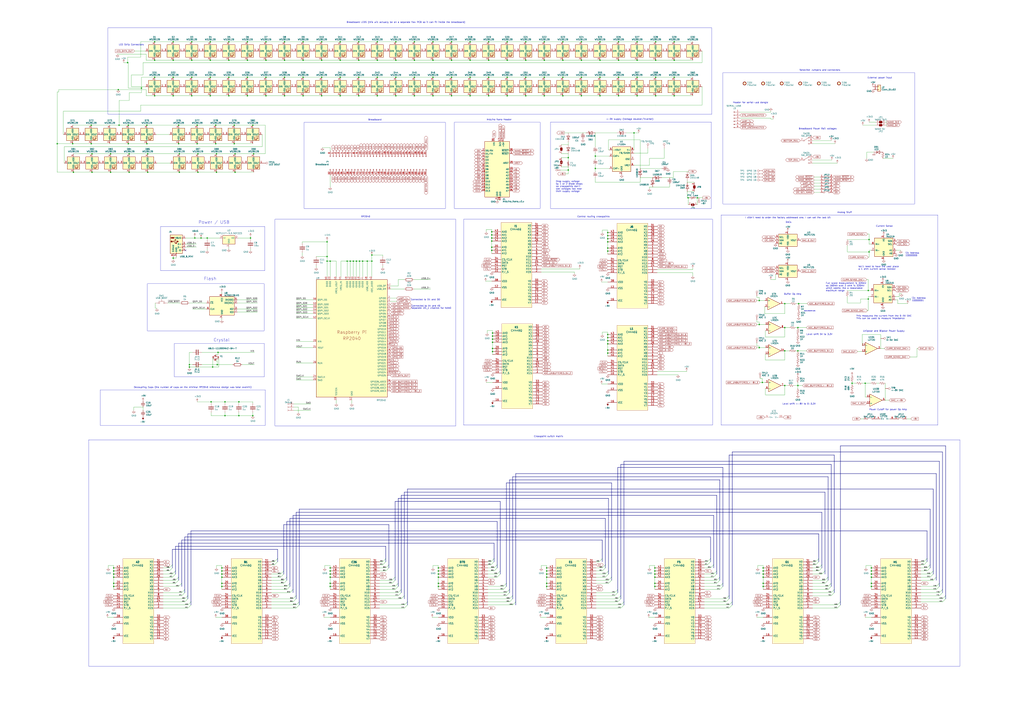
<source format=kicad_sch>
(kicad_sch (version 20221206) (generator eeschema)
  (paper "A1")
  (lib_symbols
    (symbol "+9V_1" (power) (pin_names (offset 0))
      (property "Value" "+9V_1" (at 0 3.556 0))
      (symbol "+9V_1_1_1"
        (pin power_in line (at 0 0 90) (length 0) hide (name "+9V") (number "1"))
      )
    )
    (symbol "+9V_10" (power) (pin_names (offset 0))
      (property "Value" "+9V_10" (at 0 3.556 0))
      (symbol "+9V_10_1_1"
        (pin power_in line (at 0 0 90) (length 0) hide (name "+9V") (number "1"))
      )
    )
    (symbol "+9V_11" (power) (pin_names (offset 0))
      (property "Value" "+9V_11" (at 0 3.556 0))
      (symbol "+9V_11_1_1"
        (pin power_in line (at 0 0 90) (length 0) hide (name "+9V") (number "1"))
      )
    )
    (symbol "+9V_12" (power) (pin_names (offset 0))
      (property "Value" "+9V_12" (at 0 3.556 0))
      (symbol "+9V_12_1_1"
        (pin power_in line (at 0 0 90) (length 0) hide (name "+9V") (number "1"))
      )
    )
    (symbol "+9V_2" (power) (pin_names (offset 0))
      (property "Value" "+9V_2" (at 0 3.556 0))
      (symbol "+9V_2_1_1"
        (pin power_in line (at 0 0 90) (length 0) hide (name "+9V") (number "1"))
      )
    )
    (symbol "+9V_3" (power) (pin_names (offset 0))
      (property "Value" "+9V_3" (at 0 3.556 0))
      (symbol "+9V_3_1_1"
        (pin power_in line (at 0 0 90) (length 0) hide (name "+9V") (number "1"))
      )
    )
    (symbol "+9V_4" (power) (pin_names (offset 0))
      (property "Value" "+9V_4" (at 0 3.556 0))
      (symbol "+9V_4_1_1"
        (pin power_in line (at 0 0 90) (length 0) hide (name "+9V") (number "1"))
      )
    )
    (symbol "+9V_5" (power) (pin_names (offset 0))
      (property "Value" "+9V_5" (at 0 3.556 0))
      (symbol "+9V_5_1_1"
        (pin power_in line (at 0 0 90) (length 0) hide (name "+9V") (number "1"))
      )
    )
    (symbol "+9V_6" (power) (pin_names (offset 0))
      (property "Value" "+9V_6" (at 0 3.556 0))
      (symbol "+9V_6_1_1"
        (pin power_in line (at 0 0 90) (length 0) hide (name "+9V") (number "1"))
      )
    )
    (symbol "+9V_7" (power) (pin_names (offset 0))
      (property "Value" "+9V_7" (at 0 3.556 0))
      (symbol "+9V_7_1_1"
        (pin power_in line (at 0 0 90) (length 0) hide (name "+9V") (number "1"))
      )
    )
    (symbol "+9V_8" (power) (pin_names (offset 0))
      (property "Value" "+9V_8" (at 0 3.556 0))
      (symbol "+9V_8_1_1"
        (pin power_in line (at 0 0 90) (length 0) hide (name "+9V") (number "1"))
      )
    )
    (symbol "+9V_9" (power) (pin_names (offset 0))
      (property "Value" "+9V_9" (at 0 3.556 0))
      (symbol "+9V_9_1_1"
        (pin power_in line (at 0 0 90) (length 0) hide (name "+9V") (number "1"))
      )
    )
    (symbol "-9V_1" (power) (pin_names (offset 0))
      (property "Value" "-9V_1" (at 0 3.81 0))
      (symbol "-9V_1_1_1"
        (pin power_in line (at 0 0 90) (length 0) hide (name "-9V") (number "1"))
      )
    )
    (symbol "-9V_10" (power) (pin_names (offset 0))
      (property "Value" "-9V_10" (at 0 3.81 0))
      (symbol "-9V_10_1_1"
        (pin power_in line (at 0 0 90) (length 0) hide (name "-9V") (number "1"))
      )
    )
    (symbol "-9V_11" (power) (pin_names (offset 0))
      (property "Value" "-9V_11" (at 0 3.81 0))
      (symbol "-9V_11_1_1"
        (pin power_in line (at 0 0 90) (length 0) hide (name "-9V") (number "1"))
      )
    )
    (symbol "-9V_12" (power) (pin_names (offset 0))
      (property "Value" "-9V_12" (at 0 3.81 0))
      (symbol "-9V_12_1_1"
        (pin power_in line (at 0 0 90) (length 0) hide (name "-9V") (number "1"))
      )
    )
    (symbol "-9V_2" (power) (pin_names (offset 0))
      (property "Value" "-9V_2" (at 0 3.81 0))
      (symbol "-9V_2_1_1"
        (pin power_in line (at 0 0 90) (length 0) hide (name "-9V") (number "1"))
      )
    )
    (symbol "-9V_3" (power) (pin_names (offset 0))
      (property "Value" "-9V_3" (at 0 3.81 0))
      (symbol "-9V_3_1_1"
        (pin power_in line (at 0 0 90) (length 0) hide (name "-9V") (number "1"))
      )
    )
    (symbol "-9V_4" (power) (pin_names (offset 0))
      (property "Value" "-9V_4" (at 0 3.81 0))
      (symbol "-9V_4_1_1"
        (pin power_in line (at 0 0 90) (length 0) hide (name "-9V") (number "1"))
      )
    )
    (symbol "-9V_5" (power) (pin_names (offset 0))
      (property "Value" "-9V_5" (at 0 3.81 0))
      (symbol "-9V_5_1_1"
        (pin power_in line (at 0 0 90) (length 0) hide (name "-9V") (number "1"))
      )
    )
    (symbol "-9V_6" (power) (pin_names (offset 0))
      (property "Value" "-9V_6" (at 0 3.81 0))
      (symbol "-9V_6_1_1"
        (pin power_in line (at 0 0 90) (length 0) hide (name "-9V") (number "1"))
      )
    )
    (symbol "-9V_7" (power) (pin_names (offset 0))
      (property "Value" "-9V_7" (at 0 3.81 0))
      (symbol "-9V_7_1_1"
        (pin power_in line (at 0 0 90) (length 0) hide (name "-9V") (number "1"))
      )
    )
    (symbol "-9V_8" (power) (pin_names (offset 0))
      (property "Value" "-9V_8" (at 0 3.81 0))
      (symbol "-9V_8_1_1"
        (pin power_in line (at 0 0 90) (length 0) hide (name "-9V") (number "1"))
      )
    )
    (symbol "-9V_9" (power) (pin_names (offset 0))
      (property "Value" "-9V_9" (at 0 3.81 0))
      (symbol "-9V_9_1_1"
        (pin power_in line (at 0 0 90) (length 0) hide (name "-9V") (number "1"))
      )
    )
    (symbol "Amplifier_Operational:L272D" (pin_names (offset 0.127))
      (property "Reference" "U" (at 0 5.08 0))
      (property "Value" "L272D" (at 0 -5.08 0))
      (symbol "L272D_1_1"
        (pin no_connect line (at -2.54 -2.54 90) (length 2.54) hide (name "NC") (number "1"))
        (pin input line (at -7.62 2.54 0) (length 2.54) (name "+") (number "13"))
        (pin input line (at -7.62 -2.54 0) (length 2.54) (name "-") (number "14"))
        (pin no_connect line (at 0 -2.54 90) (length 2.54) hide (name "NC") (number "2"))
        (pin output line (at 7.62 0 180) (length 2.54) (name "~") (number "3"))
        (pin no_connect line (at -2.54 2.54 90) (length 2.54) hide (name "NC") (number "7"))
        (pin no_connect line (at 0 2.54 90) (length 2.54) hide (name "NC") (number "8"))
      )
      (symbol "L272D_2_1"
        (pin no_connect line (at 0 -2.54 270) (length 2.54) hide (name "NC") (number "10"))
        (pin input line (at -7.62 -2.54 0) (length 2.54) (name "-") (number "11"))
        (pin input line (at -7.62 2.54 0) (length 2.54) (name "+") (number "12"))
        (pin no_connect line (at -2.54 2.54 270) (length 2.54) hide (name "NC") (number "15"))
        (pin no_connect line (at 0 2.54 270) (length 2.54) hide (name "NC") (number "16"))
        (pin output line (at 7.62 0 180) (length 2.54) (name "~") (number "5"))
        (pin no_connect line (at -2.54 -2.54 270) (length 2.54) hide (name "NC") (number "9"))
      )
      (symbol "L272D_3_1"
        (pin power_in line (at -2.54 7.62 270) (length 3.81) (name "V+") (number "4"))
        (pin power_in line (at -2.54 -7.62 90) (length 3.81) (name "V-") (number "6"))
      )
    )
    (symbol "Amplifier_Operational:LM324" (pin_names (offset 0.127))
      (property "Reference" "U" (at 0 5.08 0))
      (property "Value" "LM324" (at 0 -5.08 0))
      (symbol "LM324_1_1"
        (pin output line (at 7.62 0 180) (length 2.54) (name "~") (number "1"))
        (pin input line (at -7.62 -2.54 0) (length 2.54) (name "-") (number "2"))
        (pin input line (at -7.62 2.54 0) (length 2.54) (name "+") (number "3"))
      )
      (symbol "LM324_2_1"
        (pin input line (at -7.62 2.54 0) (length 2.54) (name "+") (number "5"))
        (pin input line (at -7.62 -2.54 0) (length 2.54) (name "-") (number "6"))
        (pin output line (at 7.62 0 180) (length 2.54) (name "~") (number "7"))
      )
      (symbol "LM324_3_1"
        (pin input line (at -7.62 2.54 0) (length 2.54) (name "+") (number "10"))
        (pin output line (at 7.62 0 180) (length 2.54) (name "~") (number "8"))
        (pin input line (at -7.62 -2.54 0) (length 2.54) (name "-") (number "9"))
      )
      (symbol "LM324_4_1"
        (pin input line (at -7.62 2.54 0) (length 2.54) (name "+") (number "12"))
        (pin input line (at -7.62 -2.54 0) (length 2.54) (name "-") (number "13"))
        (pin output line (at 7.62 0 180) (length 2.54) (name "~") (number "14"))
      )
      (symbol "LM324_5_1"
        (pin power_in line (at -2.54 -7.62 90) (length 3.81) (name "V-") (number "11"))
        (pin power_in line (at -2.54 7.62 270) (length 3.81) (name "V+") (number "4"))
      )
    )
    (symbol "Analog_DAC:MCP4725xxx-xCH"
      (property "Reference" "U" (at -6.35 6.35 0))
      (property "Value" "MCP4725xxx-xCH" (at 8.89 6.35 0))
      (symbol "MCP4725xxx-xCH_1_1"
        (pin output line (at 10.16 0 180) (length 2.54) (name "VOUT") (number "1"))
        (pin power_in line (at 0 -7.62 90) (length 2.54) (name "VSS") (number "2"))
        (pin power_in line (at 0 7.62 270) (length 2.54) (name "VDD") (number "3"))
        (pin bidirectional line (at -10.16 0 0) (length 2.54) (name "SDA") (number "4"))
        (pin input line (at -10.16 2.54 0) (length 2.54) (name "SCL") (number "5"))
        (pin input line (at -10.16 -2.54 0) (length 2.54) (name "A0") (number "6"))
      )
    )
    (symbol "Connector:Breadboard" (pin_names (offset 1.016) hide)
      (property "Reference" "J" (at 0 43.18 0))
      (property "Value" "Connector_Breadboard" (at 0 -43.18 0))
      (symbol "Breadboard_1_1"
        (pin passive line (at 5.08 40.64 180) (length 3.81) (name "Pin_0") (number "0"))
        (pin passive line (at 5.08 38.1 180) (length 3.81) (name "Pin_1") (number "1"))
        (pin passive line (at 5.08 15.24 180) (length 3.81) (name "Pin_10") (number "10"))
        (pin passive line (at 5.08 12.7 180) (length 3.81) (name "Pin_11") (number "11"))
        (pin passive line (at 5.08 10.16 180) (length 3.81) (name "Pin_12") (number "12"))
        (pin passive line (at 5.08 7.62 180) (length 3.81) (name "Pin_13") (number "13"))
        (pin passive line (at 5.08 5.08 180) (length 3.81) (name "Pin_14") (number "14"))
        (pin passive line (at 5.08 2.54 180) (length 3.81) (name "Pin_15") (number "15"))
        (pin passive line (at 5.08 0 180) (length 3.81) (name "Pin_16") (number "16"))
        (pin passive line (at 5.08 -2.54 180) (length 3.81) (name "Pin_17") (number "17"))
        (pin passive line (at 5.08 -5.08 180) (length 3.81) (name "Pin_18") (number "18"))
        (pin passive line (at 5.08 -7.62 180) (length 3.81) (name "Pin_19") (number "19"))
        (pin passive line (at 5.08 35.56 180) (length 3.81) (name "Pin_2") (number "2"))
        (pin passive line (at 5.08 -10.16 180) (length 3.81) (name "Pin_20") (number "20"))
        (pin passive line (at 5.08 -12.7 180) (length 3.81) (name "Pin_21") (number "21"))
        (pin passive line (at 5.08 -15.24 180) (length 3.81) (name "Pin_22") (number "22"))
        (pin passive line (at 5.08 -17.78 180) (length 3.81) (name "Pin_23") (number "23"))
        (pin passive line (at 5.08 -20.32 180) (length 3.81) (name "Pin_24") (number "24"))
        (pin passive line (at 5.08 -22.86 180) (length 3.81) (name "Pin_25") (number "25"))
        (pin passive line (at 5.08 -25.4 180) (length 3.81) (name "Pin_26") (number "26"))
        (pin passive line (at 5.08 -27.94 180) (length 3.81) (name "Pin_27") (number "27"))
        (pin passive line (at 5.08 -30.48 180) (length 3.81) (name "Pin_28") (number "28"))
        (pin passive line (at 5.08 -33.02 180) (length 3.81) (name "Pin_29") (number "29"))
        (pin passive line (at 5.08 33.02 180) (length 3.81) (name "Pin_3") (number "3"))
        (pin passive line (at 5.08 -35.56 180) (length 3.81) (name "Pin_30") (number "30"))
        (pin passive line (at 5.08 -38.1 180) (length 3.81) (name "Pin_31") (number "31"))
        (pin passive line (at -15.24 40.64 0) (length 3.81) (name "Pin_0") (number "32"))
        (pin passive line (at -15.24 38.1 0) (length 3.81) (name "Pin_1") (number "33"))
        (pin passive line (at -15.24 35.56 0) (length 3.81) (name "Pin_2") (number "34"))
        (pin passive line (at -15.24 33.02 0) (length 3.81) (name "Pin_3") (number "35"))
        (pin passive line (at -15.24 30.48 0) (length 3.81) (name "Pin_4") (number "36"))
        (pin passive line (at -15.24 27.94 0) (length 3.81) (name "Pin_5") (number "37"))
        (pin passive line (at -15.24 25.4 0) (length 3.81) (name "Pin_6") (number "38"))
        (pin passive line (at -15.24 22.86 0) (length 3.81) (name "Pin_7") (number "39"))
        (pin passive line (at 5.08 30.48 180) (length 3.81) (name "Pin_4") (number "4"))
        (pin passive line (at -15.24 20.32 0) (length 3.81) (name "Pin_8") (number "40"))
        (pin passive line (at -15.24 17.78 0) (length 3.81) (name "Pin_9") (number "41"))
        (pin passive line (at -15.24 15.24 0) (length 3.81) (name "Pin_10") (number "42"))
        (pin passive line (at -15.24 12.7 0) (length 3.81) (name "Pin_11") (number "43"))
        (pin passive line (at -15.24 10.16 0) (length 3.81) (name "Pin_12") (number "44"))
        (pin passive line (at -15.24 7.62 0) (length 3.81) (name "Pin_13") (number "45"))
        (pin passive line (at -15.24 5.08 0) (length 3.81) (name "Pin_14") (number "46"))
        (pin passive line (at -15.24 2.54 0) (length 3.81) (name "Pin_15") (number "47"))
        (pin passive line (at -15.24 0 0) (length 3.81) (name "Pin_16") (number "48"))
        (pin passive line (at -15.24 -2.54 0) (length 3.81) (name "Pin_17") (number "49"))
        (pin passive line (at 5.08 27.94 180) (length 3.81) (name "Pin_5") (number "5"))
        (pin passive line (at -15.24 -5.08 0) (length 3.81) (name "Pin_18") (number "50"))
        (pin passive line (at -15.24 -7.62 0) (length 3.81) (name "Pin_19") (number "51"))
        (pin passive line (at -15.24 -10.16 0) (length 3.81) (name "Pin_20") (number "52"))
        (pin passive line (at -15.24 -12.7 0) (length 3.81) (name "Pin_21") (number "53"))
        (pin passive line (at -15.24 -15.24 0) (length 3.81) (name "Pin_22") (number "54"))
        (pin passive line (at -15.24 -17.78 0) (length 3.81) (name "Pin_23") (number "55"))
        (pin passive line (at -15.24 -20.32 0) (length 3.81) (name "Pin_24") (number "56"))
        (pin passive line (at -15.24 -22.86 0) (length 3.81) (name "Pin_25") (number "57"))
        (pin passive line (at -15.24 -25.4 0) (length 3.81) (name "Pin_26") (number "58"))
        (pin passive line (at -15.24 -27.94 0) (length 3.81) (name "Pin_27") (number "59"))
        (pin passive line (at 5.08 25.4 180) (length 3.81) (name "Pin_6") (number "6"))
        (pin passive line (at -15.24 -30.48 0) (length 3.81) (name "Pin_28") (number "60"))
        (pin passive line (at -15.24 -33.02 0) (length 3.81) (name "Pin_29") (number "61"))
        (pin passive line (at -15.24 -35.56 0) (length 3.81) (name "Pin_30") (number "62"))
        (pin passive line (at -15.24 -38.1 0) (length 3.81) (name "Pin_31") (number "63"))
        (pin passive line (at 5.08 22.86 180) (length 3.81) (name "Pin_7") (number "7"))
        (pin passive line (at 5.08 20.32 180) (length 3.81) (name "Pin_8") (number "8"))
        (pin passive line (at 5.08 17.78 180) (length 3.81) (name "Pin_9") (number "9"))
      )
    )
    (symbol "Connector:Conn_01x03_Socket" (pin_names (offset 1.016) hide)
      (property "Reference" "J" (at 0 5.08 0))
      (property "Value" "Conn_01x03_Socket" (at 0 -5.08 0))
      (symbol "Conn_01x03_Socket_1_1"
        (pin passive line (at -5.08 2.54 0) (length 3.81) (name "Pin_1") (number "1"))
        (pin passive line (at -5.08 0 0) (length 3.81) (name "Pin_2") (number "2"))
        (pin passive line (at -5.08 -2.54 0) (length 3.81) (name "Pin_3") (number "3"))
      )
    )
    (symbol "Connector:TestPoint" (pin_numbers hide) (pin_names (offset 0.762) hide)
      (property "Reference" "TP" (at 0 6.858 0))
      (property "Value" "TestPoint" (at 0 5.08 0))
      (symbol "TestPoint_1_1"
        (pin passive line (at 0 0 90) (length 2.54) (name "1") (number "1"))
      )
    )
    (symbol "Connector:USB_B_Micro" (pin_names (offset 1.016))
      (property "Reference" "J" (at -5.08 11.43 0))
      (property "Value" "USB_B_Micro" (at -5.08 8.89 0))
      (symbol "USB_B_Micro_1_1"
        (pin power_out line (at 7.62 5.08 180) (length 2.54) (name "VBUS") (number "1"))
        (pin bidirectional line (at 7.62 -2.54 180) (length 2.54) (name "D-") (number "2"))
        (pin bidirectional line (at 7.62 0 180) (length 2.54) (name "D+") (number "3"))
        (pin passive line (at 7.62 -5.08 180) (length 2.54) (name "ID") (number "4"))
        (pin power_out line (at 0 -10.16 90) (length 2.54) (name "GND") (number "5"))
        (pin passive line (at -2.54 -10.16 90) (length 2.54) (name "Shield") (number "6"))
      )
    )
    (symbol "Connector_Generic:Conn_01x02" (pin_names (offset 1.016) hide)
      (property "Reference" "J" (at 0 2.54 0))
      (property "Value" "Conn_01x02" (at 0 -5.08 0))
      (symbol "Conn_01x02_1_1"
        (pin passive line (at -5.08 0 0) (length 3.81) (name "Pin_1") (number "1"))
        (pin passive line (at -5.08 -2.54 0) (length 3.81) (name "Pin_2") (number "2"))
      )
    )
    (symbol "Device:C" (pin_numbers hide) (pin_names (offset 0.254))
      (property "Reference" "C" (at 0.635 2.54 0))
      (property "Value" "C" (at 0.635 -2.54 0))
      (symbol "C_1_1"
        (pin passive line (at 0 3.81 270) (length 2.794) (name "~") (number "1"))
        (pin passive line (at 0 -3.81 90) (length 2.794) (name "~") (number "2"))
      )
    )
    (symbol "Device:CP1_Small" (pin_numbers hide) (pin_names (offset 0.254) hide)
      (property "Reference" "C" (at 0.254 1.778 0))
      (property "Value" "Device_CP1_Small" (at 0.254 -2.032 0))
      (symbol "CP1_Small_1_1"
        (pin passive line (at 0 2.54 270) (length 2.032) (name "~") (number "1"))
        (pin passive line (at 0 -2.54 90) (length 2.032) (name "~") (number "2"))
      )
    )
    (symbol "Device:C_Small" (pin_numbers hide) (pin_names (offset 0.254) hide)
      (property "Reference" "C" (at 0.254 1.778 0))
      (property "Value" "Device_C_Small" (at 0.254 -2.032 0))
      (symbol "C_Small_1_1"
        (pin passive line (at 0 2.54 270) (length 2.032) (name "~") (number "1"))
        (pin passive line (at 0 -2.54 90) (length 2.032) (name "~") (number "2"))
      )
    )
    (symbol "Device:Crystal_GND24_Small" (pin_names (offset 1.016) hide)
      (property "Reference" "Y" (at 1.27 4.445 0))
      (property "Value" "Crystal_GND24_Small" (at 1.27 2.54 0))
      (symbol "Crystal_GND24_Small_1_1"
        (pin passive line (at -2.54 0 0) (length 1.27) (name "1") (number "1"))
        (pin passive line (at 0 -2.54 90) (length 0.635) (name "2") (number "2"))
        (pin passive line (at 2.54 0 180) (length 1.27) (name "3") (number "3"))
        (pin passive line (at 0 2.54 270) (length 0.635) (name "4") (number "4"))
      )
    )
    (symbol "Device:LED" (pin_numbers hide) (pin_names (offset 1.016) hide)
      (property "Reference" "D" (at 0 2.54 0))
      (property "Value" "LED" (at 0 -2.54 0))
      (symbol "LED_1_1"
        (pin passive line (at -3.81 0 0) (length 2.54) (name "K") (number "1"))
        (pin passive line (at 3.81 0 180) (length 2.54) (name "A") (number "2"))
      )
    )
    (symbol "Device:Polyfuse_Small" (pin_numbers hide) (pin_names (offset 0))
      (property "Reference" "F" (at -1.905 0 90))
      (property "Value" "Polyfuse_Small" (at 1.905 0 90))
      (symbol "Polyfuse_Small_1_1"
        (pin passive line (at 0 2.54 270) (length 0.635) (name "~") (number "1"))
        (pin passive line (at 0 -2.54 90) (length 0.635) (name "~") (number "2"))
      )
    )
    (symbol "Device:R" (pin_numbers hide) (pin_names (offset 0))
      (property "Reference" "R" (at 2.032 0 90))
      (property "Value" "R" (at 0 0 90))
      (symbol "R_1_1"
        (pin passive line (at 0 3.81 270) (length 1.27) (name "~") (number "1"))
        (pin passive line (at 0 -3.81 90) (length 1.27) (name "~") (number "2"))
      )
    )
    (symbol "Device:R_Small_US" (pin_numbers hide) (pin_names (offset 0.254) hide)
      (property "Reference" "R" (at 0.762 0.508 0))
      (property "Value" "Device_R_Small_US" (at 0.762 -1.016 0))
      (symbol "R_Small_US_1_1"
        (pin passive line (at 0 2.54 270) (length 1.016) (name "~") (number "1"))
        (pin passive line (at 0 -2.54 90) (length 1.016) (name "~") (number "2"))
      )
    )
    (symbol "Diode:1N4148W" (pin_numbers hide) (pin_names hide)
      (property "Reference" "D" (at 0 2.54 0))
      (property "Value" "1N4148W" (at 0 -2.54 0))
      (symbol "1N4148W_1_1"
        (pin passive line (at -3.81 0 0) (length 2.54) (name "K") (number "1"))
        (pin passive line (at 3.81 0 180) (length 2.54) (name "A") (number "2"))
      )
    )
    (symbol "Diode:1N5819" (pin_numbers hide) (pin_names (offset 1.016) hide)
      (property "Reference" "D" (at 0 2.54 0))
      (property "Value" "1N5819" (at 0 -2.54 0))
      (symbol "1N5819_1_1"
        (pin passive line (at -3.81 0 0) (length 2.54) (name "K") (number "1"))
        (pin passive line (at 3.81 0 180) (length 2.54) (name "A") (number "2"))
      )
    )
    (symbol "GND_10" (power) (pin_names (offset 0))
      (property "Value" "GND_10" (at 0 -3.81 0))
      (symbol "GND_10_1_1"
        (pin power_in line (at 0 0 270) (length 0) hide (name "GND") (number "1"))
      )
    )
    (symbol "GND_11" (power) (pin_names (offset 0))
      (property "Value" "GND_11" (at 0 -3.81 0))
      (symbol "GND_11_1_1"
        (pin power_in line (at 0 0 270) (length 0) hide (name "GND") (number "1"))
      )
    )
    (symbol "GND_12" (power) (pin_names (offset 0))
      (property "Value" "GND_12" (at 0 -3.81 0))
      (symbol "GND_12_1_1"
        (pin power_in line (at 0 0 270) (length 0) hide (name "GND") (number "1"))
      )
    )
    (symbol "GND_13" (power) (pin_names (offset 0))
      (property "Value" "GND_13" (at 0 -3.81 0))
      (symbol "GND_13_1_1"
        (pin power_in line (at 0 0 270) (length 0) hide (name "GND") (number "1"))
      )
    )
    (symbol "GND_14" (power) (pin_names (offset 0))
      (property "Value" "GND_14" (at 0 -3.81 0))
      (symbol "GND_14_1_1"
        (pin power_in line (at 0 0 270) (length 0) hide (name "GND") (number "1"))
      )
    )
    (symbol "GND_15" (power) (pin_names (offset 0))
      (property "Value" "GND_15" (at 0 -3.81 0))
      (symbol "GND_15_1_1"
        (pin power_in line (at 0 0 270) (length 0) hide (name "GND") (number "1"))
      )
    )
    (symbol "GND_16" (power) (pin_names (offset 0))
      (property "Value" "GND_16" (at 0 -3.81 0))
      (symbol "GND_16_1_1"
        (pin power_in line (at 0 0 270) (length 0) hide (name "GND") (number "1"))
      )
    )
    (symbol "GND_17" (power) (pin_names (offset 0))
      (property "Value" "GND_17" (at 0 -3.81 0))
      (symbol "GND_17_1_1"
        (pin power_in line (at 0 0 270) (length 0) hide (name "GND") (number "1"))
      )
    )
    (symbol "GND_18" (power) (pin_names (offset 0))
      (property "Value" "GND_18" (at 0 -3.81 0))
      (symbol "GND_18_1_1"
        (pin power_in line (at 0 0 270) (length 0) hide (name "GND") (number "1"))
      )
    )
    (symbol "GND_19" (power) (pin_names (offset 0))
      (property "Value" "GND_19" (at 0 -3.81 0))
      (symbol "GND_19_1_1"
        (pin power_in line (at 0 0 270) (length 0) hide (name "GND") (number "1"))
      )
    )
    (symbol "GND_20" (power) (pin_names (offset 0))
      (property "Value" "GND_20" (at 0 -3.81 0))
      (symbol "GND_20_1_1"
        (pin power_in line (at 0 0 270) (length 0) hide (name "GND") (number "1"))
      )
    )
    (symbol "GND_21" (power) (pin_names (offset 0))
      (property "Value" "GND_21" (at 0 -3.81 0))
      (symbol "GND_21_1_1"
        (pin power_in line (at 0 0 270) (length 0) hide (name "GND") (number "1"))
      )
    )
    (symbol "GND_22" (power) (pin_names (offset 0))
      (property "Value" "GND_22" (at 0 -3.81 0))
      (symbol "GND_22_1_1"
        (pin power_in line (at 0 0 270) (length 0) hide (name "GND") (number "1"))
      )
    )
    (symbol "GND_23" (power) (pin_names (offset 0))
      (property "Value" "GND_23" (at 0 -3.81 0))
      (symbol "GND_23_1_1"
        (pin power_in line (at 0 0 270) (length 0) hide (name "GND") (number "1"))
      )
    )
    (symbol "GND_24" (power) (pin_names (offset 0))
      (property "Value" "GND_24" (at 0 -3.81 0))
      (symbol "GND_24_1_1"
        (pin power_in line (at 0 0 270) (length 0) hide (name "GND") (number "1"))
      )
    )
    (symbol "GND_25" (power) (pin_names (offset 0))
      (property "Value" "GND_25" (at 0 -3.81 0))
      (symbol "GND_25_1_1"
        (pin power_in line (at 0 0 270) (length 0) hide (name "GND") (number "1"))
      )
    )
    (symbol "GND_26" (power) (pin_names (offset 0))
      (property "Value" "GND_26" (at 0 -3.81 0))
      (symbol "GND_26_1_1"
        (pin power_in line (at 0 0 270) (length 0) hide (name "GND") (number "1"))
      )
    )
    (symbol "GND_27" (power) (pin_names (offset 0))
      (property "Value" "GND_27" (at 0 -3.81 0))
      (symbol "GND_27_1_1"
        (pin power_in line (at 0 0 270) (length 0) hide (name "GND") (number "1"))
      )
    )
    (symbol "GND_28" (power) (pin_names (offset 0))
      (property "Value" "GND_28" (at 0 -3.81 0))
      (symbol "GND_28_1_1"
        (pin power_in line (at 0 0 270) (length 0) hide (name "GND") (number "1"))
      )
    )
    (symbol "GND_29" (power) (pin_names (offset 0))
      (property "Value" "GND_29" (at 0 -3.81 0))
      (symbol "GND_29_1_1"
        (pin power_in line (at 0 0 270) (length 0) hide (name "GND") (number "1"))
      )
    )
    (symbol "GND_3" (power) (pin_names (offset 0))
      (property "Value" "GND_3" (at 0 -3.81 0))
      (symbol "GND_3_1_1"
        (pin power_in line (at 0 0 270) (length 0) hide (name "GND") (number "1"))
      )
    )
    (symbol "GND_30" (power) (pin_names (offset 0))
      (property "Value" "GND_30" (at 0 -3.81 0))
      (symbol "GND_30_1_1"
        (pin power_in line (at 0 0 270) (length 0) hide (name "GND") (number "1"))
      )
    )
    (symbol "GND_31" (power) (pin_names (offset 0))
      (property "Value" "GND_31" (at 0 -3.81 0))
      (symbol "GND_31_1_1"
        (pin power_in line (at 0 0 270) (length 0) hide (name "GND") (number "1"))
      )
    )
    (symbol "GND_32" (power) (pin_names (offset 0))
      (property "Value" "GND_32" (at 0 -3.81 0))
      (symbol "GND_32_1_1"
        (pin power_in line (at 0 0 270) (length 0) hide (name "GND") (number "1"))
      )
    )
    (symbol "GND_33" (power) (pin_names (offset 0))
      (property "Value" "GND_33" (at 0 -3.81 0))
      (symbol "GND_33_1_1"
        (pin power_in line (at 0 0 270) (length 0) hide (name "GND") (number "1"))
      )
    )
    (symbol "GND_34" (power) (pin_names (offset 0))
      (property "Value" "GND_34" (at 0 -3.81 0))
      (symbol "GND_34_1_1"
        (pin power_in line (at 0 0 270) (length 0) hide (name "GND") (number "1"))
      )
    )
    (symbol "GND_35" (power) (pin_names (offset 0))
      (property "Value" "GND_35" (at 0 -3.81 0))
      (symbol "GND_35_1_1"
        (pin power_in line (at 0 0 270) (length 0) hide (name "GND") (number "1"))
      )
    )
    (symbol "GND_36" (power) (pin_names (offset 0))
      (property "Value" "GND_36" (at 0 -3.81 0))
      (symbol "GND_36_1_1"
        (pin power_in line (at 0 0 270) (length 0) hide (name "GND") (number "1"))
      )
    )
    (symbol "GND_37" (power) (pin_names (offset 0))
      (property "Value" "GND_37" (at 0 -3.81 0))
      (symbol "GND_37_1_1"
        (pin power_in line (at 0 0 270) (length 0) hide (name "GND") (number "1"))
      )
    )
    (symbol "GND_38" (power) (pin_names (offset 0))
      (property "Value" "GND_38" (at 0 -3.81 0))
      (symbol "GND_38_1_1"
        (pin power_in line (at 0 0 270) (length 0) hide (name "GND") (number "1"))
      )
    )
    (symbol "GND_39" (power) (pin_names (offset 0))
      (property "Value" "GND_39" (at 0 -3.81 0))
      (symbol "GND_39_1_1"
        (pin power_in line (at 0 0 270) (length 0) hide (name "GND") (number "1"))
      )
    )
    (symbol "GND_4" (power) (pin_names (offset 0))
      (property "Value" "GND_4" (at 0 -3.81 0))
      (symbol "GND_4_1_1"
        (pin power_in line (at 0 0 270) (length 0) hide (name "GND") (number "1"))
      )
    )
    (symbol "GND_40" (power) (pin_names (offset 0))
      (property "Value" "GND_40" (at 0 -3.81 0))
      (symbol "GND_40_1_1"
        (pin power_in line (at 0 0 270) (length 0) hide (name "GND") (number "1"))
      )
    )
    (symbol "GND_41" (power) (pin_names (offset 0))
      (property "Value" "GND_41" (at 0 -3.81 0))
      (symbol "GND_41_1_1"
        (pin power_in line (at 0 0 270) (length 0) hide (name "GND") (number "1"))
      )
    )
    (symbol "GND_42" (power) (pin_names (offset 0))
      (property "Value" "GND_42" (at 0 -3.81 0))
      (symbol "GND_42_1_1"
        (pin power_in line (at 0 0 270) (length 0) hide (name "GND") (number "1"))
      )
    )
    (symbol "GND_43" (power) (pin_names (offset 0))
      (property "Value" "GND_43" (at 0 -3.81 0))
      (symbol "GND_43_1_1"
        (pin power_in line (at 0 0 270) (length 0) hide (name "GND") (number "1"))
      )
    )
    (symbol "GND_44" (power) (pin_names (offset 0))
      (property "Value" "GND_44" (at 0 -3.81 0))
      (symbol "GND_44_1_1"
        (pin power_in line (at 0 0 270) (length 0) hide (name "GND") (number "1"))
      )
    )
    (symbol "GND_45" (power) (pin_names (offset 0))
      (property "Value" "GND_45" (at 0 -3.81 0))
      (symbol "GND_45_1_1"
        (pin power_in line (at 0 0 270) (length 0) hide (name "GND") (number "1"))
      )
    )
    (symbol "GND_46" (power) (pin_names (offset 0))
      (property "Value" "GND_46" (at 0 -3.81 0))
      (symbol "GND_46_1_1"
        (pin power_in line (at 0 0 270) (length 0) hide (name "GND") (number "1"))
      )
    )
    (symbol "GND_47" (power) (pin_names (offset 0))
      (property "Value" "GND_47" (at 0 -3.81 0))
      (symbol "GND_47_1_1"
        (pin power_in line (at 0 0 270) (length 0) hide (name "GND") (number "1"))
      )
    )
    (symbol "GND_48" (power) (pin_names (offset 0))
      (property "Value" "GND_48" (at 0 -3.81 0))
      (symbol "GND_48_1_1"
        (pin power_in line (at 0 0 270) (length 0) hide (name "GND") (number "1"))
      )
    )
    (symbol "GND_49" (power) (pin_names (offset 0))
      (property "Value" "GND_49" (at 0 -3.81 0))
      (symbol "GND_49_1_1"
        (pin power_in line (at 0 0 270) (length 0) hide (name "GND") (number "1"))
      )
    )
    (symbol "GND_5" (power) (pin_names (offset 0))
      (property "Value" "GND_5" (at 0 -3.81 0))
      (symbol "GND_5_1_1"
        (pin power_in line (at 0 0 270) (length 0) hide (name "GND") (number "1"))
      )
    )
    (symbol "GND_50" (power) (pin_names (offset 0))
      (property "Value" "GND_50" (at 0 -3.81 0))
      (symbol "GND_50_1_1"
        (pin power_in line (at 0 0 270) (length 0) hide (name "GND") (number "1"))
      )
    )
    (symbol "GND_51" (power) (pin_names (offset 0))
      (property "Value" "GND_51" (at 0 -3.81 0))
      (symbol "GND_51_1_1"
        (pin power_in line (at 0 0 270) (length 0) hide (name "GND") (number "1"))
      )
    )
    (symbol "GND_52" (power) (pin_names (offset 0))
      (property "Value" "GND_52" (at 0 -3.81 0))
      (symbol "GND_52_1_1"
        (pin power_in line (at 0 0 270) (length 0) hide (name "GND") (number "1"))
      )
    )
    (symbol "GND_53" (power) (pin_names (offset 0))
      (property "Value" "GND_53" (at 0 -3.81 0))
      (symbol "GND_53_1_1"
        (pin power_in line (at 0 0 270) (length 0) hide (name "GND") (number "1"))
      )
    )
    (symbol "GND_54" (power) (pin_names (offset 0))
      (property "Value" "GND_54" (at 0 -3.81 0))
      (symbol "GND_54_1_1"
        (pin power_in line (at 0 0 270) (length 0) hide (name "GND") (number "1"))
      )
    )
    (symbol "GND_55" (power) (pin_names (offset 0))
      (property "Value" "GND_55" (at 0 -3.81 0))
      (symbol "GND_55_1_1"
        (pin power_in line (at 0 0 270) (length 0) hide (name "GND") (number "1"))
      )
    )
    (symbol "GND_56" (power) (pin_names (offset 0))
      (property "Value" "GND_56" (at 0 -3.81 0))
      (symbol "GND_56_1_1"
        (pin power_in line (at 0 0 270) (length 0) hide (name "GND") (number "1"))
      )
    )
    (symbol "GND_57" (power) (pin_names (offset 0))
      (property "Value" "GND_57" (at 0 -3.81 0))
      (symbol "GND_57_1_1"
        (pin power_in line (at 0 0 270) (length 0) hide (name "GND") (number "1"))
      )
    )
    (symbol "GND_58" (power) (pin_names (offset 0))
      (property "Value" "GND_58" (at 0 -3.81 0))
      (symbol "GND_58_1_1"
        (pin power_in line (at 0 0 270) (length 0) hide (name "GND") (number "1"))
      )
    )
    (symbol "GND_59" (power) (pin_names (offset 0))
      (property "Value" "GND_59" (at 0 -3.81 0))
      (symbol "GND_59_1_1"
        (pin power_in line (at 0 0 270) (length 0) hide (name "GND") (number "1"))
      )
    )
    (symbol "GND_6" (power) (pin_names (offset 0))
      (property "Value" "GND_6" (at 0 -3.81 0))
      (symbol "GND_6_1_1"
        (pin power_in line (at 0 0 270) (length 0) hide (name "GND") (number "1"))
      )
    )
    (symbol "GND_60" (power) (pin_names (offset 0))
      (property "Value" "GND_60" (at 0 -3.81 0))
      (symbol "GND_60_1_1"
        (pin power_in line (at 0 0 270) (length 0) hide (name "GND") (number "1"))
      )
    )
    (symbol "GND_61" (power) (pin_names (offset 0))
      (property "Value" "GND_61" (at 0 -3.81 0))
      (symbol "GND_61_1_1"
        (pin power_in line (at 0 0 270) (length 0) hide (name "GND") (number "1"))
      )
    )
    (symbol "GND_62" (power) (pin_names (offset 0))
      (property "Value" "GND_62" (at 0 -3.81 0))
      (symbol "GND_62_1_1"
        (pin power_in line (at 0 0 270) (length 0) hide (name "GND") (number "1"))
      )
    )
    (symbol "GND_63" (power) (pin_names (offset 0))
      (property "Value" "GND_63" (at 0 -3.81 0))
      (symbol "GND_63_1_1"
        (pin power_in line (at 0 0 270) (length 0) hide (name "GND") (number "1"))
      )
    )
    (symbol "GND_64" (power) (pin_names (offset 0))
      (property "Value" "GND_64" (at 0 -3.81 0))
      (symbol "GND_64_1_1"
        (pin power_in line (at 0 0 270) (length 0) hide (name "GND") (number "1"))
      )
    )
    (symbol "GND_65" (power) (pin_names (offset 0))
      (property "Value" "GND_65" (at 0 -3.81 0))
      (symbol "GND_65_1_1"
        (pin power_in line (at 0 0 270) (length 0) hide (name "GND") (number "1"))
      )
    )
    (symbol "GND_66" (power) (pin_names (offset 0))
      (property "Value" "GND_66" (at 0 -3.81 0))
      (symbol "GND_66_1_1"
        (pin power_in line (at 0 0 270) (length 0) hide (name "GND") (number "1"))
      )
    )
    (symbol "GND_67" (power) (pin_names (offset 0))
      (property "Value" "GND_67" (at 0 -3.81 0))
      (symbol "GND_67_1_1"
        (pin power_in line (at 0 0 270) (length 0) hide (name "GND") (number "1"))
      )
    )
    (symbol "GND_68" (power) (pin_names (offset 0))
      (property "Value" "GND_68" (at 0 -3.81 0))
      (symbol "GND_68_1_1"
        (pin power_in line (at 0 0 270) (length 0) hide (name "GND") (number "1"))
      )
    )
    (symbol "GND_69" (power) (pin_names (offset 0))
      (property "Value" "GND_69" (at 0 -3.81 0))
      (symbol "GND_69_1_1"
        (pin power_in line (at 0 0 270) (length 0) hide (name "GND") (number "1"))
      )
    )
    (symbol "GND_7" (power) (pin_names (offset 0))
      (property "Value" "GND_7" (at 0 -3.81 0))
      (symbol "GND_7_1_1"
        (pin power_in line (at 0 0 270) (length 0) hide (name "GND") (number "1"))
      )
    )
    (symbol "GND_70" (power) (pin_names (offset 0))
      (property "Value" "GND_70" (at 0 -3.81 0))
      (symbol "GND_70_1_1"
        (pin power_in line (at 0 0 270) (length 0) hide (name "GND") (number "1"))
      )
    )
    (symbol "GND_71" (power) (pin_names (offset 0))
      (property "Value" "GND_71" (at 0 -3.81 0))
      (symbol "GND_71_1_1"
        (pin power_in line (at 0 0 270) (length 0) hide (name "GND") (number "1"))
      )
    )
    (symbol "GND_72" (power) (pin_names (offset 0))
      (property "Value" "GND_72" (at 0 -3.81 0))
      (symbol "GND_72_1_1"
        (pin power_in line (at 0 0 270) (length 0) hide (name "GND") (number "1"))
      )
    )
    (symbol "GND_73" (power) (pin_names (offset 0))
      (property "Value" "GND_73" (at 0 -3.81 0))
      (symbol "GND_73_1_1"
        (pin power_in line (at 0 0 270) (length 0) hide (name "GND") (number "1"))
      )
    )
    (symbol "GND_74" (power) (pin_names (offset 0))
      (property "Value" "GND_74" (at 0 -3.81 0))
      (symbol "GND_74_1_1"
        (pin power_in line (at 0 0 270) (length 0) hide (name "GND") (number "1"))
      )
    )
    (symbol "GND_75" (power) (pin_names (offset 0))
      (property "Value" "GND_75" (at 0 -3.81 0))
      (symbol "GND_75_1_1"
        (pin power_in line (at 0 0 270) (length 0) hide (name "GND") (number "1"))
      )
    )
    (symbol "GND_76" (power) (pin_names (offset 0))
      (property "Value" "GND_76" (at 0 -3.81 0))
      (symbol "GND_76_1_1"
        (pin power_in line (at 0 0 270) (length 0) hide (name "GND") (number "1"))
      )
    )
    (symbol "GND_77" (power) (pin_names (offset 0))
      (property "Value" "GND_77" (at 0 -3.81 0))
      (symbol "GND_77_1_1"
        (pin power_in line (at 0 0 270) (length 0) hide (name "GND") (number "1"))
      )
    )
    (symbol "GND_78" (power) (pin_names (offset 0))
      (property "Value" "GND_78" (at 0 -3.81 0))
      (symbol "GND_78_1_1"
        (pin power_in line (at 0 0 270) (length 0) hide (name "GND") (number "1"))
      )
    )
    (symbol "GND_79" (power) (pin_names (offset 0))
      (property "Value" "GND_79" (at 0 -3.81 0))
      (symbol "GND_79_1_1"
        (pin power_in line (at 0 0 270) (length 0) hide (name "GND") (number "1"))
      )
    )
    (symbol "GND_8" (power) (pin_names (offset 0))
      (property "Value" "GND_8" (at 0 -3.81 0))
      (symbol "GND_8_1_1"
        (pin power_in line (at 0 0 270) (length 0) hide (name "GND") (number "1"))
      )
    )
    (symbol "GND_80" (power) (pin_names (offset 0))
      (property "Value" "GND_80" (at 0 -3.81 0))
      (symbol "GND_80_1_1"
        (pin power_in line (at 0 0 270) (length 0) hide (name "GND") (number "1"))
      )
    )
    (symbol "GND_9" (power) (pin_names (offset 0))
      (property "Value" "GND_9" (at 0 -3.81 0))
      (symbol "GND_9_1_1"
        (pin power_in line (at 0 0 270) (length 0) hide (name "GND") (number "1"))
      )
    )
    (symbol "Jumper:Jumper_2_Bridged" (pin_names (offset 0) hide)
      (property "Reference" "JP" (at 0 1.905 0))
      (property "Value" "Jumper_2_Bridged" (at 0 -2.54 0))
      (symbol "Jumper_2_Bridged_1_1"
        (pin passive line (at -5.08 0 0) (length 2.54) (name "A") (number "1"))
        (pin passive line (at 5.08 0 180) (length 2.54) (name "B") (number "2"))
      )
    )
    (symbol "Jumper:SolderJumper_2_Bridged" (pin_names (offset 0) hide)
      (property "Reference" "JP" (at 0 2.032 0))
      (property "Value" "SolderJumper_2_Bridged" (at 0 -2.54 0))
      (symbol "SolderJumper_2_Bridged_1_1"
        (pin passive line (at -3.81 0 0) (length 2.54) (name "A") (number "1"))
        (pin passive line (at 3.81 0 180) (length 2.54) (name "B") (number "2"))
      )
    )
    (symbol "Jumper:SolderJumper_2_Open" (pin_names (offset 0) hide)
      (property "Reference" "JP" (at 0 2.032 0))
      (property "Value" "SolderJumper_2_Open" (at 0 -2.54 0))
      (symbol "SolderJumper_2_Open_1_1"
        (pin passive line (at -3.81 0 0) (length 2.54) (name "A") (number "1"))
        (pin passive line (at 3.81 0 180) (length 2.54) (name "B") (number "2"))
      )
    )
    (symbol "JumperlessSymbols:1N4148W" (pin_numbers hide) (pin_names hide)
      (property "Reference" "D" (at 0 2.54 0))
      (property "Value" "1N4148W" (at 0 -2.54 0))
      (symbol "1N4148W_1_1"
        (pin passive line (at -3.81 0 0) (length 2.54) (name "K") (number "1"))
        (pin passive line (at 3.81 0 180) (length 2.54) (name "A") (number "2"))
      )
    )
    (symbol "JumperlessSymbols:1N5819" (pin_numbers hide) (pin_names (offset 1.016) hide)
      (property "Reference" "D" (at 0 2.54 0))
      (property "Value" "1N5819" (at 0 -2.54 0))
      (symbol "1N5819_1_1"
        (pin passive line (at -3.81 0 0) (length 2.54) (name "K") (number "1"))
        (pin passive line (at 3.81 0 180) (length 2.54) (name "A") (number "2"))
      )
    )
    (symbol "JumperlessSymbols:Arduino_Nano_v3.x"
      (property "Reference" "A" (at -10.16 23.495 0))
      (property "Value" "Arduino_Nano_v3.x" (at 5.08 -24.13 0))
      (symbol "Arduino_Nano_v3.x_1_1"
        (pin bidirectional line (at -12.7 12.7 0) (length 2.54) (name "D1/TX") (number "1"))
        (pin bidirectional line (at -12.7 -2.54 0) (length 2.54) (name "D7") (number "10"))
        (pin bidirectional line (at -12.7 -5.08 0) (length 2.54) (name "D8") (number "11"))
        (pin bidirectional line (at -12.7 -7.62 0) (length 2.54) (name "D9") (number "12"))
        (pin bidirectional line (at -12.7 -10.16 0) (length 2.54) (name "D10") (number "13"))
        (pin bidirectional line (at -12.7 -12.7 0) (length 2.54) (name "D11") (number "14"))
        (pin bidirectional line (at -12.7 -15.24 0) (length 2.54) (name "D12") (number "15"))
        (pin bidirectional line (at -12.7 -17.78 0) (length 2.54) (name "D13") (number "16"))
        (pin power_out line (at 2.54 25.4 270) (length 2.54) (name "3V3") (number "17"))
        (pin input line (at 12.7 5.08 180) (length 2.54) (name "AREF") (number "18"))
        (pin bidirectional line (at 12.7 0 180) (length 2.54) (name "A0") (number "19"))
        (pin bidirectional line (at -12.7 15.24 0) (length 2.54) (name "D0/RX") (number "2"))
        (pin bidirectional line (at 12.7 -2.54 180) (length 2.54) (name "A1") (number "20"))
        (pin bidirectional line (at 12.7 -5.08 180) (length 2.54) (name "A2") (number "21"))
        (pin bidirectional line (at 12.7 -7.62 180) (length 2.54) (name "A3") (number "22"))
        (pin bidirectional line (at 12.7 -10.16 180) (length 2.54) (name "A4") (number "23"))
        (pin bidirectional line (at 12.7 -12.7 180) (length 2.54) (name "A5") (number "24"))
        (pin bidirectional line (at 12.7 -15.24 180) (length 2.54) (name "A6") (number "25"))
        (pin bidirectional line (at 12.7 -17.78 180) (length 2.54) (name "A7") (number "26"))
        (pin power_out line (at 5.08 25.4 270) (length 2.54) (name "+5V") (number "27"))
        (pin input line (at 12.7 15.24 180) (length 2.54) (name "~{RESET}") (number "28"))
        (pin power_in line (at 2.54 -25.4 90) (length 2.54) (name "GND") (number "29"))
        (pin input line (at 12.7 12.7 180) (length 2.54) (name "~{RESET}") (number "3"))
        (pin power_in line (at -2.54 25.4 270) (length 2.54) (name "VIN") (number "30"))
        (pin power_in line (at 0 -25.4 90) (length 2.54) (name "GND") (number "4"))
        (pin bidirectional line (at -12.7 10.16 0) (length 2.54) (name "D2") (number "5"))
        (pin bidirectional line (at -12.7 7.62 0) (length 2.54) (name "D3") (number "6"))
        (pin bidirectional line (at -12.7 5.08 0) (length 2.54) (name "D4") (number "7"))
        (pin bidirectional line (at -12.7 2.54 0) (length 2.54) (name "D5") (number "8"))
        (pin bidirectional line (at -12.7 0 0) (length 2.54) (name "D6") (number "9"))
      )
    )
    (symbol "JumperlessSymbols:Breadboard" (pin_names (offset 1.016) hide)
      (property "Reference" "J" (at 0 43.18 0))
      (property "Value" "Connector_Breadboard" (at 0 -43.18 0))
      (symbol "Breadboard_1_1"
        (pin passive line (at 5.08 40.64 180) (length 3.81) (name "Pin_0") (number "0"))
        (pin passive line (at 5.08 38.1 180) (length 3.81) (name "Pin_1") (number "1"))
        (pin passive line (at 5.08 15.24 180) (length 3.81) (name "Pin_10") (number "10"))
        (pin passive line (at 5.08 12.7 180) (length 3.81) (name "Pin_11") (number "11"))
        (pin passive line (at 5.08 10.16 180) (length 3.81) (name "Pin_12") (number "12"))
        (pin passive line (at 5.08 7.62 180) (length 3.81) (name "Pin_13") (number "13"))
        (pin passive line (at 5.08 5.08 180) (length 3.81) (name "Pin_14") (number "14"))
        (pin passive line (at 5.08 2.54 180) (length 3.81) (name "Pin_15") (number "15"))
        (pin passive line (at 5.08 0 180) (length 3.81) (name "Pin_16") (number "16"))
        (pin passive line (at 5.08 -2.54 180) (length 3.81) (name "Pin_17") (number "17"))
        (pin passive line (at 5.08 -5.08 180) (length 3.81) (name "Pin_18") (number "18"))
        (pin passive line (at 5.08 -7.62 180) (length 3.81) (name "Pin_19") (number "19"))
        (pin passive line (at 5.08 35.56 180) (length 3.81) (name "Pin_2") (number "2"))
        (pin passive line (at 5.08 -10.16 180) (length 3.81) (name "Pin_20") (number "20"))
        (pin passive line (at 5.08 -12.7 180) (length 3.81) (name "Pin_21") (number "21"))
        (pin passive line (at 5.08 -15.24 180) (length 3.81) (name "Pin_22") (number "22"))
        (pin passive line (at 5.08 -17.78 180) (length 3.81) (name "Pin_23") (number "23"))
        (pin passive line (at 5.08 -20.32 180) (length 3.81) (name "Pin_24") (number "24"))
        (pin passive line (at 5.08 -22.86 180) (length 3.81) (name "Pin_25") (number "25"))
        (pin passive line (at 5.08 -25.4 180) (length 3.81) (name "Pin_26") (number "26"))
        (pin passive line (at 5.08 -27.94 180) (length 3.81) (name "Pin_27") (number "27"))
        (pin passive line (at 5.08 -30.48 180) (length 3.81) (name "Pin_28") (number "28"))
        (pin passive line (at 5.08 -33.02 180) (length 3.81) (name "Pin_29") (number "29"))
        (pin passive line (at 5.08 33.02 180) (length 3.81) (name "Pin_3") (number "3"))
        (pin passive line (at 5.08 -35.56 180) (length 3.81) (name "Pin_30") (number "30"))
        (pin passive line (at 5.08 -38.1 180) (length 3.81) (name "Pin_31") (number "31"))
        (pin passive line (at -15.24 40.64 0) (length 3.81) (name "Pin_0") (number "32"))
        (pin passive line (at -15.24 38.1 0) (length 3.81) (name "Pin_1") (number "33"))
        (pin passive line (at -15.24 35.56 0) (length 3.81) (name "Pin_2") (number "34"))
        (pin passive line (at -15.24 33.02 0) (length 3.81) (name "Pin_3") (number "35"))
        (pin passive line (at -15.24 30.48 0) (length 3.81) (name "Pin_4") (number "36"))
        (pin passive line (at -15.24 27.94 0) (length 3.81) (name "Pin_5") (number "37"))
        (pin passive line (at -15.24 25.4 0) (length 3.81) (name "Pin_6") (number "38"))
        (pin passive line (at -15.24 22.86 0) (length 3.81) (name "Pin_7") (number "39"))
        (pin passive line (at 5.08 30.48 180) (length 3.81) (name "Pin_4") (number "4"))
        (pin passive line (at -15.24 20.32 0) (length 3.81) (name "Pin_8") (number "40"))
        (pin passive line (at -15.24 17.78 0) (length 3.81) (name "Pin_9") (number "41"))
        (pin passive line (at -15.24 15.24 0) (length 3.81) (name "Pin_10") (number "42"))
        (pin passive line (at -15.24 12.7 0) (length 3.81) (name "Pin_11") (number "43"))
        (pin passive line (at -15.24 10.16 0) (length 3.81) (name "Pin_12") (number "44"))
        (pin passive line (at -15.24 7.62 0) (length 3.81) (name "Pin_13") (number "45"))
        (pin passive line (at -15.24 5.08 0) (length 3.81) (name "Pin_14") (number "46"))
        (pin passive line (at -15.24 2.54 0) (length 3.81) (name "Pin_15") (number "47"))
        (pin passive line (at -15.24 0 0) (length 3.81) (name "Pin_16") (number "48"))
        (pin passive line (at -15.24 -2.54 0) (length 3.81) (name "Pin_17") (number "49"))
        (pin passive line (at 5.08 27.94 180) (length 3.81) (name "Pin_5") (number "5"))
        (pin passive line (at -15.24 -5.08 0) (length 3.81) (name "Pin_18") (number "50"))
        (pin passive line (at -15.24 -7.62 0) (length 3.81) (name "Pin_19") (number "51"))
        (pin passive line (at -15.24 -10.16 0) (length 3.81) (name "Pin_20") (number "52"))
        (pin passive line (at -15.24 -12.7 0) (length 3.81) (name "Pin_21") (number "53"))
        (pin passive line (at -15.24 -15.24 0) (length 3.81) (name "Pin_22") (number "54"))
        (pin passive line (at -15.24 -17.78 0) (length 3.81) (name "Pin_23") (number "55"))
        (pin passive line (at -15.24 -20.32 0) (length 3.81) (name "Pin_24") (number "56"))
        (pin passive line (at -15.24 -22.86 0) (length 3.81) (name "Pin_25") (number "57"))
        (pin passive line (at -15.24 -25.4 0) (length 3.81) (name "Pin_26") (number "58"))
        (pin passive line (at -15.24 -27.94 0) (length 3.81) (name "Pin_27") (number "59"))
        (pin passive line (at 5.08 25.4 180) (length 3.81) (name "Pin_6") (number "6"))
        (pin passive line (at -15.24 -30.48 0) (length 3.81) (name "Pin_28") (number "60"))
        (pin passive line (at -15.24 -33.02 0) (length 3.81) (name "Pin_29") (number "61"))
        (pin passive line (at -15.24 -35.56 0) (length 3.81) (name "Pin_30") (number "62"))
        (pin passive line (at -15.24 -38.1 0) (length 3.81) (name "Pin_31") (number "63"))
        (pin passive line (at 5.08 22.86 180) (length 3.81) (name "Pin_7") (number "7"))
        (pin passive line (at 5.08 20.32 180) (length 3.81) (name "Pin_8") (number "8"))
        (pin passive line (at 5.08 17.78 180) (length 3.81) (name "Pin_9") (number "9"))
      )
    )
    (symbol "JumperlessSymbols:C" (pin_numbers hide) (pin_names (offset 0.254))
      (property "Reference" "C" (at 0.635 2.54 0))
      (property "Value" "C" (at 0.635 -2.54 0))
      (symbol "C_1_1"
        (pin passive line (at 0 3.81 270) (length 2.794) (name "~") (number "1"))
        (pin passive line (at 0 -3.81 90) (length 2.794) (name "~") (number "2"))
      )
    )
    (symbol "JumperlessSymbols:CH446Q"
      (property "Reference" "U" (at 0 12.7 0))
      (symbol "CH446Q_1_1"
        (pin bidirectional line (at 20.955 -2.54 180) (length 7.62) (name "X14") (number "1"))
        (pin input line (at -19.685 -5.08 0) (length 7.62) (name "P/_S") (number "10"))
        (pin bidirectional line (at 20.955 -30.48 180) (length 7.62) (name "Y7") (number "11"))
        (pin power_in line (at -19.685 -17.78 0) (length 7.62) (name "VSS") (number "12"))
        (pin bidirectional line (at 20.955 -27.94 180) (length 7.62) (name "Y6") (number "13"))
        (pin input line (at -19.685 -2.54 0) (length 7.62) (name "STB") (number "14"))
        (pin bidirectional line (at 20.955 -25.4 180) (length 7.62) (name "Y5") (number "15"))
        (pin power_in line (at -19.685 -27.94 0) (length 7.62) (name "VEE") (number "16"))
        (pin bidirectional line (at 20.955 -22.86 180) (length 7.62) (name "Y4") (number "17"))
        (pin input line (at -19.685 25.4 0) (length 7.62) (name "AX1") (number "18"))
        (pin input line (at -19.685 22.86 0) (length 7.62) (name "AX2") (number "19"))
        (pin bidirectional line (at 20.955 -5.08 180) (length 7.62) (name "X15") (number "2"))
        (pin input line (at -19.685 15.24 0) (length 7.62) (name "AY0") (number "20"))
        (pin input line (at -19.685 12.7 0) (length 7.62) (name "AY1") (number "21"))
        (pin bidirectional line (at 20.955 0 180) (length 7.62) (name "X13") (number "24"))
        (pin bidirectional line (at 20.955 2.54 180) (length 7.62) (name "X12") (number "25"))
        (pin bidirectional line (at 20.955 20.32 180) (length 7.62) (name "X5") (number "26"))
        (pin bidirectional line (at 20.955 22.86 180) (length 7.62) (name "X4") (number "27"))
        (pin bidirectional line (at 20.955 25.4 180) (length 7.62) (name "X3") (number "28"))
        (pin bidirectional line (at 20.955 27.94 180) (length 7.62) (name "X2") (number "29"))
        (pin bidirectional line (at 20.955 17.78 180) (length 7.62) (name "X6") (number "3"))
        (pin bidirectional line (at 20.955 30.48 180) (length 7.62) (name "X1") (number "30"))
        (pin bidirectional line (at 20.955 33.02 180) (length 7.62) (name "X0") (number "31"))
        (pin bidirectional line (at 20.955 -12.7 180) (length 7.62) (name "Y0") (number "33"))
        (pin input line (at -19.685 5.08 0) (length 7.62) (name "CS/CLK") (number "34"))
        (pin bidirectional line (at 20.955 -15.24 180) (length 7.62) (name "Y1") (number "35"))
        (pin input line (at -19.685 2.54 0) (length 7.62) (name "DATA") (number "36"))
        (pin bidirectional line (at 20.955 -17.78 180) (length 7.62) (name "Y2") (number "37"))
        (pin power_in line (at -19.685 -12.7 0) (length 7.62) (name "VDD") (number "38"))
        (pin bidirectional line (at 20.955 -20.32 180) (length 7.62) (name "Y3") (number "39"))
        (pin bidirectional line (at 20.955 15.24 180) (length 7.62) (name "X7") (number "4"))
        (pin input line (at -19.685 10.16 0) (length 7.62) (name "AY2") (number "40"))
        (pin input line (at -19.685 0 0) (length 7.62) (name "RST") (number "41"))
        (pin input line (at -19.685 20.32 0) (length 7.62) (name "AX3") (number "42"))
        (pin input line (at -19.685 27.94 0) (length 7.62) (name "AX0") (number "43"))
        (pin bidirectional line (at 20.955 12.7 180) (length 7.62) (name "X8") (number "5"))
        (pin bidirectional line (at 20.955 10.16 180) (length 7.62) (name "X9") (number "6"))
        (pin bidirectional line (at 20.955 7.62 180) (length 7.62) (name "X10") (number "7"))
        (pin bidirectional line (at 20.955 5.08 180) (length 7.62) (name "X11") (number "8"))
      )
    )
    (symbol "JumperlessSymbols:CP1_Small" (pin_numbers hide) (pin_names (offset 0.254) hide)
      (property "Reference" "C" (at 0.254 1.778 0))
      (property "Value" "Device_CP1_Small" (at 0.254 -2.032 0))
      (symbol "CP1_Small_1_1"
        (pin passive line (at 0 2.54 270) (length 2.032) (name "~") (number "1"))
        (pin passive line (at 0 -2.54 90) (length 2.032) (name "~") (number "2"))
      )
    )
    (symbol "JumperlessSymbols:C_Small" (pin_numbers hide) (pin_names (offset 0.254) hide)
      (property "Reference" "C" (at 0.254 1.778 0))
      (property "Value" "Device_C_Small" (at 0.254 -2.032 0))
      (symbol "C_Small_1_1"
        (pin passive line (at 0 2.54 270) (length 2.032) (name "~") (number "1"))
        (pin passive line (at 0 -2.54 90) (length 2.032) (name "~") (number "2"))
      )
    )
    (symbol "JumperlessSymbols:Conn_01x02" (pin_names (offset 1.016) hide)
      (property "Reference" "J" (at 0 2.54 0))
      (property "Value" "Conn_01x02" (at 0 -5.08 0))
      (symbol "Conn_01x02_1_1"
        (pin passive line (at -5.08 0 0) (length 3.81) (name "Pin_1") (number "1"))
        (pin passive line (at -5.08 -2.54 0) (length 3.81) (name "Pin_2") (number "2"))
      )
    )
    (symbol "JumperlessSymbols:Conn_01x03_Socket" (pin_names (offset 1.016) hide)
      (property "Reference" "J" (at 0 5.08 0))
      (property "Value" "Conn_01x03_Socket" (at 0 -5.08 0))
      (symbol "Conn_01x03_Socket_1_1"
        (pin passive line (at -5.08 2.54 0) (length 3.81) (name "Pin_1") (number "1"))
        (pin passive line (at -5.08 0 0) (length 3.81) (name "Pin_2") (number "2"))
        (pin passive line (at -5.08 -2.54 0) (length 3.81) (name "Pin_3") (number "3"))
      )
    )
    (symbol "JumperlessSymbols:Conn_01x06_Pin_1" (pin_names (offset 1.016) hide)
      (property "Reference" "J" (at 0 7.62 0))
      (property "Value" "Conn_01x06_Pin" (at 0 -10.16 0))
      (symbol "Conn_01x06_Pin_1_1_1"
        (pin passive line (at 5.08 5.08 180) (length 3.81) (name "Pin_1") (number "1"))
        (pin passive line (at 5.08 2.54 180) (length 3.81) (name "Pin_2") (number "2"))
        (pin passive line (at 5.08 0 180) (length 3.81) (name "Pin_3") (number "3"))
        (pin passive line (at 5.08 -2.54 180) (length 3.81) (name "Pin_4") (number "4"))
        (pin passive line (at 5.08 -5.08 180) (length 3.81) (name "Pin_5") (number "5"))
        (pin passive line (at 5.08 -7.62 180) (length 3.81) (name "Pin_6") (number "6"))
      )
    )
    (symbol "JumperlessSymbols:Crystal_GND24_Small" (pin_names (offset 1.016) hide)
      (property "Reference" "Y" (at 1.27 4.445 0))
      (property "Value" "Crystal_GND24_Small" (at 1.27 2.54 0))
      (symbol "Crystal_GND24_Small_1_1"
        (pin passive line (at -2.54 0 0) (length 1.27) (name "1") (number "1"))
        (pin passive line (at 0 -2.54 90) (length 0.635) (name "2") (number "2"))
        (pin passive line (at 2.54 0 180) (length 1.27) (name "3") (number "3"))
        (pin passive line (at 0 2.54 270) (length 0.635) (name "4") (number "4"))
      )
    )
    (symbol "JumperlessSymbols:Fiducial"
      (property "Reference" "FID" (at 0 5.08 0))
      (property "Value" "Fiducial" (at 0 3.175 0))
    )
    (symbol "JumperlessSymbols:INA219AxD"
      (property "Reference" "U" (at -6.35 8.89 0))
      (property "Value" "INA219AxD" (at 5.08 8.89 0))
      (symbol "INA219AxD_1_1"
        (pin input line (at 10.16 -2.54 180) (length 2.54) (name "A1") (number "1"))
        (pin input line (at 10.16 -5.08 180) (length 2.54) (name "A0") (number "2"))
        (pin bidirectional line (at 10.16 5.08 180) (length 2.54) (name "SDA") (number "3"))
        (pin input line (at 10.16 2.54 180) (length 2.54) (name "SCL") (number "4"))
        (pin power_in line (at 0 10.16 270) (length 2.54) (name "VS") (number "5"))
        (pin power_in line (at 0 -10.16 90) (length 2.54) (name "GND") (number "6"))
        (pin input line (at -10.16 -2.54 0) (length 2.54) (name "IN-") (number "7"))
        (pin input line (at -10.16 2.54 0) (length 2.54) (name "IN+") (number "8"))
      )
    )
    (symbol "JumperlessSymbols:Jumper_2_Bridged" (pin_names (offset 0) hide)
      (property "Reference" "JP" (at 0 1.905 0))
      (property "Value" "Jumper_2_Bridged" (at 0 -2.54 0))
      (symbol "Jumper_2_Bridged_1_1"
        (pin passive line (at -5.08 0 0) (length 2.54) (name "A") (number "1"))
        (pin passive line (at 5.08 0 180) (length 2.54) (name "B") (number "2"))
      )
    )
    (symbol "JumperlessSymbols:L272D" (pin_names (offset 0.127))
      (property "Reference" "U" (at 0 5.08 0))
      (property "Value" "L272D" (at 0 -5.08 0))
      (symbol "L272D_1_1"
        (pin no_connect line (at -2.54 -2.54 90) (length 2.54) hide (name "NC") (number "1"))
        (pin input line (at -7.62 2.54 0) (length 2.54) (name "+") (number "13"))
        (pin input line (at -7.62 -2.54 0) (length 2.54) (name "-") (number "14"))
        (pin no_connect line (at 0 -2.54 90) (length 2.54) hide (name "NC") (number "2"))
        (pin output line (at 7.62 0 180) (length 2.54) (name "~") (number "3"))
        (pin no_connect line (at -2.54 2.54 90) (length 2.54) hide (name "NC") (number "7"))
        (pin no_connect line (at 0 2.54 90) (length 2.54) hide (name "NC") (number "8"))
      )
      (symbol "L272D_2_1"
        (pin no_connect line (at 0 -2.54 270) (length 2.54) hide (name "NC") (number "10"))
        (pin input line (at -7.62 -2.54 0) (length 2.54) (name "-") (number "11"))
        (pin input line (at -7.62 2.54 0) (length 2.54) (name "+") (number "12"))
        (pin no_connect line (at -2.54 2.54 270) (length 2.54) hide (name "NC") (number "15"))
        (pin no_connect line (at 0 2.54 270) (length 2.54) hide (name "NC") (number "16"))
        (pin output line (at 7.62 0 180) (length 2.54) (name "~") (number "5"))
        (pin no_connect line (at -2.54 -2.54 270) (length 2.54) hide (name "NC") (number "9"))
      )
      (symbol "L272D_3_1"
        (pin power_in line (at -2.54 7.62 270) (length 3.81) (name "V+") (number "4"))
        (pin power_in line (at -2.54 -7.62 90) (length 3.81) (name "V-") (number "6"))
      )
    )
    (symbol "JumperlessSymbols:LED" (pin_numbers hide) (pin_names (offset 1.016) hide)
      (property "Reference" "D" (at 0 2.54 0))
      (property "Value" "LED" (at 0 -2.54 0))
      (symbol "LED_1_1"
        (pin passive line (at -3.81 0 0) (length 2.54) (name "K") (number "1"))
        (pin passive line (at 3.81 0 180) (length 2.54) (name "A") (number "2"))
      )
    )
    (symbol "JumperlessSymbols:LM324" (pin_names (offset 0.127))
      (property "Reference" "U" (at 0 5.08 0))
      (property "Value" "LM324" (at 0 -5.08 0))
      (symbol "LM324_1_1"
        (pin output line (at 7.62 0 180) (length 2.54) (name "~") (number "1"))
        (pin input line (at -7.62 -2.54 0) (length 2.54) (name "-") (number "2"))
        (pin input line (at -7.62 2.54 0) (length 2.54) (name "+") (number "3"))
      )
      (symbol "LM324_2_1"
        (pin input line (at -7.62 2.54 0) (length 2.54) (name "+") (number "5"))
        (pin input line (at -7.62 -2.54 0) (length 2.54) (name "-") (number "6"))
        (pin output line (at 7.62 0 180) (length 2.54) (name "~") (number "7"))
      )
      (symbol "LM324_3_1"
        (pin input line (at -7.62 2.54 0) (length 2.54) (name "+") (number "10"))
        (pin output line (at 7.62 0 180) (length 2.54) (name "~") (number "8"))
        (pin input line (at -7.62 -2.54 0) (length 2.54) (name "-") (number "9"))
      )
      (symbol "LM324_4_1"
        (pin input line (at -7.62 2.54 0) (length 2.54) (name "+") (number "12"))
        (pin input line (at -7.62 -2.54 0) (length 2.54) (name "-") (number "13"))
        (pin output line (at 7.62 0 180) (length 2.54) (name "~") (number "14"))
      )
      (symbol "LM324_5_1"
        (pin power_in line (at -2.54 -7.62 90) (length 3.81) (name "V-") (number "11"))
        (pin power_in line (at -2.54 7.62 270) (length 3.81) (name "V+") (number "4"))
      )
    )
    (symbol "JumperlessSymbols:LT1054L"
      (property "Reference" "U" (at -6.604 11.176 0))
      (property "Value" "LT1054L" (at 4.318 11.176 0))
      (symbol "LT1054L_1_1"
        (pin input line (at -10.16 5.08 0) (length 2.54) (name "FB/SHDN") (number "1"))
        (pin input line (at 10.16 2.54 180) (length 2.54) (name "CAP+") (number "2"))
        (pin power_in line (at 0 -12.7 90) (length 2.54) (name "GND") (number "3"))
        (pin input line (at 10.16 -7.62 180) (length 2.54) (name "CAP-") (number "4"))
        (pin power_out line (at 10.16 7.62 180) (length 2.54) (name "-VOUT") (number "5"))
        (pin output line (at -10.16 -5.08 0) (length 2.54) (name "VREF") (number "6"))
        (pin input line (at -10.16 0 0) (length 2.54) (name "OSC") (number "7"))
        (pin power_in line (at -10.16 7.62 0) (length 2.54) (name "V+") (number "8"))
      )
    )
    (symbol "JumperlessSymbols:MCP4725xxx-xCH"
      (property "Reference" "U" (at -6.35 6.35 0))
      (property "Value" "MCP4725xxx-xCH" (at 8.89 6.35 0))
      (symbol "MCP4725xxx-xCH_1_1"
        (pin output line (at 10.16 0 180) (length 2.54) (name "VOUT") (number "1"))
        (pin power_in line (at 0 -7.62 90) (length 2.54) (name "VSS") (number "2"))
        (pin power_in line (at 0 7.62 270) (length 2.54) (name "VDD") (number "3"))
        (pin bidirectional line (at -10.16 0 0) (length 2.54) (name "SDA") (number "4"))
        (pin input line (at -10.16 2.54 0) (length 2.54) (name "SCL") (number "5"))
        (pin input line (at -10.16 -2.54 0) (length 2.54) (name "A0") (number "6"))
      )
    )
    (symbol "JumperlessSymbols:NCP1117-3.3_SOT223"
      (property "Reference" "U" (at -3.81 3.175 0))
      (property "Value" "NCP1117-3.3_SOT223" (at 0 3.175 0))
      (symbol "NCP1117-3.3_SOT223_1_1"
        (pin power_in line (at 0 -7.62 90) (length 2.54) (name "GND") (number "1"))
        (pin power_out line (at 7.62 0 180) (length 2.54) (name "VO") (number "2"))
        (pin power_in line (at -7.62 0 0) (length 2.54) (name "VI") (number "3"))
      )
    )
    (symbol "JumperlessSymbols:Polyfuse_Small" (pin_numbers hide) (pin_names (offset 0))
      (property "Reference" "F" (at -1.905 0 90))
      (property "Value" "Polyfuse_Small" (at 1.905 0 90))
      (symbol "Polyfuse_Small_1_1"
        (pin passive line (at 0 2.54 270) (length 0.635) (name "~") (number "1"))
        (pin passive line (at 0 -2.54 90) (length 0.635) (name "~") (number "2"))
      )
    )
    (symbol "JumperlessSymbols:R" (pin_numbers hide) (pin_names (offset 0))
      (property "Reference" "R" (at 2.032 0 90))
      (property "Value" "R" (at 0 0 90))
      (symbol "R_1_1"
        (pin passive line (at 0 3.81 270) (length 1.27) (name "~") (number "1"))
        (pin passive line (at 0 -3.81 90) (length 1.27) (name "~") (number "2"))
      )
    )
    (symbol "JumperlessSymbols:RP2040" (pin_names (offset 1.016))
      (property "Reference" "U" (at -29.21 49.53 0))
      (property "Value" "RP2040" (at 24.13 -49.53 0))
      (symbol "RP2040_0_0"
        (text "Raspberry Pi" (at 0 5.08 0) (effects (font (size 2.54 2.54))))
        (text "RP2040" (at 0 0 0) (effects (font (size 2.54 2.54))))
      )
      (symbol "RP2040_1_1"
        (pin power_in line (at 8.89 50.8 270) (length 2.54) (name "IOVDD") (number "1"))
        (pin power_in line (at 6.35 50.8 270) (length 2.54) (name "IOVDD") (number "10"))
        (pin bidirectional line (at 31.75 12.7 180) (length 2.54) (name "GPIO8") (number "11"))
        (pin bidirectional line (at 31.75 10.16 180) (length 2.54) (name "GPIO9") (number "12"))
        (pin bidirectional line (at 31.75 7.62 180) (length 2.54) (name "GPIO10") (number "13"))
        (pin bidirectional line (at 31.75 5.08 180) (length 2.54) (name "GPIO11") (number "14"))
        (pin bidirectional line (at 31.75 2.54 180) (length 2.54) (name "GPIO12") (number "15"))
        (pin bidirectional line (at 31.75 0 180) (length 2.54) (name "GPIO13") (number "16"))
        (pin bidirectional line (at 31.75 -2.54 180) (length 2.54) (name "GPIO14") (number "17"))
        (pin bidirectional line (at 31.75 -5.08 180) (length 2.54) (name "GPIO15") (number "18"))
        (pin passive line (at -12.7 -50.8 90) (length 2.54) (name "TESTEN") (number "19"))
        (pin bidirectional line (at 31.75 33.02 180) (length 2.54) (name "GPIO0") (number "2"))
        (pin input line (at -31.75 -2.54 0) (length 2.54) (name "XIN") (number "20"))
        (pin passive line (at -31.75 -7.62 0) (length 2.54) (name "XOUT") (number "21"))
        (pin power_in line (at 3.81 50.8 270) (length 2.54) (name "IOVDD") (number "22"))
        (pin power_in line (at -17.78 50.8 270) (length 2.54) (name "DVDD") (number "23"))
        (pin output line (at -31.75 -31.75 0) (length 2.54) (name "SWCLK") (number "24"))
        (pin bidirectional line (at -31.75 -34.29 0) (length 2.54) (name "SWD") (number "25"))
        (pin input line (at -31.75 -20.32 0) (length 2.54) (name "RUN") (number "26"))
        (pin bidirectional line (at 31.75 -7.62 180) (length 2.54) (name "GPIO16") (number "27"))
        (pin bidirectional line (at 31.75 -10.16 180) (length 2.54) (name "GPIO17") (number "28"))
        (pin bidirectional line (at 31.75 -12.7 180) (length 2.54) (name "GPIO18") (number "29"))
        (pin bidirectional line (at 31.75 30.48 180) (length 2.54) (name "GPIO1") (number "3"))
        (pin bidirectional line (at 31.75 -15.24 180) (length 2.54) (name "GPIO19") (number "30"))
        (pin bidirectional line (at 31.75 -17.78 180) (length 2.54) (name "GPIO20") (number "31"))
        (pin bidirectional line (at 31.75 -20.32 180) (length 2.54) (name "GPIO21") (number "32"))
        (pin power_in line (at 1.27 50.8 270) (length 2.54) (name "IOVDD") (number "33"))
        (pin bidirectional line (at 31.75 -22.86 180) (length 2.54) (name "GPIO22") (number "34"))
        (pin bidirectional line (at 31.75 -25.4 180) (length 2.54) (name "GPIO23") (number "35"))
        (pin bidirectional line (at 31.75 -27.94 180) (length 2.54) (name "GPIO24") (number "36"))
        (pin bidirectional line (at 31.75 -30.48 180) (length 2.54) (name "GPIO25") (number "37"))
        (pin bidirectional line (at 31.75 -35.56 180) (length 2.54) (name "GPIO26_ADC0") (number "38"))
        (pin bidirectional line (at 31.75 -38.1 180) (length 2.54) (name "GPIO27_ADC1") (number "39"))
        (pin bidirectional line (at 31.75 27.94 180) (length 2.54) (name "GPIO2") (number "4"))
        (pin bidirectional line (at 31.75 -40.64 180) (length 2.54) (name "GPIO28_ADC2") (number "40"))
        (pin bidirectional line (at 31.75 -43.18 180) (length 2.54) (name "GPIO29_ADC3") (number "41"))
        (pin power_in line (at -1.27 50.8 270) (length 2.54) (name "IOVDD") (number "42"))
        (pin power_in line (at 16.51 50.8 270) (length 2.54) (name "ADC_AVDD") (number "43"))
        (pin power_in line (at -8.89 50.8 270) (length 2.54) (name "VREG_IN") (number "44"))
        (pin power_out line (at -12.7 50.8 270) (length 2.54) (name "VREG_VOUT") (number "45"))
        (pin bidirectional line (at 31.75 40.64 180) (length 2.54) (name "USB_DM") (number "46"))
        (pin bidirectional line (at 31.75 43.18 180) (length 2.54) (name "USB_DP") (number "47"))
        (pin power_in line (at 12.7 50.8 270) (length 2.54) (name "USB_VDD") (number "48"))
        (pin power_in line (at -3.81 50.8 270) (length 2.54) (name "IOVDD") (number "49"))
        (pin bidirectional line (at 31.75 25.4 180) (length 2.54) (name "GPIO3") (number "5"))
        (pin power_in line (at -20.32 50.8 270) (length 2.54) (name "DVDD") (number "50"))
        (pin bidirectional line (at -31.75 20.32 0) (length 2.54) (name "QSPI_SD3") (number "51"))
        (pin output line (at -31.75 16.51 0) (length 2.54) (name "QSPI_SCLK") (number "52"))
        (pin bidirectional line (at -31.75 27.94 0) (length 2.54) (name "QSPI_SD0") (number "53"))
        (pin bidirectional line (at -31.75 22.86 0) (length 2.54) (name "QSPI_SD2") (number "54"))
        (pin bidirectional line (at -31.75 25.4 0) (length 2.54) (name "QSPI_SD1") (number "55"))
        (pin bidirectional line (at -31.75 31.75 0) (length 2.54) (name "QSPI_SS") (number "56"))
        (pin power_in line (at 0 -50.8 90) (length 2.54) (name "GND") (number "57"))
        (pin bidirectional line (at 31.75 22.86 180) (length 2.54) (name "GPIO4") (number "6"))
        (pin bidirectional line (at 31.75 20.32 180) (length 2.54) (name "GPIO5") (number "7"))
        (pin bidirectional line (at 31.75 17.78 180) (length 2.54) (name "GPIO6") (number "8"))
        (pin bidirectional line (at 31.75 15.24 180) (length 2.54) (name "GPIO7") (number "9"))
      )
    )
    (symbol "JumperlessSymbols:R_Small_US" (pin_numbers hide) (pin_names (offset 0.254) hide)
      (property "Reference" "R" (at 0.762 0.508 0))
      (property "Value" "Device_R_Small_US" (at 0.762 -1.016 0))
      (symbol "R_Small_US_1_1"
        (pin passive line (at 0 2.54 270) (length 1.016) (name "~") (number "1"))
        (pin passive line (at 0 -2.54 90) (length 1.016) (name "~") (number "2"))
      )
    )
    (symbol "JumperlessSymbols:R_Small_US_1" (pin_numbers hide) (pin_names (offset 0.254) hide)
      (property "Reference" "R" (at 0.762 0.508 0))
      (property "Value" "R_Small_US" (at 0.762 -1.016 0))
      (symbol "R_Small_US_1_1_1"
        (pin passive line (at 0 2.54 270) (length 1.016) (name "~") (number "1"))
        (pin passive line (at 0 -2.54 90) (length 1.016) (name "~") (number "2"))
      )
    )
    (symbol "JumperlessSymbols:R_Small_US_2" (pin_numbers hide) (pin_names (offset 0.254) hide)
      (property "Reference" "R" (at 0.762 0.508 0))
      (property "Value" "R_Small_US" (at 0.762 -1.016 0))
      (symbol "R_Small_US_2_1_1"
        (pin passive line (at 0 2.54 270) (length 1.016) (name "~") (number "1"))
        (pin passive line (at 0 -2.54 90) (length 1.016) (name "~") (number "2"))
      )
    )
    (symbol "JumperlessSymbols:R_Small_US_3" (pin_numbers hide) (pin_names (offset 0.254) hide)
      (property "Reference" "R" (at 0.762 0.508 0))
      (property "Value" "R_Small_US" (at 0.762 -1.016 0))
      (symbol "R_Small_US_3_1_1"
        (pin passive line (at 0 2.54 270) (length 1.016) (name "~") (number "1"))
        (pin passive line (at 0 -2.54 90) (length 1.016) (name "~") (number "2"))
      )
    )
    (symbol "JumperlessSymbols:SW_DP3T" (pin_names (offset 0) hide)
      (property "Reference" "SW" (at 0 5.08 0))
      (property "Value" "SW_DP3T" (at 0 -5.08 0))
      (symbol "SW_DP3T_1_1"
        (pin passive line (at 5.08 2.54 180) (length 2.54) (name "1") (number "1"))
        (pin passive line (at 5.08 0 180) (length 2.54) (name "2") (number "2"))
        (pin passive line (at -5.08 0 0) (length 2.54) (name "3") (number "3"))
        (pin passive line (at 5.08 -2.54 180) (length 2.54) (name "4") (number "4"))
      )
      (symbol "SW_DP3T_2_1"
        (pin passive line (at 5.08 2.54 180) (length 2.54) (name "5") (number "5"))
        (pin passive line (at 5.08 0 180) (length 2.54) (name "6") (number "6"))
        (pin passive line (at -5.08 0 0) (length 2.54) (name "7") (number "7"))
        (pin passive line (at 5.08 -2.54 180) (length 2.54) (name "8") (number "8"))
      )
    )
    (symbol "JumperlessSymbols:SW_Push" (pin_numbers hide) (pin_names (offset 1.016) hide)
      (property "Reference" "SW" (at 1.27 2.54 0))
      (property "Value" "SW_Push" (at 0 -1.524 0))
      (symbol "SW_Push_0_1"
        (pin passive line (at -5.08 0 0) (length 2.54) (name "1") (number "1"))
        (pin passive line (at 5.08 0 180) (length 2.54) (name "2") (number "2"))
      )
    )
    (symbol "JumperlessSymbols:SolderJumper_2_Bridged" (pin_names (offset 0) hide)
      (property "Reference" "JP" (at 0 2.032 0))
      (property "Value" "SolderJumper_2_Bridged" (at 0 -2.54 0))
      (symbol "SolderJumper_2_Bridged_1_1"
        (pin passive line (at -3.81 0 0) (length 2.54) (name "A") (number "1"))
        (pin passive line (at 3.81 0 180) (length 2.54) (name "B") (number "2"))
      )
    )
    (symbol "JumperlessSymbols:SolderJumper_2_Open" (pin_names (offset 0) hide)
      (property "Reference" "JP" (at 0 2.032 0))
      (property "Value" "SolderJumper_2_Open" (at 0 -2.54 0))
      (symbol "SolderJumper_2_Open_1_1"
        (pin passive line (at -3.81 0 0) (length 2.54) (name "A") (number "1"))
        (pin passive line (at 3.81 0 180) (length 2.54) (name "B") (number "2"))
      )
    )
    (symbol "JumperlessSymbols:TestPoint" (pin_numbers hide) (pin_names (offset 0.762) hide)
      (property "Reference" "TP" (at 0 6.858 0))
      (property "Value" "TestPoint" (at 0 5.08 0))
      (symbol "TestPoint_1_1"
        (pin passive line (at 0 0 90) (length 2.54) (name "1") (number "1"))
      )
    )
    (symbol "JumperlessSymbols:USB_B_Micro" (pin_names (offset 1.016))
      (property "Reference" "J" (at -5.08 11.43 0))
      (property "Value" "USB_B_Micro" (at -5.08 8.89 0))
      (symbol "USB_B_Micro_1_1"
        (pin power_out line (at 7.62 5.08 180) (length 2.54) (name "VBUS") (number "1"))
        (pin bidirectional line (at 7.62 -2.54 180) (length 2.54) (name "D-") (number "2"))
        (pin bidirectional line (at 7.62 0 180) (length 2.54) (name "D+") (number "3"))
        (pin passive line (at 7.62 -5.08 180) (length 2.54) (name "ID") (number "4"))
        (pin power_out line (at 0 -10.16 90) (length 2.54) (name "GND") (number "5"))
        (pin passive line (at -2.54 -10.16 90) (length 2.54) (name "Shield") (number "6"))
      )
    )
    (symbol "JumperlessSymbols:W25Q128JVS"
      (property "Reference" "U" (at -8.89 8.89 0))
      (property "Value" "W25Q128JVS" (at 7.62 8.89 0))
      (symbol "W25Q128JVS_1_1"
        (pin input line (at -12.7 2.54 0) (length 2.54) (name "~{CS}") (number "1"))
        (pin bidirectional line (at 12.7 2.54 180) (length 2.54) (name "DO(IO1)") (number "2"))
        (pin bidirectional line (at 12.7 -2.54 180) (length 2.54) (name "IO2") (number "3"))
        (pin power_in line (at 0 -10.16 90) (length 2.54) (name "GND") (number "4"))
        (pin bidirectional line (at 12.7 5.08 180) (length 2.54) (name "DI(IO0)") (number "5"))
        (pin input line (at -12.7 -2.54 0) (length 2.54) (name "CLK") (number "6"))
        (pin bidirectional line (at 12.7 -5.08 180) (length 2.54) (name "IO3") (number "7"))
        (pin power_in line (at 0 10.16 270) (length 2.54) (name "VCC") (number "8"))
      )
    )
    (symbol "JumperlessSymbols:WS2812B" (pin_names (offset 0.254))
      (property "Reference" "D" (at 5.08 5.715 0))
      (property "Value" "WS2812B" (at 1.27 -5.715 0))
      (symbol "WS2812B_0_0"
        (text "RGB" (at 2.286 -4.191 0) (effects (font (size 0.762 0.762))))
      )
      (symbol "WS2812B_1_1"
        (pin output line (at 7.62 0 180) (length 2.54) (name "DOUT") (number "1"))
        (pin power_in line (at 0 -7.62 90) (length 2.54) (name "VSS") (number "2"))
        (pin input line (at -7.62 0 0) (length 2.54) (name "DIN") (number "3"))
        (pin power_in line (at 0 7.62 270) (length 2.54) (name "VDD") (number "4"))
      )
    )
    (symbol "JumperlessSymbols:WS2812B_1" (pin_names (offset 0.254))
      (property "Reference" "D" (at 5.08 5.715 0))
      (property "Value" "WS2812B" (at 1.27 -5.715 0))
      (symbol "WS2812B_1_0_0"
        (text "RGB" (at 2.286 -4.191 0) (effects (font (size 0.762 0.762))))
      )
      (symbol "WS2812B_1_1_1"
        (pin output line (at 7.62 0 180) (length 2.54) (name "DOUT") (number "1"))
        (pin power_in line (at 0 -7.62 90) (length 2.54) (name "VSS") (number "2"))
        (pin input line (at -7.62 0 0) (length 2.54) (name "DIN") (number "3"))
        (pin power_in line (at 0 7.62 270) (length 2.54) (name "VDD") (number "4"))
      )
    )
    (symbol "JumperlessSymbols:WS2812B_10" (pin_names (offset 0.254))
      (property "Reference" "D" (at 5.08 5.715 0))
      (property "Value" "WS2812B" (at 1.27 -5.715 0))
      (symbol "WS2812B_10_0_0"
        (text "RGB" (at 2.286 -4.191 0) (effects (font (size 0.762 0.762))))
      )
      (symbol "WS2812B_10_1_1"
        (pin output line (at 7.62 0 180) (length 2.54) (name "DOUT") (number "1"))
        (pin power_in line (at 0 -7.62 90) (length 2.54) (name "VSS") (number "2"))
        (pin input line (at -7.62 0 0) (length 2.54) (name "DIN") (number "3"))
        (pin power_in line (at 0 7.62 270) (length 2.54) (name "VDD") (number "4"))
      )
    )
    (symbol "JumperlessSymbols:WS2812B_11" (pin_names (offset 0.254))
      (property "Reference" "D" (at 5.08 5.715 0))
      (property "Value" "WS2812B" (at 1.27 -5.715 0))
      (symbol "WS2812B_11_0_0"
        (text "RGB" (at 2.286 -4.191 0) (effects (font (size 0.762 0.762))))
      )
      (symbol "WS2812B_11_1_1"
        (pin output line (at 7.62 0 180) (length 2.54) (name "DOUT") (number "1"))
        (pin power_in line (at 0 -7.62 90) (length 2.54) (name "VSS") (number "2"))
        (pin input line (at -7.62 0 0) (length 2.54) (name "DIN") (number "3"))
        (pin power_in line (at 0 7.62 270) (length 2.54) (name "VDD") (number "4"))
      )
    )
    (symbol "JumperlessSymbols:WS2812B_12" (pin_names (offset 0.254))
      (property "Reference" "D" (at 5.08 5.715 0))
      (property "Value" "WS2812B" (at 1.27 -5.715 0))
      (symbol "WS2812B_12_0_0"
        (text "RGB" (at 2.286 -4.191 0) (effects (font (size 0.762 0.762))))
      )
      (symbol "WS2812B_12_1_1"
        (pin output line (at 7.62 0 180) (length 2.54) (name "DOUT") (number "1"))
        (pin power_in line (at 0 -7.62 90) (length 2.54) (name "VSS") (number "2"))
        (pin input line (at -7.62 0 0) (length 2.54) (name "DIN") (number "3"))
        (pin power_in line (at 0 7.62 270) (length 2.54) (name "VDD") (number "4"))
      )
    )
    (symbol "JumperlessSymbols:WS2812B_13" (pin_names (offset 0.254))
      (property "Reference" "D" (at 5.08 5.715 0))
      (property "Value" "WS2812B" (at 1.27 -5.715 0))
      (symbol "WS2812B_13_0_0"
        (text "RGB" (at 2.286 -4.191 0) (effects (font (size 0.762 0.762))))
      )
      (symbol "WS2812B_13_1_1"
        (pin output line (at 7.62 0 180) (length 2.54) (name "DOUT") (number "1"))
        (pin power_in line (at 0 -7.62 90) (length 2.54) (name "VSS") (number "2"))
        (pin input line (at -7.62 0 0) (length 2.54) (name "DIN") (number "3"))
        (pin power_in line (at 0 7.62 270) (length 2.54) (name "VDD") (number "4"))
      )
    )
    (symbol "JumperlessSymbols:WS2812B_14" (pin_names (offset 0.254))
      (property "Reference" "D" (at 5.08 5.715 0))
      (property "Value" "WS2812B" (at 1.27 -5.715 0))
      (symbol "WS2812B_14_0_0"
        (text "RGB" (at 2.286 -4.191 0) (effects (font (size 0.762 0.762))))
      )
      (symbol "WS2812B_14_1_1"
        (pin output line (at 7.62 0 180) (length 2.54) (name "DOUT") (number "1"))
        (pin power_in line (at 0 -7.62 90) (length 2.54) (name "VSS") (number "2"))
        (pin input line (at -7.62 0 0) (length 2.54) (name "DIN") (number "3"))
        (pin power_in line (at 0 7.62 270) (length 2.54) (name "VDD") (number "4"))
      )
    )
    (symbol "JumperlessSymbols:WS2812B_15" (pin_names (offset 0.254))
      (property "Reference" "D" (at 5.08 5.715 0))
      (property "Value" "WS2812B" (at 1.27 -5.715 0))
      (symbol "WS2812B_15_0_0"
        (text "RGB" (at 2.286 -4.191 0) (effects (font (size 0.762 0.762))))
      )
      (symbol "WS2812B_15_1_1"
        (pin output line (at 7.62 0 180) (length 2.54) (name "DOUT") (number "1"))
        (pin power_in line (at 0 -7.62 90) (length 2.54) (name "VSS") (number "2"))
        (pin input line (at -7.62 0 0) (length 2.54) (name "DIN") (number "3"))
        (pin power_in line (at 0 7.62 270) (length 2.54) (name "VDD") (number "4"))
      )
    )
    (symbol "JumperlessSymbols:WS2812B_16" (pin_names (offset 0.254))
      (property "Reference" "D" (at 5.08 5.715 0))
      (property "Value" "WS2812B" (at 1.27 -5.715 0))
      (symbol "WS2812B_16_0_0"
        (text "RGB" (at 2.286 -4.191 0) (effects (font (size 0.762 0.762))))
      )
      (symbol "WS2812B_16_1_1"
        (pin output line (at 7.62 0 180) (length 2.54) (name "DOUT") (number "1"))
        (pin power_in line (at 0 -7.62 90) (length 2.54) (name "VSS") (number "2"))
        (pin input line (at -7.62 0 0) (length 2.54) (name "DIN") (number "3"))
        (pin power_in line (at 0 7.62 270) (length 2.54) (name "VDD") (number "4"))
      )
    )
    (symbol "JumperlessSymbols:WS2812B_17" (pin_names (offset 0.254))
      (property "Reference" "D" (at 5.08 5.715 0))
      (property "Value" "WS2812B" (at 1.27 -5.715 0))
      (symbol "WS2812B_17_0_0"
        (text "RGB" (at 2.286 -4.191 0) (effects (font (size 0.762 0.762))))
      )
      (symbol "WS2812B_17_1_1"
        (pin output line (at 7.62 0 180) (length 2.54) (name "DOUT") (number "1"))
        (pin power_in line (at 0 -7.62 90) (length 2.54) (name "VSS") (number "2"))
        (pin input line (at -7.62 0 0) (length 2.54) (name "DIN") (number "3"))
        (pin power_in line (at 0 7.62 270) (length 2.54) (name "VDD") (number "4"))
      )
    )
    (symbol "JumperlessSymbols:WS2812B_18" (pin_names (offset 0.254))
      (property "Reference" "D" (at 5.08 5.715 0))
      (property "Value" "WS2812B" (at 1.27 -5.715 0))
      (symbol "WS2812B_18_0_0"
        (text "RGB" (at 2.286 -4.191 0) (effects (font (size 0.762 0.762))))
      )
      (symbol "WS2812B_18_1_1"
        (pin output line (at 7.62 0 180) (length 2.54) (name "DOUT") (number "1"))
        (pin power_in line (at 0 -7.62 90) (length 2.54) (name "VSS") (number "2"))
        (pin input line (at -7.62 0 0) (length 2.54) (name "DIN") (number "3"))
        (pin power_in line (at 0 7.62 270) (length 2.54) (name "VDD") (number "4"))
      )
    )
    (symbol "JumperlessSymbols:WS2812B_19" (pin_names (offset 0.254))
      (property "Reference" "D" (at 5.08 5.715 0))
      (property "Value" "WS2812B" (at 1.27 -5.715 0))
      (symbol "WS2812B_19_0_0"
        (text "RGB" (at 2.286 -4.191 0) (effects (font (size 0.762 0.762))))
      )
      (symbol "WS2812B_19_1_1"
        (pin output line (at 7.62 0 180) (length 2.54) (name "DOUT") (number "1"))
        (pin power_in line (at 0 -7.62 90) (length 2.54) (name "VSS") (number "2"))
        (pin input line (at -7.62 0 0) (length 2.54) (name "DIN") (number "3"))
        (pin power_in line (at 0 7.62 270) (length 2.54) (name "VDD") (number "4"))
      )
    )
    (symbol "JumperlessSymbols:WS2812B_2" (pin_names (offset 0.254))
      (property "Reference" "D" (at 5.08 5.715 0))
      (property "Value" "WS2812B" (at 1.27 -5.715 0))
      (symbol "WS2812B_2_0_0"
        (text "RGB" (at 2.286 -4.191 0) (effects (font (size 0.762 0.762))))
      )
      (symbol "WS2812B_2_1_1"
        (pin output line (at 7.62 0 180) (length 2.54) (name "DOUT") (number "1"))
        (pin power_in line (at 0 -7.62 90) (length 2.54) (name "VSS") (number "2"))
        (pin input line (at -7.62 0 0) (length 2.54) (name "DIN") (number "3"))
        (pin power_in line (at 0 7.62 270) (length 2.54) (name "VDD") (number "4"))
      )
    )
    (symbol "JumperlessSymbols:WS2812B_20" (pin_names (offset 0.254))
      (property "Reference" "D" (at 5.08 5.715 0))
      (property "Value" "WS2812B" (at 1.27 -5.715 0))
      (symbol "WS2812B_20_0_0"
        (text "RGB" (at 2.286 -4.191 0) (effects (font (size 0.762 0.762))))
      )
      (symbol "WS2812B_20_1_1"
        (pin output line (at 7.62 0 180) (length 2.54) (name "DOUT") (number "1"))
        (pin power_in line (at 0 -7.62 90) (length 2.54) (name "VSS") (number "2"))
        (pin input line (at -7.62 0 0) (length 2.54) (name "DIN") (number "3"))
        (pin power_in line (at 0 7.62 270) (length 2.54) (name "VDD") (number "4"))
      )
    )
    (symbol "JumperlessSymbols:WS2812B_21" (pin_names (offset 0.254))
      (property "Reference" "D" (at 5.08 5.715 0))
      (property "Value" "WS2812B" (at 1.27 -5.715 0))
      (symbol "WS2812B_21_0_0"
        (text "RGB" (at 2.286 -4.191 0) (effects (font (size 0.762 0.762))))
      )
      (symbol "WS2812B_21_1_1"
        (pin output line (at 7.62 0 180) (length 2.54) (name "DOUT") (number "1"))
        (pin power_in line (at 0 -7.62 90) (length 2.54) (name "VSS") (number "2"))
        (pin input line (at -7.62 0 0) (length 2.54) (name "DIN") (number "3"))
        (pin power_in line (at 0 7.62 270) (length 2.54) (name "VDD") (number "4"))
      )
    )
    (symbol "JumperlessSymbols:WS2812B_22" (pin_names (offset 0.254))
      (property "Reference" "D" (at 5.08 5.715 0))
      (property "Value" "WS2812B" (at 1.27 -5.715 0))
      (symbol "WS2812B_22_0_0"
        (text "RGB" (at 2.286 -4.191 0) (effects (font (size 0.762 0.762))))
      )
      (symbol "WS2812B_22_1_1"
        (pin output line (at 7.62 0 180) (length 2.54) (name "DOUT") (number "1"))
        (pin power_in line (at 0 -7.62 90) (length 2.54) (name "VSS") (number "2"))
        (pin input line (at -7.62 0 0) (length 2.54) (name "DIN") (number "3"))
        (pin power_in line (at 0 7.62 270) (length 2.54) (name "VDD") (number "4"))
      )
    )
    (symbol "JumperlessSymbols:WS2812B_23" (pin_names (offset 0.254))
      (property "Reference" "D" (at 5.08 5.715 0))
      (property "Value" "WS2812B" (at 1.27 -5.715 0))
      (symbol "WS2812B_23_0_0"
        (text "RGB" (at 2.286 -4.191 0) (effects (font (size 0.762 0.762))))
      )
      (symbol "WS2812B_23_1_1"
        (pin output line (at 7.62 0 180) (length 2.54) (name "DOUT") (number "1"))
        (pin power_in line (at 0 -7.62 90) (length 2.54) (name "VSS") (number "2"))
        (pin input line (at -7.62 0 0) (length 2.54) (name "DIN") (number "3"))
        (pin power_in line (at 0 7.62 270) (length 2.54) (name "VDD") (number "4"))
      )
    )
    (symbol "JumperlessSymbols:WS2812B_24" (pin_names (offset 0.254))
      (property "Reference" "D" (at 5.08 5.715 0))
      (property "Value" "WS2812B" (at 1.27 -5.715 0))
      (symbol "WS2812B_24_0_0"
        (text "RGB" (at 2.286 -4.191 0) (effects (font (size 0.762 0.762))))
      )
      (symbol "WS2812B_24_1_1"
        (pin output line (at 7.62 0 180) (length 2.54) (name "DOUT") (number "1"))
        (pin power_in line (at 0 -7.62 90) (length 2.54) (name "VSS") (number "2"))
        (pin input line (at -7.62 0 0) (length 2.54) (name "DIN") (number "3"))
        (pin power_in line (at 0 7.62 270) (length 2.54) (name "VDD") (number "4"))
      )
    )
    (symbol "JumperlessSymbols:WS2812B_25" (pin_names (offset 0.254))
      (property "Reference" "D" (at 5.08 5.715 0))
      (property "Value" "WS2812B" (at 1.27 -5.715 0))
      (symbol "WS2812B_25_0_0"
        (text "RGB" (at 2.286 -4.191 0) (effects (font (size 0.762 0.762))))
      )
      (symbol "WS2812B_25_1_1"
        (pin output line (at 7.62 0 180) (length 2.54) (name "DOUT") (number "1"))
        (pin power_in line (at 0 -7.62 90) (length 2.54) (name "VSS") (number "2"))
        (pin input line (at -7.62 0 0) (length 2.54) (name "DIN") (number "3"))
        (pin power_in line (at 0 7.62 270) (length 2.54) (name "VDD") (number "4"))
      )
    )
    (symbol "JumperlessSymbols:WS2812B_26" (pin_names (offset 0.254))
      (property "Reference" "D" (at 5.08 5.715 0))
      (property "Value" "WS2812B" (at 1.27 -5.715 0))
      (symbol "WS2812B_26_0_0"
        (text "RGB" (at 2.286 -4.191 0) (effects (font (size 0.762 0.762))))
      )
      (symbol "WS2812B_26_1_1"
        (pin output line (at 7.62 0 180) (length 2.54) (name "DOUT") (number "1"))
        (pin power_in line (at 0 -7.62 90) (length 2.54) (name "VSS") (number "2"))
        (pin input line (at -7.62 0 0) (length 2.54) (name "DIN") (number "3"))
        (pin power_in line (at 0 7.62 270) (length 2.54) (name "VDD") (number "4"))
      )
    )
    (symbol "JumperlessSymbols:WS2812B_27" (pin_names (offset 0.254))
      (property "Reference" "D" (at 5.08 5.715 0))
      (property "Value" "WS2812B" (at 1.27 -5.715 0))
      (symbol "WS2812B_27_0_0"
        (text "RGB" (at 2.286 -4.191 0) (effects (font (size 0.762 0.762))))
      )
      (symbol "WS2812B_27_1_1"
        (pin output line (at 7.62 0 180) (length 2.54) (name "DOUT") (number "1"))
        (pin power_in line (at 0 -7.62 90) (length 2.54) (name "VSS") (number "2"))
        (pin input line (at -7.62 0 0) (length 2.54) (name "DIN") (number "3"))
        (pin power_in line (at 0 7.62 270) (length 2.54) (name "VDD") (number "4"))
      )
    )
    (symbol "JumperlessSymbols:WS2812B_28" (pin_names (offset 0.254))
      (property "Reference" "D" (at 5.08 5.715 0))
      (property "Value" "WS2812B" (at 1.27 -5.715 0))
      (symbol "WS2812B_28_0_0"
        (text "RGB" (at 2.286 -4.191 0) (effects (font (size 0.762 0.762))))
      )
      (symbol "WS2812B_28_1_1"
        (pin output line (at 7.62 0 180) (length 2.54) (name "DOUT") (number "1"))
        (pin power_in line (at 0 -7.62 90) (length 2.54) (name "VSS") (number "2"))
        (pin input line (at -7.62 0 0) (length 2.54) (name "DIN") (number "3"))
        (pin power_in line (at 0 7.62 270) (length 2.54) (name "VDD") (number "4"))
      )
    )
    (symbol "JumperlessSymbols:WS2812B_29" (pin_names (offset 0.254))
      (property "Reference" "D" (at 5.08 5.715 0))
      (property "Value" "WS2812B" (at 1.27 -5.715 0))
      (symbol "WS2812B_29_0_0"
        (text "RGB" (at 2.286 -4.191 0) (effects (font (size 0.762 0.762))))
      )
      (symbol "WS2812B_29_1_1"
        (pin output line (at 7.62 0 180) (length 2.54) (name "DOUT") (number "1"))
        (pin power_in line (at 0 -7.62 90) (length 2.54) (name "VSS") (number "2"))
        (pin input line (at -7.62 0 0) (length 2.54) (name "DIN") (number "3"))
        (pin power_in line (at 0 7.62 270) (length 2.54) (name "VDD") (number "4"))
      )
    )
    (symbol "JumperlessSymbols:WS2812B_3" (pin_names (offset 0.254))
      (property "Reference" "D" (at 5.08 5.715 0))
      (property "Value" "WS2812B" (at 1.27 -5.715 0))
      (symbol "WS2812B_3_0_0"
        (text "RGB" (at 2.286 -4.191 0) (effects (font (size 0.762 0.762))))
      )
      (symbol "WS2812B_3_1_1"
        (pin output line (at 7.62 0 180) (length 2.54) (name "DOUT") (number "1"))
        (pin power_in line (at 0 -7.62 90) (length 2.54) (name "VSS") (number "2"))
        (pin input line (at -7.62 0 0) (length 2.54) (name "DIN") (number "3"))
        (pin power_in line (at 0 7.62 270) (length 2.54) (name "VDD") (number "4"))
      )
    )
    (symbol "JumperlessSymbols:WS2812B_30" (pin_names (offset 0.254))
      (property "Reference" "D" (at 5.08 5.715 0))
      (property "Value" "WS2812B" (at 1.27 -5.715 0))
      (symbol "WS2812B_30_0_0"
        (text "RGB" (at 2.286 -4.191 0) (effects (font (size 0.762 0.762))))
      )
      (symbol "WS2812B_30_1_1"
        (pin output line (at 7.62 0 180) (length 2.54) (name "DOUT") (number "1"))
        (pin power_in line (at 0 -7.62 90) (length 2.54) (name "VSS") (number "2"))
        (pin input line (at -7.62 0 0) (length 2.54) (name "DIN") (number "3"))
        (pin power_in line (at 0 7.62 270) (length 2.54) (name "VDD") (number "4"))
      )
    )
    (symbol "JumperlessSymbols:WS2812B_31" (pin_names (offset 0.254))
      (property "Reference" "D" (at 5.08 5.715 0))
      (property "Value" "WS2812B" (at 1.27 -5.715 0))
      (symbol "WS2812B_31_0_0"
        (text "RGB" (at 2.286 -4.191 0) (effects (font (size 0.762 0.762))))
      )
      (symbol "WS2812B_31_1_1"
        (pin output line (at 7.62 0 180) (length 2.54) (name "DOUT") (number "1"))
        (pin power_in line (at 0 -7.62 90) (length 2.54) (name "VSS") (number "2"))
        (pin input line (at -7.62 0 0) (length 2.54) (name "DIN") (number "3"))
        (pin power_in line (at 0 7.62 270) (length 2.54) (name "VDD") (number "4"))
      )
    )
    (symbol "JumperlessSymbols:WS2812B_32" (pin_names (offset 0.254))
      (property "Reference" "D" (at 5.08 5.715 0))
      (property "Value" "WS2812B" (at 1.27 -5.715 0))
      (symbol "WS2812B_32_0_0"
        (text "RGB" (at 2.286 -4.191 0) (effects (font (size 0.762 0.762))))
      )
      (symbol "WS2812B_32_1_1"
        (pin output line (at 7.62 0 180) (length 2.54) (name "DOUT") (number "1"))
        (pin power_in line (at 0 -7.62 90) (length 2.54) (name "VSS") (number "2"))
        (pin input line (at -7.62 0 0) (length 2.54) (name "DIN") (number "3"))
        (pin power_in line (at 0 7.62 270) (length 2.54) (name "VDD") (number "4"))
      )
    )
    (symbol "JumperlessSymbols:WS2812B_33" (pin_names (offset 0.254))
      (property "Reference" "D" (at 5.08 5.715 0))
      (property "Value" "WS2812B" (at 1.27 -5.715 0))
      (symbol "WS2812B_33_0_0"
        (text "RGB" (at 2.286 -4.191 0) (effects (font (size 0.762 0.762))))
      )
      (symbol "WS2812B_33_1_1"
        (pin output line (at 7.62 0 180) (length 2.54) (name "DOUT") (number "1"))
        (pin power_in line (at 0 -7.62 90) (length 2.54) (name "VSS") (number "2"))
        (pin input line (at -7.62 0 0) (length 2.54) (name "DIN") (number "3"))
        (pin power_in line (at 0 7.62 270) (length 2.54) (name "VDD") (number "4"))
      )
    )
    (symbol "JumperlessSymbols:WS2812B_34" (pin_names (offset 0.254))
      (property "Reference" "D" (at 5.08 5.715 0))
      (property "Value" "WS2812B" (at 1.27 -5.715 0))
      (symbol "WS2812B_34_0_0"
        (text "RGB" (at 2.286 -4.191 0) (effects (font (size 0.762 0.762))))
      )
      (symbol "WS2812B_34_1_1"
        (pin output line (at 7.62 0 180) (length 2.54) (name "DOUT") (number "1"))
        (pin power_in line (at 0 -7.62 90) (length 2.54) (name "VSS") (number "2"))
        (pin input line (at -7.62 0 0) (length 2.54) (name "DIN") (number "3"))
        (pin power_in line (at 0 7.62 270) (length 2.54) (name "VDD") (number "4"))
      )
    )
    (symbol "JumperlessSymbols:WS2812B_35" (pin_names (offset 0.254))
      (property "Reference" "D" (at 5.08 5.715 0))
      (property "Value" "WS2812B" (at 1.27 -5.715 0))
      (symbol "WS2812B_35_0_0"
        (text "RGB" (at 2.286 -4.191 0) (effects (font (size 0.762 0.762))))
      )
      (symbol "WS2812B_35_1_1"
        (pin output line (at 7.62 0 180) (length 2.54) (name "DOUT") (number "1"))
        (pin power_in line (at 0 -7.62 90) (length 2.54) (name "VSS") (number "2"))
        (pin input line (at -7.62 0 0) (length 2.54) (name "DIN") (number "3"))
        (pin power_in line (at 0 7.62 270) (length 2.54) (name "VDD") (number "4"))
      )
    )
    (symbol "JumperlessSymbols:WS2812B_36" (pin_names (offset 0.254))
      (property "Reference" "D" (at 5.08 5.715 0))
      (property "Value" "WS2812B" (at 1.27 -5.715 0))
      (symbol "WS2812B_36_0_0"
        (text "RGB" (at 2.286 -4.191 0) (effects (font (size 0.762 0.762))))
      )
      (symbol "WS2812B_36_1_1"
        (pin output line (at 7.62 0 180) (length 2.54) (name "DOUT") (number "1"))
        (pin power_in line (at 0 -7.62 90) (length 2.54) (name "VSS") (number "2"))
        (pin input line (at -7.62 0 0) (length 2.54) (name "DIN") (number "3"))
        (pin power_in line (at 0 7.62 270) (length 2.54) (name "VDD") (number "4"))
      )
    )
    (symbol "JumperlessSymbols:WS2812B_37" (pin_names (offset 0.254))
      (property "Reference" "D" (at 5.08 5.715 0))
      (property "Value" "WS2812B" (at 1.27 -5.715 0))
      (symbol "WS2812B_37_0_0"
        (text "RGB" (at 2.286 -4.191 0) (effects (font (size 0.762 0.762))))
      )
      (symbol "WS2812B_37_1_1"
        (pin output line (at 7.62 0 180) (length 2.54) (name "DOUT") (number "1"))
        (pin power_in line (at 0 -7.62 90) (length 2.54) (name "VSS") (number "2"))
        (pin input line (at -7.62 0 0) (length 2.54) (name "DIN") (number "3"))
        (pin power_in line (at 0 7.62 270) (length 2.54) (name "VDD") (number "4"))
      )
    )
    (symbol "JumperlessSymbols:WS2812B_38" (pin_names (offset 0.254))
      (property "Reference" "D" (at 5.08 5.715 0))
      (property "Value" "WS2812B" (at 1.27 -5.715 0))
      (symbol "WS2812B_38_0_0"
        (text "RGB" (at 2.286 -4.191 0) (effects (font (size 0.762 0.762))))
      )
      (symbol "WS2812B_38_1_1"
        (pin output line (at 7.62 0 180) (length 2.54) (name "DOUT") (number "1"))
        (pin power_in line (at 0 -7.62 90) (length 2.54) (name "VSS") (number "2"))
        (pin input line (at -7.62 0 0) (length 2.54) (name "DIN") (number "3"))
        (pin power_in line (at 0 7.62 270) (length 2.54) (name "VDD") (number "4"))
      )
    )
    (symbol "JumperlessSymbols:WS2812B_39" (pin_names (offset 0.254))
      (property "Reference" "D" (at 5.08 5.715 0))
      (property "Value" "WS2812B" (at 1.27 -5.715 0))
      (symbol "WS2812B_39_0_0"
        (text "RGB" (at 2.286 -4.191 0) (effects (font (size 0.762 0.762))))
      )
      (symbol "WS2812B_39_1_1"
        (pin output line (at 7.62 0 180) (length 2.54) (name "DOUT") (number "1"))
        (pin power_in line (at 0 -7.62 90) (length 2.54) (name "VSS") (number "2"))
        (pin input line (at -7.62 0 0) (length 2.54) (name "DIN") (number "3"))
        (pin power_in line (at 0 7.62 270) (length 2.54) (name "VDD") (number "4"))
      )
    )
    (symbol "JumperlessSymbols:WS2812B_4" (pin_names (offset 0.254))
      (property "Reference" "D" (at 5.08 5.715 0))
      (property "Value" "WS2812B" (at 1.27 -5.715 0))
      (symbol "WS2812B_4_0_0"
        (text "RGB" (at 2.286 -4.191 0) (effects (font (size 0.762 0.762))))
      )
      (symbol "WS2812B_4_1_1"
        (pin output line (at 7.62 0 180) (length 2.54) (name "DOUT") (number "1"))
        (pin power_in line (at 0 -7.62 90) (length 2.54) (name "VSS") (number "2"))
        (pin input line (at -7.62 0 0) (length 2.54) (name "DIN") (number "3"))
        (pin power_in line (at 0 7.62 270) (length 2.54) (name "VDD") (number "4"))
      )
    )
    (symbol "JumperlessSymbols:WS2812B_40" (pin_names (offset 0.254))
      (property "Reference" "D" (at 5.08 5.715 0))
      (property "Value" "WS2812B" (at 1.27 -5.715 0))
      (symbol "WS2812B_40_0_0"
        (text "RGB" (at 2.286 -4.191 0) (effects (font (size 0.762 0.762))))
      )
      (symbol "WS2812B_40_1_1"
        (pin output line (at 7.62 0 180) (length 2.54) (name "DOUT") (number "1"))
        (pin power_in line (at 0 -7.62 90) (length 2.54) (name "VSS") (number "2"))
        (pin input line (at -7.62 0 0) (length 2.54) (name "DIN") (number "3"))
        (pin power_in line (at 0 7.62 270) (length 2.54) (name "VDD") (number "4"))
      )
    )
    (symbol "JumperlessSymbols:WS2812B_41" (pin_names (offset 0.254))
      (property "Reference" "D" (at 5.08 5.715 0))
      (property "Value" "WS2812B" (at 1.27 -5.715 0))
      (symbol "WS2812B_41_0_0"
        (text "RGB" (at 2.286 -4.191 0) (effects (font (size 0.762 0.762))))
      )
      (symbol "WS2812B_41_1_1"
        (pin output line (at 7.62 0 180) (length 2.54) (name "DOUT") (number "1"))
        (pin power_in line (at 0 -7.62 90) (length 2.54) (name "VSS") (number "2"))
        (pin input line (at -7.62 0 0) (length 2.54) (name "DIN") (number "3"))
        (pin power_in line (at 0 7.62 270) (length 2.54) (name "VDD") (number "4"))
      )
    )
    (symbol "JumperlessSymbols:WS2812B_42" (pin_names (offset 0.254))
      (property "Reference" "D" (at 5.08 5.715 0))
      (property "Value" "WS2812B" (at 1.27 -5.715 0))
      (symbol "WS2812B_42_0_0"
        (text "RGB" (at 2.286 -4.191 0) (effects (font (size 0.762 0.762))))
      )
      (symbol "WS2812B_42_1_1"
        (pin output line (at 7.62 0 180) (length 2.54) (name "DOUT") (number "1"))
        (pin power_in line (at 0 -7.62 90) (length 2.54) (name "VSS") (number "2"))
        (pin input line (at -7.62 0 0) (length 2.54) (name "DIN") (number "3"))
        (pin power_in line (at 0 7.62 270) (length 2.54) (name "VDD") (number "4"))
      )
    )
    (symbol "JumperlessSymbols:WS2812B_43" (pin_names (offset 0.254))
      (property "Reference" "D" (at 5.08 5.715 0))
      (property "Value" "WS2812B" (at 1.27 -5.715 0))
      (symbol "WS2812B_43_0_0"
        (text "RGB" (at 2.286 -4.191 0) (effects (font (size 0.762 0.762))))
      )
      (symbol "WS2812B_43_1_1"
        (pin output line (at 7.62 0 180) (length 2.54) (name "DOUT") (number "1"))
        (pin power_in line (at 0 -7.62 90) (length 2.54) (name "VSS") (number "2"))
        (pin input line (at -7.62 0 0) (length 2.54) (name "DIN") (number "3"))
        (pin power_in line (at 0 7.62 270) (length 2.54) (name "VDD") (number "4"))
      )
    )
    (symbol "JumperlessSymbols:WS2812B_44" (pin_names (offset 0.254))
      (property "Reference" "D" (at 5.08 5.715 0))
      (property "Value" "WS2812B" (at 1.27 -5.715 0))
      (symbol "WS2812B_44_0_0"
        (text "RGB" (at 2.286 -4.191 0) (effects (font (size 0.762 0.762))))
      )
      (symbol "WS2812B_44_1_1"
        (pin output line (at 7.62 0 180) (length 2.54) (name "DOUT") (number "1"))
        (pin power_in line (at 0 -7.62 90) (length 2.54) (name "VSS") (number "2"))
        (pin input line (at -7.62 0 0) (length 2.54) (name "DIN") (number "3"))
        (pin power_in line (at 0 7.62 270) (length 2.54) (name "VDD") (number "4"))
      )
    )
    (symbol "JumperlessSymbols:WS2812B_45" (pin_names (offset 0.254))
      (property "Reference" "D" (at 5.08 5.715 0))
      (property "Value" "WS2812B" (at 1.27 -5.715 0))
      (symbol "WS2812B_45_0_0"
        (text "RGB" (at 2.286 -4.191 0) (effects (font (size 0.762 0.762))))
      )
      (symbol "WS2812B_45_1_1"
        (pin output line (at 7.62 0 180) (length 2.54) (name "DOUT") (number "1"))
        (pin power_in line (at 0 -7.62 90) (length 2.54) (name "VSS") (number "2"))
        (pin input line (at -7.62 0 0) (length 2.54) (name "DIN") (number "3"))
        (pin power_in line (at 0 7.62 270) (length 2.54) (name "VDD") (number "4"))
      )
    )
    (symbol "JumperlessSymbols:WS2812B_46" (pin_names (offset 0.254))
      (property "Reference" "D" (at 5.08 5.715 0))
      (property "Value" "WS2812B" (at 1.27 -5.715 0))
      (symbol "WS2812B_46_0_0"
        (text "RGB" (at 2.286 -4.191 0) (effects (font (size 0.762 0.762))))
      )
      (symbol "WS2812B_46_1_1"
        (pin output line (at 7.62 0 180) (length 2.54) (name "DOUT") (number "1"))
        (pin power_in line (at 0 -7.62 90) (length 2.54) (name "VSS") (number "2"))
        (pin input line (at -7.62 0 0) (length 2.54) (name "DIN") (number "3"))
        (pin power_in line (at 0 7.62 270) (length 2.54) (name "VDD") (number "4"))
      )
    )
    (symbol "JumperlessSymbols:WS2812B_47" (pin_names (offset 0.254))
      (property "Reference" "D" (at 5.08 5.715 0))
      (property "Value" "WS2812B" (at 1.27 -5.715 0))
      (symbol "WS2812B_47_0_0"
        (text "RGB" (at 2.286 -4.191 0) (effects (font (size 0.762 0.762))))
      )
      (symbol "WS2812B_47_1_1"
        (pin output line (at 7.62 0 180) (length 2.54) (name "DOUT") (number "1"))
        (pin power_in line (at 0 -7.62 90) (length 2.54) (name "VSS") (number "2"))
        (pin input line (at -7.62 0 0) (length 2.54) (name "DIN") (number "3"))
        (pin power_in line (at 0 7.62 270) (length 2.54) (name "VDD") (number "4"))
      )
    )
    (symbol "JumperlessSymbols:WS2812B_48" (pin_names (offset 0.254))
      (property "Reference" "D" (at 5.08 5.715 0))
      (property "Value" "WS2812B" (at 1.27 -5.715 0))
      (symbol "WS2812B_48_0_0"
        (text "RGB" (at 2.286 -4.191 0) (effects (font (size 0.762 0.762))))
      )
      (symbol "WS2812B_48_1_1"
        (pin output line (at 7.62 0 180) (length 2.54) (name "DOUT") (number "1"))
        (pin power_in line (at 0 -7.62 90) (length 2.54) (name "VSS") (number "2"))
        (pin input line (at -7.62 0 0) (length 2.54) (name "DIN") (number "3"))
        (pin power_in line (at 0 7.62 270) (length 2.54) (name "VDD") (number "4"))
      )
    )
    (symbol "JumperlessSymbols:WS2812B_49" (pin_names (offset 0.254))
      (property "Reference" "D" (at 5.08 5.715 0))
      (property "Value" "WS2812B" (at 1.27 -5.715 0))
      (symbol "WS2812B_49_0_0"
        (text "RGB" (at 2.286 -4.191 0) (effects (font (size 0.762 0.762))))
      )
      (symbol "WS2812B_49_1_1"
        (pin output line (at 7.62 0 180) (length 2.54) (name "DOUT") (number "1"))
        (pin power_in line (at 0 -7.62 90) (length 2.54) (name "VSS") (number "2"))
        (pin input line (at -7.62 0 0) (length 2.54) (name "DIN") (number "3"))
        (pin power_in line (at 0 7.62 270) (length 2.54) (name "VDD") (number "4"))
      )
    )
    (symbol "JumperlessSymbols:WS2812B_5" (pin_names (offset 0.254))
      (property "Reference" "D" (at 5.08 5.715 0))
      (property "Value" "WS2812B" (at 1.27 -5.715 0))
      (symbol "WS2812B_5_0_0"
        (text "RGB" (at 2.286 -4.191 0) (effects (font (size 0.762 0.762))))
      )
      (symbol "WS2812B_5_1_1"
        (pin output line (at 7.62 0 180) (length 2.54) (name "DOUT") (number "1"))
        (pin power_in line (at 0 -7.62 90) (length 2.54) (name "VSS") (number "2"))
        (pin input line (at -7.62 0 0) (length 2.54) (name "DIN") (number "3"))
        (pin power_in line (at 0 7.62 270) (length 2.54) (name "VDD") (number "4"))
      )
    )
    (symbol "JumperlessSymbols:WS2812B_50" (pin_names (offset 0.254))
      (property "Reference" "D" (at 5.08 5.715 0))
      (property "Value" "WS2812B" (at 1.27 -5.715 0))
      (symbol "WS2812B_50_0_0"
        (text "RGB" (at 2.286 -4.191 0) (effects (font (size 0.762 0.762))))
      )
      (symbol "WS2812B_50_1_1"
        (pin output line (at 7.62 0 180) (length 2.54) (name "DOUT") (number "1"))
        (pin power_in line (at 0 -7.62 90) (length 2.54) (name "VSS") (number "2"))
        (pin input line (at -7.62 0 0) (length 2.54) (name "DIN") (number "3"))
        (pin power_in line (at 0 7.62 270) (length 2.54) (name "VDD") (number "4"))
      )
    )
    (symbol "JumperlessSymbols:WS2812B_51" (pin_names (offset 0.254))
      (property "Reference" "D" (at 5.08 5.715 0))
      (property "Value" "WS2812B" (at 1.27 -5.715 0))
      (symbol "WS2812B_51_0_0"
        (text "RGB" (at 2.286 -4.191 0) (effects (font (size 0.762 0.762))))
      )
      (symbol "WS2812B_51_1_1"
        (pin output line (at 7.62 0 180) (length 2.54) (name "DOUT") (number "1"))
        (pin power_in line (at 0 -7.62 90) (length 2.54) (name "VSS") (number "2"))
        (pin input line (at -7.62 0 0) (length 2.54) (name "DIN") (number "3"))
        (pin power_in line (at 0 7.62 270) (length 2.54) (name "VDD") (number "4"))
      )
    )
    (symbol "JumperlessSymbols:WS2812B_52" (pin_names (offset 0.254))
      (property "Reference" "D" (at 5.08 5.715 0))
      (property "Value" "WS2812B" (at 1.27 -5.715 0))
      (symbol "WS2812B_52_0_0"
        (text "RGB" (at 2.286 -4.191 0) (effects (font (size 0.762 0.762))))
      )
      (symbol "WS2812B_52_1_1"
        (pin output line (at 7.62 0 180) (length 2.54) (name "DOUT") (number "1"))
        (pin power_in line (at 0 -7.62 90) (length 2.54) (name "VSS") (number "2"))
        (pin input line (at -7.62 0 0) (length 2.54) (name "DIN") (number "3"))
        (pin power_in line (at 0 7.62 270) (length 2.54) (name "VDD") (number "4"))
      )
    )
    (symbol "JumperlessSymbols:WS2812B_53" (pin_names (offset 0.254))
      (property "Reference" "D" (at 5.08 5.715 0))
      (property "Value" "WS2812B" (at 1.27 -5.715 0))
      (symbol "WS2812B_53_0_0"
        (text "RGB" (at 2.286 -4.191 0) (effects (font (size 0.762 0.762))))
      )
      (symbol "WS2812B_53_1_1"
        (pin output line (at 7.62 0 180) (length 2.54) (name "DOUT") (number "1"))
        (pin power_in line (at 0 -7.62 90) (length 2.54) (name "VSS") (number "2"))
        (pin input line (at -7.62 0 0) (length 2.54) (name "DIN") (number "3"))
        (pin power_in line (at 0 7.62 270) (length 2.54) (name "VDD") (number "4"))
      )
    )
    (symbol "JumperlessSymbols:WS2812B_54" (pin_names (offset 0.254))
      (property "Reference" "D" (at 5.08 5.715 0))
      (property "Value" "WS2812B" (at 1.27 -5.715 0))
      (symbol "WS2812B_54_0_0"
        (text "RGB" (at 2.286 -4.191 0) (effects (font (size 0.762 0.762))))
      )
      (symbol "WS2812B_54_1_1"
        (pin output line (at 7.62 0 180) (length 2.54) (name "DOUT") (number "1"))
        (pin power_in line (at 0 -7.62 90) (length 2.54) (name "VSS") (number "2"))
        (pin input line (at -7.62 0 0) (length 2.54) (name "DIN") (number "3"))
        (pin power_in line (at 0 7.62 270) (length 2.54) (name "VDD") (number "4"))
      )
    )
    (symbol "JumperlessSymbols:WS2812B_55" (pin_names (offset 0.254))
      (property "Reference" "D" (at 5.08 5.715 0))
      (property "Value" "WS2812B" (at 1.27 -5.715 0))
      (symbol "WS2812B_55_0_0"
        (text "RGB" (at 2.286 -4.191 0) (effects (font (size 0.762 0.762))))
      )
      (symbol "WS2812B_55_1_1"
        (pin output line (at 7.62 0 180) (length 2.54) (name "DOUT") (number "1"))
        (pin power_in line (at 0 -7.62 90) (length 2.54) (name "VSS") (number "2"))
        (pin input line (at -7.62 0 0) (length 2.54) (name "DIN") (number "3"))
        (pin power_in line (at 0 7.62 270) (length 2.54) (name "VDD") (number "4"))
      )
    )
    (symbol "JumperlessSymbols:WS2812B_56" (pin_names (offset 0.254))
      (property "Reference" "D" (at 5.08 5.715 0))
      (property "Value" "WS2812B" (at 1.27 -5.715 0))
      (symbol "WS2812B_56_0_0"
        (text "RGB" (at 2.286 -4.191 0) (effects (font (size 0.762 0.762))))
      )
      (symbol "WS2812B_56_1_1"
        (pin output line (at 7.62 0 180) (length 2.54) (name "DOUT") (number "1"))
        (pin power_in line (at 0 -7.62 90) (length 2.54) (name "VSS") (number "2"))
        (pin input line (at -7.62 0 0) (length 2.54) (name "DIN") (number "3"))
        (pin power_in line (at 0 7.62 270) (length 2.54) (name "VDD") (number "4"))
      )
    )
    (symbol "JumperlessSymbols:WS2812B_57" (pin_names (offset 0.254))
      (property "Reference" "D" (at 5.08 5.715 0))
      (property "Value" "WS2812B" (at 1.27 -5.715 0))
      (symbol "WS2812B_57_0_0"
        (text "RGB" (at 2.286 -4.191 0) (effects (font (size 0.762 0.762))))
      )
      (symbol "WS2812B_57_1_1"
        (pin output line (at 7.62 0 180) (length 2.54) (name "DOUT") (number "1"))
        (pin power_in line (at 0 -7.62 90) (length 2.54) (name "VSS") (number "2"))
        (pin input line (at -7.62 0 0) (length 2.54) (name "DIN") (number "3"))
        (pin power_in line (at 0 7.62 270) (length 2.54) (name "VDD") (number "4"))
      )
    )
    (symbol "JumperlessSymbols:WS2812B_58" (pin_names (offset 0.254))
      (property "Reference" "D" (at 5.08 5.715 0))
      (property "Value" "WS2812B" (at 1.27 -5.715 0))
      (symbol "WS2812B_58_0_0"
        (text "RGB" (at 2.286 -4.191 0) (effects (font (size 0.762 0.762))))
      )
      (symbol "WS2812B_58_1_1"
        (pin output line (at 7.62 0 180) (length 2.54) (name "DOUT") (number "1"))
        (pin power_in line (at 0 -7.62 90) (length 2.54) (name "VSS") (number "2"))
        (pin input line (at -7.62 0 0) (length 2.54) (name "DIN") (number "3"))
        (pin power_in line (at 0 7.62 270) (length 2.54) (name "VDD") (number "4"))
      )
    )
    (symbol "JumperlessSymbols:WS2812B_59" (pin_names (offset 0.254))
      (property "Reference" "D" (at 5.08 5.715 0))
      (property "Value" "WS2812B" (at 1.27 -5.715 0))
      (symbol "WS2812B_59_0_0"
        (text "RGB" (at 2.286 -4.191 0) (effects (font (size 0.762 0.762))))
      )
      (symbol "WS2812B_59_1_1"
        (pin output line (at 7.62 0 180) (length 2.54) (name "DOUT") (number "1"))
        (pin power_in line (at 0 -7.62 90) (length 2.54) (name "VSS") (number "2"))
        (pin input line (at -7.62 0 0) (length 2.54) (name "DIN") (number "3"))
        (pin power_in line (at 0 7.62 270) (length 2.54) (name "VDD") (number "4"))
      )
    )
    (symbol "JumperlessSymbols:WS2812B_6" (pin_names (offset 0.254))
      (property "Reference" "D" (at 5.08 5.715 0))
      (property "Value" "WS2812B" (at 1.27 -5.715 0))
      (symbol "WS2812B_6_0_0"
        (text "RGB" (at 2.286 -4.191 0) (effects (font (size 0.762 0.762))))
      )
      (symbol "WS2812B_6_1_1"
        (pin output line (at 7.62 0 180) (length 2.54) (name "DOUT") (number "1"))
        (pin power_in line (at 0 -7.62 90) (length 2.54) (name "VSS") (number "2"))
        (pin input line (at -7.62 0 0) (length 2.54) (name "DIN") (number "3"))
        (pin power_in line (at 0 7.62 270) (length 2.54) (name "VDD") (number "4"))
      )
    )
    (symbol "JumperlessSymbols:WS2812B_60" (pin_names (offset 0.254))
      (property "Reference" "D" (at 5.08 5.715 0))
      (property "Value" "WS2812B" (at 1.27 -5.715 0))
      (symbol "WS2812B_60_0_0"
        (text "RGB" (at 2.286 -4.191 0) (effects (font (size 0.762 0.762))))
      )
      (symbol "WS2812B_60_1_1"
        (pin output line (at 7.62 0 180) (length 2.54) (name "DOUT") (number "1"))
        (pin power_in line (at 0 -7.62 90) (length 2.54) (name "VSS") (number "2"))
        (pin input line (at -7.62 0 0) (length 2.54) (name "DIN") (number "3"))
        (pin power_in line (at 0 7.62 270) (length 2.54) (name "VDD") (number "4"))
      )
    )
    (symbol "JumperlessSymbols:WS2812B_61" (pin_names (offset 0.254))
      (property "Reference" "D" (at 5.08 5.715 0))
      (property "Value" "WS2812B" (at 1.27 -5.715 0))
      (symbol "WS2812B_61_0_0"
        (text "RGB" (at 2.286 -4.191 0) (effects (font (size 0.762 0.762))))
      )
      (symbol "WS2812B_61_1_1"
        (pin output line (at 7.62 0 180) (length 2.54) (name "DOUT") (number "1"))
        (pin power_in line (at 0 -7.62 90) (length 2.54) (name "VSS") (number "2"))
        (pin input line (at -7.62 0 0) (length 2.54) (name "DIN") (number "3"))
        (pin power_in line (at 0 7.62 270) (length 2.54) (name "VDD") (number "4"))
      )
    )
    (symbol "JumperlessSymbols:WS2812B_62" (pin_names (offset 0.254))
      (property "Reference" "D" (at 5.08 5.715 0))
      (property "Value" "WS2812B" (at 1.27 -5.715 0))
      (symbol "WS2812B_62_0_0"
        (text "RGB" (at 2.286 -4.191 0) (effects (font (size 0.762 0.762))))
      )
      (symbol "WS2812B_62_1_1"
        (pin output line (at 7.62 0 180) (length 2.54) (name "DOUT") (number "1"))
        (pin power_in line (at 0 -7.62 90) (length 2.54) (name "VSS") (number "2"))
        (pin input line (at -7.62 0 0) (length 2.54) (name "DIN") (number "3"))
        (pin power_in line (at 0 7.62 270) (length 2.54) (name "VDD") (number "4"))
      )
    )
    (symbol "JumperlessSymbols:WS2812B_63" (pin_names (offset 0.254))
      (property "Reference" "D" (at 5.08 5.715 0))
      (property "Value" "WS2812B" (at 1.27 -5.715 0))
      (symbol "WS2812B_63_0_0"
        (text "RGB" (at 2.286 -4.191 0) (effects (font (size 0.762 0.762))))
      )
      (symbol "WS2812B_63_1_1"
        (pin output line (at 7.62 0 180) (length 2.54) (name "DOUT") (number "1"))
        (pin power_in line (at 0 -7.62 90) (length 2.54) (name "VSS") (number "2"))
        (pin input line (at -7.62 0 0) (length 2.54) (name "DIN") (number "3"))
        (pin power_in line (at 0 7.62 270) (length 2.54) (name "VDD") (number "4"))
      )
    )
    (symbol "JumperlessSymbols:WS2812B_64" (pin_names (offset 0.254))
      (property "Reference" "D" (at 5.08 5.715 0))
      (property "Value" "WS2812B" (at 1.27 -5.715 0))
      (symbol "WS2812B_64_0_0"
        (text "RGB" (at 2.286 -4.191 0) (effects (font (size 0.762 0.762))))
      )
      (symbol "WS2812B_64_1_1"
        (pin output line (at 7.62 0 180) (length 2.54) (name "DOUT") (number "1"))
        (pin power_in line (at 0 -7.62 90) (length 2.54) (name "VSS") (number "2"))
        (pin input line (at -7.62 0 0) (length 2.54) (name "DIN") (number "3"))
        (pin power_in line (at 0 7.62 270) (length 2.54) (name "VDD") (number "4"))
      )
    )
    (symbol "JumperlessSymbols:WS2812B_65" (pin_names (offset 0.254))
      (property "Reference" "D" (at 5.08 5.715 0))
      (property "Value" "WS2812B" (at 1.27 -5.715 0))
      (symbol "WS2812B_65_0_0"
        (text "RGB" (at 2.286 -4.191 0) (effects (font (size 0.762 0.762))))
      )
      (symbol "WS2812B_65_1_1"
        (pin output line (at 7.62 0 180) (length 2.54) (name "DOUT") (number "1"))
        (pin power_in line (at 0 -7.62 90) (length 2.54) (name "VSS") (number "2"))
        (pin input line (at -7.62 0 0) (length 2.54) (name "DIN") (number "3"))
        (pin power_in line (at 0 7.62 270) (length 2.54) (name "VDD") (number "4"))
      )
    )
    (symbol "JumperlessSymbols:WS2812B_66" (pin_names (offset 0.254))
      (property "Reference" "D" (at 5.08 5.715 0))
      (property "Value" "WS2812B" (at 1.27 -5.715 0))
      (symbol "WS2812B_66_0_0"
        (text "RGB" (at 2.286 -4.191 0) (effects (font (size 0.762 0.762))))
      )
      (symbol "WS2812B_66_1_1"
        (pin output line (at 7.62 0 180) (length 2.54) (name "DOUT") (number "1"))
        (pin power_in line (at 0 -7.62 90) (length 2.54) (name "VSS") (number "2"))
        (pin input line (at -7.62 0 0) (length 2.54) (name "DIN") (number "3"))
        (pin power_in line (at 0 7.62 270) (length 2.54) (name "VDD") (number "4"))
      )
    )
    (symbol "JumperlessSymbols:WS2812B_67" (pin_names (offset 0.254))
      (property "Reference" "D" (at 5.08 5.715 0))
      (property "Value" "WS2812B" (at 1.27 -5.715 0))
      (symbol "WS2812B_67_0_0"
        (text "RGB" (at 2.286 -4.191 0) (effects (font (size 0.762 0.762))))
      )
      (symbol "WS2812B_67_1_1"
        (pin output line (at 7.62 0 180) (length 2.54) (name "DOUT") (number "1"))
        (pin power_in line (at 0 -7.62 90) (length 2.54) (name "VSS") (number "2"))
        (pin input line (at -7.62 0 0) (length 2.54) (name "DIN") (number "3"))
        (pin power_in line (at 0 7.62 270) (length 2.54) (name "VDD") (number "4"))
      )
    )
    (symbol "JumperlessSymbols:WS2812B_68" (pin_names (offset 0.254))
      (property "Reference" "D" (at 5.08 5.715 0))
      (property "Value" "WS2812B" (at 1.27 -5.715 0))
      (symbol "WS2812B_68_0_0"
        (text "RGB" (at 2.286 -4.191 0) (effects (font (size 0.762 0.762))))
      )
      (symbol "WS2812B_68_1_1"
        (pin output line (at 7.62 0 180) (length 2.54) (name "DOUT") (number "1"))
        (pin power_in line (at 0 -7.62 90) (length 2.54) (name "VSS") (number "2"))
        (pin input line (at -7.62 0 0) (length 2.54) (name "DIN") (number "3"))
        (pin power_in line (at 0 7.62 270) (length 2.54) (name "VDD") (number "4"))
      )
    )
    (symbol "JumperlessSymbols:WS2812B_69" (pin_names (offset 0.254))
      (property "Reference" "D" (at 5.08 5.715 0))
      (property "Value" "WS2812B" (at 1.27 -5.715 0))
      (symbol "WS2812B_69_0_0"
        (text "RGB" (at 2.286 -4.191 0) (effects (font (size 0.762 0.762))))
      )
      (symbol "WS2812B_69_1_1"
        (pin output line (at 7.62 0 180) (length 2.54) (name "DOUT") (number "1"))
        (pin power_in line (at 0 -7.62 90) (length 2.54) (name "VSS") (number "2"))
        (pin input line (at -7.62 0 0) (length 2.54) (name "DIN") (number "3"))
        (pin power_in line (at 0 7.62 270) (length 2.54) (name "VDD") (number "4"))
      )
    )
    (symbol "JumperlessSymbols:WS2812B_7" (pin_names (offset 0.254))
      (property "Reference" "D" (at 5.08 5.715 0))
      (property "Value" "WS2812B" (at 1.27 -5.715 0))
      (symbol "WS2812B_7_0_0"
        (text "RGB" (at 2.286 -4.191 0) (effects (font (size 0.762 0.762))))
      )
      (symbol "WS2812B_7_1_1"
        (pin output line (at 7.62 0 180) (length 2.54) (name "DOUT") (number "1"))
        (pin power_in line (at 0 -7.62 90) (length 2.54) (name "VSS") (number "2"))
        (pin input line (at -7.62 0 0) (length 2.54) (name "DIN") (number "3"))
        (pin power_in line (at 0 7.62 270) (length 2.54) (name "VDD") (number "4"))
      )
    )
    (symbol "JumperlessSymbols:WS2812B_70" (pin_names (offset 0.254))
      (property "Reference" "D" (at 5.08 5.715 0))
      (property "Value" "WS2812B" (at 1.27 -5.715 0))
      (symbol "WS2812B_70_0_0"
        (text "RGB" (at 2.286 -4.191 0) (effects (font (size 0.762 0.762))))
      )
      (symbol "WS2812B_70_1_1"
        (pin output line (at 7.62 0 180) (length 2.54) (name "DOUT") (number "1"))
        (pin power_in line (at 0 -7.62 90) (length 2.54) (name "VSS") (number "2"))
        (pin input line (at -7.62 0 0) (length 2.54) (name "DIN") (number "3"))
        (pin power_in line (at 0 7.62 270) (length 2.54) (name "VDD") (number "4"))
      )
    )
    (symbol "JumperlessSymbols:WS2812B_71" (pin_names (offset 0.254))
      (property "Reference" "D" (at 5.08 5.715 0))
      (property "Value" "WS2812B" (at 1.27 -5.715 0))
      (symbol "WS2812B_71_0_0"
        (text "RGB" (at 2.286 -4.191 0) (effects (font (size 0.762 0.762))))
      )
      (symbol "WS2812B_71_1_1"
        (pin output line (at 7.62 0 180) (length 2.54) (name "DOUT") (number "1"))
        (pin power_in line (at 0 -7.62 90) (length 2.54) (name "VSS") (number "2"))
        (pin input line (at -7.62 0 0) (length 2.54) (name "DIN") (number "3"))
        (pin power_in line (at 0 7.62 270) (length 2.54) (name "VDD") (number "4"))
      )
    )
    (symbol "JumperlessSymbols:WS2812B_72" (pin_names (offset 0.254))
      (property "Reference" "D" (at 5.08 5.715 0))
      (property "Value" "WS2812B" (at 1.27 -5.715 0))
      (symbol "WS2812B_72_0_0"
        (text "RGB" (at 2.286 -4.191 0) (effects (font (size 0.762 0.762))))
      )
      (symbol "WS2812B_72_1_1"
        (pin output line (at 7.62 0 180) (length 2.54) (name "DOUT") (number "1"))
        (pin power_in line (at 0 -7.62 90) (length 2.54) (name "VSS") (number "2"))
        (pin input line (at -7.62 0 0) (length 2.54) (name "DIN") (number "3"))
        (pin power_in line (at 0 7.62 270) (length 2.54) (name "VDD") (number "4"))
      )
    )
    (symbol "JumperlessSymbols:WS2812B_73" (pin_names (offset 0.254))
      (property "Reference" "D" (at 5.08 5.715 0))
      (property "Value" "WS2812B" (at 1.27 -5.715 0))
      (symbol "WS2812B_73_0_0"
        (text "RGB" (at 2.286 -4.191 0) (effects (font (size 0.762 0.762))))
      )
      (symbol "WS2812B_73_1_1"
        (pin output line (at 7.62 0 180) (length 2.54) (name "DOUT") (number "1"))
        (pin power_in line (at 0 -7.62 90) (length 2.54) (name "VSS") (number "2"))
        (pin input line (at -7.62 0 0) (length 2.54) (name "DIN") (number "3"))
        (pin power_in line (at 0 7.62 270) (length 2.54) (name "VDD") (number "4"))
      )
    )
    (symbol "JumperlessSymbols:WS2812B_74" (pin_names (offset 0.254))
      (property "Reference" "D" (at 5.08 5.715 0))
      (property "Value" "WS2812B" (at 1.27 -5.715 0))
      (symbol "WS2812B_74_0_0"
        (text "RGB" (at 2.286 -4.191 0) (effects (font (size 0.762 0.762))))
      )
      (symbol "WS2812B_74_1_1"
        (pin output line (at 7.62 0 180) (length 2.54) (name "DOUT") (number "1"))
        (pin power_in line (at 0 -7.62 90) (length 2.54) (name "VSS") (number "2"))
        (pin input line (at -7.62 0 0) (length 2.54) (name "DIN") (number "3"))
        (pin power_in line (at 0 7.62 270) (length 2.54) (name "VDD") (number "4"))
      )
    )
    (symbol "JumperlessSymbols:WS2812B_75" (pin_names (offset 0.254))
      (property "Reference" "D" (at 5.08 5.715 0))
      (property "Value" "WS2812B" (at 1.27 -5.715 0))
      (symbol "WS2812B_75_0_0"
        (text "RGB" (at 2.286 -4.191 0) (effects (font (size 0.762 0.762))))
      )
      (symbol "WS2812B_75_1_1"
        (pin output line (at 7.62 0 180) (length 2.54) (name "DOUT") (number "1"))
        (pin power_in line (at 0 -7.62 90) (length 2.54) (name "VSS") (number "2"))
        (pin input line (at -7.62 0 0) (length 2.54) (name "DIN") (number "3"))
        (pin power_in line (at 0 7.62 270) (length 2.54) (name "VDD") (number "4"))
      )
    )
    (symbol "JumperlessSymbols:WS2812B_76" (pin_names (offset 0.254))
      (property "Reference" "D" (at 5.08 5.715 0))
      (property "Value" "WS2812B" (at 1.27 -5.715 0))
      (symbol "WS2812B_76_0_0"
        (text "RGB" (at 2.286 -4.191 0) (effects (font (size 0.762 0.762))))
      )
      (symbol "WS2812B_76_1_1"
        (pin output line (at 7.62 0 180) (length 2.54) (name "DOUT") (number "1"))
        (pin power_in line (at 0 -7.62 90) (length 2.54) (name "VSS") (number "2"))
        (pin input line (at -7.62 0 0) (length 2.54) (name "DIN") (number "3"))
        (pin power_in line (at 0 7.62 270) (length 2.54) (name "VDD") (number "4"))
      )
    )
    (symbol "JumperlessSymbols:WS2812B_77" (pin_names (offset 0.254))
      (property "Reference" "D" (at 5.08 5.715 0))
      (property "Value" "WS2812B" (at 1.27 -5.715 0))
      (symbol "WS2812B_77_0_0"
        (text "RGB" (at 2.286 -4.191 0) (effects (font (size 0.762 0.762))))
      )
      (symbol "WS2812B_77_1_1"
        (pin output line (at 7.62 0 180) (length 2.54) (name "DOUT") (number "1"))
        (pin power_in line (at 0 -7.62 90) (length 2.54) (name "VSS") (number "2"))
        (pin input line (at -7.62 0 0) (length 2.54) (name "DIN") (number "3"))
        (pin power_in line (at 0 7.62 270) (length 2.54) (name "VDD") (number "4"))
      )
    )
    (symbol "JumperlessSymbols:WS2812B_78" (pin_names (offset 0.254))
      (property "Reference" "D" (at 5.08 5.715 0))
      (property "Value" "WS2812B" (at 1.27 -5.715 0))
      (symbol "WS2812B_78_0_0"
        (text "RGB" (at 2.286 -4.191 0) (effects (font (size 0.762 0.762))))
      )
      (symbol "WS2812B_78_1_1"
        (pin output line (at 7.62 0 180) (length 2.54) (name "DOUT") (number "1"))
        (pin power_in line (at 0 -7.62 90) (length 2.54) (name "VSS") (number "2"))
        (pin input line (at -7.62 0 0) (length 2.54) (name "DIN") (number "3"))
        (pin power_in line (at 0 7.62 270) (length 2.54) (name "VDD") (number "4"))
      )
    )
    (symbol "JumperlessSymbols:WS2812B_79" (pin_names (offset 0.254))
      (property "Reference" "D" (at 5.08 5.715 0))
      (property "Value" "WS2812B" (at 1.27 -5.715 0))
      (symbol "WS2812B_79_0_0"
        (text "RGB" (at 2.286 -4.191 0) (effects (font (size 0.762 0.762))))
      )
      (symbol "WS2812B_79_1_1"
        (pin output line (at 7.62 0 180) (length 2.54) (name "DOUT") (number "1"))
        (pin power_in line (at 0 -7.62 90) (length 2.54) (name "VSS") (number "2"))
        (pin input line (at -7.62 0 0) (length 2.54) (name "DIN") (number "3"))
        (pin power_in line (at 0 7.62 270) (length 2.54) (name "VDD") (number "4"))
      )
    )
    (symbol "JumperlessSymbols:WS2812B_8" (pin_names (offset 0.254))
      (property "Reference" "D" (at 5.08 5.715 0))
      (property "Value" "WS2812B" (at 1.27 -5.715 0))
      (symbol "WS2812B_8_0_0"
        (text "RGB" (at 2.286 -4.191 0) (effects (font (size 0.762 0.762))))
      )
      (symbol "WS2812B_8_1_1"
        (pin output line (at 7.62 0 180) (length 2.54) (name "DOUT") (number "1"))
        (pin power_in line (at 0 -7.62 90) (length 2.54) (name "VSS") (number "2"))
        (pin input line (at -7.62 0 0) (length 2.54) (name "DIN") (number "3"))
        (pin power_in line (at 0 7.62 270) (length 2.54) (name "VDD") (number "4"))
      )
    )
    (symbol "JumperlessSymbols:WS2812B_9" (pin_names (offset 0.254))
      (property "Reference" "D" (at 5.08 5.715 0))
      (property "Value" "WS2812B" (at 1.27 -5.715 0))
      (symbol "WS2812B_9_0_0"
        (text "RGB" (at 2.286 -4.191 0) (effects (font (size 0.762 0.762))))
      )
      (symbol "WS2812B_9_1_1"
        (pin output line (at 7.62 0 180) (length 2.54) (name "DOUT") (number "1"))
        (pin power_in line (at 0 -7.62 90) (length 2.54) (name "VSS") (number "2"))
        (pin input line (at -7.62 0 0) (length 2.54) (name "DIN") (number "3"))
        (pin power_in line (at 0 7.62 270) (length 2.54) (name "VDD") (number "4"))
      )
    )
    (symbol "LED:WS2812B" (pin_names (offset 0.254))
      (property "Reference" "D" (at 5.08 5.715 0))
      (property "Value" "WS2812B" (at 1.27 -5.715 0))
      (symbol "WS2812B_0_0"
        (text "RGB" (at 2.286 -4.191 0) (effects (font (size 0.762 0.762))))
      )
      (symbol "WS2812B_1_1"
        (pin output line (at 7.62 0 180) (length 2.54) (name "DOUT") (number "1"))
        (pin power_in line (at 0 -7.62 90) (length 2.54) (name "VSS") (number "2"))
        (pin input line (at -7.62 0 0) (length 2.54) (name "DIN") (number "3"))
        (pin power_in line (at 0 7.62 270) (length 2.54) (name "VDD") (number "4"))
      )
    )
    (symbol "MCU_Module:Arduino_Nano_v3.x"
      (property "Reference" "A" (at -10.16 23.495 0))
      (property "Value" "Arduino_Nano_v3.x" (at 5.08 -24.13 0))
      (symbol "Arduino_Nano_v3.x_1_1"
        (pin bidirectional line (at -12.7 12.7 0) (length 2.54) (name "D1/TX") (number "1"))
        (pin bidirectional line (at -12.7 -2.54 0) (length 2.54) (name "D7") (number "10"))
        (pin bidirectional line (at -12.7 -5.08 0) (length 2.54) (name "D8") (number "11"))
        (pin bidirectional line (at -12.7 -7.62 0) (length 2.54) (name "D9") (number "12"))
        (pin bidirectional line (at -12.7 -10.16 0) (length 2.54) (name "D10") (number "13"))
        (pin bidirectional line (at -12.7 -12.7 0) (length 2.54) (name "D11") (number "14"))
        (pin bidirectional line (at -12.7 -15.24 0) (length 2.54) (name "D12") (number "15"))
        (pin bidirectional line (at -12.7 -17.78 0) (length 2.54) (name "D13") (number "16"))
        (pin power_out line (at 2.54 25.4 270) (length 2.54) (name "3V3") (number "17"))
        (pin input line (at 12.7 5.08 180) (length 2.54) (name "AREF") (number "18"))
        (pin bidirectional line (at 12.7 0 180) (length 2.54) (name "A0") (number "19"))
        (pin bidirectional line (at -12.7 15.24 0) (length 2.54) (name "D0/RX") (number "2"))
        (pin bidirectional line (at 12.7 -2.54 180) (length 2.54) (name "A1") (number "20"))
        (pin bidirectional line (at 12.7 -5.08 180) (length 2.54) (name "A2") (number "21"))
        (pin bidirectional line (at 12.7 -7.62 180) (length 2.54) (name "A3") (number "22"))
        (pin bidirectional line (at 12.7 -10.16 180) (length 2.54) (name "A4") (number "23"))
        (pin bidirectional line (at 12.7 -12.7 180) (length 2.54) (name "A5") (number "24"))
        (pin bidirectional line (at 12.7 -15.24 180) (length 2.54) (name "A6") (number "25"))
        (pin bidirectional line (at 12.7 -17.78 180) (length 2.54) (name "A7") (number "26"))
        (pin power_out line (at 5.08 25.4 270) (length 2.54) (name "+5V") (number "27"))
        (pin input line (at 12.7 15.24 180) (length 2.54) (name "~{RESET}") (number "28"))
        (pin power_in line (at 2.54 -25.4 90) (length 2.54) (name "GND") (number "29"))
        (pin input line (at 12.7 12.7 180) (length 2.54) (name "~{RESET}") (number "3"))
        (pin power_in line (at -2.54 25.4 270) (length 2.54) (name "VIN") (number "30"))
        (pin power_in line (at 0 -25.4 90) (length 2.54) (name "GND") (number "4"))
        (pin bidirectional line (at -12.7 10.16 0) (length 2.54) (name "D2") (number "5"))
        (pin bidirectional line (at -12.7 7.62 0) (length 2.54) (name "D3") (number "6"))
        (pin bidirectional line (at -12.7 5.08 0) (length 2.54) (name "D4") (number "7"))
        (pin bidirectional line (at -12.7 2.54 0) (length 2.54) (name "D5") (number "8"))
        (pin bidirectional line (at -12.7 0 0) (length 2.54) (name "D6") (number "9"))
      )
    )
    (symbol "MCU_RaspberryPi_RP2040:RP2040" (pin_names (offset 1.016))
      (property "Reference" "U" (at -29.21 49.53 0))
      (property "Value" "RP2040" (at 24.13 -49.53 0))
      (symbol "RP2040_0_0"
        (text "Raspberry Pi" (at 0 5.08 0) (effects (font (size 2.54 2.54))))
        (text "RP2040" (at 0 0 0) (effects (font (size 2.54 2.54))))
      )
      (symbol "RP2040_1_1"
        (pin power_in line (at 8.89 50.8 270) (length 2.54) (name "IOVDD") (number "1"))
        (pin power_in line (at 6.35 50.8 270) (length 2.54) (name "IOVDD") (number "10"))
        (pin bidirectional line (at 31.75 12.7 180) (length 2.54) (name "GPIO8") (number "11"))
        (pin bidirectional line (at 31.75 10.16 180) (length 2.54) (name "GPIO9") (number "12"))
        (pin bidirectional line (at 31.75 7.62 180) (length 2.54) (name "GPIO10") (number "13"))
        (pin bidirectional line (at 31.75 5.08 180) (length 2.54) (name "GPIO11") (number "14"))
        (pin bidirectional line (at 31.75 2.54 180) (length 2.54) (name "GPIO12") (number "15"))
        (pin bidirectional line (at 31.75 0 180) (length 2.54) (name "GPIO13") (number "16"))
        (pin bidirectional line (at 31.75 -2.54 180) (length 2.54) (name "GPIO14") (number "17"))
        (pin bidirectional line (at 31.75 -5.08 180) (length 2.54) (name "GPIO15") (number "18"))
        (pin passive line (at -12.7 -50.8 90) (length 2.54) (name "TESTEN") (number "19"))
        (pin bidirectional line (at 31.75 33.02 180) (length 2.54) (name "GPIO0") (number "2"))
        (pin input line (at -31.75 -2.54 0) (length 2.54) (name "XIN") (number "20"))
        (pin passive line (at -31.75 -7.62 0) (length 2.54) (name "XOUT") (number "21"))
        (pin power_in line (at 3.81 50.8 270) (length 2.54) (name "IOVDD") (number "22"))
        (pin power_in line (at -17.78 50.8 270) (length 2.54) (name "DVDD") (number "23"))
        (pin output line (at -31.75 -31.75 0) (length 2.54) (name "SWCLK") (number "24"))
        (pin bidirectional line (at -31.75 -34.29 0) (length 2.54) (name "SWD") (number "25"))
        (pin input line (at -31.75 -20.32 0) (length 2.54) (name "RUN") (number "26"))
        (pin bidirectional line (at 31.75 -7.62 180) (length 2.54) (name "GPIO16") (number "27"))
        (pin bidirectional line (at 31.75 -10.16 180) (length 2.54) (name "GPIO17") (number "28"))
        (pin bidirectional line (at 31.75 -12.7 180) (length 2.54) (name "GPIO18") (number "29"))
        (pin bidirectional line (at 31.75 30.48 180) (length 2.54) (name "GPIO1") (number "3"))
        (pin bidirectional line (at 31.75 -15.24 180) (length 2.54) (name "GPIO19") (number "30"))
        (pin bidirectional line (at 31.75 -17.78 180) (length 2.54) (name "GPIO20") (number "31"))
        (pin bidirectional line (at 31.75 -20.32 180) (length 2.54) (name "GPIO21") (number "32"))
        (pin power_in line (at 1.27 50.8 270) (length 2.54) (name "IOVDD") (number "33"))
        (pin bidirectional line (at 31.75 -22.86 180) (length 2.54) (name "GPIO22") (number "34"))
        (pin bidirectional line (at 31.75 -25.4 180) (length 2.54) (name "GPIO23") (number "35"))
        (pin bidirectional line (at 31.75 -27.94 180) (length 2.54) (name "GPIO24") (number "36"))
        (pin bidirectional line (at 31.75 -30.48 180) (length 2.54) (name "GPIO25") (number "37"))
        (pin bidirectional line (at 31.75 -35.56 180) (length 2.54) (name "GPIO26_ADC0") (number "38"))
        (pin bidirectional line (at 31.75 -38.1 180) (length 2.54) (name "GPIO27_ADC1") (number "39"))
        (pin bidirectional line (at 31.75 27.94 180) (length 2.54) (name "GPIO2") (number "4"))
        (pin bidirectional line (at 31.75 -40.64 180) (length 2.54) (name "GPIO28_ADC2") (number "40"))
        (pin bidirectional line (at 31.75 -43.18 180) (length 2.54) (name "GPIO29_ADC3") (number "41"))
        (pin power_in line (at -1.27 50.8 270) (length 2.54) (name "IOVDD") (number "42"))
        (pin power_in line (at 16.51 50.8 270) (length 2.54) (name "ADC_AVDD") (number "43"))
        (pin power_in line (at -8.89 50.8 270) (length 2.54) (name "VREG_IN") (number "44"))
        (pin power_out line (at -12.7 50.8 270) (length 2.54) (name "VREG_VOUT") (number "45"))
        (pin bidirectional line (at 31.75 40.64 180) (length 2.54) (name "USB_DM") (number "46"))
        (pin bidirectional line (at 31.75 43.18 180) (length 2.54) (name "USB_DP") (number "47"))
        (pin power_in line (at 12.7 50.8 270) (length 2.54) (name "USB_VDD") (number "48"))
        (pin power_in line (at -3.81 50.8 270) (length 2.54) (name "IOVDD") (number "49"))
        (pin bidirectional line (at 31.75 25.4 180) (length 2.54) (name "GPIO3") (number "5"))
        (pin power_in line (at -20.32 50.8 270) (length 2.54) (name "DVDD") (number "50"))
        (pin bidirectional line (at -31.75 20.32 0) (length 2.54) (name "QSPI_SD3") (number "51"))
        (pin output line (at -31.75 16.51 0) (length 2.54) (name "QSPI_SCLK") (number "52"))
        (pin bidirectional line (at -31.75 27.94 0) (length 2.54) (name "QSPI_SD0") (number "53"))
        (pin bidirectional line (at -31.75 22.86 0) (length 2.54) (name "QSPI_SD2") (number "54"))
        (pin bidirectional line (at -31.75 25.4 0) (length 2.54) (name "QSPI_SD1") (number "55"))
        (pin bidirectional line (at -31.75 31.75 0) (length 2.54) (name "QSPI_SS") (number "56"))
        (pin power_in line (at 0 -50.8 90) (length 2.54) (name "GND") (number "57"))
        (pin bidirectional line (at 31.75 22.86 180) (length 2.54) (name "GPIO4") (number "6"))
        (pin bidirectional line (at 31.75 20.32 180) (length 2.54) (name "GPIO5") (number "7"))
        (pin bidirectional line (at 31.75 17.78 180) (length 2.54) (name "GPIO6") (number "8"))
        (pin bidirectional line (at 31.75 15.24 180) (length 2.54) (name "GPIO7") (number "9"))
      )
    )
    (symbol "Mechanical:Fiducial"
      (property "Reference" "FID" (at 0 5.08 0))
      (property "Value" "Fiducial" (at 0 3.175 0))
    )
    (symbol "RP2040_minimal-cache:W25Q128JVS"
      (property "Reference" "U" (at -8.89 8.89 0))
      (property "Value" "W25Q128JVS" (at 7.62 8.89 0))
      (symbol "W25Q128JVS_1_1"
        (pin input line (at -12.7 2.54 0) (length 2.54) (name "~{CS}") (number "1"))
        (pin bidirectional line (at 12.7 2.54 180) (length 2.54) (name "DO(IO1)") (number "2"))
        (pin bidirectional line (at 12.7 -2.54 180) (length 2.54) (name "IO2") (number "3"))
        (pin power_in line (at 0 -10.16 90) (length 2.54) (name "GND") (number "4"))
        (pin bidirectional line (at 12.7 5.08 180) (length 2.54) (name "DI(IO0)") (number "5"))
        (pin input line (at -12.7 -2.54 0) (length 2.54) (name "CLK") (number "6"))
        (pin bidirectional line (at 12.7 -5.08 180) (length 2.54) (name "IO3") (number "7"))
        (pin power_in line (at 0 10.16 270) (length 2.54) (name "VCC") (number "8"))
      )
    )
    (symbol "Regulator_Linear:NCP1117-3.3_SOT223"
      (property "Reference" "U" (at -3.81 3.175 0))
      (property "Value" "NCP1117-3.3_SOT223" (at 0 3.175 0))
      (symbol "NCP1117-3.3_SOT223_1_1"
        (pin power_in line (at 0 -7.62 90) (length 2.54) (name "GND") (number "1"))
        (pin power_out line (at 7.62 0 180) (length 2.54) (name "VO") (number "2"))
        (pin power_in line (at -7.62 0 0) (length 2.54) (name "VI") (number "3"))
      )
    )
    (symbol "Regulator_SwitchedCapacitor:LT1054L"
      (property "Reference" "U" (at -6.604 11.176 0))
      (property "Value" "LT1054L" (at 4.318 11.176 0))
      (symbol "LT1054L_1_1"
        (pin input line (at -10.16 5.08 0) (length 2.54) (name "FB/SHDN") (number "1"))
        (pin input line (at 10.16 2.54 180) (length 2.54) (name "CAP+") (number "2"))
        (pin power_in line (at 0 -12.7 90) (length 2.54) (name "GND") (number "3"))
        (pin input line (at 10.16 -7.62 180) (length 2.54) (name "CAP-") (number "4"))
        (pin power_out line (at 10.16 7.62 180) (length 2.54) (name "-VOUT") (number "5"))
        (pin output line (at -10.16 -5.08 0) (length 2.54) (name "VREF") (number "6"))
        (pin input line (at -10.16 0 0) (length 2.54) (name "OSC") (number "7"))
        (pin power_in line (at -10.16 7.62 0) (length 2.54) (name "V+") (number "8"))
      )
    )
    (symbol "Sensor_Energy:INA219AxD"
      (property "Reference" "U" (at -6.35 8.89 0))
      (property "Value" "INA219AxD" (at 5.08 8.89 0))
      (symbol "INA219AxD_1_1"
        (pin input line (at 10.16 -2.54 180) (length 2.54) (name "A1") (number "1"))
        (pin input line (at 10.16 -5.08 180) (length 2.54) (name "A0") (number "2"))
        (pin bidirectional line (at 10.16 5.08 180) (length 2.54) (name "SDA") (number "3"))
        (pin input line (at 10.16 2.54 180) (length 2.54) (name "SCL") (number "4"))
        (pin power_in line (at 0 10.16 270) (length 2.54) (name "VS") (number "5"))
        (pin power_in line (at 0 -10.16 90) (length 2.54) (name "GND") (number "6"))
        (pin input line (at -10.16 -2.54 0) (length 2.54) (name "IN-") (number "7"))
        (pin input line (at -10.16 2.54 0) (length 2.54) (name "IN+") (number "8"))
      )
    )
    (symbol "Switch:SW_DP3T" (pin_names (offset 0) hide)
      (property "Reference" "SW" (at 0 5.08 0))
      (property "Value" "SW_DP3T" (at 0 -5.08 0))
      (symbol "SW_DP3T_1_1"
        (pin passive line (at 5.08 2.54 180) (length 2.54) (name "1") (number "1"))
        (pin passive line (at 5.08 0 180) (length 2.54) (name "2") (number "2"))
        (pin passive line (at -5.08 0 0) (length 2.54) (name "3") (number "3"))
        (pin passive line (at 5.08 -2.54 180) (length 2.54) (name "4") (number "4"))
      )
      (symbol "SW_DP3T_2_1"
        (pin passive line (at 5.08 2.54 180) (length 2.54) (name "5") (number "5"))
        (pin passive line (at 5.08 0 180) (length 2.54) (name "6") (number "6"))
        (pin passive line (at -5.08 0 0) (length 2.54) (name "7") (number "7"))
        (pin passive line (at 5.08 -2.54 180) (length 2.54) (name "8") (number "8"))
      )
    )
    (symbol "Switch:SW_Push" (pin_numbers hide) (pin_names (offset 1.016) hide)
      (property "Reference" "SW" (at 1.27 2.54 0))
      (property "Value" "SW_Push" (at 0 -1.524 0))
      (symbol "SW_Push_0_1"
        (pin passive line (at -5.08 0 0) (length 2.54) (name "1") (number "1"))
        (pin passive line (at 5.08 0 180) (length 2.54) (name "2") (number "2"))
      )
    )
    (symbol "mt8816ap:CH446Q"
      (property "Reference" "U" (at 0 12.7 0))
      (symbol "CH446Q_1_1"
        (pin bidirectional line (at 20.955 -2.54 180) (length 7.62) (name "X14") (number "1"))
        (pin input line (at -19.685 -5.08 0) (length 7.62) (name "P/_S") (number "10"))
        (pin bidirectional line (at 20.955 -30.48 180) (length 7.62) (name "Y7") (number "11"))
        (pin power_in line (at -19.685 -17.78 0) (length 7.62) (name "VSS") (number "12"))
        (pin bidirectional line (at 20.955 -27.94 180) (length 7.62) (name "Y6") (number "13"))
        (pin input line (at -19.685 -2.54 0) (length 7.62) (name "STB") (number "14"))
        (pin bidirectional line (at 20.955 -25.4 180) (length 7.62) (name "Y5") (number "15"))
        (pin power_in line (at -19.685 -27.94 0) (length 7.62) (name "VEE") (number "16"))
        (pin bidirectional line (at 20.955 -22.86 180) (length 7.62) (name "Y4") (number "17"))
        (pin input line (at -19.685 25.4 0) (length 7.62) (name "AX1") (number "18"))
        (pin input line (at -19.685 22.86 0) (length 7.62) (name "AX2") (number "19"))
        (pin bidirectional line (at 20.955 -5.08 180) (length 7.62) (name "X15") (number "2"))
        (pin input line (at -19.685 15.24 0) (length 7.62) (name "AY0") (number "20"))
        (pin input line (at -19.685 12.7 0) (length 7.62) (name "AY1") (number "21"))
        (pin bidirectional line (at 20.955 0 180) (length 7.62) (name "X13") (number "24"))
        (pin bidirectional line (at 20.955 2.54 180) (length 7.62) (name "X12") (number "25"))
        (pin bidirectional line (at 20.955 20.32 180) (length 7.62) (name "X5") (number "26"))
        (pin bidirectional line (at 20.955 22.86 180) (length 7.62) (name "X4") (number "27"))
        (pin bidirectional line (at 20.955 25.4 180) (length 7.62) (name "X3") (number "28"))
        (pin bidirectional line (at 20.955 27.94 180) (length 7.62) (name "X2") (number "29"))
        (pin bidirectional line (at 20.955 17.78 180) (length 7.62) (name "X6") (number "3"))
        (pin bidirectional line (at 20.955 30.48 180) (length 7.62) (name "X1") (number "30"))
        (pin bidirectional line (at 20.955 33.02 180) (length 7.62) (name "X0") (number "31"))
        (pin bidirectional line (at 20.955 -12.7 180) (length 7.62) (name "Y0") (number "33"))
        (pin input line (at -19.685 5.08 0) (length 7.62) (name "CS/CLK") (number "34"))
        (pin bidirectional line (at 20.955 -15.24 180) (length 7.62) (name "Y1") (number "35"))
        (pin input line (at -19.685 2.54 0) (length 7.62) (name "DATA") (number "36"))
        (pin bidirectional line (at 20.955 -17.78 180) (length 7.62) (name "Y2") (number "37"))
        (pin power_in line (at -19.685 -12.7 0) (length 7.62) (name "VDD") (number "38"))
        (pin bidirectional line (at 20.955 -20.32 180) (length 7.62) (name "Y3") (number "39"))
        (pin bidirectional line (at 20.955 15.24 180) (length 7.62) (name "X7") (number "4"))
        (pin input line (at -19.685 10.16 0) (length 7.62) (name "AY2") (number "40"))
        (pin input line (at -19.685 0 0) (length 7.62) (name "RST") (number "41"))
        (pin input line (at -19.685 20.32 0) (length 7.62) (name "AX3") (number "42"))
        (pin input line (at -19.685 27.94 0) (length 7.62) (name "AX0") (number "43"))
        (pin bidirectional line (at 20.955 12.7 180) (length 7.62) (name "X8") (number "5"))
        (pin bidirectional line (at 20.955 10.16 180) (length 7.62) (name "X9") (number "6"))
        (pin bidirectional line (at 20.955 7.62 180) (length 7.62) (name "X10") (number "7"))
        (pin bidirectional line (at 20.955 5.08 180) (length 7.62) (name "X11") (number "8"))
      )
    )
    (symbol "power:+1V1" (power) (pin_names (offset 0))
      (property "Value" "+1V1" (at 0 3.556 0))
      (symbol "+1V1_1_1"
        (pin power_in line (at 0 0 90) (length 0) hide (name "+1V1") (number "1"))
      )
    )
    (symbol "power:+3V3" (power) (pin_names (offset 0))
      (property "Value" "+3V3" (at 0 3.556 0))
      (symbol "+3V3_1_1"
        (pin power_in line (at 0 0 90) (length 0) hide (name "+3V3") (number "1"))
      )
    )
    (symbol "power:+5V" (power) (pin_names (offset 0))
      (property "Value" "+5V" (at 0 3.556 0))
      (symbol "+5V_1_1"
        (pin power_in line (at 0 0 90) (length 0) hide (name "+5V") (number "1"))
      )
    )
    (symbol "power:+9V" (power) (pin_names (offset 0))
      (property "Value" "+9V" (at 0 3.556 0))
      (symbol "+9V_1_1"
        (pin power_in line (at 0 0 90) (length 0) hide (name "+9V") (number "1"))
      )
    )
    (symbol "power:-9V" (power) (pin_names (offset 0))
      (property "Value" "-9V" (at 0 3.81 0))
      (symbol "-9V_1_1"
        (pin power_in line (at 0 0 90) (length 0) hide (name "-9V") (number "1"))
      )
    )
    (symbol "power:GND" (power) (pin_names (offset 0))
      (property "Value" "GND" (at 0 -3.81 0))
      (symbol "GND_1_1"
        (pin power_in line (at 0 0 270) (length 0) hide (name "GND") (number "1"))
      )
    )
    (symbol "power:VBUS" (power) (pin_names (offset 0))
      (property "Value" "VBUS" (at 0 3.81 0))
      (symbol "VBUS_1_1"
        (pin power_in line (at 0 0 90) (length 0) hide (name "VBUS") (number "1"))
      )
    )
  )
  (junction (at 46.99 118.11))
  (junction (at 170.18 195.58))
  (junction (at 182.245 479.425))
  (junction (at 271.145 469.265))
  (junction (at 160.02 195.58))
  (junction (at 184.785 341.63))
  (junction (at 710.565 314.96))
  (junction (at 370.84 78.74))
  (junction (at 355.6 34.29))
  (junction (at 301.625 214.63))
  (junction (at 309.88 34.29))
  (junction (at 60.325 141.605))
  (junction (at 218.44 49.53))
  (junction (at 218.44 34.29))
  (junction (at 626.745 479.425))
  (junction (at 285.115 214.63))
  (junction (at 207.645 102.87))
  (junction (at 477.52 63.5))
  (junction (at 431.8 78.74))
  (junction (at 386.08 63.5))
  (junction (at 355.6 63.5))
  (junction (at 264.16 49.53))
  (junction (at 340.36 78.74))
  (junction (at 268.605 198.755))
  (junction (at 294.64 49.53))
  (junction (at 538.48 78.74))
  (junction (at 295.275 214.63))
  (junction (at 271.145 471.805))
  (junction (at 523.24 63.5))
  (junction (at 182.245 481.965))
  (junction (at 713.105 238.76))
  (junction (at 466.725 139.7))
  (junction (at 106.045 141.605))
  (junction (at 403.86 190.5))
  (junction (at 290.195 214.63))
  (junction (at 404.495 278.765))
  (junction (at 499.11 196.215))
  (junction (at 105.41 118.11))
  (junction (at 448.945 469.265))
  (junction (at 157.48 63.5))
  (junction (at 142.24 63.5))
  (junction (at 355.6 49.53))
  (junction (at 462.28 49.53))
  (junction (at 192.405 102.87))
  (junction (at 172.72 34.29))
  (junction (at 462.28 34.29))
  (junction (at 499.11 206.375))
  (junction (at 403.86 193.04))
  (junction (at 401.32 78.74))
  (junction (at 448.945 471.805))
  (junction (at 157.48 49.53))
  (junction (at 93.345 481.965))
  (junction (at 416.56 63.5))
  (junction (at 340.36 63.5))
  (junction (at 553.72 78.74))
  (junction (at 447.04 78.74))
  (junction (at 196.215 330.2))
  (junction (at 177.8 126.365))
  (junction (at 448.945 479.425))
  (junction (at 623.57 247.015))
  (junction (at 403.86 205.74))
  (junction (at 146.685 118.11))
  (junction (at 553.72 49.53))
  (junction (at 264.16 63.5))
  (junction (at 492.76 49.53))
  (junction (at 431.8 49.53))
  (junction (at 715.645 466.725))
  (junction (at 416.56 34.29))
  (junction (at 120.65 102.87))
  (junction (at 644.525 249.555))
  (junction (at 713.74 196.85))
  (junction (at 404.495 281.305))
  (junction (at 404.495 286.385))
  (junction (at 309.88 78.74))
  (junction (at 370.84 34.29))
  (junction (at 462.28 63.5))
  (junction (at 499.11 287.655))
  (junction (at 655.32 288.29))
  (junction (at 193.04 126.365))
  (junction (at 104.775 51.435))
  (junction (at 626.745 466.725))
  (junction (at 537.845 479.425))
  (junction (at 287.655 214.63))
  (junction (at 309.88 49.53))
  (junction (at 520.7 109.22))
  (junction (at 431.8 63.5))
  (junction (at 182.245 471.805))
  (junction (at 248.92 78.74))
  (junction (at 90.805 126.365))
  (junction (at 106.045 126.365))
  (junction (at 162.56 126.365))
  (junction (at 187.96 34.29))
  (junction (at 565.15 162.56))
  (junction (at 340.36 49.53))
  (junction (at 172.72 78.74))
  (junction (at 508 49.53))
  (junction (at 233.68 63.5))
  (junction (at 403.86 195.58))
  (junction (at 360.045 481.965))
  (junction (at 401.32 34.29))
  (junction (at 271.145 214.63))
  (junction (at 537.845 469.265))
  (junction (at 626.745 469.265))
  (junction (at 218.44 78.74))
  (junction (at 264.16 78.74))
  (junction (at 74.93 118.11))
  (junction (at 93.345 474.345))
  (junction (at 360.045 479.425))
  (junction (at 499.11 277.495))
  (junction (at 403.86 203.2))
  (junction (at 187.96 49.53))
  (junction (at 499.11 193.675))
  (junction (at 93.345 479.425))
  (junction (at 325.12 49.53))
  (junction (at 93.345 469.265))
  (junction (at 325.12 34.29))
  (junction (at 488.95 138.43))
  (junction (at 279.4 78.74))
  (junction (at 626.745 481.965))
  (junction (at 177.165 102.87))
  (junction (at 623.57 266.7))
  (junction (at 477.52 78.74))
  (junction (at 203.2 49.53))
  (junction (at 174.625 301.625))
  (junction (at 177.8 141.605))
  (junction (at 93.345 471.805))
  (junction (at 233.68 49.53))
  (junction (at 172.72 49.53))
  (junction (at 355.6 78.74))
  (junction (at 404.495 288.925))
  (junction (at 715.645 469.265))
  (junction (at 626.11 314.325))
  (junction (at 553.72 63.5))
  (junction (at 120.65 118.11))
  (junction (at 431.8 34.29))
  (junction (at 655.32 269.24))
  (junction (at 146.685 102.87))
  (junction (at 218.44 63.5))
  (junction (at 161.925 102.87))
  (junction (at 97.79 102.87))
  (junction (at 268.605 214.63))
  (junction (at 386.08 34.29))
  (junction (at 715.645 481.965))
  (junction (at 142.24 212.09))
  (junction (at 248.92 34.29))
  (junction (at 538.48 63.5))
  (junction (at 499.11 290.195))
  (junction (at 537.845 481.965))
  (junction (at 492.76 63.5))
  (junction (at 268.605 210.82))
  (junction (at 155.575 301.625))
  (junction (at 404.495 273.685))
  (junction (at 192.405 118.11))
  (junction (at 279.4 63.5))
  (junction (at 360.045 469.265))
  (junction (at 182.245 474.345))
  (junction (at 193.04 141.605))
  (junction (at 292.735 214.63))
  (junction (at 477.52 49.53))
  (junction (at 499.11 203.835))
  (junction (at 279.4 49.53))
  (junction (at 196.215 341.63))
  (junction (at 297.815 214.63))
  (junction (at 404.495 276.225))
  (junction (at 187.96 63.5))
  (junction (at 492.76 34.29))
  (junction (at 161.925 118.11))
  (junction (at 508 63.5))
  (junction (at 182.245 466.725))
  (junction (at 370.84 49.53))
  (junction (at 655.32 316.865))
  (junction (at 477.52 34.29))
  (junction (at 386.08 49.53))
  (junction (at 537.845 466.725))
  (junction (at 294.64 78.74))
  (junction (at 127 78.74))
  (junction (at 386.08 78.74))
  (junction (at 165.1 195.58))
  (junction (at 155.575 299.72))
  (junction (at 75.565 126.365))
  (junction (at 492.76 78.74))
  (junction (at 271.145 466.725))
  (junction (at 121.285 141.605))
  (junction (at 90.805 141.605))
  (junction (at 655.955 249.555))
  (junction (at 403.86 198.12))
  (junction (at 623.57 285.75))
  (junction (at 499.11 191.135))
  (junction (at 147.32 126.365))
  (junction (at 207.645 341.63))
  (junction (at 203.2 63.5))
  (junction (at 248.92 49.53))
  (junction (at 416.56 78.74))
  (junction (at 499.11 280.035))
  (junction (at 715.645 479.425))
  (junction (at 626.745 471.805))
  (junction (at 488.95 128.27))
  (junction (at 127 49.53))
  (junction (at 572.77 162.56))
  (junction (at 538.48 34.29))
  (junction (at 553.72 34.29))
  (junction (at 203.2 34.29))
  (junction (at 462.28 78.74))
  (junction (at 142.24 34.29))
  (junction (at 340.36 34.29))
  (junction (at 325.12 78.74))
  (junction (at 523.24 78.74))
  (junction (at 305.435 209.55))
  (junction (at 360.045 466.725))
  (junction (at 127 34.29))
  (junction (at 713.105 245.745))
  (junction (at 416.56 49.53))
  (junction (at 360.045 474.345))
  (junction (at 447.04 63.5))
  (junction (at 447.04 49.53))
  (junction (at 523.24 49.53))
  (junction (at 116.205 72.39))
  (junction (at 179.07 289.56))
  (junction (at 699.77 314.96))
  (junction (at 713.74 207.01))
  (junction (at 360.045 471.805))
  (junction (at 448.945 481.965))
  (junction (at 205.74 195.58))
  (junction (at 75.565 141.605))
  (junction (at 147.32 141.605))
  (junction (at 184.785 330.2))
  (junction (at 508 34.29))
  (junction (at 203.2 78.74))
  (junction (at 537.845 471.805))
  (junction (at 626.745 474.345))
  (junction (at 499.11 282.575))
  (junction (at 142.24 78.74))
  (junction (at 309.88 63.5))
  (junction (at 173.355 330.2))
  (junction (at 93.345 466.725))
  (junction (at 105.41 102.87))
  (junction (at 233.68 34.29))
  (junction (at 187.96 78.74))
  (junction (at 162.56 141.605))
  (junction (at 448.945 474.345))
  (junction (at 523.24 34.29))
  (junction (at 305.435 214.63))
  (junction (at 325.12 63.5))
  (junction (at 499.11 274.955))
  (junction (at 279.4 34.29))
  (junction (at 142.24 49.53))
  (junction (at 172.72 63.5))
  (junction (at 466.725 129.54))
  (junction (at 248.92 63.5))
  (junction (at 157.48 78.74))
  (junction (at 644.525 288.29))
  (junction (at 271.145 479.425))
  (junction (at 537.845 474.345))
  (junction (at 157.48 34.29))
  (junction (at 448.945 466.725))
  (junction (at 177.165 118.11))
  (junction (at 264.16 34.29))
  (junction (at 370.84 63.5))
  (junction (at 508 78.74))
  (junction (at 127 63.5))
  (junction (at 97.155 73.66))
  (junction (at 178.435 299.72))
  (junction (at 401.32 63.5))
  (junction (at 499.11 198.755))
  (junction (at 644.525 269.24))
  (junction (at 294.64 63.5))
  (junction (at 208.28 126.365))
  (junction (at 447.04 34.29))
  (junction (at 271.145 481.965))
  (junction (at 715.645 474.345))
  (junction (at 538.48 49.53))
  (junction (at 271.145 474.345))
  (junction (at 121.285 126.365))
  (junction (at 74.93 102.87))
  (junction (at 644.525 316.865))
  (junction (at 294.64 34.29))
  (junction (at 715.645 471.805))
  (junction (at 182.245 469.265))
  (junction (at 59.69 118.11))
  (junction (at 401.32 49.53))
  (junction (at 233.68 78.74))
  (no_connect (at 152.4 205.74))
  (bus_entry (at 243.205 492.125) (size -2.54 2.54))
  (bus_entry (at 677.545 469.265) (size -2.54 2.54))
  (bus_entry (at 509.905 492.125) (size -2.54 2.54))
  (bus_entry (at 327.025 481.965) (size -2.54 2.54))
  (bus_entry (at 227.965 459.105) (size -2.54 2.54))
  (bus_entry (at 421.005 489.585) (size -2.54 2.54))
  (bus_entry (at 507.365 487.045) (size -2.54 2.54))
  (bus_entry (at 233.045 471.805) (size -2.54 2.54))
  (bus_entry (at 685.165 484.505) (size -2.54 2.54))
  (bus_entry (at 418.465 487.045) (size -2.54 2.54))
  (bus_entry (at 235.585 474.345) (size -2.54 2.54))
  (bus_entry (at 766.445 471.805) (size -2.54 2.54))
  (bus_entry (at 512.445 494.665) (size -2.54 2.54))
  (bus_entry (at 497.205 464.185) (size -2.54 2.54))
  (bus_entry (at 598.805 489.585) (size -2.54 2.54))
  (bus_entry (at 598.805 492.125) (size -2.54 2.54))
  (bus_entry (at 329.565 484.505) (size -2.54 2.54))
  (bus_entry (at 235.585 476.885) (size -2.54 2.54))
  (bus_entry (at 238.125 479.425) (size -2.54 2.54))
  (bus_entry (at 408.305 466.725) (size -2.54 2.54))
  (bus_entry (at 329.565 487.045) (size -2.54 2.54))
  (bus_entry (at 316.865 459.105) (size -2.54 2.54))
  (bus_entry (at 415.925 481.965) (size -2.54 2.54))
  (bus_entry (at 418.465 484.505) (size -2.54 2.54))
  (bus_entry (at 685.165 487.045) (size -2.54 2.54))
  (bus_entry (at 149.225 479.425) (size -2.54 2.54))
  (bus_entry (at 324.485 476.885) (size -2.54 2.54))
  (bus_entry (at 408.305 464.185) (size -2.54 2.54))
  (bus_entry (at 405.765 461.645) (size -2.54 2.54))
  (bus_entry (at 141.605 464.185) (size -2.54 2.54))
  (bus_entry (at 243.205 489.585) (size -2.54 2.54))
  (bus_entry (at 591.185 474.345) (size -2.54 2.54))
  (bus_entry (at 771.525 479.425) (size -2.54 2.54))
  (bus_entry (at 763.905 466.725) (size -2.54 2.54))
  (bus_entry (at 146.685 474.345) (size -2.54 2.54))
  (bus_entry (at 324.485 474.345) (size -2.54 2.54))
  (bus_entry (at 601.345 497.205) (size -2.54 2.54))
  (bus_entry (at 497.205 466.725) (size -2.54 2.54))
  (bus_entry (at 690.245 497.205) (size -2.54 2.54))
  (bus_entry (at 502.285 476.885) (size -2.54 2.54))
  (bus_entry (at 675.005 464.185) (size -2.54 2.54))
  (bus_entry (at 245.745 494.665) (size -2.54 2.54))
  (bus_entry (at 672.465 459.105) (size -2.54 2.54))
  (bus_entry (at 507.365 484.505) (size -2.54 2.54))
  (bus_entry (at 768.985 474.345) (size -2.54 2.54))
  (bus_entry (at 151.765 487.045) (size -2.54 2.54))
  (bus_entry (at 680.085 476.885) (size -2.54 2.54))
  (bus_entry (at 774.065 487.045) (size -2.54 2.54))
  (bus_entry (at 601.345 494.665) (size -2.54 2.54))
  (bus_entry (at 583.565 459.105) (size -2.54 2.54))
  (bus_entry (at 334.645 497.205) (size -2.54 2.54))
  (bus_entry (at 151.765 484.505) (size -2.54 2.54))
  (bus_entry (at 319.405 464.185) (size -2.54 2.54))
  (bus_entry (at 766.445 469.265) (size -2.54 2.54))
  (bus_entry (at 499.745 469.265) (size -2.54 2.54))
  (bus_entry (at 144.145 469.265) (size -2.54 2.54))
  (bus_entry (at 588.645 471.805) (size -2.54 2.54))
  (bus_entry (at 776.605 492.125) (size -2.54 2.54))
  (bus_entry (at 405.765 459.105) (size -2.54 2.54))
  (bus_entry (at 588.645 469.265) (size -2.54 2.54))
  (bus_entry (at 499.745 471.805) (size -2.54 2.54))
  (bus_entry (at 421.005 492.125) (size -2.54 2.54))
  (bus_entry (at 494.665 459.105) (size -2.54 2.54))
  (bus_entry (at 680.085 474.345) (size -2.54 2.54))
  (bus_entry (at 233.045 469.265) (size -2.54 2.54))
  (bus_entry (at 154.305 489.585) (size -2.54 2.54))
  (bus_entry (at 512.445 497.205) (size -2.54 2.54))
  (bus_entry (at 156.845 497.205) (size -2.54 2.54))
  (bus_entry (at 761.365 459.105) (size -2.54 2.54))
  (bus_entry (at 334.645 494.665) (size -2.54 2.54))
  (bus_entry (at 776.605 489.585) (size -2.54 2.54))
  (bus_entry (at 593.725 481.965) (size -2.54 2.54))
  (bus_entry (at 583.565 461.645) (size -2.54 2.54))
  (bus_entry (at 763.905 464.185) (size -2.54 2.54))
  (bus_entry (at 593.725 479.425) (size -2.54 2.54))
  (bus_entry (at 227.965 461.645) (size -2.54 2.54))
  (bus_entry (at 423.545 494.665) (size -2.54 2.54))
  (bus_entry (at 591.185 476.885) (size -2.54 2.54))
  (bus_entry (at 240.665 484.505) (size -2.54 2.54))
  (bus_entry (at 327.025 479.425) (size -2.54 2.54))
  (bus_entry (at 410.845 469.265) (size -2.54 2.54))
  (bus_entry (at 319.405 466.725) (size -2.54 2.54))
  (bus_entry (at 690.245 494.665) (size -2.54 2.54))
  (bus_entry (at 154.305 492.125) (size -2.54 2.54))
  (bus_entry (at 238.125 481.965) (size -2.54 2.54))
  (bus_entry (at 245.745 497.205) (size -2.54 2.54))
  (bus_entry (at 774.065 484.505) (size -2.54 2.54))
  (bus_entry (at 316.865 461.645) (size -2.54 2.54))
  (bus_entry (at 502.285 474.345) (size -2.54 2.54))
  (bus_entry (at 682.625 481.965) (size -2.54 2.54))
  (bus_entry (at 410.845 471.805) (size -2.54 2.54))
  (bus_entry (at 146.685 476.885) (size -2.54 2.54))
  (bus_entry (at 771.525 481.965) (size -2.54 2.54))
  (bus_entry (at 761.365 461.645) (size -2.54 2.54))
  (bus_entry (at 672.465 461.645) (size -2.54 2.54))
  (bus_entry (at 675.005 466.725) (size -2.54 2.54))
  (bus_entry (at 509.905 489.585) (size -2.54 2.54))
  (bus_entry (at 415.925 479.425) (size -2.54 2.54))
  (bus_entry (at 586.105 464.185) (size -2.54 2.54))
  (bus_entry (at 332.105 489.585) (size -2.54 2.54))
  (bus_entry (at 156.845 494.665) (size -2.54 2.54))
  (bus_entry (at 144.145 471.805) (size -2.54 2.54))
  (bus_entry (at 141.605 466.725) (size -2.54 2.54))
  (bus_entry (at 682.625 479.425) (size -2.54 2.54))
  (wire (pts (xy 398.78 231.14) (xy 403.86 231.14)))
  (wire (pts (xy 105.41 102.87) (xy 120.65 102.87)))
  (wire (pts (xy 499.745 114.935) (xy 499.745 123.19)))
  (wire (pts (xy 88.9 464.82) (xy 88.9 466.725)))
  (bus (pts (xy 586.105 423.545) (xy 586.105 464.185)))
  (wire (pts (xy 177.165 291.465) (xy 179.07 291.465)))
  (wire (pts (xy 578.485 461.645) (xy 581.025 461.645)))
  (wire (pts (xy 636.905 229.87) (xy 636.905 225.425)))
  (wire (pts (xy 753.11 286.385) (xy 753.11 293.37)))
  (wire (pts (xy 173.355 339.09) (xy 173.355 341.63)))
  (bus (pts (xy 494.665 443.865) (xy 494.665 459.105)))
  (wire (pts (xy 462.28 34.29) (xy 477.52 34.29)))
  (bus (pts (xy 497.205 426.085) (xy 497.205 464.185)))
  (wire (pts (xy 115.57 34.29) (xy 127 34.29)))
  (wire (pts (xy 655.955 250.19) (xy 655.955 249.555)))
  (wire (pts (xy 514.35 109.22) (xy 520.7 109.22)))
  (bus (pts (xy 418.465 394.335) (xy 418.465 484.505)))
  (wire (pts (xy 248.285 207.645) (xy 248.285 210.185)))
  (wire (pts (xy 400.685 466.725) (xy 405.765 466.725)))
  (wire (pts (xy 295.275 214.63) (xy 297.815 214.63)))
  (wire (pts (xy 447.04 63.5) (xy 462.28 63.5)))
  (wire (pts (xy 340.36 78.74) (xy 355.6 78.74)))
  (wire (pts (xy 537.845 464.82) (xy 537.845 466.725)))
  (wire (pts (xy 146.685 102.87) (xy 161.925 102.87)))
  (wire (pts (xy 205.74 196.85) (xy 205.74 195.58)))
  (wire (pts (xy 271.145 469.265) (xy 271.145 471.805)))
  (bus (pts (xy 141.605 451.485) (xy 227.965 451.485)))
  (wire (pts (xy 644.525 249.555) (xy 644.525 257.81)))
  (wire (pts (xy 668.655 158.115) (xy 673.735 158.115)))
  (wire (pts (xy 75.565 141.605) (xy 90.805 141.605)))
  (wire (pts (xy 386.08 49.53) (xy 401.32 49.53)))
  (bus (pts (xy 327.025 409.575) (xy 499.745 409.575)))
  (wire (pts (xy 682.625 115.57) (xy 667.385 115.57)))
  (wire (pts (xy 184.785 341.63) (xy 173.355 341.63)))
  (wire (pts (xy 508 63.5) (xy 523.24 63.5)))
  (wire (pts (xy 46.99 118.11) (xy 46.99 141.605)))
  (wire (pts (xy 74.93 102.87) (xy 97.79 102.87)))
  (wire (pts (xy 106.045 82.55) (xy 106.045 76.2)))
  (wire (pts (xy 431.8 63.5) (xy 447.04 63.5)))
  (bus (pts (xy 408.305 464.185) (xy 408.305 466.725)))
  (wire (pts (xy 564.515 157.48) (xy 570.23 157.48)))
  (bus (pts (xy 405.765 459.105) (xy 405.765 461.645)))
  (wire (pts (xy 243.205 250.19) (xy 257.175 250.19)))
  (wire (pts (xy 738.505 241.3) (xy 740.41 241.3)))
  (wire (pts (xy 431.8 34.29) (xy 447.04 34.29)))
  (bus (pts (xy 324.485 412.115) (xy 410.845 412.115)))
  (wire (pts (xy 624.205 311.15) (xy 626.11 311.15)))
  (wire (pts (xy 215.265 120.65) (xy 52.705 120.65)))
  (bus (pts (xy 332.105 404.495) (xy 677.545 404.495)))
  (wire (pts (xy 178.435 299.72) (xy 191.135 299.72)))
  (wire (pts (xy 695.96 201.93) (xy 695.96 207.01)))
  (wire (pts (xy 179.07 289.56) (xy 208.915 289.56)))
  (wire (pts (xy 127 49.53) (xy 142.24 49.53)))
  (wire (pts (xy 685.8 118.11) (xy 667.385 118.11)))
  (wire (pts (xy 489.585 499.745) (xy 509.905 499.745)))
  (wire (pts (xy 403.86 205.74) (xy 403.86 208.28)))
  (wire (pts (xy 161.925 102.87) (xy 177.165 102.87)))
  (wire (pts (xy 264.16 49.53) (xy 279.4 49.53)))
  (bus (pts (xy 141.605 451.485) (xy 141.605 464.185)))
  (bus (pts (xy 766.445 469.265) (xy 766.445 471.805)))
  (bus (pts (xy 593.725 479.425) (xy 593.725 481.965)))
  (wire (pts (xy 756.285 461.645) (xy 758.825 461.645)))
  (wire (pts (xy 257.175 309.88) (xy 243.205 309.88)))
  (wire (pts (xy 537.845 479.425) (xy 537.845 481.965)))
  (wire (pts (xy 155.575 299.72) (xy 155.575 301.625)))
  (wire (pts (xy 715.645 479.425) (xy 715.645 481.965)))
  (bus (pts (xy 316.865 459.105) (xy 316.865 461.645)))
  (wire (pts (xy 711.835 125.095) (xy 711.835 130.175)))
  (wire (pts (xy 673.735 145.415) (xy 668.655 145.415)))
  (wire (pts (xy 727.075 314.96) (xy 727.075 328.93)))
  (wire (pts (xy 713.74 192.405) (xy 713.74 196.85)))
  (wire (pts (xy 673.735 153.035) (xy 668.655 153.035)))
  (wire (pts (xy 756.285 471.805) (xy 763.905 471.805)))
  (bus (pts (xy 329.565 407.035) (xy 588.645 407.035)))
  (wire (pts (xy 499.11 273.05) (xy 494.665 273.05)))
  (wire (pts (xy 285.115 227.33) (xy 285.115 214.63)))
  (wire (pts (xy 360.045 471.805) (xy 360.045 474.345)))
  (wire (pts (xy 74.93 118.11) (xy 105.41 118.11)))
  (bus (pts (xy 502.285 396.875) (xy 502.285 474.345)))
  (wire (pts (xy 106.045 126.365) (xy 121.285 126.365)))
  (wire (pts (xy 158.115 254) (xy 169.545 254)))
  (wire (pts (xy 673.735 150.495) (xy 668.655 150.495)))
  (wire (pts (xy 571.5 162.56) (xy 572.77 162.56)))
  (wire (pts (xy 294.64 34.29) (xy 309.88 34.29)))
  (bus (pts (xy 421.005 391.795) (xy 680.085 391.795)))
  (wire (pts (xy 311.785 461.645) (xy 314.325 461.645)))
  (wire (pts (xy 643.255 249.555) (xy 644.525 249.555)))
  (wire (pts (xy 142.24 210.82) (xy 142.24 212.09)))
  (wire (pts (xy 399.415 314.325) (xy 404.495 314.325)))
  (bus (pts (xy 154.305 438.785) (xy 154.305 489.585)))
  (wire (pts (xy 756.285 481.965) (xy 768.985 481.965)))
  (wire (pts (xy 477.52 78.74) (xy 492.76 78.74)))
  (wire (pts (xy 563.88 305.435) (xy 563.88 304.8)))
  (wire (pts (xy 403.86 190.5) (xy 403.86 193.04)))
  (bus (pts (xy 598.805 374.015) (xy 685.165 374.015)))
  (wire (pts (xy 192.405 118.11) (xy 207.645 118.11)))
  (wire (pts (xy 626.745 464.82) (xy 626.745 466.725)))
  (wire (pts (xy 203.2 34.29) (xy 218.44 34.29)))
  (wire (pts (xy 494.03 231.775) (xy 499.11 231.775)))
  (wire (pts (xy 160.02 195.58) (xy 165.1 195.58)))
  (wire (pts (xy 404.495 286.385) (xy 404.495 288.925)))
  (wire (pts (xy 713.105 255.27) (xy 713.105 245.745)))
  (wire (pts (xy 553.72 49.53) (xy 568.96 49.53)))
  (wire (pts (xy 499.11 273.05) (xy 499.11 274.955)))
  (wire (pts (xy 290.195 214.63) (xy 292.735 214.63)))
  (wire (pts (xy 355.6 78.74) (xy 370.84 78.74)))
  (wire (pts (xy 525.78 149.86) (xy 525.78 146.05)))
  (wire (pts (xy 738.505 243.84) (xy 735.33 243.84)))
  (wire (pts (xy 488.95 128.27) (xy 488.95 125.73)))
  (wire (pts (xy 196.215 331.47) (xy 196.215 330.2)))
  (wire (pts (xy 623.57 247.015) (xy 628.015 247.015)))
  (wire (pts (xy 644.525 324.485) (xy 644.525 316.865)))
  (wire (pts (xy 710.565 314.96) (xy 710.565 326.39)))
  (bus (pts (xy 677.545 404.495) (xy 677.545 469.265)))
  (wire (pts (xy 525.78 138.43) (xy 543.56 138.43)))
  (wire (pts (xy 655.32 288.29) (xy 653.415 288.29)))
  (wire (pts (xy 182.245 481.965) (xy 182.245 484.505)))
  (wire (pts (xy 416.56 63.5) (xy 431.8 63.5)))
  (wire (pts (xy 710.565 314.96) (xy 708.025 314.96)))
  (wire (pts (xy 578.485 492.125) (xy 596.265 492.125)))
  (wire (pts (xy 196.215 339.09) (xy 196.215 341.63)))
  (wire (pts (xy 713.105 243.84) (xy 715.01 243.84)))
  (bus (pts (xy 690.245 366.395) (xy 690.245 494.665)))
  (wire (pts (xy 655.32 314.325) (xy 655.32 316.865)))
  (wire (pts (xy 46.99 118.11) (xy 59.69 118.11)))
  (wire (pts (xy 165.735 289.56) (xy 179.07 289.56)))
  (wire (pts (xy 107.95 61.595) (xy 107.95 71.12)))
  (wire (pts (xy 644.525 269.24) (xy 644.525 276.86)))
  (wire (pts (xy 494.665 469.265) (xy 489.585 469.265)))
  (bus (pts (xy 672.465 459.105) (xy 672.465 461.645)))
  (wire (pts (xy 241.3 334.645) (xy 245.11 334.645)))
  (wire (pts (xy 243.205 255.27) (xy 257.175 255.27)))
  (wire (pts (xy 222.885 479.425) (xy 233.045 479.425)))
  (wire (pts (xy 279.4 78.74) (xy 294.64 78.74)))
  (wire (pts (xy 139.7 133.985) (xy 128.905 133.985)))
  (wire (pts (xy 667.385 476.885) (xy 677.545 476.885)))
  (wire (pts (xy 499.11 290.195) (xy 499.11 292.735)))
  (wire (pts (xy 444.5 464.82) (xy 444.5 466.725)))
  (wire (pts (xy 462.28 49.53) (xy 477.52 49.53)))
  (wire (pts (xy 492.76 34.29) (xy 508 34.29)))
  (wire (pts (xy 340.36 34.29) (xy 355.6 34.29)))
  (wire (pts (xy 626.745 481.965) (xy 626.745 484.505)))
  (wire (pts (xy 711.835 255.27) (xy 713.105 255.27)))
  (wire (pts (xy 161.925 330.2) (xy 173.355 330.2)))
  (wire (pts (xy 264.16 34.29) (xy 279.4 34.29)))
  (wire (pts (xy 492.76 63.5) (xy 508 63.5)))
  (wire (pts (xy 499.11 198.755) (xy 499.11 203.835)))
  (wire (pts (xy 177.165 296.545) (xy 178.435 296.545)))
  (wire (pts (xy 179.07 291.465) (xy 179.07 289.56)))
  (wire (pts (xy 568.96 221.615) (xy 568.96 220.345)))
  (wire (pts (xy 90.805 141.605) (xy 106.045 141.605)))
  (wire (pts (xy 489.585 471.805) (xy 497.205 471.805)))
  (wire (pts (xy 695.96 238.76) (xy 713.105 238.76)))
  (wire (pts (xy 117.475 334.645) (xy 109.855 334.645)))
  (wire (pts (xy 401.32 49.53) (xy 416.56 49.53)))
  (wire (pts (xy 737.235 249.555) (xy 745.49 249.555)))
  (wire (pts (xy 494.03 315.595) (xy 499.11 315.595)))
  (wire (pts (xy 525.78 138.43) (xy 525.78 114.935)))
  (wire (pts (xy 400.685 471.805) (xy 408.305 471.805)))
  (bus (pts (xy 586.105 464.185) (xy 586.105 466.725)))
  (wire (pts (xy 621.665 507.365) (xy 626.745 507.365)))
  (wire (pts (xy 695.96 196.85) (xy 713.74 196.85)))
  (wire (pts (xy 184.785 330.2) (xy 196.215 330.2)))
  (wire (pts (xy 196.215 341.63) (xy 184.785 341.63)))
  (wire (pts (xy 581.025 464.185) (xy 578.485 464.185)))
  (wire (pts (xy 713.74 205.74) (xy 715.645 205.74)))
  (bus (pts (xy 675.005 421.005) (xy 675.005 464.185)))
  (wire (pts (xy 628.65 324.485) (xy 644.525 324.485)))
  (wire (pts (xy 687.705 133.985) (xy 667.385 133.985)))
  (wire (pts (xy 545.465 121.92) (xy 545.465 130.175)))
  (wire (pts (xy 360.045 464.82) (xy 355.6 464.82)))
  (wire (pts (xy 545.465 130.175) (xy 533.4 130.175)))
  (wire (pts (xy 133.985 476.885) (xy 144.145 476.885)))
  (bus (pts (xy 588.645 469.265) (xy 588.645 471.805)))
  (wire (pts (xy 182.245 479.425) (xy 182.245 481.965)))
  (wire (pts (xy 195.58 195.58) (xy 205.74 195.58)))
  (wire (pts (xy 142.24 49.53) (xy 157.48 49.53)))
  (wire (pts (xy 727.075 100.33) (xy 728.345 100.33)))
  (bus (pts (xy 144.145 448.945) (xy 316.865 448.945)))
  (wire (pts (xy 564.515 149.86) (xy 570.23 149.86)))
  (wire (pts (xy 607.695 97.155) (xy 633.095 97.155)))
  (wire (pts (xy 706.755 344.17) (xy 709.295 344.17)))
  (wire (pts (xy 710.565 507.365) (xy 715.645 507.365)))
  (wire (pts (xy 120.015 44.45) (xy 120.015 49.53)))
  (wire (pts (xy 621.665 262.89) (xy 621.665 264.795)))
  (wire (pts (xy 400.685 484.505) (xy 413.385 484.505)))
  (bus (pts (xy 761.365 459.105) (xy 761.365 461.645)))
  (wire (pts (xy 355.6 63.5) (xy 370.84 63.5)))
  (wire (pts (xy 403.86 193.04) (xy 403.86 195.58)))
  (wire (pts (xy 268.605 210.82) (xy 268.605 214.63)))
  (wire (pts (xy 184.785 331.47) (xy 184.785 330.2)))
  (wire (pts (xy 404.495 278.765) (xy 404.495 281.305)))
  (wire (pts (xy 241.3 332.105) (xy 255.27 332.105)))
  (wire (pts (xy 533.4 130.175) (xy 533.4 135.89)))
  (wire (pts (xy 93.345 464.82) (xy 88.9 464.82)))
  (wire (pts (xy 158.115 289.56) (xy 155.575 289.56)))
  (wire (pts (xy 489.585 476.885) (xy 499.745 476.885)))
  (wire (pts (xy 756.285 484.505) (xy 768.985 484.505)))
  (wire (pts (xy 704.215 288.925) (xy 708.025 288.925)))
  (wire (pts (xy 276.225 227.33) (xy 276.225 214.63)))
  (bus (pts (xy 583.565 459.105) (xy 583.565 461.645)))
  (wire (pts (xy 339.725 237.49) (xy 353.695 237.49)))
  (wire (pts (xy 120.015 78.74) (xy 127 78.74)))
  (wire (pts (xy 60.325 141.605) (xy 75.565 141.605)))
  (wire (pts (xy 499.11 189.23) (xy 499.11 191.135)))
  (wire (pts (xy 104.775 46.99) (xy 115.57 46.99)))
  (wire (pts (xy 127 63.5) (xy 142.24 63.5)))
  (bus (pts (xy 507.365 484.505) (xy 507.365 487.045)))
  (wire (pts (xy 75.565 126.365) (xy 90.805 126.365)))
  (wire (pts (xy 644.525 288.29) (xy 644.525 295.91)))
  (wire (pts (xy 553.085 140.97) (xy 553.085 146.05)))
  (wire (pts (xy 624.205 314.325) (xy 626.11 314.325)))
  (wire (pts (xy 652.145 316.865) (xy 655.32 316.865)))
  (wire (pts (xy 121.285 141.605) (xy 147.32 141.605)))
  (wire (pts (xy 268.605 198.755) (xy 268.605 210.82)))
  (wire (pts (xy 59.69 102.87) (xy 74.93 102.87)))
  (wire (pts (xy 207.645 339.09) (xy 207.645 341.63)))
  (wire (pts (xy 218.44 63.5) (xy 233.68 63.5)))
  (wire (pts (xy 404.495 273.685) (xy 404.495 276.225)))
  (bus (pts (xy 497.205 464.185) (xy 497.205 466.725)))
  (wire (pts (xy 155.575 301.625) (xy 155.575 302.26)))
  (wire (pts (xy 93.345 481.965) (xy 93.345 484.505)))
  (wire (pts (xy 735.33 246.38) (xy 737.235 246.38)))
  (wire (pts (xy 133.985 499.745) (xy 154.305 499.745)))
  (bus (pts (xy 685.165 374.015) (xy 685.165 484.505)))
  (wire (pts (xy 320.675 245.11) (xy 325.755 245.11)))
  (wire (pts (xy 532.13 125.73) (xy 520.7 125.73)))
  (wire (pts (xy 264.795 121.285) (xy 271.145 121.285)))
  (wire (pts (xy 177.8 464.82) (xy 177.8 466.725)))
  (wire (pts (xy 756.285 476.885) (xy 766.445 476.885)))
  (bus (pts (xy 245.745 494.665) (xy 245.745 497.205)))
  (wire (pts (xy 476.25 220.98) (xy 476.25 220.345)))
  (wire (pts (xy 400.685 492.125) (xy 418.465 492.125)))
  (wire (pts (xy 116.205 72.39) (xy 116.205 63.5)))
  (wire (pts (xy 525.78 146.05) (xy 535.94 146.05)))
  (wire (pts (xy 182.245 469.265) (xy 182.245 471.805)))
  (wire (pts (xy 158.115 299.72) (xy 155.575 299.72)))
  (wire (pts (xy 708.025 274.955) (xy 723.265 274.955)))
  (wire (pts (xy 462.28 78.74) (xy 477.52 78.74)))
  (wire (pts (xy 403.86 198.12) (xy 403.86 203.2)))
  (wire (pts (xy 133.985 479.425) (xy 144.145 479.425)))
  (bus (pts (xy 774.065 371.475) (xy 774.065 484.505)))
  (wire (pts (xy 626.745 471.805) (xy 626.745 474.345)))
  (wire (pts (xy 578.485 497.205) (xy 598.805 497.205)))
  (wire (pts (xy 287.655 227.33) (xy 287.655 214.63)))
  (wire (pts (xy 311.785 479.425) (xy 321.945 479.425)))
  (wire (pts (xy 695.96 243.84) (xy 695.96 248.92)))
  (wire (pts (xy 268.605 197.485) (xy 268.605 198.755)))
  (wire (pts (xy 314.325 210.82) (xy 314.325 209.55)))
  (wire (pts (xy 182.245 464.82) (xy 177.8 464.82)))
  (wire (pts (xy 553.72 34.29) (xy 568.96 34.29)))
  (wire (pts (xy 152.4 195.58) (xy 160.02 195.58)))
  (wire (pts (xy 523.24 63.5) (xy 538.48 63.5)))
  (wire (pts (xy 464.185 142.875) (xy 466.725 142.875)))
  (wire (pts (xy 218.44 78.74) (xy 233.68 78.74)))
  (wire (pts (xy 133.985 471.805) (xy 141.605 471.805)))
  (wire (pts (xy 355.6 49.53) (xy 370.84 49.53)))
  (wire (pts (xy 170.18 204.47) (xy 170.18 205.74)))
  (wire (pts (xy 644.525 316.865) (xy 647.065 316.865)))
  (wire (pts (xy 161.925 118.11) (xy 177.165 118.11)))
  (wire (pts (xy 120.65 102.87) (xy 146.685 102.87)))
  (wire (pts (xy 192.405 102.87) (xy 207.645 102.87)))
  (wire (pts (xy 416.56 34.29) (xy 431.8 34.29)))
  (wire (pts (xy 305.435 209.55) (xy 314.325 209.55)))
  (bus (pts (xy 583.565 441.325) (xy 583.565 459.105)))
  (wire (pts (xy 205.74 204.47) (xy 205.74 205.74)))
  (wire (pts (xy 93.345 466.725) (xy 93.345 469.265)))
  (wire (pts (xy 203.2 63.5) (xy 218.44 63.5)))
  (wire (pts (xy 448.945 481.965) (xy 448.945 484.505)))
  (wire (pts (xy 316.865 469.265) (xy 311.785 469.265)))
  (bus (pts (xy 235.585 428.625) (xy 408.305 428.625)))
  (wire (pts (xy 633.095 97.79) (xy 635 97.79)))
  (wire (pts (xy 142.24 212.09) (xy 142.24 213.36)))
  (wire (pts (xy 146.685 118.11) (xy 161.925 118.11)))
  (bus (pts (xy 601.345 371.475) (xy 774.065 371.475)))
  (wire (pts (xy 499.11 274.955) (xy 499.11 277.495)))
  (wire (pts (xy 448.945 471.805) (xy 448.945 474.345)))
  (bus (pts (xy 334.645 401.955) (xy 766.445 401.955)))
  (wire (pts (xy 354.965 507.365) (xy 360.045 507.365)))
  (wire (pts (xy 499.11 191.135) (xy 499.11 193.675)))
  (wire (pts (xy 628.015 257.81) (xy 644.525 257.81)))
  (wire (pts (xy 386.08 63.5) (xy 401.32 63.5)))
  (wire (pts (xy 157.48 49.53) (xy 172.72 49.53)))
  (wire (pts (xy 489.585 474.345) (xy 497.205 474.345)))
  (wire (pts (xy 461.01 118.745) (xy 466.725 118.745)))
  (bus (pts (xy 319.405 431.165) (xy 319.405 464.185)))
  (wire (pts (xy 290.195 227.33) (xy 290.195 214.63)))
  (wire (pts (xy 532.13 121.92) (xy 532.13 125.73)))
  (wire (pts (xy 655.32 288.925) (xy 655.32 288.29)))
  (bus (pts (xy 509.905 381.635) (xy 509.905 489.585)))
  (bus (pts (xy 423.545 389.255) (xy 423.545 494.665)))
  (wire (pts (xy 727.075 328.93) (xy 730.25 328.93)))
  (wire (pts (xy 499.11 206.375) (xy 499.11 208.915)))
  (bus (pts (xy 141.605 464.185) (xy 141.605 466.725)))
  (wire (pts (xy 537.845 466.725) (xy 537.845 469.265)))
  (wire (pts (xy 621.665 243.205) (xy 621.665 244.475)))
  (wire (pts (xy 565.15 162.56) (xy 566.42 162.56)))
  (bus (pts (xy 329.565 484.505) (xy 329.565 487.045)))
  (wire (pts (xy 184.785 339.09) (xy 184.785 341.63)))
  (wire (pts (xy 314.325 218.44) (xy 314.325 219.71)))
  (wire (pts (xy 667.385 466.725) (xy 672.465 466.725)))
  (wire (pts (xy 194.945 248.92) (xy 211.455 248.92)))
  (wire (pts (xy 508 34.29) (xy 523.24 34.29)))
  (wire (pts (xy 471.805 223.52) (xy 471.805 224.79)))
  (wire (pts (xy 187.96 203.2) (xy 187.96 204.47)))
  (wire (pts (xy 243.205 280.67) (xy 257.175 280.67)))
  (bus (pts (xy 771.525 479.425) (xy 771.525 481.965)))
  (wire (pts (xy 180.34 195.58) (xy 170.18 195.58)))
  (wire (pts (xy 628.65 295.91) (xy 628.65 290.83)))
  (wire (pts (xy 360.045 469.265) (xy 360.045 471.805)))
  (bus (pts (xy 682.625 381.635) (xy 682.625 479.425)))
  (wire (pts (xy 162.56 126.365) (xy 177.8 126.365)))
  (wire (pts (xy 539.75 305.435) (xy 563.88 305.435)))
  (bus (pts (xy 235.585 428.625) (xy 235.585 474.345)))
  (wire (pts (xy 655.32 288.29) (xy 662.305 288.29)))
  (bus (pts (xy 151.765 441.325) (xy 151.765 484.505)))
  (bus (pts (xy 405.765 446.405) (xy 405.765 459.105)))
  (wire (pts (xy 643.89 269.24) (xy 644.525 269.24)))
  (wire (pts (xy 182.245 466.725) (xy 182.245 469.265)))
  (wire (pts (xy 533.4 153.67) (xy 533.4 154.94)))
  (wire (pts (xy 553.085 140.97) (xy 565.785 140.97)))
  (wire (pts (xy 208.28 126.365) (xy 217.805 126.365)))
  (wire (pts (xy 403.86 188.595) (xy 399.415 188.595)))
  (wire (pts (xy 621.665 284.48) (xy 623.57 284.48)))
  (wire (pts (xy 404.495 271.78) (xy 404.495 273.685)))
  (wire (pts (xy 715.645 471.805) (xy 715.645 474.345)))
  (wire (pts (xy 621.665 264.795) (xy 623.57 264.795)))
  (wire (pts (xy 633.095 92.075) (xy 607.695 92.075)))
  (wire (pts (xy 309.88 49.53) (xy 325.12 49.53)))
  (wire (pts (xy 539.75 221.615) (xy 568.96 221.615)))
  (wire (pts (xy 222.885 499.745) (xy 243.205 499.745)))
  (wire (pts (xy 499.11 277.495) (xy 499.11 280.035)))
  (bus (pts (xy 591.185 474.345) (xy 591.185 476.885)))
  (wire (pts (xy 655.32 269.24) (xy 662.305 269.24)))
  (wire (pts (xy 400.685 497.205) (xy 421.005 497.205)))
  (wire (pts (xy 248.92 49.53) (xy 264.16 49.53)))
  (wire (pts (xy 133.985 489.585) (xy 149.225 489.585)))
  (wire (pts (xy 667.385 497.205) (xy 687.705 497.205)))
  (wire (pts (xy 144.78 212.09) (xy 142.24 212.09)))
  (wire (pts (xy 105.41 118.11) (xy 120.65 118.11)))
  (wire (pts (xy 271.145 121.285) (xy 271.145 123.825)))
  (bus (pts (xy 327.025 479.425) (xy 327.025 481.965)))
  (wire (pts (xy 165.735 299.72) (xy 178.435 299.72)))
  (wire (pts (xy 152.4 200.66) (xy 161.29 200.66)))
  (wire (pts (xy 162.56 141.605) (xy 177.8 141.605)))
  (bus (pts (xy 601.345 494.665) (xy 601.345 497.205)))
  (wire (pts (xy 708.66 102.87) (xy 719.455 102.87)))
  (wire (pts (xy 626.11 314.325) (xy 628.65 314.325)))
  (bus (pts (xy 680.085 474.345) (xy 680.085 476.885)))
  (bus (pts (xy 144.145 469.265) (xy 144.145 471.805)))
  (bus (pts (xy 238.125 426.085) (xy 497.205 426.085)))
  (bus (pts (xy 494.665 459.105) (xy 494.665 461.645)))
  (wire (pts (xy 477.52 34.29) (xy 492.76 34.29)))
  (bus (pts (xy 227.965 451.485) (xy 227.965 459.105)))
  (bus (pts (xy 154.305 438.785) (xy 672.465 438.785)))
  (wire (pts (xy 403.225 464.185) (xy 400.685 464.185)))
  (wire (pts (xy 706.755 248.92) (xy 706.755 245.745)))
  (wire (pts (xy 626.745 469.265) (xy 626.745 471.805)))
  (wire (pts (xy 276.225 214.63) (xy 271.145 214.63)))
  (wire (pts (xy 494.665 273.05) (xy 494.665 274.955)))
  (wire (pts (xy 404.495 276.225) (xy 404.495 278.765)))
  (wire (pts (xy 466.725 126.365) (xy 466.725 129.54)))
  (wire (pts (xy 187.96 49.53) (xy 203.2 49.53)))
  (bus (pts (xy 423.545 494.665) (xy 423.545 497.205)))
  (wire (pts (xy 127.635 248.92) (xy 127.635 253.365)))
  (bus (pts (xy 238.125 426.085) (xy 238.125 479.425)))
  (wire (pts (xy 241.3 337.185) (xy 255.27 337.185)))
  (wire (pts (xy 444.5 223.52) (xy 471.805 223.52)))
  (wire (pts (xy 88.265 507.365) (xy 93.345 507.365)))
  (wire (pts (xy 222.885 471.805) (xy 230.505 471.805)))
  (wire (pts (xy 288.925 328.93) (xy 288.925 331.47)))
  (wire (pts (xy 466.725 142.875) (xy 466.725 139.7)))
  (wire (pts (xy 404.495 271.78) (xy 400.05 271.78)))
  (wire (pts (xy 431.8 49.53) (xy 447.04 49.53)))
  (wire (pts (xy 488.95 130.81) (xy 488.95 128.27)))
  (bus (pts (xy 146.685 474.345) (xy 146.685 476.885)))
  (wire (pts (xy 177.165 118.11) (xy 192.405 118.11)))
  (wire (pts (xy 311.785 476.885) (xy 321.945 476.885)))
  (wire (pts (xy 500.38 138.43) (xy 488.95 138.43)))
  (wire (pts (xy 294.64 78.74) (xy 309.88 78.74)))
  (bus (pts (xy 227.965 459.105) (xy 227.965 461.645)))
  (wire (pts (xy 60.325 141.605) (xy 46.99 141.605)))
  (wire (pts (xy 301.625 227.33) (xy 301.625 214.63)))
  (bus (pts (xy 776.605 366.395) (xy 776.605 489.585)))
  (bus (pts (xy 421.005 391.795) (xy 421.005 489.585)))
  (wire (pts (xy 715.645 474.345) (xy 715.645 479.425)))
  (wire (pts (xy 271.145 144.145) (xy 271.145 153.67)))
  (wire (pts (xy 538.48 78.74) (xy 553.72 78.74)))
  (wire (pts (xy 127 78.74) (xy 142.24 78.74)))
  (wire (pts (xy 248.92 34.29) (xy 264.16 34.29)))
  (wire (pts (xy 370.84 49.53) (xy 386.08 49.53)))
  (wire (pts (xy 271.145 481.965) (xy 271.145 484.505)))
  (wire (pts (xy 271.145 464.82) (xy 271.145 466.725)))
  (wire (pts (xy 339.725 229.87) (xy 353.695 229.87)))
  (wire (pts (xy 578.485 499.745) (xy 598.805 499.745)))
  (wire (pts (xy 706.755 245.745) (xy 713.105 245.745)))
  (wire (pts (xy 667.385 461.645) (xy 669.925 461.645)))
  (wire (pts (xy 713.74 196.85) (xy 713.74 200.66)))
  (wire (pts (xy 271.145 474.345) (xy 271.145 479.425)))
  (wire (pts (xy 325.12 63.5) (xy 340.36 63.5)))
  (wire (pts (xy 758.825 464.185) (xy 756.285 464.185)))
  (wire (pts (xy 623.57 266.7) (xy 628.65 266.7)))
  (wire (pts (xy 292.735 227.33) (xy 292.735 214.63)))
  (wire (pts (xy 488.95 109.22) (xy 506.73 109.22)))
  (wire (pts (xy 499.11 203.835) (xy 499.11 206.375)))
  (wire (pts (xy 97.79 82.55) (xy 97.79 102.87)))
  (wire (pts (xy 144.78 210.82) (xy 144.78 212.09)))
  (wire (pts (xy 489.585 479.425) (xy 499.745 479.425)))
  (wire (pts (xy 713.74 100.33) (xy 719.455 100.33)))
  (wire (pts (xy 565.15 168.275) (xy 565.15 162.56)))
  (wire (pts (xy 628.015 252.095) (xy 628.015 257.81)))
  (wire (pts (xy 621.665 285.75) (xy 623.57 285.75)))
  (wire (pts (xy 93.345 469.265) (xy 93.345 471.805)))
  (wire (pts (xy 248.285 200.025) (xy 248.285 198.755)))
  (wire (pts (xy 626.745 474.345) (xy 626.745 479.425)))
  (bus (pts (xy 316.865 448.945) (xy 316.865 459.105)))
  (wire (pts (xy 295.275 227.33) (xy 295.275 214.63)))
  (wire (pts (xy 101.6 51.435) (xy 104.775 51.435)))
  (wire (pts (xy 309.88 63.5) (xy 325.12 63.5)))
  (wire (pts (xy 477.52 49.53) (xy 492.76 49.53)))
  (wire (pts (xy 133.985 497.205) (xy 154.305 497.205)))
  (wire (pts (xy 538.48 49.53) (xy 553.72 49.53)))
  (wire (pts (xy 525.78 114.935) (xy 499.745 114.935)))
  (wire (pts (xy 499.745 123.19) (xy 500.38 123.19)))
  (wire (pts (xy 117.475 334.645) (xy 117.475 337.185)))
  (wire (pts (xy 355.6 464.82) (xy 355.6 466.725)))
  (wire (pts (xy 257.175 261.62) (xy 243.205 261.62)))
  (bus (pts (xy 591.185 394.335) (xy 591.185 474.345)))
  (wire (pts (xy 115.57 86.36) (xy 576.58 86.36)))
  (wire (pts (xy 711.2 464.82) (xy 711.2 466.725)))
  (wire (pts (xy 117.475 61.595) (xy 117.475 51.435)))
  (wire (pts (xy 177.8 141.605) (xy 193.04 141.605)))
  (wire (pts (xy 109.855 334.645) (xy 109.855 337.185)))
  (wire (pts (xy 217.805 102.87) (xy 207.645 102.87)))
  (wire (pts (xy 715.645 464.82) (xy 715.645 466.725)))
  (wire (pts (xy 264.16 63.5) (xy 279.4 63.5)))
  (wire (pts (xy 127.635 253.365) (xy 128.905 253.365)))
  (wire (pts (xy 695.96 207.01) (xy 713.74 207.01)))
  (bus (pts (xy 156.845 436.245) (xy 156.845 494.665)))
  (bus (pts (xy 421.005 489.585) (xy 421.005 492.125)))
  (wire (pts (xy 266.7 464.82) (xy 266.7 466.725)))
  (bus (pts (xy 766.445 401.955) (xy 766.445 469.265)))
  (bus (pts (xy 502.285 474.345) (xy 502.285 476.885)))
  (wire (pts (xy 157.48 78.74) (xy 172.72 78.74)))
  (wire (pts (xy 533.4 464.82) (xy 533.4 466.725)))
  (wire (pts (xy 405.765 469.265) (xy 400.685 469.265)))
  (wire (pts (xy 106.045 141.605) (xy 121.285 141.605)))
  (wire (pts (xy 48.26 75.565) (xy 48.26 73.66)))
  (wire (pts (xy 753.11 286.385) (xy 753.745 286.385)))
  (wire (pts (xy 543.56 146.05) (xy 553.085 146.05)))
  (wire (pts (xy 311.785 497.205) (xy 332.105 497.205)))
  (wire (pts (xy 403.86 188.595) (xy 403.86 190.5)))
  (wire (pts (xy 187.96 78.74) (xy 203.2 78.74)))
  (wire (pts (xy 116.205 63.5) (xy 127 63.5)))
  (wire (pts (xy 155.575 248.92) (xy 169.545 248.92)))
  (wire (pts (xy 416.56 49.53) (xy 431.8 49.53)))
  (bus (pts (xy 588.645 407.035) (xy 588.645 469.265)))
  (wire (pts (xy 268.605 214.63) (xy 268.605 227.33)))
  (wire (pts (xy 276.225 328.93) (xy 276.225 331.47)))
  (wire (pts (xy 644.525 249.555) (xy 648.97 249.555)))
  (wire (pts (xy 523.24 49.53) (xy 538.48 49.53)))
  (wire (pts (xy 520.7 109.22) (xy 520.7 123.19)))
  (wire (pts (xy 222.885 484.505) (xy 235.585 484.505)))
  (wire (pts (xy 152.4 203.2) (xy 161.29 203.2)))
  (wire (pts (xy 233.68 78.74) (xy 248.92 78.74)))
  (wire (pts (xy 360.045 479.425) (xy 360.045 481.965)))
  (wire (pts (xy 578.485 471.805) (xy 586.105 471.805)))
  (wire (pts (xy 133.985 474.345) (xy 141.605 474.345)))
  (wire (pts (xy 401.32 63.5) (xy 416.56 63.5)))
  (bus (pts (xy 672.465 438.785) (xy 672.465 459.105)))
  (wire (pts (xy 222.885 474.345) (xy 230.505 474.345)))
  (wire (pts (xy 655.955 249.555) (xy 654.05 249.555)))
  (wire (pts (xy 499.11 196.215) (xy 499.11 198.755)))
  (wire (pts (xy 537.845 474.345) (xy 537.845 479.425)))
  (wire (pts (xy 327.025 229.87) (xy 327.025 234.95)))
  (bus (pts (xy 149.225 443.865) (xy 494.665 443.865)))
  (wire (pts (xy 264.16 78.74) (xy 279.4 78.74)))
  (wire (pts (xy 311.785 489.585) (xy 327.025 489.585)))
  (wire (pts (xy 182.245 240.03) (xy 182.245 241.3)))
  (wire (pts (xy 489.585 489.585) (xy 504.825 489.585)))
  (wire (pts (xy 723.265 274.955) (xy 723.265 286.385)))
  (wire (pts (xy 360.045 466.725) (xy 360.045 469.265)))
  (wire (pts (xy 499.11 280.035) (xy 499.11 282.575)))
  (wire (pts (xy 160.02 194.31) (xy 160.02 195.58)))
  (wire (pts (xy 259.715 218.44) (xy 259.715 219.71)))
  (wire (pts (xy 628.65 319.405) (xy 628.65 324.485)))
  (wire (pts (xy 667.385 479.425) (xy 677.545 479.425)))
  (wire (pts (xy 218.44 34.29) (xy 233.68 34.29)))
  (wire (pts (xy 444.5 220.98) (xy 476.25 220.98)))
  (wire (pts (xy 311.785 487.045) (xy 327.025 487.045)))
  (wire (pts (xy 727.075 102.87) (xy 728.345 102.87)))
  (wire (pts (xy 564.515 157.48) (xy 564.515 162.56)))
  (wire (pts (xy 147.955 248.92) (xy 137.795 248.92)))
  (bus (pts (xy 410.845 412.115) (xy 410.845 469.265)))
  (bus (pts (xy 154.305 489.585) (xy 154.305 492.125)))
  (bus (pts (xy 245.745 418.465) (xy 763.905 418.465)))
  (wire (pts (xy 725.17 130.175) (xy 733.425 130.175)))
  (wire (pts (xy 172.72 63.5) (xy 187.96 63.5)))
  (wire (pts (xy 222.885 494.665) (xy 240.665 494.665)))
  (wire (pts (xy 462.28 63.5) (xy 477.52 63.5)))
  (wire (pts (xy 280.035 227.33) (xy 280.035 214.63)))
  (wire (pts (xy 466.725 116.84) (xy 466.725 118.745)))
  (wire (pts (xy 327.025 229.87) (xy 332.105 229.87)))
  (wire (pts (xy 127 34.29) (xy 142.24 34.29)))
  (wire (pts (xy 539.75 307.975) (xy 556.895 307.975)))
  (bus (pts (xy 243.205 489.585) (xy 243.205 492.125)))
  (wire (pts (xy 147.32 141.605) (xy 162.56 141.605)))
  (wire (pts (xy 155.575 289.56) (xy 155.575 299.72)))
  (wire (pts (xy 320.675 247.65) (xy 325.755 247.65)))
  (wire (pts (xy 537.845 481.965) (xy 537.845 484.505)))
  (wire (pts (xy 655.32 316.865) (xy 659.13 316.865)))
  (bus (pts (xy 418.465 484.505) (xy 418.465 487.045)))
  (wire (pts (xy 222.885 497.205) (xy 243.205 497.205)))
  (wire (pts (xy 667.385 499.745) (xy 687.705 499.745)))
  (wire (pts (xy 683.26 131.445) (xy 667.385 131.445)))
  (wire (pts (xy 403.86 203.2) (xy 403.86 205.74)))
  (wire (pts (xy 448.945 474.345) (xy 448.945 479.425)))
  (wire (pts (xy 523.24 34.29) (xy 538.48 34.29)))
  (wire (pts (xy 753.11 293.37) (xy 747.395 293.37)))
  (bus (pts (xy 146.685 446.405) (xy 405.765 446.405)))
  (bus (pts (xy 144.145 448.945) (xy 144.145 469.265)))
  (wire (pts (xy 626.11 311.15) (xy 626.11 314.325)))
  (wire (pts (xy 139.065 110.49) (xy 128.27 110.49)))
  (wire (pts (xy 737.235 246.38) (xy 737.235 249.555)))
  (wire (pts (xy 568.96 224.155) (xy 539.75 224.155)))
  (wire (pts (xy 523.24 78.74) (xy 538.48 78.74)))
  (bus (pts (xy 509.905 381.635) (xy 682.625 381.635)))
  (wire (pts (xy 133.985 481.965) (xy 146.685 481.965)))
  (wire (pts (xy 538.48 63.5) (xy 553.72 63.5)))
  (wire (pts (xy 447.04 49.53) (xy 462.28 49.53)))
  (bus (pts (xy 690.245 366.395) (xy 776.605 366.395)))
  (wire (pts (xy 416.56 78.74) (xy 431.8 78.74)))
  (wire (pts (xy 203.2 78.74) (xy 218.44 78.74)))
  (wire (pts (xy 386.08 34.29) (xy 401.32 34.29)))
  (wire (pts (xy 90.805 126.365) (xy 106.045 126.365)))
  (wire (pts (xy 488.95 146.05) (xy 488.95 149.86)))
  (bus (pts (xy 324.485 412.115) (xy 324.485 474.345)))
  (wire (pts (xy 622.3 464.82) (xy 622.3 466.725)))
  (wire (pts (xy 720.09 314.96) (xy 721.995 314.96)))
  (wire (pts (xy 182.245 474.345) (xy 182.245 479.425)))
  (bus (pts (xy 156.845 436.245) (xy 761.365 436.245)))
  (bus (pts (xy 512.445 494.665) (xy 512.445 497.205)))
  (bus (pts (xy 601.345 371.475) (xy 601.345 494.665)))
  (wire (pts (xy 115.57 46.99) (xy 115.57 34.29)))
  (wire (pts (xy 443.865 507.365) (xy 448.945 507.365)))
  (wire (pts (xy 173.355 330.2) (xy 184.785 330.2)))
  (bus (pts (xy 598.805 489.585) (xy 598.805 492.125)))
  (wire (pts (xy 568.96 226.695) (xy 568.96 224.155)))
  (wire (pts (xy 52.705 120.65) (xy 52.705 133.985)))
  (wire (pts (xy 243.205 252.73) (xy 257.175 252.73)))
  (wire (pts (xy 399.415 188.595) (xy 399.415 190.5)))
  (wire (pts (xy 279.4 34.29) (xy 294.64 34.29)))
  (wire (pts (xy 520.7 135.89) (xy 533.4 135.89)))
  (wire (pts (xy 386.08 78.74) (xy 401.32 78.74)))
  (wire (pts (xy 710.565 314.96) (xy 715.01 314.96)))
  (wire (pts (xy 489.585 487.045) (xy 504.825 487.045)))
  (wire (pts (xy 400.685 487.045) (xy 415.925 487.045)))
  (wire (pts (xy 106.045 76.2) (xy 116.205 76.2)))
  (wire (pts (xy 93.345 471.805) (xy 93.345 474.345)))
  (wire (pts (xy 133.985 494.665) (xy 151.765 494.665)))
  (bus (pts (xy 240.665 423.545) (xy 240.665 484.505)))
  (wire (pts (xy 673.735 147.955) (xy 668.655 147.955)))
  (bus (pts (xy 499.745 469.265) (xy 499.745 471.805)))
  (wire (pts (xy 667.385 489.585) (xy 682.625 489.585)))
  (wire (pts (xy 520.7 109.22) (xy 524.51 109.22)))
  (wire (pts (xy 488.95 138.43) (xy 488.95 140.97)))
  (wire (pts (xy 179.705 301.625) (xy 174.625 301.625)))
  (wire (pts (xy 448.945 469.265) (xy 448.945 471.805)))
  (wire (pts (xy 280.035 214.63) (xy 285.115 214.63)))
  (wire (pts (xy 492.76 49.53) (xy 508 49.53)))
  (wire (pts (xy 717.55 125.095) (xy 711.835 125.095)))
  (wire (pts (xy 715.645 466.725) (xy 715.645 469.265)))
  (bus (pts (xy 240.665 484.505) (xy 240.665 487.045)))
  (wire (pts (xy 448.945 464.82) (xy 448.945 466.725)))
  (bus (pts (xy 761.365 436.245) (xy 761.365 459.105)))
  (wire (pts (xy 311.785 484.505) (xy 324.485 484.505)))
  (wire (pts (xy 431.8 78.74) (xy 447.04 78.74)))
  (bus (pts (xy 332.105 489.585) (xy 332.105 492.125)))
  (wire (pts (xy 699.77 313.69) (xy 699.77 314.96)))
  (wire (pts (xy 194.945 254) (xy 211.455 254)))
  (bus (pts (xy 324.485 474.345) (xy 324.485 476.885)))
  (wire (pts (xy 243.205 257.81) (xy 257.175 257.81)))
  (bus (pts (xy 763.905 464.185) (xy 763.905 466.725)))
  (bus (pts (xy 771.525 379.095) (xy 771.525 479.425)))
  (wire (pts (xy 320.675 234.95) (xy 327.025 234.95)))
  (wire (pts (xy 215.265 110.49) (xy 215.265 120.65)))
  (wire (pts (xy 205.74 195.58) (xy 205.74 194.31)))
  (wire (pts (xy 320.675 237.49) (xy 332.105 237.49)))
  (wire (pts (xy 121.285 126.365) (xy 147.32 126.365)))
  (wire (pts (xy 217.805 126.365) (xy 217.805 102.87)))
  (wire (pts (xy 133.985 487.045) (xy 149.225 487.045)))
  (wire (pts (xy 626.745 464.82) (xy 622.3 464.82)))
  (wire (pts (xy 461.01 129.54) (xy 466.725 129.54)))
  (wire (pts (xy 355.6 34.29) (xy 370.84 34.29)))
  (bus (pts (xy 329.565 407.035) (xy 329.565 484.505)))
  (wire (pts (xy 578.485 494.665) (xy 596.265 494.665)))
  (wire (pts (xy 623.57 264.795) (xy 623.57 266.7)))
  (bus (pts (xy 235.585 474.345) (xy 235.585 476.885)))
  (wire (pts (xy 744.855 344.17) (xy 748.03 344.17)))
  (wire (pts (xy 699.77 314.96) (xy 699.77 316.23)))
  (wire (pts (xy 133.985 466.725) (xy 139.065 466.725)))
  (wire (pts (xy 633.095 229.87) (xy 636.905 229.87)))
  (wire (pts (xy 633.095 97.155) (xy 633.095 97.79)))
  (wire (pts (xy 489.585 494.665) (xy 507.365 494.665)))
  (bus (pts (xy 146.685 446.405) (xy 146.685 474.345)))
  (wire (pts (xy 537.845 464.82) (xy 533.4 464.82)))
  (wire (pts (xy 488.95 149.86) (xy 525.78 149.86)))
  (wire (pts (xy 655.32 269.24) (xy 653.415 269.24)))
  (wire (pts (xy 259.715 210.82) (xy 268.605 210.82)))
  (wire (pts (xy 48.26 75.565) (xy 46.99 75.565)))
  (wire (pts (xy 708.025 274.955) (xy 708.025 283.845)))
  (wire (pts (xy 174.625 294.005) (xy 174.625 301.625)))
  (wire (pts (xy 110.49 41.91) (xy 119.38 41.91)))
  (bus (pts (xy 512.445 379.095) (xy 771.525 379.095)))
  (wire (pts (xy 311.785 492.125) (xy 329.565 492.125)))
  (wire (pts (xy 142.24 78.74) (xy 157.48 78.74)))
  (wire (pts (xy 626.745 466.725) (xy 626.745 469.265)))
  (wire (pts (xy 401.32 34.29) (xy 416.56 34.29)))
  (wire (pts (xy 187.96 34.29) (xy 203.2 34.29)))
  (wire (pts (xy 461.01 126.365) (xy 466.725 126.365)))
  (wire (pts (xy 325.12 34.29) (xy 340.36 34.29)))
  (wire (pts (xy 492.76 78.74) (xy 508 78.74)))
  (wire (pts (xy 621.665 281.94) (xy 621.665 284.48)))
  (wire (pts (xy 279.4 63.5) (xy 294.64 63.5)))
  (wire (pts (xy 257.175 312.42) (xy 243.205 312.42)))
  (wire (pts (xy 222.885 481.965) (xy 235.585 481.965)))
  (wire (pts (xy 713.74 211.455) (xy 713.74 207.01)))
  (wire (pts (xy 756.285 474.345) (xy 763.905 474.345)))
  (bus (pts (xy 415.925 396.875) (xy 502.285 396.875)))
  (wire (pts (xy 553.72 63.5) (xy 568.96 63.5)))
  (wire (pts (xy 97.79 82.55) (xy 106.045 82.55)))
  (wire (pts (xy 177.165 102.87) (xy 192.405 102.87)))
  (wire (pts (xy 194.945 256.54) (xy 211.455 256.54)))
  (wire (pts (xy 447.04 34.29) (xy 462.28 34.29)))
  (wire (pts (xy 105.41 72.39) (xy 105.41 51.435)))
  (wire (pts (xy 400.685 474.345) (xy 408.305 474.345)))
  (wire (pts (xy 196.215 330.2) (xy 207.645 330.2)))
  (wire (pts (xy 116.205 72.39) (xy 105.41 72.39)))
  (wire (pts (xy 489.585 461.645) (xy 492.125 461.645)))
  (bus (pts (xy 768.985 474.345) (xy 768.985 476.885)))
  (wire (pts (xy 477.52 63.5) (xy 492.76 63.5)))
  (wire (pts (xy 222.885 476.885) (xy 233.045 476.885)))
  (wire (pts (xy 461.01 137.16) (xy 466.725 137.16)))
  (wire (pts (xy 564.515 162.56) (xy 565.15 162.56)))
  (wire (pts (xy 314.325 464.185) (xy 311.785 464.185)))
  (bus (pts (xy 677.545 469.265) (xy 677.545 471.805)))
  (bus (pts (xy 415.925 479.425) (xy 415.925 481.965)))
  (wire (pts (xy 756.285 489.585) (xy 771.525 489.585)))
  (wire (pts (xy 311.785 499.745) (xy 332.105 499.745)))
  (wire (pts (xy 182.245 464.82) (xy 182.245 466.725)))
  (wire (pts (xy 447.04 78.74) (xy 462.28 78.74)))
  (wire (pts (xy 621.665 247.015) (xy 623.57 247.015)))
  (wire (pts (xy 578.485 466.725) (xy 583.565 466.725)))
  (wire (pts (xy 710.565 326.39) (xy 711.835 326.39)))
  (bus (pts (xy 583.565 441.325) (xy 151.765 441.325)))
  (wire (pts (xy 172.72 34.29) (xy 187.96 34.29)))
  (wire (pts (xy 466.725 139.7) (xy 466.725 137.16)))
  (wire (pts (xy 360.045 474.345) (xy 360.045 479.425)))
  (wire (pts (xy 340.36 63.5) (xy 355.6 63.5)))
  (wire (pts (xy 285.115 214.63) (xy 287.655 214.63)))
  (wire (pts (xy 655.955 249.555) (xy 662.94 249.555)))
  (wire (pts (xy 401.32 78.74) (xy 416.56 78.74)))
  (wire (pts (xy 178.435 296.545) (xy 178.435 299.72)))
  (wire (pts (xy 499.11 189.23) (xy 494.665 189.23)))
  (wire (pts (xy 533.4 153.67) (xy 549.91 153.67)))
  (wire (pts (xy 225.425 464.185) (xy 222.885 464.185)))
  (wire (pts (xy 305.435 209.55) (xy 305.435 214.63)))
  (wire (pts (xy 257.175 246.38) (xy 243.205 246.38)))
  (wire (pts (xy 59.69 118.11) (xy 74.93 118.11)))
  (wire (pts (xy 198.755 299.72) (xy 208.915 299.72)))
  (bus (pts (xy 243.205 421.005) (xy 675.005 421.005)))
  (wire (pts (xy 52.07 91.44) (xy 52.07 110.49)))
  (wire (pts (xy 360.045 464.82) (xy 360.045 466.725)))
  (wire (pts (xy 370.84 63.5) (xy 386.08 63.5)))
  (wire (pts (xy 301.625 214.63) (xy 305.435 214.63)))
  (wire (pts (xy 311.785 466.725) (xy 316.865 466.725)))
  (wire (pts (xy 120.65 118.11) (xy 146.685 118.11)))
  (wire (pts (xy 173.355 331.47) (xy 173.355 330.2)))
  (bus (pts (xy 509.905 489.585) (xy 509.905 492.125)))
  (wire (pts (xy 271.145 464.82) (xy 266.7 464.82)))
  (wire (pts (xy 578.485 476.885) (xy 588.645 476.885)))
  (bus (pts (xy 418.465 394.335) (xy 591.185 394.335)))
  (wire (pts (xy 105.41 51.435) (xy 104.775 51.435)))
  (bus (pts (xy 334.645 401.955) (xy 334.645 494.665)))
  (wire (pts (xy 325.12 49.53) (xy 340.36 49.53)))
  (bus (pts (xy 768.985 389.255) (xy 768.985 474.345)))
  (bus (pts (xy 507.365 384.175) (xy 593.725 384.175)))
  (wire (pts (xy 667.385 487.045) (xy 682.625 487.045)))
  (bus (pts (xy 512.445 379.095) (xy 512.445 494.665)))
  (wire (pts (xy 279.4 49.53) (xy 294.64 49.53)))
  (wire (pts (xy 499.11 193.675) (xy 499.11 196.215)))
  (wire (pts (xy 466.725 129.54) (xy 466.725 132.08)))
  (wire (pts (xy 448.945 479.425) (xy 448.945 481.965)))
  (bus (pts (xy 763.905 418.465) (xy 763.905 464.185)))
  (wire (pts (xy 182.245 471.805) (xy 182.245 474.345)))
  (wire (pts (xy 203.2 49.53) (xy 218.44 49.53)))
  (wire (pts (xy 578.485 481.965) (xy 591.185 481.965)))
  (bus (pts (xy 598.805 374.015) (xy 598.805 489.585)))
  (wire (pts (xy 578.485 484.505) (xy 591.185 484.505)))
  (wire (pts (xy 499.11 282.575) (xy 499.11 287.655)))
  (wire (pts (xy 193.04 126.365) (xy 208.28 126.365)))
  (wire (pts (xy 400.685 494.665) (xy 418.465 494.665)))
  (bus (pts (xy 682.625 479.425) (xy 682.625 481.965)))
  (wire (pts (xy 222.885 487.045) (xy 238.125 487.045)))
  (wire (pts (xy 723.265 286.385) (xy 726.44 286.385)))
  (wire (pts (xy 489.585 466.725) (xy 494.665 466.725)))
  (wire (pts (xy 120.015 73.66) (xy 120.015 78.74)))
  (wire (pts (xy 489.585 497.205) (xy 509.905 497.205)))
  (wire (pts (xy 172.72 49.53) (xy 187.96 49.53)))
  (bus (pts (xy 240.665 423.545) (xy 586.105 423.545)))
  (wire (pts (xy 537.845 471.805) (xy 537.845 474.345)))
  (wire (pts (xy 623.57 284.48) (xy 623.57 285.75)))
  (wire (pts (xy 155.575 301.625) (xy 174.625 301.625)))
  (wire (pts (xy 222.885 492.125) (xy 240.665 492.125)))
  (wire (pts (xy 182.245 261.62) (xy 182.245 262.89)))
  (wire (pts (xy 448.945 466.725) (xy 448.945 469.265)))
  (wire (pts (xy 621.665 244.475) (xy 623.57 244.475)))
  (wire (pts (xy 218.44 49.53) (xy 233.68 49.53)))
  (wire (pts (xy 578.485 474.345) (xy 586.105 474.345)))
  (bus (pts (xy 423.545 389.255) (xy 768.985 389.255)))
  (wire (pts (xy 120.015 49.53) (xy 127 49.53)))
  (wire (pts (xy 177.8 126.365) (xy 193.04 126.365)))
  (wire (pts (xy 46.99 75.565) (xy 46.99 118.11)))
  (wire (pts (xy 713.105 238.76) (xy 715.01 238.76)))
  (wire (pts (xy 271.145 214.63) (xy 268.605 214.63)))
  (wire (pts (xy 643.89 316.865) (xy 644.525 316.865)))
  (bus (pts (xy 149.225 443.865) (xy 149.225 479.425)))
  (wire (pts (xy 644.525 269.24) (xy 648.335 269.24)))
  (wire (pts (xy 499.11 287.655) (xy 499.11 290.195)))
  (wire (pts (xy 713.105 229.87) (xy 713.105 238.76)))
  (wire (pts (xy 257.175 285.75) (xy 243.205 285.75)))
  (wire (pts (xy 400.05 271.78) (xy 400.05 273.685)))
  (wire (pts (xy 287.655 214.63) (xy 290.195 214.63)))
  (wire (pts (xy 699.77 314.96) (xy 702.945 314.96)))
  (wire (pts (xy 97.155 73.66) (xy 120.015 73.66)))
  (bus (pts (xy 319.405 464.185) (xy 319.405 466.725)))
  (wire (pts (xy 116.205 76.2) (xy 116.205 72.39)))
  (wire (pts (xy 489.585 492.125) (xy 507.365 492.125)))
  (wire (pts (xy 713.74 207.01) (xy 713.74 205.74)))
  (wire (pts (xy 404.495 288.925) (xy 404.495 291.465)))
  (wire (pts (xy 311.785 481.965) (xy 324.485 481.965)))
  (wire (pts (xy 248.92 78.74) (xy 264.16 78.74)))
  (wire (pts (xy 179.705 294.005) (xy 179.705 301.625)))
  (wire (pts (xy 644.525 276.86) (xy 628.65 276.86)))
  (wire (pts (xy 157.48 34.29) (xy 172.72 34.29)))
  (wire (pts (xy 172.72 78.74) (xy 187.96 78.74)))
  (wire (pts (xy 294.64 49.53) (xy 309.88 49.53)))
  (wire (pts (xy 628.65 276.86) (xy 628.65 271.78)))
  (wire (pts (xy 644.525 295.91) (xy 628.65 295.91)))
  (bus (pts (xy 685.165 484.505) (xy 685.165 487.045)))
  (bus (pts (xy 233.045 469.265) (xy 233.045 471.805)))
  (wire (pts (xy 115.57 91.44) (xy 115.57 86.36)))
  (bus (pts (xy 675.005 464.185) (xy 675.005 466.725)))
  (wire (pts (xy 370.84 78.74) (xy 386.08 78.74)))
  (wire (pts (xy 756.285 492.125) (xy 774.065 492.125)))
  (wire (pts (xy 360.045 481.965) (xy 360.045 484.505)))
  (bus (pts (xy 233.045 431.165) (xy 233.045 469.265)))
  (wire (pts (xy 294.64 63.5) (xy 309.88 63.5)))
  (wire (pts (xy 96.52 44.45) (xy 120.015 44.45)))
  (bus (pts (xy 680.085 391.795) (xy 680.085 474.345)))
  (wire (pts (xy 713.105 245.745) (xy 713.105 243.84)))
  (bus (pts (xy 507.365 384.175) (xy 507.365 484.505)))
  (bus (pts (xy 238.125 479.425) (xy 238.125 481.965)))
  (wire (pts (xy 655.32 316.865) (xy 655.32 319.405)))
  (wire (pts (xy 117.475 51.435) (xy 576.58 51.435)))
  (wire (pts (xy 756.285 466.725) (xy 761.365 466.725)))
  (wire (pts (xy 621.665 266.7) (xy 623.57 266.7)))
  (wire (pts (xy 297.815 214.63) (xy 301.625 214.63)))
  (wire (pts (xy 667.385 481.965) (xy 680.085 481.965)))
  (wire (pts (xy 257.175 298.45) (xy 243.205 298.45)))
  (bus (pts (xy 774.065 484.505) (xy 774.065 487.045)))
  (wire (pts (xy 668.655 155.575) (xy 673.735 155.575)))
  (wire (pts (xy 460.375 139.7) (xy 466.725 139.7)))
  (wire (pts (xy 578.485 479.425) (xy 588.645 479.425)))
  (wire (pts (xy 576.58 51.435) (xy 576.58 41.91)))
  (wire (pts (xy 309.88 78.74) (xy 325.12 78.74)))
  (bus (pts (xy 593.725 384.175) (xy 593.725 479.425)))
  (bus (pts (xy 233.045 431.165) (xy 319.405 431.165)))
  (wire (pts (xy 715.645 481.965) (xy 715.645 484.505)))
  (wire (pts (xy 400.685 489.585) (xy 415.925 489.585)))
  (wire (pts (xy 292.735 214.63) (xy 295.275 214.63)))
  (wire (pts (xy 271.145 479.425) (xy 271.145 481.965)))
  (wire (pts (xy 672.465 469.265) (xy 667.385 469.265)))
  (bus (pts (xy 776.605 489.585) (xy 776.605 492.125)))
  (bus (pts (xy 156.845 494.665) (xy 156.845 497.205)))
  (wire (pts (xy 564.515 148.59) (xy 564.515 149.86)))
  (wire (pts (xy 643.89 288.29) (xy 644.525 288.29)))
  (wire (pts (xy 187.96 63.5) (xy 203.2 63.5)))
  (wire (pts (xy 147.32 126.365) (xy 162.56 126.365)))
  (bus (pts (xy 499.745 409.575) (xy 499.745 469.265)))
  (wire (pts (xy 133.985 492.125) (xy 151.765 492.125)))
  (bus (pts (xy 151.765 484.505) (xy 151.765 487.045)))
  (wire (pts (xy 400.685 461.645) (xy 403.225 461.645)))
  (bus (pts (xy 334.645 494.665) (xy 334.645 497.205)))
  (wire (pts (xy 713.74 200.66) (xy 715.645 200.66)))
  (wire (pts (xy 165.1 195.58) (xy 170.18 195.58)))
  (wire (pts (xy 655.32 269.875) (xy 655.32 269.24)))
  (wire (pts (xy 233.68 34.29) (xy 248.92 34.29)))
  (wire (pts (xy 266.065 507.365) (xy 271.145 507.365)))
  (wire (pts (xy 508 78.74) (xy 523.24 78.74)))
  (wire (pts (xy 297.815 214.63) (xy 297.815 227.33)))
  (wire (pts (xy 93.345 474.345) (xy 93.345 479.425)))
  (wire (pts (xy 572.77 162.56) (xy 577.215 162.56)))
  (wire (pts (xy 623.57 244.475) (xy 623.57 247.015)))
  (wire (pts (xy 107.95 71.12) (xy 119.38 71.12)))
  (wire (pts (xy 494.665 189.23) (xy 494.665 191.135)))
  (bus (pts (xy 410.845 469.265) (xy 410.845 471.805)))
  (wire (pts (xy 715.645 464.82) (xy 711.2 464.82)))
  (wire (pts (xy 325.12 78.74) (xy 340.36 78.74)))
  (wire (pts (xy 60.325 126.365) (xy 75.565 126.365)))
  (wire (pts (xy 644.525 288.29) (xy 648.335 288.29)))
  (wire (pts (xy 633.095 92.075) (xy 633.095 91.44)))
  (wire (pts (xy 340.36 49.53) (xy 355.6 49.53)))
  (wire (pts (xy 52.07 91.44) (xy 115.57 91.44)))
  (wire (pts (xy 408.305 164.465) (xy 410.845 164.465)))
  (wire (pts (xy 104.775 51.435) (xy 104.775 46.99)))
  (wire (pts (xy 309.88 34.29) (xy 325.12 34.29)))
  (wire (pts (xy 93.345 464.82) (xy 93.345 466.725)))
  (wire (pts (xy 271.145 466.725) (xy 271.145 469.265)))
  (wire (pts (xy 233.68 63.5) (xy 248.92 63.5)))
  (wire (pts (xy 626.745 479.425) (xy 626.745 481.965)))
  (wire (pts (xy 756.285 487.045) (xy 771.525 487.045)))
  (wire (pts (xy 532.765 507.365) (xy 537.845 507.365)))
  (bus (pts (xy 415.925 396.875) (xy 415.925 479.425)))
  (wire (pts (xy 194.945 246.38) (xy 211.455 246.38)))
  (wire (pts (xy 93.345 479.425) (xy 93.345 481.965)))
  (wire (pts (xy 667.385 471.805) (xy 675.005 471.805)))
  (bus (pts (xy 332.105 404.495) (xy 332.105 489.585)))
  (wire (pts (xy 193.04 141.605) (xy 208.28 141.605)))
  (wire (pts (xy 669.925 464.185) (xy 667.385 464.185)))
  (wire (pts (xy 400.685 481.965) (xy 413.385 481.965)))
  (bus (pts (xy 245.745 418.465) (xy 245.745 494.665)))
  (wire (pts (xy 572.77 168.275) (xy 572.77 162.56)))
  (wire (pts (xy 271.145 471.805) (xy 271.145 474.345)))
  (wire (pts (xy 463.55 109.22) (xy 481.33 109.22)))
  (bus (pts (xy 243.205 421.005) (xy 243.205 489.585)))
  (wire (pts (xy 553.72 78.74) (xy 568.96 78.74)))
  (wire (pts (xy 508 49.53) (xy 523.24 49.53)))
  (bus (pts (xy 690.245 494.665) (xy 690.245 497.205)))
  (wire (pts (xy 488.95 135.89) (xy 488.95 138.43)))
  (wire (pts (xy 576.58 86.36) (xy 576.58 71.12)))
  (wire (pts (xy 549.91 151.13) (xy 549.91 153.67)))
  (wire (pts (xy 170.18 196.85) (xy 170.18 195.58)))
  (wire (pts (xy 207.645 331.47) (xy 207.645 330.2)))
  (wire (pts (xy 735.965 205.74) (xy 739.775 205.74)))
  (wire (pts (xy 48.26 73.66) (xy 97.155 73.66)))
  (wire (pts (xy 538.48 34.29) (xy 553.72 34.29)))
  (wire (pts (xy 271.145 227.33) (xy 271.145 214.63)))
  (bus (pts (xy 327.025 409.575) (xy 327.025 479.425)))
  (wire (pts (xy 139.065 469.265) (xy 133.985 469.265)))
  (wire (pts (xy 305.435 214.63) (xy 305.435 227.33)))
  (wire (pts (xy 207.645 341.63) (xy 196.215 341.63)))
  (wire (pts (xy 695.96 248.92) (xy 706.755 248.92)))
  (wire (pts (xy 142.24 63.5) (xy 157.48 63.5)))
  (wire (pts (xy 248.92 63.5) (xy 264.16 63.5)))
  (wire (pts (xy 248.285 198.755) (xy 268.605 198.755)))
  (wire (pts (xy 97.79 102.87) (xy 105.41 102.87)))
  (wire (pts (xy 738.505 241.3) (xy 738.505 243.84)))
  (wire (pts (xy 404.495 281.305) (xy 404.495 286.385)))
  (wire (pts (xy 403.86 195.58) (xy 403.86 198.12)))
  (wire (pts (xy 756.285 494.665) (xy 774.065 494.665)))
  (wire (pts (xy 715.645 469.265) (xy 715.645 471.805)))
  (wire (pts (xy 177.165 507.365) (xy 182.245 507.365)))
  (wire (pts (xy 537.845 469.265) (xy 537.845 471.805)))
  (wire (pts (xy 107.95 61.595) (xy 117.475 61.595)))
  (wire (pts (xy 761.365 469.265) (xy 756.285 469.265)))
  (wire (pts (xy 624.205 310.515) (xy 624.205 311.15)))
  (wire (pts (xy 712.47 192.405) (xy 713.74 192.405)))
  (wire (pts (xy 233.68 49.53) (xy 248.92 49.53)))
  (wire (pts (xy 500.38 128.27) (xy 488.95 128.27)))
  (wire (pts (xy 623.57 285.75) (xy 628.65 285.75)))
  (wire (pts (xy 245.11 334.645) (xy 245.11 339.09)))
  (wire (pts (xy 667.385 484.505) (xy 680.085 484.505)))
  (wire (pts (xy 370.84 34.29) (xy 386.08 34.29)))
  (wire (pts (xy 448.945 464.82) (xy 444.5 464.82)))
  (wire (pts (xy 711.835 229.87) (xy 713.105 229.87)))
  (bus (pts (xy 408.305 428.625) (xy 408.305 464.185)))
  (bus (pts (xy 149.225 479.425) (xy 149.225 481.965)))
  (wire (pts (xy 157.48 63.5) (xy 172.72 63.5)))
  (wire (pts (xy 142.24 34.29) (xy 157.48 34.29)))
  (wire (pts (xy 222.885 461.645) (xy 225.425 461.645)))
  (wire (pts (xy 713.105 211.455) (xy 713.74 211.455)))
  (wire (pts (xy 488.95 120.65) (xy 488.95 109.22)))
  (rectangle (start 88.646 22.86) (end 584.581 93.98))
  (rectangle (start 249.682 100.584) (end 365.887 171.323))
  (rectangle (start 373.126 100.457) (end 443.611 171.323))
  (rectangle (start 143.129 282.321) (end 217.17 309.626))
  (rectangle (start 592.201 176.657) (end 770.255 349.377))
  (rectangle (start 72.771 361.442) (end 788.416 547.497))
  (rectangle (start 452.12 100.33) (end 584.2 171.323))
  (rectangle (start 82.296 320.421) (end 217.932 349.631))
  (rectangle (start 225.806 180.213) (end 374.396 350.012))
  (rectangle (start 593.725 59.69) (end 751.205 167.64))
  (rectangle (start 380.746 180.213) (end 585.216 349.377))
  (rectangle (start 121.031 233.172) (end 216.916 271.907))
  (rectangle (start 131.826 186.182) (end 217.551 222.377))
  (text "Current Sense" (at 719.455 186.69 0) (effects (font (size 1.27 1.27)) (justify left bottom)))
  (text "Connected to D1 and D0" (at 337.185 247.142 0) (effects (font (size 1.27 1.27)) (justify left bottom)))
  (text "LED Strip Connectors" (at 97.536 37.592 0) (effects (font (size 1.27 1.27)) (justify left bottom)))
  (text "Unipolar and Bipolar Power Supply" (at 708.787 272.923 0) (effects (font (size 1.27 1.27)) (justify left bottom)))
  (text "Arduino Nano Header" (at 399.669 99.187 0) (effects (font (size 1.27 1.27)) (justify left bottom)))
  (text "RP2040" (at 296.545 178.943 0) (effects (font (size 1.27 1.27)) (justify left bottom)))
  (text "Crosspoint switch matrix" (at 438.531 359.537 0) (effects (font (size 1.27 1.27)) (justify left bottom)))
  (text "i2c Address\n10000000" (at 743.585 210.82 0) (effects (font (size 1.27 1.27)) (justify left bottom)))
  (text "Breadboard" (at 302.387 99.314 0) (effects (font (size 1.27 1.27)) (justify left bottom)))
  (text "Flash" (at 167.386 230.632 0) (effects (font (size 2.54 2.54)) (justify left bottom)))
  (text "+-9V supply (Voltage doubler/inverter)" (at 497.713 98.806 0) (effects (font (size 1.27 1.27)) (justify left bottom)))
  (text "Control routing crosspoints" (at 474.091 178.943 0) (effects (font (size 1.27 1.27)) (justify left bottom)))
  (text "Saves component types" (at 660.4 255.905 0) (effects (font (size 0.508 0.508)) (justify left bottom)))
  (text "Separate I2C_1 channel for NANO" (at 337.82 254.127 0) (effects (font (size 1.27 1.27)) (justify left bottom)))
  (text "This measures the current from the 0-5V DAC\nThis can be used to measure impedance" (at 703.199 262.509 0) (effects (font (size 1.27 1.27)) (justify left bottom)))
  (text "Crystal" (at 175.26 281.051 0) (effects (font (size 2.54 2.54)) (justify left bottom)))
  (text "Analog Stuff" (at 687.705 175.387 0) (effects (font (size 1.27 1.27)) (justify left bottom)))
  (text "I didn't need to order the factory addressed one, I can set the last bit" (at 612.14 179.705 0) (effects (font (size 1.27 1.27)) (justify left bottom)))
  (text "Power Cutoff for power Op Amp" (at 713.867 337.439 0) (effects (font (size 1.27 1.27)) (justify left bottom)))
  (text "Buffer Op Amp" (at 643.89 242.57 0) (effects (font (size 1.27 1.27)) (justify left bottom)))
  (text "Power / USB" (at 162.941 184.277 0) (effects (font (size 2.54 2.54)) (justify left bottom)))
  (text "Header for serial-usb dongle" (at 601.98 85.09 0) (effects (font (size 1.27 1.27)) (justify left bottom)))
  (text "Connected to A4 and A5" (at 337.82 252.222 0) (effects (font (size 1.27 1.27)) (justify left bottom)))
  (text "Drop supply voltage\nby 1 or 2 diode drops\nso crosspoints don't\nsee voltages too near\ntheir supply voltage" (at 456.565 158.115 0) (effects (font (size 1.27 1.27)) (justify left bottom)))
  (text "Level shift 5V to 3.3V" (at 662.305 275.59 0) (effects (font (size 1.27 1.27)) (justify left bottom)))
  (text "DACs" (at 645.16 183.515 0) (effects (font (size 1.27 1.27)) (justify left bottom)))
  (text "External power input" (at 712.47 64.77 0) (effects (font (size 1.27 1.27)) (justify left bottom)))
  (text "i2c Address\n10000001" (at 748.919 247.904 0) (effects (font (size 1.27 1.27)) (justify left bottom)))
  (text "Decoupling Caps (the number of caps on the minimal RP2040 reference design was total overkill)" (at 109.855 319.151 0) (effects (font (size 1.27 1.27)) (justify left bottom)))
  (text "Level shift +-8V to 0-3.3V" (at 642.62 332.74 0) (effects (font (size 1.27 1.27)) (justify left bottom)))
  (text "Selection Jumpers and connectors" (at 656.59 58.42 0) (effects (font (size 1.27 1.27)) (justify left bottom)))
  (text "Breadboard LEDS (this will actually be on a separate flex PCB so it can fit inside the breadboard)" (at 284.607 19.177 0) (effects (font (size 1.27 1.27)) (justify left bottom)))
  (text "Breadboard Power Rail voltages" (at 655.955 106.68 0) (effects (font (size 1.27 1.27)) (justify left bottom)))
  (text "Full scale measurement is 320mV\nso 160mA over 2 ohm is 320mV\nwhich seems like a reasonable \nmaximum range" (at 678.18 239.776 0) (effects (font (size 1.27 1.27)) (justify left bottom)))
  (text "We'll need to have the user place \na 1 ohm current sense resistor" (at 704.977 221.996 0) (effects (font (size 1.27 1.27)) (justify left bottom)))
  (label "AG1" (at 669.925 464.185 180) (effects (font (size 0.762 0.762))))
  (label "BG1" (at 672.465 469.265 180) (effects (font (size 0.762 0.762))))
  (label "QSPI_SD0" (at 211.455 246.38 180))
  (label "DG0" (at 418.465 492.125 180) (effects (font (size 0.762 0.762))))
  (label "QSPI_SS" (at 158.115 248.92 0))
  (label "GH0" (at 774.065 492.125 180) (effects (font (size 0.762 0.762))))
  (label "BF0" (at 583.565 466.725 180) (effects (font (size 0.762 0.762))))
  (label "AH1" (at 758.825 464.185 180) (effects (font (size 0.762 0.762))))
  (label "EG1" (at 507.365 494.665 180) (effects (font (size 0.762 0.762))))
  (label "BE1" (at 494.665 469.265 180) (effects (font (size 0.762 0.762))))
  (label "DG1" (at 418.465 494.665 180) (effects (font (size 0.762 0.762))))
  (label "DF0" (at 415.925 487.045 180) (effects (font (size 0.762 0.762))))
  (label "BH0" (at 761.365 466.725 180) (effects (font (size 0.762 0.762))))
  (label "USB_D-" (at 353.695 237.49 180))
  (label "USB_D+" (at 161.29 200.66 180))
  (label "AC1" (at 141.605 474.345 180) (effects (font (size 0.762 0.762))))
  (label "FG1" (at 596.265 494.665 180) (effects (font (size 0.762 0.762))))
  (label "AG1" (at 151.765 494.665 180) (effects (font (size 0.762 0.762))))
  (label "CE1" (at 324.485 484.505 180) (effects (font (size 0.762 0.762))))
  (label "GH0" (at 687.705 497.205 180) (effects (font (size 0.762 0.762))))
  (label "DE0" (at 499.745 476.885 180) (effects (font (size 0.762 0.762))))
  (label "CH1" (at 332.105 499.745 180) (effects (font (size 0.762 0.762))))
  (label "QSPI_SD2" (at 243.205 255.27 0))
  (label "EG0" (at 507.365 492.125 180) (effects (font (size 0.762 0.762))))
  (label "SWD" (at 255.27 332.105 180))
  (label "QSPI_SCLK" (at 158.115 254 0))
  (label "SWCLK" (at 255.27 337.185 180))
  (label "BC1" (at 316.865 469.265 180) (effects (font (size 0.762 0.762))))
  (label "CE1" (at 497.205 474.345 180) (effects (font (size 0.762 0.762))))
  (label "DH0" (at 421.005 497.205 180) (effects (font (size 0.762 0.762))))
  (label "AF1" (at 149.225 489.585 180) (effects (font (size 0.762 0.762))))
  (label "USB_D-" (at 161.29 203.2 180))
  (label "QSPI_SD1" (at 243.205 252.73 0))
  (label "DE1" (at 499.745 479.425 180) (effects (font (size 0.762 0.762))))
  (label "EG0" (at 680.085 481.965 180) (effects (font (size 0.762 0.762))))
  (label "BG0" (at 672.465 466.725 180) (effects (font (size 0.762 0.762))))
  (label "DF1" (at 588.645 479.425 180) (effects (font (size 0.762 0.762))))
  (label "CD1" (at 408.305 474.345 180) (effects (font (size 0.762 0.762))))
  (label "RUN" (at 243.205 298.45 0))
  (label "AE0" (at 146.685 481.965 180) (effects (font (size 0.762 0.762))))
  (label "EF0" (at 591.185 481.965 180) (effects (font (size 0.762 0.762))))
  (label "BD1" (at 233.045 479.425 180) (effects (font (size 0.762 0.762))))
  (label "BH1" (at 243.205 499.745 180) (effects (font (size 0.762 0.762))))
  (label "BG0" (at 240.665 492.125 180) (effects (font (size 0.762 0.762))))
  (label "BH1" (at 761.365 469.265 180) (effects (font (size 0.762 0.762))))
  (label "EF1" (at 591.185 484.505 180) (effects (font (size 0.762 0.762))))
  (label "FH0" (at 598.805 497.205 180) (effects (font (size 0.762 0.762))))
  (label "BE1" (at 235.585 484.505 180) (effects (font (size 0.762 0.762))))
  (label "BC0" (at 230.505 471.805 180) (effects (font (size 0.762 0.762))))
  (label "BH0" (at 243.205 497.205 180) (effects (font (size 0.762 0.762))))
  (label "BG1" (at 240.665 494.665 180) (effects (font (size 0.762 0.762))))
  (label "CH0" (at 332.105 497.205 180) (effects (font (size 0.762 0.762))))
  (label "AD1" (at 144.145 479.425 180) (effects (font (size 0.762 0.762))))
  (label "CD0" (at 321.945 476.885 180) (effects (font (size 0.762 0.762))))
  (label "FH1" (at 598.805 499.745 180) (effects (font (size 0.762 0.762))))
  (label "CF1" (at 327.025 489.585 180) (effects (font (size 0.762 0.762))))
  (label "EF0" (at 504.825 487.045 180) (effects (font (size 0.762 0.762))))
  (label "QSPI_SD0" (at 243.205 250.19 0))
  (label "FG1" (at 682.625 489.585 180) (effects (font (size 0.762 0.762))))
  (label "CF0" (at 327.025 487.045 180) (effects (font (size 0.762 0.762))))
  (label "AG0" (at 151.765 492.125 180) (effects (font (size 0.762 0.762))))
  (label "XIN" (at 208.915 289.56 180))
  (label "AH0" (at 758.825 461.645 180) (effects (font (size 0.762 0.762))))
  (label "AB1" (at 225.425 464.185 180) (effects (font (size 0.762 0.762))))
  (label "~{USB_BOOT}" (at 137.795 248.92 0))
  (label "AC1" (at 314.325 464.185 180) (effects (font (size 0.762 0.762))))
  (label "AH1" (at 154.305 499.745 180) (effects (font (size 0.762 0.762))))
  (label "EH1" (at 509.905 499.745 180) (effects (font (size 0.762 0.762))))
  (label "CD1" (at 321.945 479.425 180) (effects (font (size 0.762 0.762))))
  (label "EH0" (at 768.985 481.965 180) (effects (font (size 0.762 0.762))))
  (label "AF0" (at 581.025 461.645 180) (effects (font (size 0.762 0.762))))
  (label "FH0" (at 771.525 487.045 180) (effects (font (size 0.762 0.762))))
  (label "BE0" (at 494.665 466.725 180) (effects (font (size 0.762 0.762))))
  (label "XIN" (at 243.205 280.67 0))
  (label "EH1" (at 768.985 484.505 180) (effects (font (size 0.762 0.762))))
  (label "DH0" (at 766.445 476.885 180) (effects (font (size 0.762 0.762))))
  (label "FH1" (at 771.525 489.585 180) (effects (font (size 0.762 0.762))))
  (label "AF0" (at 149.225 487.045 180) (effects (font (size 0.762 0.762))))
  (label "SWD" (at 243.205 312.42 0))
  (label "AB1" (at 139.065 469.265 180) (effects (font (size 0.762 0.762))))
  (label "FG0" (at 596.265 492.125 180) (effects (font (size 0.762 0.762))))
  (label "BD0" (at 405.765 466.725 180) (effects (font (size 0.762 0.762))))
  (label "BC0" (at 316.865 466.725 180) (effects (font (size 0.762 0.762))))
  (label "CG0" (at 329.565 492.125 180) (effects (font (size 0.762 0.762))))
  (label "FG0" (at 682.625 487.045 180) (effects (font (size 0.762 0.762))))
  (label "EG1" (at 680.085 484.505 180) (effects (font (size 0.762 0.762))))
  (label "QSPI_SCLK" (at 243.205 261.62 0))
  (label "DG1" (at 677.545 479.425 180) (effects (font (size 0.762 0.762))))
  (label "AD0" (at 144.145 476.885 180) (effects (font (size 0.762 0.762))))
  (label "DG0" (at 677.545 476.885 180) (effects (font (size 0.762 0.762))))
  (label "CH0" (at 763.905 471.805 180) (effects (font (size 0.762 0.762))))
  (label "CG0" (at 675.005 471.805 180) (effects (font (size 0.762 0.762))))
  (label "DF1" (at 415.925 489.585 180) (effects (font (size 0.762 0.762))))
  (label "QSPI_SD3" (at 211.455 256.54 180))
  (label "USB_D+" (at 353.695 229.87 180))
  (label "CH1" (at 763.905 474.345 180) (effects (font (size 0.762 0.762))))
  (label "BC1" (at 230.505 474.345 180) (effects (font (size 0.762 0.762))))
  (label "EH0" (at 509.905 497.205 180) (effects (font (size 0.762 0.762))))
  (label "QSPI_SD2" (at 211.455 254 180))
  (label "SWCLK" (at 243.205 309.88 0))
  (label "EF1" (at 504.825 489.585 180) (effects (font (size 0.762 0.762))))
  (label "BD1" (at 405.765 469.265 180) (effects (font (size 0.762 0.762))))
  (label "BF0" (at 238.125 487.045 180) (effects (font (size 0.762 0.762))))
  (label "AH0" (at 154.305 497.205 180) (effects (font (size 0.762 0.762))))
  (label "AE0" (at 492.125 461.645 180) (effects (font (size 0.762 0.762))))
  (label "AG0" (at 669.925 461.645 180) (effects (font (size 0.762 0.762))))
  (label "CE0" (at 497.205 471.805 180) (effects (font (size 0.762 0.762))))
  (label "DE0" (at 413.385 481.965 180) (effects (font (size 0.762 0.762))))
  (label "GH1" (at 774.065 494.665 180) (effects (font (size 0.762 0.762))))
  (label "QSPI_SD3" (at 243.205 257.81 0))
  (label "XOUT" (at 243.205 285.75 0))
  (label "CE0" (at 324.485 481.965 180) (effects (font (size 0.762 0.762))))
  (label "AB0" (at 225.425 461.645 180) (effects (font (size 0.762 0.762))))
  (label "CF0" (at 586.105 471.805 180) (effects (font (size 0.762 0.762))))
  (label "AB0" (at 139.065 466.725 180) (effects (font (size 0.762 0.762))))
  (label "CF1" (at 586.105 474.345 180) (effects (font (size 0.762 0.762))))
  (label "AC0" (at 141.605 471.805 180) (effects (font (size 0.762 0.762))))
  (label "QSPI_SD1" (at 211.455 248.92 180))
  (label "AF1" (at 581.025 464.185 180) (effects (font (size 0.762 0.762))))
  (label "XOUT" (at 208.915 299.72 180))
  (label "AC0" (at 314.325 461.645 180) (effects (font (size 0.762 0.762))))
  (label "DF0" (at 588.645 476.885 180) (effects (font (size 0.762 0.762))))
  (label "DE1" (at 413.385 484.505 180) (effects (font (size 0.762 0.762))))
  (label "CD0" (at 408.305 471.805 180) (effects (font (size 0.762 0.762))))
  (label "QSPI_SS" (at 243.205 246.38 0))
  (label "GH1" (at 687.705 499.745 180) (effects (font (size 0.762 0.762))))
  (label "BE0" (at 235.585 481.965 180) (effects (font (size 0.762 0.762))))
  (label "AD1" (at 403.225 464.185 180) (effects (font (size 0.762 0.762))))
  (label "AD0" (at 403.225 461.645 180) (effects (font (size 0.762 0.762))))
  (label "BD0" (at 233.045 476.885 180) (effects (font (size 0.762 0.762))))
  (global_label "14" (shape bidirectional) (at 222.885 522.605 0) (property "Intersheetrefs" "${INTERSHEET_REFS}" (effects hide)))
  (global_label "BJ" (shape bidirectional) (at 539.75 234.315 0) (property "Intersheetrefs" "${INTERSHEET_REFS}" (effects hide)))
  (global_label "CI" (shape bidirectional) (at 444.5 236.22 0) (property "Intersheetrefs" "${INTERSHEET_REFS}" (effects hide)))
  (global_label "5" (shape bidirectional) (at 133.985 517.525 0) (property "Intersheetrefs" "${INTERSHEET_REFS}" (effects hide)))
  (global_label "DAC_0_OUT" (shape input) (at 704.215 288.925 180) (property "Intersheetrefs" "${INTERSHEET_REFS}" (effects hide)))
  (global_label "I2C_SCL_NANO" (shape bidirectional) (at 668.655 158.115 180) (property "Intersheetrefs" "${INTERSHEET_REFS}" (effects hide)))
  (global_label "D11" (shape bidirectional) (at 395.605 151.765 180) (property "Intersheetrefs" "${INTERSHEET_REFS}" (effects hide)))
  (global_label "CS_D" (shape output) (at 320.675 267.97 0) (property "Intersheetrefs" "${INTERSHEET_REFS}" (effects hide)))
  (global_label "A3" (shape bidirectional) (at 445.135 276.225 0) (property "Intersheetrefs" "${INTERSHEET_REFS}" (effects hide)))
  (global_label "5" (shape bidirectional) (at 283.845 123.825 90) (property "Intersheetrefs" "${INTERSHEET_REFS}" (effects hide)))
  (global_label "GPIO_16" (shape input) (at 626.11 140.335 0) (property "Intersheetrefs" "${INTERSHEET_REFS}" (effects hide)))
  (global_label "GK" (shape bidirectional) (at 667.385 474.345 0) (property "Intersheetrefs" "${INTERSHEET_REFS}" (effects hide)))
  (global_label "CTS_UNCONNECTED" (shape bidirectional) (at 607.695 94.615 0) (property "Intersheetrefs" "${INTERSHEET_REFS}" (effects hide)))
  (global_label "UART_Tx" (shape bidirectional) (at 607.695 99.695 0) (property "Intersheetrefs" "${INTERSHEET_REFS}" (effects hide)))
  (global_label "DATA" (shape input) (at 626.745 492.125 180) (property "Intersheetrefs" "${INTERSHEET_REFS}" (effects hide)))
  (global_label "D4" (shape bidirectional) (at 395.605 133.985 180) (property "Intersheetrefs" "${INTERSHEET_REFS}" (effects hide)))
  (global_label "DAC_1_OUT" (shape input) (at 657.225 222.885 0) (property "Intersheetrefs" "${INTERSHEET_REFS}" (effects hide)))
  (global_label "CS_G" (shape output) (at 320.675 275.59 0) (property "Intersheetrefs" "${INTERSHEET_REFS}" (effects hide)))
  (global_label "DJ" (shape bidirectional) (at 539.75 239.395 0) (property "Intersheetrefs" "${INTERSHEET_REFS}" (effects hide)))
  (global_label "+8V" (shape input) (at 706.755 344.17 180) (property "Intersheetrefs" "${INTERSHEET_REFS}" (effects hide)))
  (global_label "CS_J" (shape output) (at 320.675 298.45 0) (property "Intersheetrefs" "${INTERSHEET_REFS}" (effects hide)))
  (global_label "GJ" (shape bidirectional) (at 539.75 247.015 0) (property "Intersheetrefs" "${INTERSHEET_REFS}" (effects hide)))
  (global_label "NANO_5V" (shape output) (at 728.345 102.87 0) (property "Intersheetrefs" "${INTERSHEET_REFS}" (effects hide)))
  (global_label "CS_L" (shape output) (at 320.675 303.53 0) (property "Intersheetrefs" "${INTERSHEET_REFS}" (effects hide)))
  (global_label "GJ" (shape bidirectional) (at 667.385 494.665 0) (property "Intersheetrefs" "${INTERSHEET_REFS}" (effects hide)))
  (global_label "CS_E" (shape input) (at 448.945 497.205 180) (property "Intersheetrefs" "${INTERSHEET_REFS}" (effects hide)))
  (global_label "32" (shape bidirectional) (at 539.75 295.275 0) (property "Intersheetrefs" "${INTERSHEET_REFS}" (effects hide)))
  (global_label "CLK" (shape input) (at 448.945 489.585 180) (property "Intersheetrefs" "${INTERSHEET_REFS}" (effects hide)))
  (global_label "6" (shape bidirectional) (at 286.385 123.825 90) (property "Intersheetrefs" "${INTERSHEET_REFS}" (effects hide)))
  (global_label "-8V" (shape input) (at 667.385 113.03 0) (property "Intersheetrefs" "${INTERSHEET_REFS}" (effects hide)))
  (global_label "BI" (shape bidirectional) (at 222.885 466.725 0) (property "Intersheetrefs" "${INTERSHEET_REFS}" (effects hide)))
  (global_label "13" (shape bidirectional) (at 222.885 520.065 0) (property "Intersheetrefs" "${INTERSHEET_REFS}" (effects hide)))
  (global_label "CURR_SENSE_DAC+" (shape input) (at 726.44 286.385 0) (property "Intersheetrefs" "${INTERSHEET_REFS}" (effects hide)))
  (global_label "ADC_UNBUFFERED_5V_1" (shape input) (at 539.75 219.075 0) (property "Intersheetrefs" "${INTERSHEET_REFS}" (effects hide)))
  (global_label "47" (shape bidirectional) (at 667.385 509.905 0) (property "Intersheetrefs" "${INTERSHEET_REFS}" (effects hide)))
  (global_label "GPIO_17" (shape input) (at 626.11 142.875 0) (property "Intersheetrefs" "${INTERSHEET_REFS}" (effects hide)))
  (global_label "4" (shape bidirectional) (at 133.985 514.985 0) (property "Intersheetrefs" "${INTERSHEET_REFS}" (effects hide)))
  (global_label "HK" (shape bidirectional) (at 756.285 479.425 0) (property "Intersheetrefs" "${INTERSHEET_REFS}" (effects hide)))
  (global_label "58" (shape bidirectional) (at 339.725 144.145 270) (property "Intersheetrefs" "${INTERSHEET_REFS}" (effects hide)))
  (global_label "42" (shape bidirectional) (at 578.485 514.985 0) (property "Intersheetrefs" "${INTERSHEET_REFS}" (effects hide)))
  (global_label "UART_Rx" (shape bidirectional) (at 668.655 150.495 180) (property "Intersheetrefs" "${INTERSHEET_REFS}" (effects hide)))
  (global_label "37" (shape bidirectional) (at 286.385 144.145 270) (property "Intersheetrefs" "${INTERSHEET_REFS}" (effects hide)))
  (global_label "GI" (shape bidirectional) (at 444.5 246.38 0) (property "Intersheetrefs" "${INTERSHEET_REFS}" (effects hide)))
  (global_label "HJ" (shape bidirectional) (at 539.75 249.555 0) (property "Intersheetrefs" "${INTERSHEET_REFS}" (effects hide)))
  (global_label "32" (shape bidirectional) (at 273.685 144.145 270) (property "Intersheetrefs" "${INTERSHEET_REFS}" (effects hide)))
  (global_label "CLK" (shape input) (at 499.11 213.995 180) (property "Intersheetrefs" "${INTERSHEET_REFS}" (effects hide)))
  (global_label "D0" (shape bidirectional) (at 539.75 186.055 0) (property "Intersheetrefs" "${INTERSHEET_REFS}" (effects hide)))
  (global_label "45" (shape bidirectional) (at 306.705 144.145 270) (property "Intersheetrefs" "${INTERSHEET_REFS}" (effects hide)))
  (global_label "CS_C" (shape input) (at 271.145 497.205 180) (property "Intersheetrefs" "${INTERSHEET_REFS}" (effects hide)))
  (global_label "ADC_BUFFERED_+-8V_3" (shape input) (at 659.13 316.865 0) (property "Intersheetrefs" "${INTERSHEET_REFS}" (effects hide)))
  (global_label "NANO_~{RESET}" (shape bidirectional) (at 668.655 147.955 180) (property "Intersheetrefs" "${INTERSHEET_REFS}" (effects hide)))
  (global_label "ADC_UNBUFFERED_5V_2" (shape input) (at 445.135 306.705 0) (property "Intersheetrefs" "${INTERSHEET_REFS}" (effects hide)))
  (global_label "UART_Rx" (shape bidirectional) (at 607.695 102.235 0) (property "Intersheetrefs" "${INTERSHEET_REFS}" (effects hide)))
  (global_label "ADC_UNBUFFERED_5V_2" (shape input) (at 539.75 280.035 0) (property "Intersheetrefs" "${INTERSHEET_REFS}" (effects hide)))
  (global_label "A2" (shape bidirectional) (at 444.5 190.5 0) (property "Intersheetrefs" "${INTERSHEET_REFS}" (effects hide)))
  (global_label "19" (shape bidirectional) (at 319.405 123.825 90) (property "Intersheetrefs" "${INTERSHEET_REFS}" (effects hide)))
  (global_label "CL" (shape bidirectional) (at 539.75 320.675 0) (property "Intersheetrefs" "${INTERSHEET_REFS}" (effects hide)))
  (global_label "43" (shape bidirectional) (at 578.485 517.525 0) (property "Intersheetrefs" "${INTERSHEET_REFS}" (effects hide)))
  (global_label "DAC_+-8V" (shape bidirectional) (at 730.25 328.93 0) (property "Intersheetrefs" "${INTERSHEET_REFS}" (effects hide)))
  (global_label "D5" (shape bidirectional) (at 444.5 198.12 0) (property "Intersheetrefs" "${INTERSHEET_REFS}" (effects hide)))
  (global_label "ADC_BUFFERED_5V_0" (shape input) (at 662.94 249.555 0) (property "Intersheetrefs" "${INTERSHEET_REFS}" (effects hide)))
  (global_label "DAC_0_OUT" (shape input) (at 657.225 197.485 0) (property "Intersheetrefs" "${INTERSHEET_REFS}" (effects hide)))
  (global_label "21" (shape bidirectional) (at 324.485 123.825 90) (property "Intersheetrefs" "${INTERSHEET_REFS}" (effects hide)))
  (global_label "I2C_SDA" (shape bidirectional) (at 735.33 236.22 0) (property "Intersheetrefs" "${INTERSHEET_REFS}" (effects hide)))
  (global_label "FI" (shape bidirectional) (at 444.5 243.84 0) (property "Intersheetrefs" "${INTERSHEET_REFS}" (effects hide)))
  (global_label "15" (shape bidirectional) (at 222.885 525.145 0) (property "Intersheetrefs" "${INTERSHEET_REFS}" (effects hide)))
  (global_label "1" (shape bidirectional) (at 539.75 290.195 0) (property "Intersheetrefs" "${INTERSHEET_REFS}" (effects hide)))
  (global_label "20" (shape bidirectional) (at 321.945 123.825 90) (property "Intersheetrefs" "${INTERSHEET_REFS}" (effects hide)))
  (global_label "FK" (shape bidirectional) (at 578.485 469.265 0) (property "Intersheetrefs" "${INTERSHEET_REFS}" (effects hide)))
  (global_label "A4" (shape bidirectional) (at 539.75 300.355 0) (property "Intersheetrefs" "${INTERSHEET_REFS}" (effects hide)))
  (global_label "FL" (shape bidirectional) (at 539.75 328.295 0) (property "Intersheetrefs" "${INTERSHEET_REFS}" (effects hide)))
  (global_label "D12" (shape bidirectional) (at 445.135 304.165 0) (property "Intersheetrefs" "${INTERSHEET_REFS}" (effects hide)))
  (global_label "15" (shape bidirectional) (at 309.245 123.825 90) (property "Intersheetrefs" "${INTERSHEET_REFS}" (effects hide)))
  (global_label "CS_G" (shape input) (at 626.745 497.205 180) (property "Intersheetrefs" "${INTERSHEET_REFS}" (effects hide)))
  (global_label "56" (shape bidirectional) (at 334.645 144.145 270) (property "Intersheetrefs" "${INTERSHEET_REFS}" (effects hide)))
  (global_label "12" (shape bidirectional) (at 222.885 517.525 0) (property "Intersheetrefs" "${INTERSHEET_REFS}" (effects hide)))
  (global_label "CS_A" (shape output) (at 320.675 260.35 0) (property "Intersheetrefs" "${INTERSHEET_REFS}" (effects hide)))
  (global_label "FI" (shape bidirectional) (at 578.485 487.045 0) (property "Intersheetrefs" "${INTERSHEET_REFS}" (effects hide)))
  (global_label "ADC_UNBUFFERED_+-8V_3" (shape input) (at 624.205 314.325 180) (property "Intersheetrefs" "${INTERSHEET_REFS}" (effects hide)))
  (global_label "DAC_+-8V" (shape bidirectional) (at 539.75 285.115 0) (property "Intersheetrefs" "${INTERSHEET_REFS}" (effects hide)))
  (global_label "51" (shape bidirectional) (at 667.385 520.065 0) (property "Intersheetrefs" "${INTERSHEET_REFS}" (effects hide)))
  (global_label "54" (shape bidirectional) (at 756.285 509.905 0) (property "Intersheetrefs" "${INTERSHEET_REFS}" (effects hide)))
  (global_label "+8V" (shape input) (at 667.385 128.905 0) (property "Intersheetrefs" "${INTERSHEET_REFS}" (effects hide)))
  (global_label "LED_DATA_OUT" (shape input) (at 320.675 308.61 0) (property "Intersheetrefs" "${INTERSHEET_REFS}" (effects hide)))
  (global_label "DATA" (shape input) (at 537.845 492.125 180) (property "Intersheetrefs" "${INTERSHEET_REFS}" (effects hide)))
  (global_label "48" (shape bidirectional) (at 314.325 144.145 270) (property "Intersheetrefs" "${INTERSHEET_REFS}" (effects hide)))
  (global_label "UART_Rx" (shape bidirectional) (at 325.755 247.65 0) (property "Intersheetrefs" "${INTERSHEET_REFS}" (effects hide)))
  (global_label "38" (shape bidirectional) (at 489.585 522.605 0) (property "Intersheetrefs" "${INTERSHEET_REFS}" (effects hide)))
  (global_label "A7" (shape bidirectional) (at 421.005 156.845 0) (property "Intersheetrefs" "${INTERSHEET_REFS}" (effects hide)))
  (global_label "25" (shape bidirectional) (at 334.645 123.825 90) (property "Intersheetrefs" "${INTERSHEET_REFS}" (effects hide)))
  (global_label "CL" (shape bidirectional) (at 311.785 507.365 0) (property "Intersheetrefs" "${INTERSHEET_REFS}" (effects hide)))
  (global_label "GK" (shape bidirectional) (at 445.135 329.565 0) (property "Intersheetrefs" "${INTERSHEET_REFS}" (effects hide)))
  (global_label "17" (shape bidirectional) (at 314.325 123.825 90) (property "Intersheetrefs" "${INTERSHEET_REFS}" (effects hide)))
  (global_label "27" (shape bidirectional) (at 339.725 123.825 90) (property "Intersheetrefs" "${INTERSHEET_REFS}" (effects hide)))
  (global_label "I2C_SDA" (shape bidirectional) (at 320.675 255.27 0) (property "Intersheetrefs" "${INTERSHEET_REFS}" (effects hide)))
  (global_label "D9" (shape bidirectional) (at 444.5 208.28 0) (property "Intersheetrefs" "${INTERSHEET_REFS}" (effects hide)))
  (global_label "ADC_UNBUFFERED_5V_1" (shape input) (at 621.665 266.7 180) (property "Intersheetrefs" "${INTERSHEET_REFS}" (effects hide)))
  (global_label "A3" (shape bidirectional) (at 421.005 146.685 0) (property "Intersheetrefs" "${INTERSHEET_REFS}" (effects hide)))
  (global_label "49" (shape bidirectional) (at 316.865 144.145 270) (property "Intersheetrefs" "${INTERSHEET_REFS}" (effects hide)))
  (global_label "36" (shape bidirectional) (at 489.585 517.525 0) (property "Intersheetrefs" "${INTERSHEET_REFS}" (effects hide)))
  (global_label "22" (shape bidirectional) (at 327.025 123.825 90) (property "Intersheetrefs" "${INTERSHEET_REFS}" (effects hide)))
  (global_label "11" (shape bidirectional) (at 299.085 123.825 90) (property "Intersheetrefs" "${INTERSHEET_REFS}" (effects hide)))
  (global_label "CLK" (shape input) (at 626.745 489.585 180) (property "Intersheetrefs" "${INTERSHEET_REFS}" (effects hide)))
  (global_label "60" (shape bidirectional) (at 344.805 144.145 270) (property "Intersheetrefs" "${INTERSHEET_REFS}" (effects hide)))
  (global_label "LED_DATA_OUT" (shape input) (at 110.49 41.91 180) (property "Intersheetrefs" "${INTERSHEET_REFS}" (effects hide)))
  (global_label "EL" (shape bidirectional) (at 539.75 325.755 0) (property "Intersheetrefs" "${INTERSHEET_REFS}" (effects hide)))
  (global_label "ADC_UNBUFFERED_+-8V_3" (shape input) (at 539.75 282.575 0) (property "Intersheetrefs" "${INTERSHEET_REFS}" (effects hide)))
  (global_label "40" (shape bidirectional) (at 578.485 509.905 0) (property "Intersheetrefs" "${INTERSHEET_REFS}" (effects hide)))
  (global_label "10" (shape bidirectional) (at 296.545 123.825 90) (property "Intersheetrefs" "${INTERSHEET_REFS}" (effects hide)))
  (global_label "DATA" (shape input) (at 271.145 492.125 180) (property "Intersheetrefs" "${INTERSHEET_REFS}" (effects hide)))
  (global_label "HK" (shape bidirectional) (at 445.135 332.105 0) (property "Intersheetrefs" "${INTERSHEET_REFS}" (effects hide)))
  (global_label "30" (shape bidirectional) (at 539.75 292.735 0) (property "Intersheetrefs" "${INTERSHEET_REFS}" (effects hide)))
  (global_label "HL" (shape bidirectional) (at 756.285 507.365 0) (property "Intersheetrefs" "${INTERSHEET_REFS}" (effects hide)))
  (global_label "VIN" (shape bidirectional) (at 405.765 113.665 90) (property "Intersheetrefs" "${INTERSHEET_REFS}" (effects hide)))
  (global_label "17" (shape bidirectional) (at 311.785 512.445 0) (property "Intersheetrefs" "${INTERSHEET_REFS}" (effects hide)))
  (global_label "D2" (shape bidirectional) (at 539.75 191.135 0) (property "Intersheetrefs" "${INTERSHEET_REFS}" (effects hide)))
  (global_label "D3" (shape bidirectional) (at 445.135 281.305 0) (property "Intersheetrefs" "${INTERSHEET_REFS}" (effects hide)))
  (global_label "CS_K" (shape output) (at 320.675 300.99 0) (property "Intersheetrefs" "${INTERSHEET_REFS}" (effects hide)))
  (global_label "DAC_0-5V" (shape bidirectional) (at 539.75 287.655 0) (property "Intersheetrefs" "${INTERSHEET_REFS}" (effects hide)))
  (global_label "35" (shape bidirectional) (at 281.305 144.145 270) (property "Intersheetrefs" "${INTERSHEET_REFS}" (effects hide)))
  (global_label "A5" (shape bidirectional) (at 539.75 198.755 0) (property "Intersheetrefs" "${INTERSHEET_REFS}" (effects hide)))
  (global_label "61" (shape bidirectional) (at 539.75 297.815 0) (property "Intersheetrefs" "${INTERSHEET_REFS}" (effects hide)))
  (global_label "42" (shape bidirectional) (at 299.085 144.145 270) (property "Intersheetrefs" "${INTERSHEET_REFS}" (effects hide)))
  (global_label "39" (shape bidirectional) (at 291.465 144.145 270) (property "Intersheetrefs" "${INTERSHEET_REFS}" (effects hide)))
  (global_label "NANO_~{RESET}_1" (shape bidirectional) (at 683.895 147.955 0) (property "Intersheetrefs" "${INTERSHEET_REFS}" (effects hide)))
  (global_label "57" (shape bidirectional) (at 756.285 517.525 0) (property "Intersheetrefs" "${INTERSHEET_REFS}" (effects hide)))
  (global_label "45" (shape bidirectional) (at 578.485 522.605 0) (property "Intersheetrefs" "${INTERSHEET_REFS}" (effects hide)))
  (global_label "AI" (shape bidirectional) (at 444.5 231.14 0) (property "Intersheetrefs" "${INTERSHEET_REFS}" (effects hide)))
  (global_label "48" (shape bidirectional) (at 667.385 512.445 0) (property "Intersheetrefs" "${INTERSHEET_REFS}" (effects hide)))
  (global_label "A5" (shape bidirectional) (at 539.75 302.895 0) (property "Intersheetrefs" "${INTERSHEET_REFS}" (effects hide)))
  (global_label "ADC_BUFFERED_5V_2" (shape input) (at 662.305 288.29 0) (property "Intersheetrefs" "${INTERSHEET_REFS}" (effects hide)))
  (global_label "EK" (shape bidirectional) (at 489.585 464.185 0) (property "Intersheetrefs" "${INTERSHEET_REFS}" (effects hide)))
  (global_label "39" (shape bidirectional) (at 489.585 525.145 0) (property "Intersheetrefs" "${INTERSHEET_REFS}" (effects hide)))
  (global_label "CS_D" (shape input) (at 360.045 497.205 180) (property "Intersheetrefs" "${INTERSHEET_REFS}" (effects hide)))
  (global_label "DATA" (shape input) (at 403.86 215.9 180) (property "Intersheetrefs" "${INTERSHEET_REFS}" (effects hide)))
  (global_label "D5" (shape bidirectional) (at 445.135 286.385 0) (property "Intersheetrefs" "${INTERSHEET_REFS}" (effects hide)))
  (global_label "CK" (shape bidirectional) (at 445.135 319.405 0) (property "Intersheetrefs" "${INTERSHEET_REFS}" (effects hide)))
  (global_label "54" (shape bidirectional) (at 329.565 144.145 270) (property "Intersheetrefs" "${INTERSHEET_REFS}" (effects hide)))
  (global_label "DATA" (shape input) (at 182.245 492.125 180) (property "Intersheetrefs" "${INTERSHEET_REFS}" (effects hide)))
  (global_label "AK" (shape bidirectional) (at 445.135 314.325 0) (property "Intersheetrefs" "${INTERSHEET_REFS}" (effects hide)))
  (global_label "10" (shape bidirectional) (at 222.885 512.445 0) (property "Intersheetrefs" "${INTERSHEET_REFS}" (effects hide)))
  (global_label "DATA" (shape input) (at 499.11 216.535 180) (property "Intersheetrefs" "${INTERSHEET_REFS}" (effects hide)))
  (global_label "RESET" (shape input) (at 499.11 219.075 180) (property "Intersheetrefs" "${INTERSHEET_REFS}" (effects hide)))
  (global_label "7" (shape bidirectional) (at 288.925 123.825 90) (property "Intersheetrefs" "${INTERSHEET_REFS}" (effects hide)))
  (global_label "FJ" (shape bidirectional) (at 578.485 489.585 0) (property "Intersheetrefs" "${INTERSHEET_REFS}" (effects hide)))
  (global_label "29" (shape bidirectional) (at 344.805 123.825 90) (property "Intersheetrefs" "${INTERSHEET_REFS}" (effects hide)))
  (global_label "RESET" (shape input) (at 404.495 301.625 180) (property "Intersheetrefs" "${INTERSHEET_REFS}" (effects hide)))
  (global_label "NANO_~{RESET}_0" (shape bidirectional) (at 421.005 123.825 0) (property "Intersheetrefs" "${INTERSHEET_REFS}" (effects hide)))
  (global_label "D9" (shape bidirectional) (at 445.135 296.545 0) (property "Intersheetrefs" "${INTERSHEET_REFS}" (effects hide)))
  (global_label "29" (shape bidirectional) (at 400.685 525.145 0) (property "Intersheetrefs" "${INTERSHEET_REFS}" (effects hide)))
  (global_label "A1" (shape bidirectional) (at 421.005 141.605 0) (property "Intersheetrefs" "${INTERSHEET_REFS}" (effects hide)))
  (global_label "23" (shape bidirectional) (at 329.565 123.825 90) (property "Intersheetrefs" "${INTERSHEET_REFS}" (effects hide)))
  (global_label "CLK" (shape input) (at 271.145 489.585 180) (property "Intersheetrefs" "${INTERSHEET_REFS}" (effects hide)))
  (global_label "D1" (shape bidirectional) (at 395.605 126.365 180) (property "Intersheetrefs" "${INTERSHEET_REFS}" (effects hide)))
  (global_label "EK" (shape bidirectional) (at 445.135 324.485 0) (property "Intersheetrefs" "${INTERSHEET_REFS}" (effects hide)))
  (global_label "A4" (shape bidirectional) (at 444.5 195.58 0) (property "Intersheetrefs" "${INTERSHEET_REFS}" (effects hide)))
  (global_label "BK" (shape bidirectional) (at 445.135 316.865 0) (property "Intersheetrefs" "${INTERSHEET_REFS}" (effects hide)))
  (global_label "D5" (shape bidirectional) (at 395.605 136.525 180) (property "Intersheetrefs" "${INTERSHEET_REFS}" (effects hide)))
  (global_label "56" (shape bidirectional) (at 756.285 514.985 0) (property "Intersheetrefs" "${INTERSHEET_REFS}" (effects hide)))
  (global_label "CURR_SENSE-" (shape input) (at 713.105 211.455 180) (property "Intersheetrefs" "${INTERSHEET_REFS}" (effects hide)))
  (global_label "DATA" (shape input) (at 360.045 492.125 180) (property "Intersheetrefs" "${INTERSHEET_REFS}" (effects hide)))
  (global_label "3" (shape bidirectional) (at 133.985 512.445 0) (property "Intersheetrefs" "${INTERSHEET_REFS}" (effects hide)))
  (global_label "52" (shape bidirectional) (at 324.485 144.145 270) (property "Intersheetrefs" "${INTERSHEET_REFS}" (effects hide)))
  (global_label "CS_J" (shape input) (at 499.11 221.615 180) (property "Intersheetrefs" "${INTERSHEET_REFS}" (effects hide)))
  (global_label "GL" (shape bidirectional) (at 667.385 507.365 0) (property "Intersheetrefs" "${INTERSHEET_REFS}" (effects hide)))
  (global_label "23" (shape bidirectional) (at 400.685 509.905 0) (property "Intersheetrefs" "${INTERSHEET_REFS}" (effects hide)))
  (global_label "EL" (shape bidirectional) (at 489.585 507.365 0) (property "Intersheetrefs" "${INTERSHEET_REFS}" (effects hide)))
  (global_label "36" (shape bidirectional) (at 283.845 144.145 270) (property "Intersheetrefs" "${INTERSHEET_REFS}" (effects hide)))
  (global_label "D8" (shape bidirectional) (at 539.75 206.375 0) (property "Intersheetrefs" "${INTERSHEET_REFS}" (effects hide)))
  (global_label "AJ" (shape bidirectional) (at 539.75 231.775 0) (property "Intersheetrefs" "${INTERSHEET_REFS}" (effects hide)))
  (global_label "CLK" (shape output) (at 320.675 283.21 0) (property "Intersheetrefs" "${INTERSHEET_REFS}" (effects hide)))
  (global_label "GPIO_19" (shape input) (at 626.11 147.955 0) (property "Intersheetrefs" "${INTERSHEET_REFS}" (effects hide)))
  (global_label "18" (shape bidirectional) (at 311.785 514.985 0) (property "Intersheetrefs" "${INTERSHEET_REFS}" (effects hide)))
  (global_label "BL" (shape bidirectional) (at 222.885 507.365 0) (property "Intersheetrefs" "${INTERSHEET_REFS}" (effects hide)))
  (global_label "DAC_0-5V" (shape bidirectional) (at 444.5 215.9 0) (property "Intersheetrefs" "${INTERSHEET_REFS}" (effects hide)))
  (global_label "CURR_SENSE_DAC+" (shape input) (at 711.835 229.87 180) (property "Intersheetrefs" "${INTERSHEET_REFS}" (effects hide)))
  (global_label "TOP_RAIL" (shape bidirectional) (at 657.225 131.445 180) (property "Intersheetrefs" "${INTERSHEET_REFS}" (effects hide)))
  (global_label "I2C_SDA" (shape bidirectional) (at 636.905 197.485 180) (property "Intersheetrefs" "${INTERSHEET_REFS}" (effects hide)))
  (global_label "I2C_SCL" (shape bidirectional) (at 320.675 257.81 0) (property "Intersheetrefs" "${INTERSHEET_REFS}" (effects hide)))
  (global_label "RESET" (shape input) (at 93.345 494.665 180) (property "Intersheetrefs" "${INTERSHEET_REFS}" (effects hide)))
  (global_label "DAC_0-5V" (shape bidirectional) (at 753.745 286.385 0) (property "Intersheetrefs" "${INTERSHEET_REFS}" (effects hide)))
  (global_label "CS_B" (shape input) (at 182.245 497.205 180) (property "Intersheetrefs" "${INTERSHEET_REFS}" (effects hide)))
  (global_label "RESET" (shape output) (at 320.675 306.07 0) (property "Intersheetrefs" "${INTERSHEET_REFS}" (effects hide)))
  (global_label "2" (shape bidirectional) (at 133.985 509.905 0) (property "Intersheetrefs" "${INTERSHEET_REFS}" (effects hide)))
  (global_label "22" (shape bidirectional) (at 311.785 525.145 0) (property "Intersheetrefs" "${INTERSHEET_REFS}" (effects hide)))
  (global_label "NANO_3V3" (shape output) (at 410.845 113.665 90) (property "Intersheetrefs" "${INTERSHEET_REFS}" (effects hide)))
  (global_label "FJ" (shape bidirectional) (at 539.75 244.475 0) (property "Intersheetrefs" "${INTERSHEET_REFS}" (effects hide)))
  (global_label "+8V" (shape output) (at 464.185 142.875 180) (property "Intersheetrefs" "${INTERSHEET_REFS}" (effects hide)))
  (global_label "-8V" (shape input) (at 748.03 344.17 0) (property "Intersheetrefs" "${INTERSHEET_REFS}" (effects hide)))
  (global_label "UART_Tx" (shape bidirectional) (at 325.755 245.11 0) (property "Intersheetrefs" "${INTERSHEET_REFS}" (effects hide)))
  (global_label "D10" (shape bidirectional) (at 445.135 299.085 0) (property "Intersheetrefs" "${INTERSHEET_REFS}" (effects hide)))
  (global_label "I2C_SDA" (shape bidirectional) (at 636.905 222.885 180) (property "Intersheetrefs" "${INTERSHEET_REFS}" (effects hide)))
  (global_label "DATA" (shape input) (at 499.11 300.355 180) (property "Intersheetrefs" "${INTERSHEET_REFS}" (effects hide)))
  (global_label "RESET" (shape input) (at 537.845 494.665 180) (property "Intersheetrefs" "${INTERSHEET_REFS}" (effects hide)))
  (global_label "59" (shape bidirectional) (at 342.265 144.145 270) (property "Intersheetrefs" "${INTERSHEET_REFS}" (effects hide)))
  (global_label "DL" (shape bidirectional) (at 539.75 323.215 0) (property "Intersheetrefs" "${INTERSHEET_REFS}" (effects hide)))
  (global_label "CK" (shape bidirectional) (at 311.785 494.665 0) (property "Intersheetrefs" "${INTERSHEET_REFS}" (effects hide)))
  (global_label "D8" (shape bidirectional) (at 445.135 294.005 0) (property "Intersheetrefs" "${INTERSHEET_REFS}" (effects hide)))
  (global_label "A0" (shape bidirectional) (at 445.135 268.605 0) (property "Intersheetrefs" "${INTERSHEET_REFS}" (effects hide)))
  (global_label "D11" (shape bidirectional) (at 444.5 205.74 0) (property "Intersheetrefs" "${INTERSHEET_REFS}" (effects hide)))
  (global_label "57" (shape bidirectional) (at 337.185 144.145 270) (property "Intersheetrefs" "${INTERSHEET_REFS}" (effects hide)))
  (global_label "ADC_UNBUFFERED_5V_0" (shape input) (at 444.5 218.44 0) (property "Intersheetrefs" "${INTERSHEET_REFS}" (effects hide)))
  (global_label "HL" (shape bidirectional) (at 539.75 333.375 0) (property "Intersheetrefs" "${INTERSHEET_REFS}" (effects hide)))
  (global_label "D6" (shape bidirectional) (at 445.135 288.925 0) (property "Intersheetrefs" "${INTERSHEET_REFS}" (effects hide)))
  (global_label "CLK" (shape input) (at 360.045 489.585 180) (property "Intersheetrefs" "${INTERSHEET_REFS}" (effects hide)))
  (global_label "I2C_SCL_NANO" (shape bidirectional) (at 320.675 250.19 0) (property "Intersheetrefs" "${INTERSHEET_REFS}" (effects hide)))
  (global_label "GPIO_17" (shape input) (at 320.675 288.29 0) (property "Intersheetrefs" "${INTERSHEET_REFS}" (effects hide)))
  (global_label "D1" (shape bidirectional) (at 444.5 187.96 0) (property "Intersheetrefs" "${INTERSHEET_REFS}" (effects hide)))
  (global_label "A2" (shape bidirectional) (at 421.005 144.145 0) (property "Intersheetrefs" "${INTERSHEET_REFS}" (effects hide)))
  (global_label "AK" (shape bidirectional) (at 133.985 484.505 0) (property "Intersheetrefs" "${INTERSHEET_REFS}" (effects hide)))
  (global_label "35" (shape bidirectional) (at 489.585 514.985 0) (property "Intersheetrefs" "${INTERSHEET_REFS}" (effects hide)))
  (global_label "46" (shape bidirectional) (at 578.485 525.145 0) (property "Intersheetrefs" "${INTERSHEET_REFS}" (effects hide)))
  (global_label "38" (shape bidirectional) (at 288.925 144.145 270) (property "Intersheetrefs" "${INTERSHEET_REFS}" (effects hide)))
  (global_label "DAC_+-8V" (shape bidirectional) (at 539.75 216.535 0) (property "Intersheetrefs" "${INTERSHEET_REFS}" (effects hide)))
  (global_label "BK" (shape bidirectional) (at 222.885 489.585 0) (property "Intersheetrefs" "${INTERSHEET_REFS}" (effects hide)))
  (global_label "RESET" (shape input) (at 626.745 494.665 180) (property "Intersheetrefs" "${INTERSHEET_REFS}" (effects hide)))
  (global_label "CURR_SENSE_DAC-" (shape input) (at 747.395 293.37 180) (property "Intersheetrefs" "${INTERSHEET_REFS}" (effects hide)))
  (global_label "NANO_5V" (shape output) (at 413.385 113.665 90) (property "Intersheetrefs" "${INTERSHEET_REFS}" (effects hide)))
  (global_label "51" (shape bidirectional) (at 321.945 144.145 270) (property "Intersheetrefs" "${INTERSHEET_REFS}" (effects hide)))
  (global_label "41" (shape bidirectional) (at 578.485 512.445 0) (property "Intersheetrefs" "${INTERSHEET_REFS}" (effects hide)))
  (global_label "ADC_UNBUFFERED_5V_0" (shape input) (at 621.665 247.015 180) (property "Intersheetrefs" "${INTERSHEET_REFS}" (effects hide)))
  (global_label "BOTTOM_RAIL" (shape bidirectional) (at 349.885 144.145 270) (property "Intersheetrefs" "${INTERSHEET_REFS}" (effects hide)))
  (global_label "30" (shape bidirectional) (at 347.345 123.825 90) (property "Intersheetrefs" "${INTERSHEET_REFS}" (effects hide)))
  (global_label "16" (shape bidirectional) (at 311.785 123.825 90) (property "Intersheetrefs" "${INTERSHEET_REFS}" (effects hide)))
  (global_label "34" (shape bidirectional) (at 278.765 144.145 270) (property "Intersheetrefs" "${INTERSHEET_REFS}" (effects hide)))
  (global_label "CS_H" (shape output) (at 320.675 278.13 0) (property "Intersheetrefs" "${INTERSHEET_REFS}" (effects hide)))
  (global_label "EJ" (shape bidirectional) (at 489.585 484.505 0) (property "Intersheetrefs" "${INTERSHEET_REFS}" (effects hide)))
  (global_label "CLK" (shape input) (at 537.845 489.585 180) (property "Intersheetrefs" "${INTERSHEET_REFS}" (effects hide)))
  (global_label "A7" (shape bidirectional) (at 539.75 203.835 0) (property "Intersheetrefs" "${INTERSHEET_REFS}" (effects hide)))
  (global_label "43" (shape bidirectional) (at 301.625 144.145 270) (property "Intersheetrefs" "${INTERSHEET_REFS}" (effects hide)))
  (global_label "A4" (shape bidirectional) (at 421.005 149.225 0) (property "Intersheetrefs" "${INTERSHEET_REFS}" (effects hide)))
  (global_label "TOP_RAIL" (shape bidirectional) (at 349.885 123.825 90) (property "Intersheetrefs" "${INTERSHEET_REFS}" (effects hide)))
  (global_label "A6" (shape bidirectional) (at 421.005 154.305 0) (property "Intersheetrefs" "${INTERSHEET_REFS}" (effects hide)))
  (global_label "A3" (shape bidirectional) (at 539.75 193.675 0) (property "Intersheetrefs" "${INTERSHEET_REFS}" (effects hide)))
  (global_label "BOTTOM_RAIL" (shape bidirectional) (at 657.225 115.57 180) (property "Intersheetrefs" "${INTERSHEET_REFS}" (effects hide)))
  (global_label "-9V" (shape output) (at 565.785 140.97 0) (property "Intersheetrefs" "${INTERSHEET_REFS}" (effects hide)))
  (global_label "DATA" (shape input) (at 715.645 492.125 180) (property "Intersheetrefs" "${INTERSHEET_REFS}" (effects hide)))
  (global_label "CS_C" (shape output) (at 320.675 265.43 0) (property "Intersheetrefs" "${INTERSHEET_REFS}" (effects hide)))
  (global_label "BL" (shape bidirectional) (at 539.75 318.135 0) (property "Intersheetrefs" "${INTERSHEET_REFS}" (effects hide)))
  (global_label "CLK" (shape input) (at 715.645 489.585 180) (property "Intersheetrefs" "${INTERSHEET_REFS}" (effects hide)))
  (global_label "50" (shape bidirectional) (at 319.405 144.145 270) (property "Intersheetrefs" "${INTERSHEET_REFS}" (effects hide)))
  (global_label "53" (shape bidirectional) (at 327.025 144.145 270) (property "Intersheetrefs" "${INTERSHEET_REFS}" (effects hide)))
  (global_label "I2C_SDA" (shape bidirectional) (at 735.965 198.12 0) (property "Intersheetrefs" "${INTERSHEET_REFS}" (effects hide)))
  (global_label "53" (shape bidirectional) (at 667.385 525.145 0) (property "Intersheetrefs" "${INTERSHEET_REFS}" (effects hide)))
  (global_label "DL" (shape bidirectional) (at 400.685 507.365 0) (property "Intersheetrefs" "${INTERSHEET_REFS}" (effects hide)))
  (global_label "D6" (shape bidirectional) (at 539.75 201.295 0) (property "Intersheetrefs" "${INTERSHEET_REFS}" (effects hide)))
  (global_label "RESET" (shape input) (at 182.245 494.665 180) (property "Intersheetrefs" "${INTERSHEET_REFS}" (effects hide)))
  (global_label "CLK" (shape input) (at 404.495 296.545 180) (property "Intersheetrefs" "${INTERSHEET_REFS}" (effects hide)))
  (global_label "CLK" (shape input) (at 93.345 489.585 180) (property "Intersheetrefs" "${INTERSHEET_REFS}" (effects hide)))
  (global_label "DATA" (shape input) (at 93.345 492.125 180) (property "Intersheetrefs" "${INTERSHEET_REFS}" (effects hide)))
  (global_label "HJ" (shape bidirectional) (at 756.285 499.745 0) (property "Intersheetrefs" "${INTERSHEET_REFS}" (effects hide)))
  (global_label "GPIO_19" (shape input) (at 320.675 293.37 0) (property "Intersheetrefs" "${INTERSHEET_REFS}" (effects hide)))
  (global_label "11" (shape bidirectional) (at 222.885 514.985 0) (property "Intersheetrefs" "${INTERSHEET_REFS}" (effects hide)))
  (global_label "D10" (shape bidirectional) (at 539.75 208.915 0) (property "Intersheetrefs" "${INTERSHEET_REFS}" (effects hide)))
  (global_label "CURR_SENSE+" (shape input) (at 712.47 192.405 180) (property "Intersheetrefs" "${INTERSHEET_REFS}" (effects hide)))
  (global_label "HI" (shape bidirectional) (at 444.5 248.92 0) (property "Intersheetrefs" "${INTERSHEET_REFS}" (effects hide)))
  (global_label "RESET" (shape input) (at 448.945 494.665 180) (property "Intersheetrefs" "${INTERSHEET_REFS}" (effects hide)))
  (global_label "ADC_BUFFERED_5V_0" (shape input) (at 320.675 313.69 0) (property "Intersheetrefs" "${INTERSHEET_REFS}" (effects hide)))
  (global_label "50" (shape bidirectional) (at 667.385 517.525 0) (property "Intersheetrefs" "${INTERSHEET_REFS}" (effects hide)))
  (global_label "4" (shape bidirectional) (at 281.305 123.825 90) (property "Intersheetrefs" "${INTERSHEET_REFS}" (effects hide)))
  (global_label "55" (shape bidirectional) (at 756.285 512.445 0) (property "Intersheetrefs" "${INTERSHEET_REFS}" (effects hide)))
  (global_label "21" (shape bidirectional) (at 311.785 522.605 0) (property "Intersheetrefs" "${INTERSHEET_REFS}" (effects hide)))
  (global_label "EI" (shape bidirectional) (at 489.585 481.965 0) (property "Intersheetrefs" "${INTERSHEET_REFS}" (effects hide)))
  (global_label "AREF" (shape bidirectional) (at 539.75 213.995 0) (property "Intersheetrefs" "${INTERSHEET_REFS}" (effects hide)))
  (global_label "33" (shape bidirectional) (at 489.585 509.905 0) (property "Intersheetrefs" "${INTERSHEET_REFS}" (effects hide)))
  (global_label "16" (shape bidirectional) (at 311.785 509.905 0) (property "Intersheetrefs" "${INTERSHEET_REFS}" (effects hide)))
  (global_label "ADC_UNBUFFERED_5V_0" (shape input) (at 539.75 274.955 0) (property "Intersheetrefs" "${INTERSHEET_REFS}" (effects hide)))
  (global_label "61" (shape bidirectional) (at 347.345 144.145 270) (property "Intersheetrefs" "${INTERSHEET_REFS}" (effects hide)))
  (global_label "DI" (shape bidirectional) (at 444.5 238.76 0) (property "Intersheetrefs" "${INTERSHEET_REFS}" (effects hide)))
  (global_label "AL" (shape bidirectional) (at 539.75 315.595 0) (property "Intersheetrefs" "${INTERSHEET_REFS}" (effects hide)))
  (global_label "24" (shape bidirectional) (at 332.105 123.825 90) (property "Intersheetrefs" "${INTERSHEET_REFS}" (effects hide)))
  (global_label "D3" (shape bidirectional) (at 395.605 131.445 180) (property "Intersheetrefs" "${INTERSHEET_REFS}" (effects hide)))
  (global_label "NANO_~{RESET}_0" (shape bidirectional) (at 683.895 145.415 0) (property "Intersheetrefs" "${INTERSHEET_REFS}" (effects hide)))
  (global_label "D2" (shape bidirectional) (at 395.605 128.905 180) (property "Intersheetrefs" "${INTERSHEET_REFS}" (effects hide)))
  (global_label "RESET" (shape input) (at 403.86 218.44 180) (property "Intersheetrefs" "${INTERSHEET_REFS}" (effects hide)))
  (global_label "AJ" (shape bidirectional) (at 133.985 464.185 0) (property "Intersheetrefs" "${INTERSHEET_REFS}" (effects hide)))
  (global_label "44" (shape bidirectional) (at 304.165 144.145 270) (property "Intersheetrefs" "${INTERSHEET_REFS}" (effects hide)))
  (global_label "D7" (shape bidirectional) (at 395.605 141.605 180) (property "Intersheetrefs" "${INTERSHEET_REFS}" (effects hide)))
  (global_label "CI" (shape bidirectional) (at 311.785 471.805 0) (property "Intersheetrefs" "${INTERSHEET_REFS}" (effects hide)))
  (global_label "CJ" (shape bidirectional) (at 311.785 474.345 0) (property "Intersheetrefs" "${INTERSHEET_REFS}" (effects hide)))
  (global_label "13" (shape bidirectional) (at 304.165 123.825 90) (property "Intersheetrefs" "${INTERSHEET_REFS}" (effects hide)))
  (global_label "14" (shape bidirectional) (at 306.705 123.825 90) (property "Intersheetrefs" "${INTERSHEET_REFS}" (effects hide)))
  (global_label "3" (shape bidirectional) (at 278.765 123.825 90) (property "Intersheetrefs" "${INTERSHEET_REFS}" (effects hide)))
  (global_label "DAC_1_OUT" (shape input) (at 711.835 331.47 180) (property "Intersheetrefs" "${INTERSHEET_REFS}" (effects hide)))
  (global_label "CS_A" (shape input) (at 93.345 497.205 180) (property "Intersheetrefs" "${INTERSHEET_REFS}" (effects hide)))
  (global_label "RESET" (shape input) (at 360.045 494.665 180) (property "Intersheetrefs" "${INTERSHEET_REFS}" (effects hide)))
  (global_label "2" (shape bidirectional) (at 276.225 123.825 90) (property "Intersheetrefs" "${INTERSHEET_REFS}" (effects hide)))
  (global_label "7" (shape bidirectional) (at 133.985 522.605 0) (property "Intersheetrefs" "${INTERSHEET_REFS}" (effects hide)))
  (global_label "GPIO_16" (shape input) (at 320.675 285.75 0) (property "Intersheetrefs" "${INTERSHEET_REFS}" (effects hide)))
  (global_label "BI" (shape bidirectional) (at 444.5 233.68 0) (property "Intersheetrefs" "${INTERSHEET_REFS}" (effects hide)))
  (global_label "RESET" (shape input) (at 715.645 494.665 180) (property "Intersheetrefs" "${INTERSHEET_REFS}" (effects hide)))
  (global_label "44" (shape bidirectional) (at 578.485 520.065 0) (property "Intersheetrefs" "${INTERSHEET_REFS}" (effects hide)))
  (global_label "FL" (shape bidirectional) (at 578.485 507.365 0) (property "Intersheetrefs" "${INTERSHEET_REFS}" (effects hide)))
  (global_label "D13" (shape bidirectional) (at 444.5 210.82 0) (property "Intersheetrefs" "${INTERSHEET_REFS}" (effects hide)))
  (global_label "ADC_UNBUFFERED_5V_2" (shape input) (at 621.665 285.75 180) (property "Intersheetrefs" "${INTERSHEET_REFS}" (effects hide)))
  (global_label "40" (shape bidirectional) (at 294.005 144.145 270) (property "Intersheetrefs" "${INTERSHEET_REFS}" (effects hide)))
  (global_label "34" (shape bidirectional) (at 489.585 512.445 0) (property "Intersheetrefs" "${INTERSHEET_REFS}" (effects hide)))
  (global_label "41" (shape bidirectional) (at 296.545 144.145 270) (property "Intersheetrefs" "${INTERSHEET_REFS}" (effects hide)))
  (global_label "D10" (shape bidirectional) (at 395.605 149.225 180) (property "Intersheetrefs" "${INTERSHEET_REFS}" (effects hide)))
  (global_label "D12" (shape bidirectional) (at 539.75 211.455 0) (property "Intersheetrefs" "${INTERSHEET_REFS}" (effects hide)))
  (global_label "GI" (shape bidirectional) (at 667.385 492.125 0) (property "Intersheetrefs" "${INTERSHEET_REFS}" (effects hide)))
  (global_label "A0" (shape bidirectional) (at 421.005 139.065 0) (property "Intersheetrefs" "${INTERSHEET_REFS}" (effects hide)))
  (global_label "28" (shape bidirectional) (at 342.265 123.825 90) (property "Intersheetrefs" "${INTERSHEET_REFS}" (effects hide)))
  (global_label "25" (shape bidirectional) (at 400.685 514.985 0) (property "Intersheetrefs" "${INTERSHEET_REFS}" (effects hide)))
  (global_label "27" (shape bidirectional) (at 400.685 520.065 0) (property "Intersheetrefs" "${INTERSHEET_REFS}" (effects hide)))
  (global_label "D1" (shape bidirectional) (at 683.895 153.035 0) (property "Intersheetrefs" "${INTERSHEET_REFS}" (effects hide)))
  (global_label "HI" (shape bidirectional) (at 756.285 497.205 0) (property "Intersheetrefs" "${INTERSHEET_REFS}" (effects hide)))
  (global_label "CS_B" (shape output) (at 320.675 262.89 0) (property "Intersheetrefs" "${INTERSHEET_REFS}" (effects hide)))
  (global_label "NANO_3V3" (shape output) (at 728.345 100.33 0) (property "Intersheetrefs" "${INTERSHEET_REFS}" (effects hide)))
  (global_label "CS_I" (shape output) (at 320.675 295.91 0) (property "Intersheetrefs" "${INTERSHEET_REFS}" (effects hide)))
  (global_label "D0" (shape bidirectional) (at 683.895 150.495 0) (property "Intersheetrefs" "${INTERSHEET_REFS}" (effects hide)))
  (global_label "58" (shape bidirectional) (at 756.285 520.065 0) (property "Intersheetrefs" "${INTERSHEET_REFS}" (effects hide)))
  (global_label "D4" (shape bidirectional) (at 539.75 196.215 0) (property "Intersheetrefs" "${INTERSHEET_REFS}" (effects hide)))
  (global_label "8" (shape bidirectional) (at 133.985 525.145 0) (property "Intersheetrefs" "${INTERSHEET_REFS}" (effects hide)))
  (global_label "A5" (shape bidirectional) (at 421.005 151.765 0) (property "Intersheetrefs" "${INTERSHEET_REFS}" (effects hide)))
  (global_label "AL" (shape bidirectional) (at 133.985 507.365 0) (property "Intersheetrefs" "${INTERSHEET_REFS}" (effects hide)))
  (global_label "D13" (shape bidirectional) (at 395.605 156.845 180) (property "Intersheetrefs" "${INTERSHEET_REFS}" (effects hide)))
  (global_label "33" (shape bidirectional) (at 276.225 144.145 270) (property "Intersheetrefs" "${INTERSHEET_REFS}" (effects hide)))
  (global_label "D3" (shape bidirectional) (at 444.5 193.04 0) (property "Intersheetrefs" "${INTERSHEET_REFS}" (effects hide)))
  (global_label "A2" (shape bidirectional) (at 445.135 273.685 0) (property "Intersheetrefs" "${INTERSHEET_REFS}" (effects hide)))
  (global_label "BJ" (shape bidirectional) (at 222.885 469.265 0) (property "Intersheetrefs" "${INTERSHEET_REFS}" (effects hide)))
  (global_label "D7" (shape bidirectional) (at 444.5 203.2 0) (property "Intersheetrefs" "${INTERSHEET_REFS}" (effects hide)))
  (global_label "CS_F" (shape input) (at 537.845 497.205 180) (property "Intersheetrefs" "${INTERSHEET_REFS}" (effects hide)))
  (global_label "D0" (shape bidirectional) (at 395.605 123.825 180) (property "Intersheetrefs" "${INTERSHEET_REFS}" (effects hide)))
  (global_label "UART_Tx" (shape bidirectional) (at 668.655 153.035 180) (property "Intersheetrefs" "${INTERSHEET_REFS}" (effects hide)))
  (global_label "EJ" (shape bidirectional) (at 539.75 241.935 0) (property "Intersheetrefs" "${INTERSHEET_REFS}" (effects hide)))
  (global_label "28" (shape bidirectional) (at 400.685 522.605 0) (property "Intersheetrefs" "${INTERSHEET_REFS}" (effects hide)))
  (global_label "DATA" (shape output) (at 320.675 280.67 0) (property "Intersheetrefs" "${INTERSHEET_REFS}" (effects hide)))
  (global_label "D6" (shape bidirectional) (at 395.605 139.065 180) (property "Intersheetrefs" "${INTERSHEET_REFS}" (effects hide)))
  (global_label "NANO_~{RESET}_1" (shape bidirectional) (at 421.005 126.365 0) (property "Intersheetrefs" "${INTERSHEET_REFS}" (effects hide)))
  (global_label "CJ" (shape bidirectional) (at 539.75 236.855 0) (property "Intersheetrefs" "${INTERSHEET_REFS}" (effects hide)))
  (global_label "55" (shape bidirectional) (at 332.105 144.145 270) (property "Intersheetrefs" "${INTERSHEET_REFS}" (effects hide)))
  (global_label "I2C_SCL" (shape bidirectional) (at 735.965 200.66 0) (property "Intersheetrefs" "${INTERSHEET_REFS}" (effects hide)))
  (global_label "AREF" (shape bidirectional) (at 421.005 133.985 0) (property "Intersheetrefs" "${INTERSHEET_REFS}" (effects hide)))
  (global_label "+9V" (shape output) (at 463.55 109.22 180) (property "Intersheetrefs" "${INTERSHEET_REFS}" (effects hide)))
  (global_label "9" (shape bidirectional) (at 294.005 123.825 90) (property "Intersheetrefs" "${INTERSHEET_REFS}" (effects hide)))
  (global_label "ADC_UNBUFFERED_5V_1" (shape input) (at 539.75 277.495 0) (property "Intersheetrefs" "${INTERSHEET_REFS}" (effects hide)))
  (global_label "CS_H" (shape input) (at 715.645 497.205 180) (property "Intersheetrefs" "${INTERSHEET_REFS}" (effects hide)))
  (global_label "18" (shape bidirectional) (at 316.865 123.825 90) (property "Intersheetrefs" "${INTERSHEET_REFS}" (effects hide)))
  (global_label "+8V" (shape input) (at 628.015 342.9 180) (property "Intersheetrefs" "${INTERSHEET_REFS}" (effects hide)))
  (global_label "EI" (shape bidirectional) (at 444.5 241.3 0) (property "Intersheetrefs" "${INTERSHEET_REFS}" (effects hide)))
  (global_label "I2C_SCL" (shape bidirectional) (at 636.905 220.345 180) (property "Intersheetrefs" "${INTERSHEET_REFS}" (effects hide)))
  (global_label "NANO_~{RESET}" (shape bidirectional) (at 444.5 213.36 0) (property "Intersheetrefs" "${INTERSHEET_REFS}" (effects hide)))
  (global_label "GPIO_18" (shape input) (at 320.675 290.83 0) (property "Intersheetrefs" "${INTERSHEET_REFS}" (effects hide)))
  (global_label "52" (shape bidirectional) (at 667.385 522.605 0) (property "Intersheetrefs" "${INTERSHEET_REFS}" (effects hide)))
  (global_label "A1" (shape bidirectional) (at 539.75 188.595 0) (property "Intersheetrefs" "${INTERSHEET_REFS}" (effects hide)))
  (global_label "6" (shape bidirectional) (at 133.985 520.065 0) (property "Intersheetrefs" "${INTERSHEET_REFS}" (effects hide)))
  (global_label "ADC_BUFFERED_5V_1" (shape input) (at 662.305 269.24 0) (property "Intersheetrefs" "${INTERSHEET_REFS}" (effects hide)))
  (global_label "D9" (shape bidirectional) (at 395.605 146.685 180) (property "Intersheetrefs" "${INTERSHEET_REFS}" (effects hide)))
  (global_label "DTR_UNCONNECTED" (shape bidirectional) (at 607.695 104.775 0) (property "Intersheetrefs" "${INTERSHEET_REFS}" (effects hide)))
  (global_label "I2C_SDA_NANO" (shape bidirectional) (at 668.655 155.575 180) (property "Intersheetrefs" "${INTERSHEET_REFS}" (effects hide)))
  (global_label "D8" (shape bidirectional) (at 395.605 144.145 180) (property "Intersheetrefs" "${INTERSHEET_REFS}" (effects hide)))
  (global_label "19" (shape bidirectional) (at 311.785 517.525 0) (property "Intersheetrefs" "${INTERSHEET_REFS}" (effects hide)))
  (global_label "I2C_SDA_NANO" (shape bidirectional) (at 320.675 252.73 0) (property "Intersheetrefs" "${INTERSHEET_REFS}" (effects hide)))
  (global_label "CLK" (shape input) (at 499.11 297.815 180) (property "Intersheetrefs" "${INTERSHEET_REFS}" (effects hide)))
  (global_label "CURR_SENSE+" (shape input) (at 539.75 272.415 0) (property "Intersheetrefs" "${INTERSHEET_REFS}" (effects hide)))
  (global_label "NANO_~{RESET}" (shape bidirectional) (at 668.655 145.415 180) (property "Intersheetrefs" "${INTERSHEET_REFS}" (effects hide)))
  (global_label "DATA" (shape input) (at 448.945 492.125 180) (property "Intersheetrefs" "${INTERSHEET_REFS}" (effects hide)))
  (global_label "12" (shape bidirectional) (at 301.625 123.825 90) (property "Intersheetrefs" "${INTERSHEET_REFS}" (effects hide)))
  (global_label "CS_I" (shape input) (at 403.86 220.98 180) (property "Intersheetrefs" "${INTERSHEET_REFS}" (effects hide)))
  (global_label "CS_L" (shape input) (at 499.11 305.435 180) (property "Intersheetrefs" "${INTERSHEET_REFS}" (effects hide)))
  (global_label "CURR_SENSE-" (shape input) (at 539.75 269.875 0) (property "Intersheetrefs" "${INTERSHEET_REFS}" (effects hide)))
  (global_label "-8V" (shape input) (at 643.255 342.9 0) (property "Intersheetrefs" "${INTERSHEET_REFS}" (effects hide)))
  (global_label "CLK" (shape input) (at 403.86 213.36 180) (property "Intersheetrefs" "${INTERSHEET_REFS}" (effects hide)))
  (global_label "CLK" (shape input) (at 182.245 489.585 180) (property "Intersheetrefs" "${INTERSHEET_REFS}" (effects hide)))
  (global_label "37" (shape bidirectional) (at 489.585 520.065 0) (property "Intersheetrefs" "${INTERSHEET_REFS}" (effects hide)))
  (global_label "26" (shape bidirectional) (at 337.185 123.825 90) (property "Intersheetrefs" "${INTERSHEET_REFS}" (effects hide)))
  (global_label "D7" (shape bidirectional) (at 445.135 291.465 0) (property "Intersheetrefs" "${INTERSHEET_REFS}" (effects hide)))
  (global_label "ADC_BUFFERED_+-8V_3" (shape input) (at 320.675 321.31 0) (property "Intersheetrefs" "${INTERSHEET_REFS}" (effects hide)))
  (global_label "CURR_SENSE_DAC-" (shape input) (at 712.47 255.27 180) (property "Intersheetrefs" "${INTERSHEET_REFS}" (effects hide)))
  (global_label "CS_K" (shape input) (at 404.495 304.165 180) (property "Intersheetrefs" "${INTERSHEET_REFS}" (effects hide)))
  (global_label "46" (shape bidirectional) (at 309.245 144.145 270) (property "Intersheetrefs" "${INTERSHEET_REFS}" (effects hide)))
  (global_label "D5" (shape bidirectional) (at 683.895 158.115 0) (property "Intersheetrefs" "${INTERSHEET_REFS}" (effects hide)))
  (global_label "8" (shape bidirectional) (at 291.465 123.825 90) (property "Intersheetrefs" "${INTERSHEET_REFS}" (effects hide)))
  (global_label "GL" (shape bidirectional) (at 539.75 330.835 0) (property "Intersheetrefs" "${INTERSHEET_REFS}" (effects hide)))
  (global_label "DI" (shape bidirectional) (at 400.685 476.885 0) (property "Intersheetrefs" "${INTERSHEET_REFS}" (effects hide)))
  (global_label "A0" (shape bidirectional) (at 444.5 185.42 0) (property "Intersheetrefs" "${INTERSHEET_REFS}" (effects hide)))
  (global_label "DK" (shape bidirectional) (at 445.135 321.945 0) (property "Intersheetrefs" "${INTERSHEET_REFS}" (effects hide)))
  (global_label "FK" (shape bidirectional) (at 445.135 327.025 0) (property "Intersheetrefs" "${INTERSHEET_REFS}" (effects hide)))
  (global_label "AI" (shape bidirectional) (at 133.985 461.645 0) (property "Intersheetrefs" "${INTERSHEET_REFS}" (effects hide)))
  (global_label "DK" (shape bidirectional) (at 400.685 499.745 0) (property "Intersheetrefs" "${INTERSHEET_REFS}" (effects hide)))
  (global_label "ADC_BUFFERED_5V_2" (shape input) (at 320.675 318.77 0) (property "Intersheetrefs" "${INTERSHEET_REFS}" (effects hide)))
  (global_label "A6" (shape bidirectional) (at 444.5 200.66 0) (property "Intersheetrefs" "${INTERSHEET_REFS}" (effects hide)))
  (global_label "D4" (shape bidirectional) (at 683.895 155.575 0) (property "Intersheetrefs" "${INTERSHEET_REFS}" (effects hide)))
  (global_label "9" (shape bidirectional) (at 222.885 509.905 0) (property "Intersheetrefs" "${INTERSHEET_REFS}" (effects hide)))
  (global_label "-8V" (shape output) (at 577.215 162.56 0) (property "Intersheetrefs" "${INTERSHEET_REFS}" (effects hide)))
  (global_label "RESET" (shape input) (at 499.11 302.895 180) (property "Intersheetrefs" "${INTERSHEET_REFS}" (effects hide)))
  (global_label "CS_F" (shape output) (at 320.675 273.05 0) (property "Intersheetrefs" "${INTERSHEET_REFS}" (effects hide)))
  (global_label "I2C_SCL" (shape bidirectional) (at 636.905 194.945 180) (property "Intersheetrefs" "${INTERSHEET_REFS}" (effects hide)))
  (global_label "60" (shape bidirectional) (at 756.285 525.145 0) (property "Intersheetrefs" "${INTERSHEET_REFS}" (effects hide)))
  (global_label "49" (shape bidirectional) (at 667.385 514.985 0) (property "Intersheetrefs" "${INTERSHEET_REFS}" (effects hide)))
  (global_label "D11" (shape bidirectional) (at 445.135 301.625 0) (property "Intersheetrefs" "${INTERSHEET_REFS}" (effects hide)))
  (global_label "RESET" (shape input) (at 271.145 494.665 180) (property "Intersheetrefs" "${INTERSHEET_REFS}" (effects hide)))
  (global_label "D12" (shape bidirectional) (at 395.605 154.305 180) (property "Intersheetrefs" "${INTERSHEET_REFS}" (effects hide)))
  (global_label "DATA" (shape input) (at 404.495 299.085 180) (property "Intersheetrefs" "${INTERSHEET_REFS}" (effects hide)))
  (global_label "DJ" (shape bidirectional) (at 400.685 479.425 0) (property "Intersheetrefs" "${INTERSHEET_REFS}" (effects hide)))
  (global_label "ADC_BUFFERED_5V_1" (shape input) (at 320.675 316.23 0) (property "Intersheetrefs" "${INTERSHEET_REFS}" (effects hide)))
  (global_label "47" (shape bidirectional) (at 311.785 144.145 270) (property "Intersheetrefs" "${INTERSHEET_REFS}" (effects hide)))
  (global_label "24" (shape bidirectional) (at 400.685 512.445 0) (property "Intersheetrefs" "${INTERSHEET_REFS}" (effects hide)))
  (global_label "D2" (shape bidirectional) (at 445.135 278.765 0) (property "Intersheetrefs" "${INTERSHEET_REFS}" (effects hide)))
  (global_label "GPIO_18" (shape input) (at 626.11 145.415 0) (property "Intersheetrefs" "${INTERSHEET_REFS}" (effects hide)))
  (global_label "D4" (shape bidirectional) (at 445.135 283.845 0) (property "Intersheetrefs" "${INTERSHEET_REFS}" (effects hide)))
  (global_label "20" (shape bidirectional) (at 311.785 520.065 0) (property "Intersheetrefs" "${INTERSHEET_REFS}" (effects hide)))
  (global_label "1" (shape bidirectional) (at 273.685 123.825 90) (property "Intersheetrefs" "${INTERSHEET_REFS}" (effects hide)))
  (global_label "59" (shape bidirectional) (at 756.285 522.605 0) (property "Intersheetrefs" "${INTERSHEET_REFS}" (effects hide)))
  (global_label "I2C_SCL" (shape bidirectional) (at 735.33 238.76 0) (property "Intersheetrefs" "${INTERSHEET_REFS}" (effects hide)))
  (global_label "26" (shape bidirectional) (at 400.685 517.525 0) (property "Intersheetrefs" "${INTERSHEET_REFS}" (effects hide)))
  (global_label "CS_E" (shape output) (at 320.675 270.51 0) (property "Intersheetrefs" "${INTERSHEET_REFS}" (effects hide)))
  (global_label "A1" (shape bidirectional) (at 445.135 271.145 0) (property "Intersheetrefs" "${INTERSHEET_REFS}" (effects hide)))
  (symbol (lib_id "JumperlessSymbols:W25Q128JVS") (at 182.245 251.46 0) (unit 1)
    (property "Reference" "U8" (at 184.2009 240.8301 0) (effects (justify left)))
    (property "Value" "W25Q128JVS" (at 184.2009 242.7511 0) (effects (justify left)))
    (property "Footprint" "Package_SO:SOIC-8_5.23x5.23mm_P1.27mm" (effects hide))
  )
  (symbol (lib_name "GND_21") (lib_id "power:GND") (at 177.8 466.725 0) (unit 1)
    (property "Reference" "#PWR074" (effects hide))
    (property "Value" "GND" (at 177.927 471.1192 0))
  )
  (symbol (lib_id "JumperlessSymbols:WS2812B_5") (at 264.16 71.12 0) (unit 1)
    (property "Reference" "D40" (at 264.16 59.69 0))
    (property "Value" "WS2812B" (at 264.16 61.611 0))
    (property "Footprint" "LED_SMD:LED_WS2812B_PLCC4_5.0x5.0mm_P3.2mm" (effects hide))
    (property "Datasheet" "https://cdn-shop.adafruit.com/datasheets/WS2812B.pdf" (effects hide))
  )
  (symbol (lib_id "JumperlessSymbols:R") (at 335.915 229.87 270) (unit 1)
    (property "Reference" "R2" (at 335.915 224.6122 90))
    (property "Value" "22R" (at 335.915 226.9236 90))
    (property "Footprint" "Resistor_SMD:R_0402_1005Metric" (effects hide))
  )
  (symbol (lib_id "JumperlessSymbols:WS2812B_23") (at 553.72 71.12 0) (unit 1)
    (property "Reference" "D59" (at 553.72 59.69 0))
    (property "Value" "WS2812B" (at 553.72 61.611 0))
    (property "Footprint" "LED_SMD:LED_WS2812B_PLCC4_5.0x5.0mm_P3.2mm" (effects hide))
    (property "Datasheet" "https://cdn-shop.adafruit.com/datasheets/WS2812B.pdf" (effects hide))
  )
  (symbol (lib_name "GND_15") (lib_id "power:GND") (at 109.855 337.185 0) (unit 1)
    (property "Reference" "#PWR0105" (effects hide))
    (property "Value" "GND" (at 109.982 341.5792 0))
  )
  (symbol (lib_name "GND_35") (lib_id "power:GND") (at 403.86 236.22 0) (unit 1)
    (property "Reference" "#PWR092" (effects hide))
    (property "Value" "GND" (at 403.987 240.6142 0))
  )
  (symbol (lib_id "JumperlessSymbols:Conn_01x02") (at 721.995 71.12 0) (unit 1)
    (property "Reference" "J2" (at 724.027 71.7463 0) (effects (justify left)))
    (property "Value" "Conn_01x02" (at 724.027 73.6673 0) (effects (justify left)))
    (property "Footprint" "Connector_PinHeader_2.54mm:PinHeader_1x02_P2.54mm_Vertical" (effects hide))
  )
  (symbol (lib_id "JumperlessSymbols:WS2812B") (at 90.17 110.49 0) (unit 1)
    (property "Reference" "D73" (at 90.17 99.06 0))
    (property "Value" "WS2812B" (at 90.17 100.981 0))
    (property "Footprint" "LED_SMD:LED_WS2812B_PLCC4_5.0x5.0mm_P3.2mm" (effects hide))
    (property "Datasheet" "https://cdn-shop.adafruit.com/datasheets/WS2812B.pdf" (effects hide))
  )
  (symbol (lib_id "JumperlessSymbols:C") (at 196.215 335.28 0) (unit 1)
    (property "Reference" "C20" (at 199.136 334.1116 0) (effects (justify left)))
    (property "Value" "1u" (at 199.136 336.423 0) (effects (justify left)))
    (property "Footprint" "Capacitor_SMD:C_0402_1005Metric" (effects hide))
  )
  (symbol (lib_id "JumperlessSymbols:C_Small") (at 117.475 339.725 0) (unit 1)
    (property "Reference" "C25" (at 119.8118 338.5566 0) (effects (justify left)))
    (property "Value" "10uF" (at 119.8118 340.868 0) (effects (justify left)))
    (property "Footprint" "Capacitor_SMD:C_0603_1608Metric" (effects hide))
  )
  (symbol (lib_id "JumperlessSymbols:SolderJumper_2_Bridged") (at 461.01 122.555 270) (unit 1)
    (property "Reference" "JP4" (at 455.295 122.555 90) (effects (justify left)))
    (property "Value" "SolderJumper_2_Bridged" (effects hide))
    (property "Footprint" "Jumper:SolderJumper_2_Bridged_Small" (effects hide))
  )
  (symbol (lib_id "JumperlessSymbols:WS2812B_36") (at 142.24 41.91 0) (unit 1)
    (property "Reference" "D2" (at 142.24 30.48 0))
    (property "Value" "WS2812B" (at 142.24 32.401 0))
    (property "Footprint" "LED_SMD:LED_WS2812B_PLCC4_5.0x5.0mm_P3.2mm" (effects hide))
    (property "Datasheet" "https://cdn-shop.adafruit.com/datasheets/WS2812B.pdf" (effects hide))
  )
  (symbol (lib_id "JumperlessSymbols:1N5819") (at 535.94 149.86 90) (unit 1)
    (property "Reference" "D68" (at 537.9466 148.6916 90) (effects (justify right)))
    (property "Value" "1N5819" (at 528.955 151.765 90))
    (property "Footprint" "Diode_THT:D_DO-41_SOD81_P10.16mm_Horizontal" (effects hide))
    (property "Datasheet" "http://www.vishay.com/docs/88525/1n5817.pdf" (effects hide))
  )
  (symbol (lib_id "power:+3V3") (at 305.435 209.55 0) (unit 1)
    (property "Reference" "#PWR046" (effects hide))
    (property "Value" "+3V3" (at 305.435 206.0481 0))
  )
  (symbol (lib_id "JumperlessSymbols:LM324") (at 635.635 249.555 0) (unit 1)
    (property "Reference" "U7" (at 635.635 241.4651 0))
    (property "Value" "LM324" (at 635.635 243.3861 0))
    (property "Footprint" "Package_SO:SOIC-14_3.9x8.7mm_P1.27mm" (effects hide))
    (property "Datasheet" "http://www.ti.com/lit/ds/symlink/lm2902-n.pdf" (effects hide))
  )
  (symbol (lib_name "GND_14") (lib_id "power:GND") (at 207.645 341.63 0) (unit 1)
    (property "Reference" "#PWR045" (effects hide))
    (property "Value" "GND" (at 207.772 346.0242 0))
  )
  (symbol (lib_id "power:+5V") (at 699.77 308.61 0) (unit 1)
    (property "Reference" "#PWR0117" (effects hide))
    (property "Value" "+5V" (at 699.643 303.022 0))
  )
  (symbol (lib_id "JumperlessSymbols:TestPoint") (at 723.265 278.13 270) (unit 1)
    (property "Reference" "TP7" (at 727.964 277.4863 90) (effects (justify left)))
    (property "Value" "0-5V DAC" (at 727.964 279.4073 90) (effects (justify left)))
    (property "Footprint" "TestPoint:TestPoint_D0.75mm" (effects hide))
  )
  (symbol (lib_id "JumperlessSymbols:C") (at 173.355 335.28 0) (unit 1)
    (property "Reference" "C18" (at 176.276 334.1116 0) (effects (justify left)))
    (property "Value" "1u" (at 176.276 336.423 0) (effects (justify left)))
    (property "Footprint" "Capacitor_SMD:C_0402_1005Metric" (effects hide))
  )
  (symbol (lib_id "JumperlessSymbols:1N4148W") (at 466.725 113.03 90) (unit 1)
    (property "Reference" "D63" (at 460.375 112.395 90) (effects (justify right)))
    (property "Value" "1N4148" (at 455.93 114.3 90) (effects (justify right)))
    (property "Footprint" "Diode_SMD:D_SOD-123" (effects hide))
    (property "Datasheet" "https://www.vishay.com/docs/85748/1n4148w.pdf" (effects hide))
  )
  (symbol (lib_name "GND_66") (lib_id "power:GND") (at 533.4 154.94 0) (unit 1)
    (property "Reference" "#PWR0123" (effects hide))
    (property "Value" "GND" (at 533.527 159.3342 0))
  )
  (symbol (lib_name "GND_67") (lib_id "power:GND") (at 655.955 260.35 0) (unit 1)
    (property "Reference" "#PWR0114" (effects hide))
    (property "Value" "GND" (at 655.955 264.4855 0))
  )
  (symbol (lib_id "JumperlessSymbols:WS2812B_41") (at 233.68 41.91 0) (unit 1)
    (property "Reference" "D8" (at 233.68 30.48 0))
    (property "Value" "WS2812B" (at 233.68 32.401 0))
    (property "Footprint" "LED_SMD:LED_WS2812B_PLCC4_5.0x5.0mm_P3.2mm" (effects hide))
    (property "Datasheet" "https://cdn-shop.adafruit.com/datasheets/WS2812B.pdf" (effects hide))
  )
  (symbol (lib_id "JumperlessSymbols:WS2812B_54") (at 462.28 71.12 0) (unit 1)
    (property "Reference" "D53" (at 462.28 59.69 0))
    (property "Value" "WS2812B" (at 462.28 61.611 0))
    (property "Footprint" "LED_SMD:LED_WS2812B_PLCC4_5.0x5.0mm_P3.2mm" (effects hide))
    (property "Datasheet" "https://cdn-shop.adafruit.com/datasheets/WS2812B.pdf" (effects hide))
  )
  (symbol (lib_name "GND_8") (lib_id "power:GND") (at 245.11 339.09 0) (unit 1)
    (property "Reference" "#PWR057" (effects hide))
    (property "Value" "GND" (at 245.11 343.2255 0))
  )
  (symbol (lib_name "GND_77") (lib_id "power:GND") (at 533.4 466.725 0) (unit 1)
    (property "Reference" "#PWR065" (effects hide))
    (property "Value" "GND" (at 533.527 471.1192 0))
  )
  (symbol (lib_id "JumperlessSymbols:SolderJumper_2_Open") (at 461.01 133.35 270) (unit 1)
    (property "Reference" "JP5" (at 455.295 132.715 90) (effects (justify left)))
    (property "Value" "SolderJumper_2_Open" (effects hide))
    (property "Footprint" "Jumper:SolderJumper_2_Open_Small" (effects hide))
  )
  (symbol (lib_name "GND_48") (lib_id "power:GND") (at 499.11 320.675 0) (unit 1)
    (property "Reference" "#PWR0111" (effects hide))
    (property "Value" "GND" (at 499.237 325.0692 0))
  )
  (symbol (lib_name "GND_12") (lib_id "power:GND") (at 266.7 466.725 0) (unit 1)
    (property "Reference" "#PWR071" (effects hide))
    (property "Value" "GND" (at 266.827 471.1192 0))
  )
  (symbol (lib_name "+9V_7") (lib_id "power:+9V") (at 399.415 314.325 0) (unit 1)
    (property "Reference" "#PWR086" (effects hide))
    (property "Value" "+9V" (at 399.796 309.9308 0))
  )
  (symbol (lib_id "JumperlessSymbols:R_Small_US_1") (at 695.96 199.39 0) (unit 1)
    (property "Reference" "R1" (at 697.611 198.7463 0) (effects (justify left)))
    (property "Value" "2Ω" (at 697.611 200.6673 0) (effects (justify left)))
    (property "Footprint" "Resistor_SMD:R_0603_1608Metric" (effects hide))
  )
  (symbol (lib_id "JumperlessSymbols:WS2812B_42") (at 218.44 41.91 0) (unit 1)
    (property "Reference" "D7" (at 218.44 30.48 0))
    (property "Value" "WS2812B" (at 218.44 32.401 0))
    (property "Footprint" "LED_SMD:LED_WS2812B_PLCC4_5.0x5.0mm_P3.2mm" (effects hide))
    (property "Datasheet" "https://cdn-shop.adafruit.com/datasheets/WS2812B.pdf" (effects hide))
  )
  (symbol (lib_id "JumperlessSymbols:WS2812B_40") (at 309.88 41.91 0) (unit 1)
    (property "Reference" "D13" (at 309.88 30.48 0))
    (property "Value" "WS2812B" (at 309.88 32.401 0))
    (property "Footprint" "LED_SMD:LED_WS2812B_PLCC4_5.0x5.0mm_P3.2mm" (effects hide))
    (property "Datasheet" "https://cdn-shop.adafruit.com/datasheets/WS2812B.pdf" (effects hide))
  )
  (symbol (lib_name "-9V_9") (lib_id "power:-9V") (at 360.045 522.605 180) (unit 1)
    (property "Reference" "#PWR020" (effects hide))
    (property "Value" "-9V" (at 359.664 526.9992 0))
  )
  (symbol (lib_id "power:+9V") (at 494.03 231.775 0) (unit 1)
    (property "Reference" "#PWR096" (effects hide))
    (property "Value" "+9V" (at 494.411 227.3808 0))
  )
  (symbol (lib_id "JumperlessSymbols:Fiducial") (at 626.745 68.58 0) (unit 1)
    (property "Reference" "FID2" (at 628.904 67.9363 0) (effects (justify left)))
    (property "Value" "Fiducial" (at 628.904 69.8573 0) (effects (justify left)))
    (property "Footprint" "Fiducial:Fiducial_1mm_Mask2mm" (effects hide))
  )
  (symbol (lib_id "JumperlessSymbols:Fiducial") (at 657.225 68.58 0) (unit 1)
    (property "Reference" "FID4" (at 659.384 67.9363 0) (effects (justify left)))
    (property "Value" "Fiducial" (at 659.384 69.8573 0) (effects (justify left)))
    (property "Footprint" "Fiducial:Fiducial_1mm_Mask2mm" (effects hide))
  )
  (symbol (lib_id "JumperlessSymbols:WS2812B_13") (at 127 41.91 0) (unit 1)
    (property "Reference" "D1" (at 127 30.464 0))
    (property "Value" "WS2812B" (at 127 32.385 0))
    (property "Footprint" "LED_SMD:LED_WS2812B_PLCC4_5.0x5.0mm_P3.2mm" (effects hide))
    (property "Datasheet" "https://cdn-shop.adafruit.com/datasheets/WS2812B.pdf" (effects hide))
  )
  (symbol (lib_id "JumperlessSymbols:WS2812B_6") (at 248.92 71.12 0) (unit 1)
    (property "Reference" "D39" (at 248.92 59.69 0))
    (property "Value" "WS2812B" (at 248.92 61.611 0))
    (property "Footprint" "LED_SMD:LED_WS2812B_PLCC4_5.0x5.0mm_P3.2mm" (effects hide))
    (property "Datasheet" "https://cdn-shop.adafruit.com/datasheets/WS2812B.pdf" (effects hide))
  )
  (symbol (lib_id "JumperlessSymbols:WS2812B_60") (at 121.285 133.985 0) (unit 1)
    (property "Reference" "D85" (at 121.285 122.555 0))
    (property "Value" "WS2812B" (at 121.285 124.476 0))
    (property "Footprint" "LED_SMD:LED_WS2812B_PLCC4_5.0x5.0mm_P3.2mm" (effects hide))
    (property "Datasheet" "https://cdn-shop.adafruit.com/datasheets/WS2812B.pdf" (effects hide))
  )
  (symbol (lib_name "GND_19") (lib_id "power:GND") (at 444.5 466.725 0) (unit 1)
    (property "Reference" "#PWR066" (effects hide))
    (property "Value" "GND" (at 444.627 471.1192 0))
  )
  (symbol (lib_name "-9V_4") (lib_id "power:-9V") (at 499.11 330.835 180) (unit 1)
    (property "Reference" "#PWR0112" (effects hide))
    (property "Value" "-9V" (at 498.729 335.2292 0))
  )
  (symbol (lib_name "GND_58") (lib_id "power:GND") (at 537.845 512.445 0) (unit 1)
    (property "Reference" "#PWR022" (effects hide))
    (property "Value" "GND" (at 537.972 516.8392 0))
  )
  (symbol (lib_id "power:+3V3") (at 725.805 193.04 0) (unit 1)
    (property "Reference" "#PWR041" (effects hide))
    (property "Value" "+3V3" (at 725.805 189.5381 0))
  )
  (symbol (lib_id "JumperlessSymbols:TestPoint") (at 574.04 162.56 180) (unit 1)
    (property "Reference" "TP13" (at 575.437 165.2183 0) (effects (justify right)))
    (property "Value" "-8V" (at 575.437 167.1393 0) (effects (justify right)))
    (property "Footprint" "TestPoint:TestPoint_D0.75mm" (effects hide))
  )
  (symbol (lib_id "JumperlessSymbols:Fiducial") (at 611.505 68.58 0) (unit 1)
    (property "Reference" "FID1" (at 613.664 67.9363 0) (effects (justify left)))
    (property "Value" "Fiducial" (at 613.664 69.8573 0) (effects (justify left)))
    (property "Footprint" "Fiducial:Fiducial_1mm_Mask2mm" (effects hide))
  )
  (symbol (lib_name "GND_5") (lib_id "power:GND") (at 655.32 299.085 0) (unit 1)
    (property "Reference" "#PWR0129" (effects hide))
    (property "Value" "GND" (at 655.32 303.2205 0))
  )
  (symbol (lib_name "GND_37") (lib_id "power:GND") (at 408.305 164.465 0) (unit 1)
    (property "Reference" "#PWR044" (effects hide))
    (property "Value" "GND" (at 405.13 165.735 0))
  )
  (symbol (lib_name "GND_45") (lib_id "power:GND") (at 626.745 499.745 0) (unit 1)
    (property "Reference" "#PWR081" (effects hide))
    (property "Value" "GND" (at 626.872 504.1392 0))
  )
  (symbol (lib_id "JumperlessSymbols:WS2812B_24") (at 553.72 41.91 0) (unit 1)
    (property "Reference" "D29" (at 553.72 30.48 0))
    (property "Value" "WS2812B" (at 553.72 32.401 0))
    (property "Footprint" "LED_SMD:LED_WS2812B_PLCC4_5.0x5.0mm_P3.2mm" (effects hide))
    (property "Datasheet" "https://cdn-shop.adafruit.com/datasheets/WS2812B.pdf" (effects hide))
  )
  (symbol (lib_id "JumperlessSymbols:WS2812B_27") (at 386.08 41.91 0) (unit 1)
    (property "Reference" "D18" (at 386.08 30.48 0))
    (property "Value" "WS2812B" (at 386.08 32.401 0))
    (property "Footprint" "LED_SMD:LED_WS2812B_PLCC4_5.0x5.0mm_P3.2mm" (effects hide))
    (property "Datasheet" "https://cdn-shop.adafruit.com/datasheets/WS2812B.pdf" (effects hide))
  )
  (symbol (lib_name "-9V_12") (lib_id "power:-9V") (at 271.145 522.605 180) (unit 1)
    (property "Reference" "#PWR019" (effects hide))
    (property "Value" "-9V" (at 270.764 526.9992 0))
  )
  (symbol (lib_id "JumperlessSymbols:R_Small_US_3") (at 649.605 316.865 90) (unit 1)
    (property "Reference" "R17" (at 649.605 312.9661 90))
    (property "Value" "68K" (at 649.605 314.8871 90))
    (property "Footprint" "Resistor_SMD:R_0402_1005Metric" (effects hide))
  )
  (symbol (lib_id "JumperlessSymbols:R_Small_US") (at 699.77 311.15 180) (unit 1)
    (property "Reference" "R13" (at 694.563 311.15 90))
    (property "Value" "21K" (at 696.8744 311.15 90))
    (property "Footprint" "Resistor_SMD:R_0402_1005Metric" (effects hide))
  )
  (symbol (lib_id "JumperlessSymbols:WS2812B_79") (at 74.93 110.49 0) (unit 1)
    (property "Reference" "D72" (at 74.93 99.06 0))
    (property "Value" "WS2812B" (at 74.93 100.981 0))
    (property "Footprint" "LED_SMD:LED_WS2812B_PLCC4_5.0x5.0mm_P3.2mm" (effects hide))
    (property "Datasheet" "https://cdn-shop.adafruit.com/datasheets/WS2812B.pdf" (effects hide))
  )
  (symbol (lib_name "GND_71") (lib_id "power:GND") (at 735.965 208.28 0) (unit 1)
    (property "Reference" "#PWR032" (effects hide))
    (property "Value" "GND" (at 735.965 212.4155 0))
  )
  (symbol (lib_name "GND_30") (lib_id "power:GND") (at 404.495 319.405 0) (unit 1)
    (property "Reference" "#PWR087" (effects hide))
    (property "Value" "GND" (at 404.622 323.7992 0))
  )
  (symbol (lib_id "JumperlessSymbols:R_Small_US") (at 724.535 314.96 90) (unit 1)
    (property "Reference" "R16" (at 724.535 309.753 90))
    (property "Value" "47K" (at 724.535 312.0644 90))
    (property "Footprint" "Resistor_SMD:R_0402_1005Metric" (effects hide))
  )
  (symbol (lib_name "GND_3") (lib_id "power:GND") (at 647.065 230.505 0) (unit 1)
    (property "Reference" "#PWR03" (effects hide))
    (property "Value" "GND" (at 647.065 234.6405 0))
  )
  (symbol (lib_id "JumperlessSymbols:Polyfuse_Small") (at 466.725 134.62 0) (unit 1)
    (property "Reference" "F1" (at 468.376 133.9763 0) (effects (justify left)))
    (property "Value" "FUSE" (at 468.376 135.8973 0) (effects (justify left)))
    (property "Footprint" "Fuse:Fuse_1206_3216Metric_Pad1.42x1.75mm_HandSolder" (effects hide))
  )
  (symbol (lib_id "power:+5V") (at 101.6 51.435 0) (unit 1)
    (property "Reference" "#PWR0131" (effects hide))
    (property "Value" "+5V" (at 101.6 47.9331 0))
  )
  (symbol (lib_name "GND_26") (lib_id "power:GND") (at 314.325 219.71 0) (unit 1)
    (property "Reference" "#PWR049" (effects hide))
    (property "Value" "GND" (at 314.452 224.1042 0))
  )
  (symbol (lib_name "GND_56") (lib_id "power:GND") (at 271.145 512.445 0) (unit 1)
    (property "Reference" "#PWR073" (effects hide))
    (property "Value" "GND" (at 271.272 516.8392 0))
  )
  (symbol (lib_id "JumperlessSymbols:WS2812B_2") (at 325.12 71.12 0) (unit 1)
    (property "Reference" "D44" (at 325.12 59.69 0))
    (property "Value" "WS2812B" (at 325.12 61.611 0))
    (property "Footprint" "LED_SMD:LED_WS2812B_PLCC4_5.0x5.0mm_P3.2mm" (effects hide))
    (property "Datasheet" "https://cdn-shop.adafruit.com/datasheets/WS2812B.pdf" (effects hide))
  )
  (symbol (lib_id "JumperlessSymbols:R_Small_US_2") (at 655.32 277.495 0) (unit 1)
    (property "Reference" "R22" (at 656.971 276.8513 0) (effects (justify left)))
    (property "Value" "1K" (at 656.971 278.7723 0) (effects (justify left)))
    (property "Footprint" "Resistor_SMD:R_0402_1005Metric" (effects hide))
  )
  (symbol (lib_id "power:+5V") (at 682.625 115.57 0) (mirror y) (unit 1)
    (property "Reference" "#PWR0127" (effects hide))
    (property "Value" "+5V" (at 682.625 112.0681 0))
  )
  (symbol (lib_id "JumperlessSymbols:WS2812B_37") (at 157.48 41.91 0) (unit 1)
    (property "Reference" "D3" (at 157.48 30.48 0))
    (property "Value" "WS2812B" (at 157.48 32.401 0))
    (property "Footprint" "LED_SMD:LED_WS2812B_PLCC4_5.0x5.0mm_P3.2mm" (effects hide))
    (property "Datasheet" "https://cdn-shop.adafruit.com/datasheets/WS2812B.pdf" (effects hide))
  )
  (symbol (lib_id "JumperlessSymbols:USB_B_Micro") (at 144.78 200.66 0) (unit 1)
    (property "Reference" "J5" (at 140.97 190.5 0) (effects (justify right)))
    (property "Value" "USB_B_Mini" (at 158.75 210.82 0) (effects (justify right)))
    (property "Footprint" "Connector_USB:USB_Mini-B_Wuerth_65100516121_Horizontal" (effects hide))
  )
  (symbol (lib_name "-9V_8") (lib_id "power:-9V") (at 626.745 522.605 180) (unit 1)
    (property "Reference" "#PWR015" (effects hide))
    (property "Value" "-9V" (at 626.364 526.9992 0))
  )
  (symbol (lib_id "JumperlessSymbols:R_Small_US") (at 717.55 314.96 90) (unit 1)
    (property "Reference" "R20" (at 717.55 309.753 90))
    (property "Value" "68K" (at 717.55 312.0644 90))
    (property "Footprint" "Resistor_SMD:R_0402_1005Metric" (effects hide))
  )
  (symbol (lib_id "JumperlessSymbols:RP2040") (at 288.925 278.13 0) (unit 1)
    (property "Reference" "U9" (at 260.985 228.6 0))
    (property "Value" "RP2040" (at 313.055 328.93 0))
    (property "Footprint" "RP2040_minimal:RP2040-QFN-56" (effects hide))
  )
  (symbol (lib_name "GND_50") (lib_id "power:GND") (at 93.345 512.445 0) (unit 1)
    (property "Reference" "#PWR079" (effects hide))
    (property "Value" "GND" (at 93.472 516.8392 0))
  )
  (symbol (lib_id "JumperlessSymbols:Jumper_2_Bridged") (at 678.815 158.115 0) (unit 1)
    (property "Reference" "JP10" (at 678.815 156.3911 0))
    (property "Value" "Jumper_2_Bridged" (effects hide))
    (property "Footprint" "Jumper:SolderJumper_2_Bridged_Small" (effects hide))
  )
  (symbol (lib_name "GND_74") (lib_id "power:GND") (at 647.065 205.105 0) (unit 1)
    (property "Reference" "#PWR02" (effects hide))
    (property "Value" "GND" (at 647.065 209.2405 0))
  )
  (symbol (lib_id "JumperlessSymbols:LM324") (at 636.27 316.865 0) (unit 2)
    (property "Reference" "U7" (at 636.27 308.7751 0))
    (property "Value" "LM324" (at 636.27 310.6961 0))
    (property "Footprint" "Package_SO:SOIC-14_3.9x8.7mm_P1.27mm" (effects hide))
    (property "Datasheet" "http://www.ti.com/lit/ds/symlink/lm2902-n.pdf" (effects hide))
  )
  (symbol (lib_id "JumperlessSymbols:CH446Q") (at 379.73 494.665 0) (unit 1)
    (property "Reference" "D70" (at 379.73 461.9752 0) (effects (font (size 1.524 1.524) bold)))
    (property "Value" "CH446Q" (at 379.73 464.6676 0) (effects (font (size 1.524 1.524))))
    (property "Footprint" "Package_QFP:LQFP44_Tight" (effects hide))
  )
  (symbol (lib_name "GND_23") (lib_id "power:GND") (at 355.6 466.725 0) (unit 1)
    (property "Reference" "#PWR068" (effects hide))
    (property "Value" "GND" (at 355.727 471.1192 0))
  )
  (symbol (lib_id "JumperlessSymbols:WS2812B_52") (at 431.8 71.12 0) (unit 1)
    (property "Reference" "D51" (at 431.8 59.674 0))
    (property "Value" "WS2812B" (at 431.8 61.595 0))
    (property "Footprint" "LED_SMD:LED_WS2812B_PLCC4_5.0x5.0mm_P3.2mm" (effects hide))
    (property "Datasheet" "https://cdn-shop.adafruit.com/datasheets/WS2812B.pdf" (effects hide))
  )
  (symbol (lib_id "power:+5V") (at 683.26 131.445 0) (mirror y) (unit 1)
    (property "Reference" "#PWR0126" (effects hide))
    (property "Value" "+5V" (at 683.26 127.9431 0))
  )
  (symbol (lib_id "JumperlessSymbols:R_Small_US_3") (at 655.32 311.785 0) (unit 1)
    (property "Reference" "R14" (at 656.971 311.1413 0) (effects (justify left)))
    (property "Value" "21K" (at 656.971 313.0623 0) (effects (justify left)))
    (property "Footprint" "Resistor_SMD:R_0402_1005Metric" (effects hide))
  )
  (symbol (lib_id "JumperlessSymbols:CH446Q") (at 201.93 494.665 0) (unit 1)
    (property "Reference" "B1" (at 201.93 461.9752 0) (effects (font (size 1.524 1.524) bold)))
    (property "Value" "CH446Q" (at 201.93 464.6676 0) (effects (font (size 1.524 1.524))))
    (property "Footprint" "Package_QFP:LQFP44_Tight" (effects hide))
  )
  (symbol (lib_id "JumperlessSymbols:Arduino_Nano_v3.x") (at 408.305 139.065 0) (unit 1)
    (property "Reference" "A1" (at 412.8009 163.6475 0) (effects (justify left)))
    (property "Value" "Arduino_Nano_v3.x" (at 412.8009 165.5685 0) (effects (justify left)))
    (property "Footprint" "Module:Arduino_Nano" (effects hide))
    (property "Datasheet" "http://www.mouser.com/pdfdocs/Gravitech_Arduino_Nano3_0.pdf" (effects hide))
  )
  (symbol (lib_id "JumperlessSymbols:WS2812B_58") (at 177.8 133.985 0) (unit 1)
    (property "Reference" "D88" (at 177.8 122.555 0))
    (property "Value" "WS2812B" (at 177.8 124.476 0))
    (property "Footprint" "LED_SMD:LED_WS2812B_PLCC4_5.0x5.0mm_P3.2mm" (effects hide))
    (property "Datasheet" "https://cdn-shop.adafruit.com/datasheets/WS2812B.pdf" (effects hide))
  )
  (symbol (lib_id "JumperlessSymbols:WS2812B_32") (at 508 71.12 0) (unit 1)
    (property "Reference" "D56" (at 508 59.674 0))
    (property "Value" "WS2812B" (at 508 61.595 0))
    (property "Footprint" "LED_SMD:LED_WS2812B_PLCC4_5.0x5.0mm_P3.2mm" (effects hide))
    (property "Datasheet" "https://cdn-shop.adafruit.com/datasheets/WS2812B.pdf" (effects hide))
  )
  (symbol (lib_id "JumperlessSymbols:TestPoint") (at 624.205 310.515 0) (unit 1)
    (property "Reference" "TP12" (at 625.602 306.5693 0) (effects (justify left)))
    (property "Value" "ADC 3" (at 625.602 308.4903 0) (effects (justify left)))
    (property "Footprint" "TestPoint:TestPoint_D0.75mm" (effects hide))
  )
  (symbol (lib_name "+9V_2") (lib_id "power:+9V") (at 266.065 507.365 0) (unit 1)
    (property "Reference" "#PWR011" (effects hide))
    (property "Value" "+9V" (at 266.446 502.9708 0))
  )
  (symbol (lib_id "JumperlessSymbols:1N5819") (at 485.14 109.22 0) (unit 1)
    (property "Reference" "D61" (at 485.14 114.7064 0))
    (property "Value" "1N5819" (at 485.14 111.76 0))
    (property "Footprint" "Diode_THT:D_DO-41_SOD81_P10.16mm_Horizontal" (effects hide))
    (property "Datasheet" "http://www.vishay.com/docs/88525/1n5817.pdf" (effects hide))
  )
  (symbol (lib_name "GND_24") (lib_id "power:GND") (at 288.925 331.47 0) (unit 1)
    (property "Reference" "#PWR060" (effects hide))
    (property "Value" "GND" (at 289.052 335.8642 0))
  )
  (symbol (lib_id "JumperlessSymbols:CH446Q") (at 424.18 301.625 0) (unit 1)
    (property "Reference" "K1" (at 424.18 268.9352 0) (effects (font (size 1.524 1.524) bold)))
    (property "Value" "CH446Q" (at 424.18 271.6276 0) (effects (font (size 1.524 1.524))))
    (property "Footprint" "Package_QFP:LQFP44_Tight" (effects hide))
  )
  (symbol (lib_id "JumperlessSymbols:WS2812B_69") (at 187.96 71.12 0) (unit 1)
    (property "Reference" "D35" (at 187.96 59.69 0))
    (property "Value" "WS2812B" (at 187.96 61.611 0))
    (property "Footprint" "LED_SMD:LED_WS2812B_PLCC4_5.0x5.0mm_P3.2mm" (effects hide))
    (property "Datasheet" "https://cdn-shop.adafruit.com/datasheets/WS2812B.pdf" (effects hide))
  )
  (symbol (lib_id "JumperlessSymbols:CH446Q") (at 518.795 302.895 0) (unit 1)
    (property "Reference" "L1" (at 518.795 270.2052 0) (effects (font (size 1.524 1.524) bold)))
    (property "Value" "CH446Q" (at 518.795 272.8976 0) (effects (font (size 1.524 1.524))))
    (property "Footprint" "Package_QFP:LQFP44_Tight" (effects hide))
  )
  (symbol (lib_id "power:+5V") (at 716.915 71.12 0) (unit 1)
    (property "Reference" "#PWR0133" (effects hide))
    (property "Value" "+5V" (at 716.915 67.6181 0))
  )
  (symbol (lib_name "GND_54") (lib_id "power:GND") (at 715.645 512.445 0) (unit 1)
    (property "Reference" "#PWR024" (effects hide))
    (property "Value" "GND" (at 715.772 516.8392 0))
  )
  (symbol (lib_id "JumperlessSymbols:WS2812B_12") (at 447.04 41.91 0) (unit 1)
    (property "Reference" "D22" (at 447.04 30.48 0))
    (property "Value" "WS2812B" (at 447.04 32.401 0))
    (property "Footprint" "LED_SMD:LED_WS2812B_PLCC4_5.0x5.0mm_P3.2mm" (effects hide))
    (property "Datasheet" "https://cdn-shop.adafruit.com/datasheets/WS2812B.pdf" (effects hide))
  )
  (symbol (lib_id "JumperlessSymbols:L272D") (at 715.645 286.385 0) (mirror x) (unit 1)
    (property "Reference" "U10" (at 715.645 277.0632 0))
    (property "Value" "L272D" (at 715.645 279.3746 0))
    (property "Footprint" "Package_SO:SOIC-16_3.9x9.9mm_P1.27mm" (effects hide))
    (property "Datasheet" "www.st.com/resource/en/datasheet/l272.pdf" (effects hide))
  )
  (symbol (lib_id "JumperlessSymbols:Jumper_2_Bridged") (at 678.815 155.575 0) (unit 1)
    (property "Reference" "JP9" (at 678.815 153.8511 0))
    (property "Value" "Jumper_2_Bridged" (effects hide))
    (property "Footprint" "Jumper:SolderJumper_2_Bridged_Small" (effects hide))
  )
  (symbol (lib_name "GND_76") (lib_id "power:GND") (at 711.2 466.725 0) (unit 1)
    (property "Reference" "#PWR082" (effects hide))
    (property "Value" "GND" (at 711.327 471.1192 0))
  )
  (symbol (lib_id "JumperlessSymbols:1N5819") (at 525.78 142.24 270) (unit 1)
    (property "Reference" "D65" (at 527.7866 141.0716 90) (effects (justify left)))
    (property "Value" "1N5819" (at 523.24 142.24 0))
    (property "Footprint" "Diode_THT:D_DO-41_SOD81_P10.16mm_Horizontal" (effects hide))
    (property "Datasheet" "http://www.vishay.com/docs/88525/1n5817.pdf" (effects hide))
  )
  (symbol (lib_id "JumperlessSymbols:WS2812B_16") (at 508 41.91 0) (unit 1)
    (property "Reference" "D26" (at 508 30.464 0))
    (property "Value" "WS2812B" (at 508 32.385 0))
    (property "Footprint" "LED_SMD:LED_WS2812B_PLCC4_5.0x5.0mm_P3.2mm" (effects hide))
    (property "Datasheet" "https://cdn-shop.adafruit.com/datasheets/WS2812B.pdf" (effects hide))
  )
  (symbol (lib_id "power:+5V") (at 524.51 109.22 0) (unit 1)
    (property "Reference" "#PWR0113" (effects hide))
    (property "Value" "+5V" (at 524.51 105.7181 0))
  )
  (symbol (lib_id "power:+3V3") (at 713.74 100.33 0) (unit 1)
    (property "Reference" "#PWR0136" (effects hide))
    (property "Value" "+3V3" (at 714.121 95.9358 0))
  )
  (symbol (lib_id "JumperlessSymbols:LM324") (at 635.635 340.36 90) (unit 5)
    (property "Reference" "U7" (at 635.635 337.804 90))
    (property "Value" "LM324" (at 635.635 339.725 90))
    (property "Footprint" "Package_SO:SOIC-14_3.9x8.7mm_P1.27mm" (effects hide))
    (property "Datasheet" "http://www.ti.com/lit/ds/symlink/lm2902-n.pdf" (effects hide))
  )
  (symbol (lib_id "power:+5V") (at 647.065 215.265 0) (unit 1)
    (property "Reference" "#PWR04" (effects hide))
    (property "Value" "+5V" (at 647.065 211.7631 0))
  )
  (symbol (lib_name "GND_46") (lib_id "power:GND") (at 537.845 499.745 0) (unit 1)
    (property "Reference" "#PWR063" (effects hide))
    (property "Value" "GND" (at 537.972 504.1392 0))
  )
  (symbol (lib_name "GND_65") (lib_id "power:GND") (at 568.96 226.695 0) (unit 1)
    (property "Reference" "#PWR0161" (effects hide))
    (property "Value" "GND" (at 569.087 231.0892 0))
  )
  (symbol (lib_id "power:+3V3") (at 725.17 231.14 0) (unit 1)
    (property "Reference" "#PWR051" (effects hide))
    (property "Value" "+3V3" (at 725.17 227.6381 0))
  )
  (symbol (lib_id "JumperlessSymbols:WS2812B_11") (at 355.6 71.12 0) (unit 1)
    (property "Reference" "D46" (at 355.6 59.674 0))
    (property "Value" "WS2812B" (at 355.6 61.595 0))
    (property "Footprint" "LED_SMD:LED_WS2812B_PLCC4_5.0x5.0mm_P3.2mm" (effects hide))
    (property "Datasheet" "https://cdn-shop.adafruit.com/datasheets/WS2812B.pdf" (effects hide))
  )
  (symbol (lib_id "JumperlessSymbols:LM324") (at 636.27 269.24 0) (unit 3)
    (property "Reference" "U7" (at 636.27 261.1501 0))
    (property "Value" "LM324" (at 636.27 263.0711 0))
    (property "Footprint" "Package_SO:SOIC-14_3.9x8.7mm_P1.27mm" (effects hide))
    (property "Datasheet" "http://www.ti.com/lit/ds/symlink/lm2902-n.pdf" (effects hide))
  )
  (symbol (lib_id "JumperlessSymbols:Jumper_2_Bridged") (at 678.815 145.415 0) (unit 1)
    (property "Reference" "JP13" (at 678.815 143.6911 0))
    (property "Value" "Jumper_2_Bridged" (effects hide))
    (property "Footprint" "Jumper:SolderJumper_2_Bridged_Small" (effects hide))
  )
  (symbol (lib_name "GND_13") (lib_id "power:GND") (at 271.145 499.745 0) (unit 1)
    (property "Reference" "#PWR072" (effects hide))
    (property "Value" "GND" (at 271.272 504.1392 0))
  )
  (symbol (lib_id "JumperlessSymbols:C") (at 207.645 335.28 0) (unit 1)
    (property "Reference" "C21" (at 210.566 334.1116 0) (effects (justify left)))
    (property "Value" "1u" (at 210.566 336.423 0) (effects (justify left)))
    (property "Footprint" "Capacitor_SMD:C_0402_1005Metric" (effects hide))
  )
  (symbol (lib_name "GND_6") (lib_id "power:GND") (at 655.32 324.485 0) (unit 1)
    (property "Reference" "#PWR0115" (effects hide))
    (property "Value" "GND" (at 655.32 328.6205 0))
  )
  (symbol (lib_id "JumperlessSymbols:WS2812B_68") (at 203.2 71.12 0) (unit 1)
    (property "Reference" "D36" (at 203.2 59.674 0))
    (property "Value" "WS2812B" (at 203.2 61.595 0))
    (property "Footprint" "LED_SMD:LED_WS2812B_PLCC4_5.0x5.0mm_P3.2mm" (effects hide))
    (property "Datasheet" "https://cdn-shop.adafruit.com/datasheets/WS2812B.pdf" (effects hide))
  )
  (symbol (lib_name "-9V_2") (lib_id "power:-9V") (at 404.495 329.565 180) (unit 1)
    (property "Reference" "#PWR088" (effects hide))
    (property "Value" "-9V" (at 404.114 333.9592 0))
  )
  (symbol (lib_id "JumperlessSymbols:L272D") (at 727.075 341.63 90) (unit 3)
    (property "Reference" "U10" (at 727.71 340.36 90) (effects (justify left)))
    (property "Value" "L272D" (at 728.853 342.0618 90) (effects (justify left)))
    (property "Footprint" "Package_SO:SOIC-16_3.9x9.9mm_P1.27mm" (effects hide))
    (property "Datasheet" "www.st.com/resource/en/datasheet/l272.pdf" (effects hide))
  )
  (symbol (lib_id "power:+3V3") (at 161.925 330.2 0) (unit 1)
    (property "Reference" "#PWR037" (effects hide))
    (property "Value" "+3V3" (at 162.306 325.8058 0))
  )
  (symbol (lib_id "JumperlessSymbols:TestPoint") (at 727.075 319.405 270) (unit 1)
    (property "Reference" "TP8" (at 731.774 318.7613 90) (effects (justify left)))
    (property "Value" "+-8V DAC" (at 731.774 320.6823 90) (effects (justify left)))
    (property "Footprint" "TestPoint:TestPoint_D0.75mm" (effects hide))
  )
  (symbol (lib_id "JumperlessSymbols:Fiducial") (at 672.465 68.58 0) (unit 1)
    (property "Reference" "FID5" (at 674.624 67.9363 0) (effects (justify left)))
    (property "Value" "Fiducial" (at 674.624 69.8573 0) (effects (justify left)))
    (property "Footprint" "Fiducial:Fiducial_1mm_Mask2mm" (effects hide))
  )
  (symbol (lib_id "JumperlessSymbols:TestPoint") (at 626.11 140.335 90) (unit 1)
    (property "Reference" "TP1" (at 609.6 140.335 90))
    (property "Value" "GPIO 16" (at 617.22 140.335 90))
    (property "Footprint" "TestPoint:TestPoint_Pad_D1.0mm" (effects hide))
  )
  (symbol (lib_name "GND_43") (lib_id "power:GND") (at 182.245 262.89 0) (unit 1)
    (property "Reference" "#PWR054" (effects hide))
    (property "Value" "GND" (at 178.435 264.16 0))
  )
  (symbol (lib_id "JumperlessSymbols:WS2812B_70") (at 172.72 71.12 0) (unit 1)
    (property "Reference" "D34" (at 172.72 59.69 0))
    (property "Value" "WS2812B" (at 172.72 61.611 0))
    (property "Footprint" "LED_SMD:LED_WS2812B_PLCC4_5.0x5.0mm_P3.2mm" (effects hide))
    (property "Datasheet" "https://cdn-shop.adafruit.com/datasheets/WS2812B.pdf" (effects hide))
  )
  (symbol (lib_name "GND_44") (lib_id "power:GND") (at 170.18 205.74 0) (unit 1)
    (property "Reference" "#PWR030" (effects hide))
    (property "Value" "GND" (at 166.37 207.01 0))
  )
  (symbol (lib_name "+9V_12") (lib_id "power:+9V") (at 621.665 507.365 0) (unit 1)
    (property "Reference" "#PWR07" (effects hide))
    (property "Value" "+9V" (at 622.046 502.9708 0))
  )
  (symbol (lib_id "JumperlessSymbols:WS2812B_75") (at 105.41 110.49 0) (unit 1)
    (property "Reference" "D74" (at 105.41 99.06 0))
    (property "Value" "WS2812B" (at 105.41 100.981 0))
    (property "Footprint" "LED_SMD:LED_WS2812B_PLCC4_5.0x5.0mm_P3.2mm" (effects hide))
    (property "Datasheet" "https://cdn-shop.adafruit.com/datasheets/WS2812B.pdf" (effects hide))
  )
  (symbol (lib_id "JumperlessSymbols:WS2812B_66") (at 142.24 71.12 0) (unit 1)
    (property "Reference" "D32" (at 142.24 59.69 0))
    (property "Value" "WS2812B" (at 142.24 61.611 0))
    (property "Footprint" "LED_SMD:LED_WS2812B_PLCC4_5.0x5.0mm_P3.2mm" (effects hide))
    (property "Datasheet" "https://cdn-shop.adafruit.com/datasheets/WS2812B.pdf" (effects hide))
  )
  (symbol (lib_id "JumperlessSymbols:1N4148W") (at 564.515 144.78 270) (unit 1)
    (property "Reference" "D66" (at 566.547 144.1363 90) (effects (justify left)))
    (property "Value" "1N4148" (at 566.547 146.0573 90) (effects (justify left)))
    (property "Footprint" "Diode_SMD:D_SOD-123" (effects hide))
    (property "Datasheet" "https://www.vishay.com/docs/85748/1n4148w.pdf" (effects hide))
  )
  (symbol (lib_id "JumperlessSymbols:TestPoint") (at 545.465 121.92 0) (unit 1)
    (property "Reference" "TP6" (at 546.862 117.9743 0) (effects (justify left)))
    (property "Value" "VREF" (at 544.195 116.205 0) (effects (justify left)))
    (property "Footprint" "TestPoint:TestPoint_D0.75mm" (effects hide))
  )
  (symbol (lib_name "+9V_9") (lib_id "power:+9V") (at 494.03 315.595 0) (unit 1)
    (property "Reference" "#PWR0109" (effects hide))
    (property "Value" "+9V" (at 494.411 311.2008 0))
  )
  (symbol (lib_name "GND_16") (lib_id "power:GND") (at 155.575 302.26 0) (unit 1)
    (property "Reference" "#PWR062" (effects hide))
    (property "Value" "GND" (at 155.702 306.6542 0))
  )
  (symbol (lib_name "GND_72") (lib_id "power:GND") (at 739.775 205.74 0) (unit 1)
    (property "Reference" "#PWR033" (effects hide))
    (property "Value" "GND" (at 739.775 209.8755 0))
  )
  (symbol (lib_id "JumperlessSymbols:WS2812B_49") (at 370.84 71.12 0) (unit 1)
    (property "Reference" "D47" (at 370.84 59.69 0))
    (property "Value" "WS2812B" (at 370.84 61.611 0))
    (property "Footprint" "LED_SMD:LED_WS2812B_PLCC4_5.0x5.0mm_P3.2mm" (effects hide))
    (property "Datasheet" "https://cdn-shop.adafruit.com/datasheets/WS2812B.pdf" (effects hide))
  )
  (symbol (lib_id "JumperlessSymbols:WS2812B_74") (at 120.65 110.49 0) (unit 1)
    (property "Reference" "D75" (at 120.65 99.06 0))
    (property "Value" "WS2812B" (at 120.65 100.981 0))
    (property "Footprint" "LED_SMD:LED_WS2812B_PLCC4_5.0x5.0mm_P3.2mm" (effects hide))
    (property "Datasheet" "https://cdn-shop.adafruit.com/datasheets/WS2812B.pdf" (effects hide))
  )
  (symbol (lib_id "JumperlessSymbols:SolderJumper_2_Open") (at 568.96 168.275 180) (unit 1)
    (property "Reference" "JP6" (at 568.96 170.815 0))
    (property "Value" "SolderJumper_2_Open" (effects hide))
    (property "Footprint" "Jumper:SolderJumper_2_Open_Small" (effects hide))
  )
  (symbol (lib_id "JumperlessSymbols:Polyfuse_Small") (at 568.96 162.56 270) (unit 1)
    (property "Reference" "F4" (at 568.96 158.6611 90))
    (property "Value" "PTC Fuse" (at 568.96 160.5821 90))
    (property "Footprint" "Fuse:Fuse_1206_3216Metric_Pad1.42x1.75mm_HandSolder" (effects hide))
  )
  (symbol (lib_name "GND_57") (lib_id "power:GND") (at 360.045 512.445 0) (unit 1)
    (property "Reference" "#PWR070" (effects hide))
    (property "Value" "GND" (at 360.172 516.8392 0))
  )
  (symbol (lib_id "JumperlessSymbols:CH446Q") (at 518.795 219.075 0) (unit 1)
    (property "Reference" "J6" (at 518.795 186.3852 0) (effects (font (size 1.524 1.524) bold)))
    (property "Value" "CH446Q" (at 518.795 189.0776 0) (effects (font (size 1.524 1.524))))
    (property "Footprint" "Package_QFP:LQFP44_Tight" (effects hide))
  )
  (symbol (lib_name "GND_9") (lib_id "power:GND") (at 271.145 153.67 0) (unit 1)
    (property "Reference" "#PWR025" (effects hide))
    (property "Value" "GND" (at 271.272 158.0642 0))
  )
  (symbol (lib_id "JumperlessSymbols:WS2812B_9") (at 309.88 71.12 0) (unit 1)
    (property "Reference" "D43" (at 309.88 59.69 0))
    (property "Value" "WS2812B" (at 309.88 61.611 0))
    (property "Footprint" "LED_SMD:LED_WS2812B_PLCC4_5.0x5.0mm_P3.2mm" (effects hide))
    (property "Datasheet" "https://cdn-shop.adafruit.com/datasheets/WS2812B.pdf" (effects hide))
  )
  (symbol (lib_name "GND_69") (lib_id "power:GND") (at 699.77 321.31 0) (unit 1)
    (property "Reference" "#PWR0124" (effects hide))
    (property "Value" "GND" (at 699.897 325.7042 0))
  )
  (symbol (lib_id "JumperlessSymbols:R_Small_US") (at 705.485 314.96 90) (unit 1)
    (property "Reference" "R15" (at 705.485 309.753 90))
    (property "Value" "47K" (at 705.485 312.0644 90))
    (property "Footprint" "Resistor_SMD:R_0402_1005Metric" (effects hide))
  )
  (symbol (lib_name "GND_53") (lib_id "power:GND") (at 715.645 499.745 0) (unit 1)
    (property "Reference" "#PWR083" (effects hide))
    (property "Value" "GND" (at 715.772 504.1392 0))
  )
  (symbol (lib_name "+9V_6") (lib_id "power:+9V") (at 354.965 507.365 0) (unit 1)
    (property "Reference" "#PWR012" (effects hide))
    (property "Value" "+9V" (at 355.346 502.9708 0))
  )
  (symbol (lib_name "-9V_1") (lib_id "power:-9V") (at 117.475 342.265 180) (unit 1)
    (property "Reference" "#PWR0106" (effects hide))
    (property "Value" "-9V" (at 117.094 346.6592 0))
  )
  (symbol (lib_id "power:GND") (at 711.835 130.175 0) (mirror y) (unit 1)
    (property "Reference" "#PWR058" (effects hide))
    (property "Value" "GND" (at 715.01 131.445 0))
  )
  (symbol (lib_id "JumperlessSymbols:WS2812B_62") (at 90.805 133.985 0) (unit 1)
    (property "Reference" "D83" (at 90.805 122.555 0))
    (property "Value" "WS2812B" (at 90.805 124.476 0))
    (property "Footprint" "LED_SMD:LED_WS2812B_PLCC4_5.0x5.0mm_P3.2mm" (effects hide))
    (property "Datasheet" "https://cdn-shop.adafruit.com/datasheets/WS2812B.pdf" (effects hide))
  )
  (symbol (lib_id "JumperlessSymbols:TestPoint") (at 626.11 147.955 90) (unit 1)
    (property "Reference" "TP4" (at 609.6 147.955 90))
    (property "Value" "GPIO 19" (at 617.22 147.955 90))
    (property "Footprint" "TestPoint:TestPoint_Pad_D1.0mm" (effects hide))
  )
  (symbol (lib_id "JumperlessSymbols:CP1_Small") (at 478.79 111.76 0) (unit 1)
    (property "Reference" "C1" (at 472.44 115.57 0) (effects (justify left)))
    (property "Value" "100uF" (at 469.9 113.03 0) (effects (justify left)))
    (property "Footprint" "Capacitor_SMD:C_1206_3216Metric_Pad1.33x1.80mm_HandSolder" (effects hide))
  )
  (symbol (lib_id "JumperlessSymbols:WS2812B_26") (at 431.8 41.91 0) (unit 1)
    (property "Reference" "D21" (at 431.8 30.464 0))
    (property "Value" "WS2812B" (at 431.8 32.385 0))
    (property "Footprint" "LED_SMD:LED_WS2812B_PLCC4_5.0x5.0mm_P3.2mm" (effects hide))
    (property "Datasheet" "https://cdn-shop.adafruit.com/datasheets/WS2812B.pdf" (effects hide))
  )
  (symbol (lib_name "GND_80") (lib_id "power:GND") (at 716.915 73.66 0) (unit 1)
    (property "Reference" "#PWR047" (effects hide))
    (property "Value" "GND" (at 713.74 74.93 0))
  )
  (symbol (lib_id "JumperlessSymbols:WS2812B_25") (at 355.6 41.91 0) (unit 1)
    (property "Reference" "D16" (at 355.6 30.464 0))
    (property "Value" "WS2812B" (at 355.6 32.385 0))
    (property "Footprint" "LED_SMD:LED_WS2812B_PLCC4_5.0x5.0mm_P3.2mm" (effects hide))
    (property "Datasheet" "https://cdn-shop.adafruit.com/datasheets/WS2812B.pdf" (effects hide))
  )
  (symbol (lib_id "JumperlessSymbols:R_Small_US_2") (at 650.875 288.29 90) (unit 1)
    (property "Reference" "R10" (at 650.875 284.3911 90))
    (property "Value" "1K" (at 650.875 286.3121 90))
    (property "Footprint" "Resistor_SMD:R_0402_1005Metric" (effects hide))
  )
  (symbol (lib_id "JumperlessSymbols:WS2812B_55") (at 477.52 71.12 0) (unit 1)
    (property "Reference" "D54" (at 477.52 59.69 0))
    (property "Value" "WS2812B" (at 477.52 61.611 0))
    (property "Footprint" "LED_SMD:LED_WS2812B_PLCC4_5.0x5.0mm_P3.2mm" (effects hide))
    (property "Datasheet" "https://cdn-shop.adafruit.com/datasheets/WS2812B.pdf" (effects hide))
  )
  (symbol (lib_name "GND_70") (lib_id "power:GND") (at 655.32 280.035 0) (unit 1)
    (property "Reference" "#PWR0128" (effects hide))
    (property "Value" "GND" (at 655.32 284.1705 0))
  )
  (symbol (lib_id "JumperlessSymbols:C") (at 161.925 299.72 270) (unit 1)
    (property "Reference" "C14" (at 163.0934 302.641 0) (effects (justify left)))
    (property "Value" "27p" (at 160.782 302.641 0) (effects (justify left)))
    (property "Footprint" "Capacitor_SMD:C_0402_1005Metric" (effects hide))
  )
  (symbol (lib_id "power:+3V3") (at 687.705 133.985 0) (unit 1)
    (property "Reference" "#PWR0125" (effects hide))
    (property "Value" "+3V3" (at 688.086 129.5908 0))
  )
  (symbol (lib_name "GND_39") (lib_id "power:GND") (at 187.96 204.47 0) (unit 1)
    (property "Reference" "#PWR029" (effects hide))
    (property "Value" "GND" (at 184.15 205.74 0))
  )
  (symbol (lib_id "JumperlessSymbols:WS2812B_45") (at 264.16 41.91 0) (unit 1)
    (property "Reference" "D10" (at 264.16 30.48 0))
    (property "Value" "WS2812B" (at 264.16 32.401 0))
    (property "Footprint" "LED_SMD:LED_WS2812B_PLCC4_5.0x5.0mm_P3.2mm" (effects hide))
    (property "Datasheet" "https://cdn-shop.adafruit.com/datasheets/WS2812B.pdf" (effects hide))
  )
  (symbol (lib_id "JumperlessSymbols:WS2812B_56") (at 147.32 133.985 0) (unit 1)
    (property "Reference" "D86" (at 147.32 122.539 0))
    (property "Value" "WS2812B" (at 147.32 124.46 0))
    (property "Footprint" "LED_SMD:LED_WS2812B_PLCC4_5.0x5.0mm_P3.2mm" (effects hide))
    (property "Datasheet" "https://cdn-shop.adafruit.com/datasheets/WS2812B.pdf" (effects hide))
  )
  (symbol (lib_id "JumperlessSymbols:WS2812B_21") (at 538.48 41.91 0) (unit 1)
    (property "Reference" "D28" (at 538.48 30.48 0))
    (property "Value" "WS2812B" (at 538.48 32.401 0))
    (property "Footprint" "LED_SMD:LED_WS2812B_PLCC4_5.0x5.0mm_P3.2mm" (effects hide))
    (property "Datasheet" "https://cdn-shop.adafruit.com/datasheets/WS2812B.pdf" (effects hide))
  )
  (symbol (lib_name "GND_51") (lib_id "power:GND") (at 182.245 512.445 0) (unit 1)
    (property "Reference" "#PWR076" (effects hide))
    (property "Value" "GND" (at 182.372 516.8392 0))
  )
  (symbol (lib_id "JumperlessSymbols:SW_DP3T") (at 662.305 115.57 0) (unit 2)
    (property "Reference" "SW2" (at 662.305 109.6899 0))
    (property "Value" "SW_DP3T" (at 662.305 111.6109 0))
    (property "Footprint" "Button_Switch_THT:Slide_Switch_SSSS223600" (effects hide))
  )
  (symbol (lib_id "JumperlessSymbols:CH446Q") (at 557.53 494.665 0) (unit 1)
    (property "Reference" "F5" (at 557.53 461.9752 0) (effects (font (size 1.524 1.524) bold)))
    (property "Value" "CH446Q" (at 557.53 464.6676 0) (effects (font (size 1.524 1.524))))
    (property "Footprint" "Package_QFP:LQFP44_Tight" (effects hide))
  )
  (symbol (lib_id "power:+1V1") (at 268.605 197.485 0) (unit 1)
    (property "Reference" "#PWR034" (effects hide))
    (property "Value" "+1V1" (at 268.986 193.0908 0))
  )
  (symbol (lib_id "power:+5V") (at 563.88 304.8 0) (unit 1)
    (property "Reference" "#PWR0138" (effects hide))
    (property "Value" "+5V" (at 563.88 301.2981 0))
  )
  (symbol (lib_name "GND_17") (lib_id "power:GND") (at 93.345 499.745 0) (unit 1)
    (property "Reference" "#PWR078" (effects hide))
    (property "Value" "GND" (at 93.472 504.1392 0))
  )
  (symbol (lib_name "GND_79") (lib_id "power:GND") (at 633.095 91.44 0) (mirror x) (unit 1)
    (property "Reference" "#PWR036" (effects hide))
    (property "Value" "GND" (at 629.92 90.17 0))
  )
  (symbol (lib_id "JumperlessSymbols:CH446Q") (at 423.545 218.44 0) (unit 1)
    (property "Reference" "I1" (at 423.545 185.7502 0) (effects (font (size 1.524 1.524) bold)))
    (property "Value" "CH446Q" (at 423.545 188.4426 0) (effects (font (size 1.524 1.524))))
    (property "Footprint" "Package_QFP:LQFP44_Tight" (effects hide))
  )
  (symbol (lib_id "JumperlessSymbols:WS2812B_34") (at 477.52 41.91 0) (unit 1)
    (property "Reference" "D24" (at 477.52 30.48 0))
    (property "Value" "WS2812B" (at 477.52 32.401 0))
    (property "Footprint" "LED_SMD:LED_WS2812B_PLCC4_5.0x5.0mm_P3.2mm" (effects hide))
    (property "Datasheet" "https://cdn-shop.adafruit.com/datasheets/WS2812B.pdf" (effects hide))
  )
  (symbol (lib_id "JumperlessSymbols:CH446Q") (at 113.03 494.665 0) (unit 1)
    (property "Reference" "A2" (at 113.03 461.9752 0) (effects (font (size 1.524 1.524) bold)))
    (property "Value" "CH446Q" (at 113.03 464.6676 0) (effects (font (size 1.524 1.524))))
    (property "Footprint" "Package_QFP:LQFP44_Tight" (effects hide))
  )
  (symbol (lib_id "JumperlessSymbols:WS2812B_46") (at 248.92 41.91 0) (unit 1)
    (property "Reference" "D9" (at 248.92 30.48 0))
    (property "Value" "WS2812B" (at 248.92 32.401 0))
    (property "Footprint" "LED_SMD:LED_WS2812B_PLCC4_5.0x5.0mm_P3.2mm" (effects hide))
    (property "Datasheet" "https://cdn-shop.adafruit.com/datasheets/WS2812B.pdf" (effects hide))
  )
  (symbol (lib_id "JumperlessSymbols:WS2812B_38") (at 187.96 41.91 0) (unit 1)
    (property "Reference" "D5" (at 187.96 30.48 0))
    (property "Value" "WS2812B" (at 187.96 32.401 0))
    (property "Footprint" "LED_SMD:LED_WS2812B_PLCC4_5.0x5.0mm_P3.2mm" (effects hide))
    (property "Datasheet" "https://cdn-shop.adafruit.com/datasheets/WS2812B.pdf" (effects hide))
  )
  (symbol (lib_id "JumperlessSymbols:R_Small_US_2") (at 655.955 252.73 0) (unit 1)
    (property "Reference" "R7" (at 657.606 252.0863 0) (effects (justify left)))
    (property "Value" "1K" (at 657.606 254.0073 0) (effects (justify left)))
    (property "Footprint" "Resistor_SMD:R_0402_1005Metric" (effects hide))
  )
  (symbol (lib_id "JumperlessSymbols:TestPoint") (at 621.665 243.205 0) (unit 1)
    (property "Reference" "TP9" (at 623.062 239.2593 0) (effects (justify left)))
    (property "Value" "ADC 0" (at 623.062 241.1803 0) (effects (justify left)))
    (property "Footprint" "TestPoint:TestPoint_D0.75mm" (effects hide))
  )
  (symbol (lib_name "GND_41") (lib_id "power:GND") (at 142.24 213.36 0) (unit 1)
    (property "Reference" "#PWR038" (effects hide))
    (property "Value" "GND" (at 142.367 217.7542 0))
  )
  (symbol (lib_id "JumperlessSymbols:TestPoint") (at 621.665 281.94 0) (unit 1)
    (property "Reference" "TP11" (at 623.062 277.9943 0) (effects (justify left)))
    (property "Value" "ADC 2" (at 623.062 279.9153 0) (effects (justify left)))
    (property "Footprint" "TestPoint:TestPoint_D0.75mm" (effects hide))
  )
  (symbol (lib_id "JumperlessSymbols:Fiducial") (at 688.975 68.58 0) (unit 1)
    (property "Reference" "FID6" (at 691.134 67.9363 0) (effects (justify left)))
    (property "Value" "Fiducial" (at 691.134 69.8573 0) (effects (justify left)))
    (property "Footprint" "Fiducial:Fiducial_1mm_Mask2mm" (effects hide))
  )
  (symbol (lib_id "JumperlessSymbols:Breadboard") (at 311.785 128.905 90) (unit 1)
    (property "Reference" "J4" (at 270.0274 132.8166 90) (effects (justify left)))
    (property "Value" "Breadboard" (at 270.0274 135.128 90) (effects (justify left)))
    (property "Footprint" "Connector:Breadboard_CustomClips_Fallback" (effects hide))
  )
  (symbol (lib_id "JumperlessSymbols:WS2812B_31") (at 462.28 41.91 0) (unit 1)
    (property "Reference" "D23" (at 462.28 30.48 0))
    (property "Value" "WS2812B" (at 462.28 32.401 0))
    (property "Footprint" "LED_SMD:LED_WS2812B_PLCC4_5.0x5.0mm_P3.2mm" (effects hide))
    (property "Datasheet" "https://cdn-shop.adafruit.com/datasheets/WS2812B.pdf" (effects hide))
  )
  (symbol (lib_id "power:+5V") (at 708.66 102.87 0) (unit 1)
    (property "Reference" "#PWR0135" (effects hide))
    (property "Value" "+5V" (at 708.66 99.06 0))
  )
  (symbol (lib_id "JumperlessSymbols:WS2812B_7") (at 208.28 133.985 0) (unit 1)
    (property "Reference" "D90" (at 208.28 122.555 0))
    (property "Value" "WS2812B" (at 208.28 124.476 0))
    (property "Footprint" "LED_SMD:LED_WS2812B_PLCC4_5.0x5.0mm_P3.2mm" (effects hide))
    (property "Datasheet" "https://cdn-shop.adafruit.com/datasheets/WS2812B.pdf" (effects hide))
  )
  (symbol (lib_id "JumperlessSymbols:R_Small_US_2") (at 655.32 291.465 0) (unit 1)
    (property "Reference" "R11" (at 656.971 290.8213 0) (effects (justify left)))
    (property "Value" "1K" (at 656.971 292.7423 0) (effects (justify left)))
    (property "Footprint" "Resistor_SMD:R_0402_1005Metric" (effects hide))
  )
  (symbol (lib_id "JumperlessSymbols:R_Small_US_1") (at 695.96 241.3 0) (unit 1)
    (property "Reference" "R4" (at 697.611 240.6563 0) (effects (justify left)))
    (property "Value" "2Ω" (at 697.611 242.5773 0) (effects (justify left)))
    (property "Footprint" "Resistor_SMD:R_0603_1608Metric" (effects hide))
  )
  (symbol (lib_id "power:+3V3") (at 205.74 194.31 0) (unit 1)
    (property "Reference" "#PWR028" (effects hide))
    (property "Value" "+3V3" (at 206.121 189.9158 0))
  )
  (symbol (lib_id "JumperlessSymbols:Conn_01x06_Pin_1") (at 602.615 97.155 0) (unit 1)
    (property "Reference" "J3" (at 603.25 88.9889 0))
    (property "Value" "SERIAL-USB" (at 602.615 86.995 0))
    (property "Footprint" "Connector_PinHeader_2.54mm:PinHeader_1x06_P2.54mm_Vertical" (effects hide))
  )
  (symbol (lib_name "-9V_7") (lib_id "power:-9V") (at 715.645 522.605 180) (unit 1)
    (property "Reference" "#PWR016" (effects hide))
    (property "Value" "-9V" (at 715.264 526.9992 0))
  )
  (symbol (lib_id "JumperlessSymbols:WS2812B_3") (at 218.44 71.12 0) (unit 1)
    (property "Reference" "D37" (at 218.44 59.69 0))
    (property "Value" "WS2812B" (at 218.44 61.611 0))
    (property "Footprint" "LED_SMD:LED_WS2812B_PLCC4_5.0x5.0mm_P3.2mm" (effects hide))
    (property "Datasheet" "https://cdn-shop.adafruit.com/datasheets/WS2812B.pdf" (effects hide))
  )
  (symbol (lib_id "JumperlessSymbols:WS2812B_59") (at 162.56 133.985 0) (unit 1)
    (property "Reference" "D87" (at 162.56 122.555 0))
    (property "Value" "WS2812B" (at 162.56 124.476 0))
    (property "Footprint" "LED_SMD:LED_WS2812B_PLCC4_5.0x5.0mm_P3.2mm" (effects hide))
    (property "Datasheet" "https://cdn-shop.adafruit.com/datasheets/WS2812B.pdf" (effects hide))
  )
  (symbol (lib_id "JumperlessSymbols:SolderJumper_2_Bridged") (at 723.265 100.33 0) (unit 1)
    (property "Reference" "JP1" (at 723.265 96.4311 0))
    (property "Value" "NANO 3V3" (at 723.265 98.3521 0))
    (property "Footprint" "Jumper:SolderJumper_2_Bridged_Small" (effects hide))
  )
  (symbol (lib_name "GND_59") (lib_id "power:GND") (at 510.54 143.51 0) (unit 1)
    (property "Reference" "#PWR0122" (effects hide))
    (property "Value" "GND" (at 510.667 147.9042 0))
  )
  (symbol (lib_name "GND_7") (lib_id "power:GND") (at 96.52 44.45 0) (unit 1)
    (property "Reference" "#PWR043" (effects hide))
    (property "Value" "GND" (at 96.52 48.5855 0))
  )
  (symbol (lib_id "JumperlessSymbols:WS2812B_28") (at 370.84 41.91 0) (unit 1)
    (property "Reference" "D17" (at 370.84 30.48 0))
    (property "Value" "WS2812B" (at 370.84 32.401 0))
    (property "Footprint" "LED_SMD:LED_WS2812B_PLCC4_5.0x5.0mm_P3.2mm" (effects hide))
    (property "Datasheet" "https://cdn-shop.adafruit.com/datasheets/WS2812B.pdf" (effects hide))
  )
  (symbol (lib_id "JumperlessSymbols:WS2812B_4") (at 233.68 71.12 0) (unit 1)
    (property "Reference" "D38" (at 233.68 59.69 0))
    (property "Value" "WS2812B" (at 233.68 61.611 0))
    (property "Footprint" "LED_SMD:LED_WS2812B_PLCC4_5.0x5.0mm_P3.2mm" (effects hide))
    (property "Datasheet" "https://cdn-shop.adafruit.com/datasheets/WS2812B.pdf" (effects hide))
  )
  (symbol (lib_name "GND_33") (lib_id "power:GND") (at 403.86 223.52 0) (unit 1)
    (property "Reference" "#PWR090" (effects hide))
    (property "Value" "GND" (at 403.987 227.9142 0))
  )
  (symbol (lib_id "JumperlessSymbols:Crystal_GND24_Small") (at 177.165 294.005 270) (unit 1)
    (property "Reference" "Y1" (at 180.4924 292.8366 90) (effects (justify left)))
    (property "Value" "ABLS-12.000MHZ-B4-T" (at 170.815 286.385 90) (effects (justify left)))
    (property "Footprint" "Crystal:Crystal_SMD_3225-4Pin_3.2x2.5mm" (effects hide))
  )
  (symbol (lib_name "+9V_4") (lib_id "power:+9V") (at 88.265 507.365 0) (unit 1)
    (property "Reference" "#PWR09" (effects hide))
    (property "Value" "+9V" (at 88.646 502.9708 0))
  )
  (symbol (lib_id "JumperlessSymbols:TestPoint") (at 215.9 133.985 270) (unit 1)
    (property "Reference" "TP15" (at 220.599 133.3413 90) (effects (justify left)))
    (property "Value" "LED DOUT" (at 220.599 135.2623 90) (effects (justify left)))
    (property "Footprint" "TestPoint:TestPoint_D0.75mm" (effects hide))
  )
  (symbol (lib_name "GND_42") (lib_id "power:GND") (at 128.905 253.365 0) (unit 1)
    (property "Reference" "#PWR053" (effects hide))
    (property "Value" "GND" (at 129.032 257.7592 0))
  )
  (symbol (lib_id "JumperlessSymbols:Jumper_2_Bridged") (at 678.815 150.495 0) (unit 1)
    (property "Reference" "JP3" (at 678.815 148.7711 0))
    (property "Value" "Jumper_2_Bridged" (effects hide))
    (property "Footprint" "Jumper:SolderJumper_2_Bridged_Small" (effects hide))
  )
  (symbol (lib_id "JumperlessSymbols:R") (at 151.765 248.92 270) (unit 1)
    (property "Reference" "R5" (at 151.765 243.6622 90))
    (property "Value" "1k" (at 151.765 245.9736 90))
    (property "Footprint" "Resistor_SMD:R_0402_1005Metric" (effects hide))
  )
  (symbol (lib_id "JumperlessSymbols:WS2812B_1") (at 340.36 71.12 0) (unit 1)
    (property "Reference" "D45" (at 340.36 59.69 0))
    (property "Value" "WS2812B" (at 340.36 61.611 0))
    (property "Footprint" "LED_SMD:LED_WS2812B_PLCC4_5.0x5.0mm_P3.2mm" (effects hide))
    (property "Datasheet" "https://cdn-shop.adafruit.com/datasheets/WS2812B.pdf" (effects hide))
  )
  (symbol (lib_id "JumperlessSymbols:WS2812B_39") (at 172.72 41.91 0) (unit 1)
    (property "Reference" "D4" (at 172.72 30.48 0))
    (property "Value" "WS2812B" (at 172.72 32.401 0))
    (property "Footprint" "LED_SMD:LED_WS2812B_PLCC4_5.0x5.0mm_P3.2mm" (effects hide))
    (property "Datasheet" "https://cdn-shop.adafruit.com/datasheets/WS2812B.pdf" (effects hide))
  )
  (symbol (lib_id "JumperlessSymbols:WS2812B_51") (at 416.56 71.12 0) (unit 1)
    (property "Reference" "D50" (at 416.56 59.69 0))
    (property "Value" "WS2812B" (at 416.56 61.611 0))
    (property "Footprint" "LED_SMD:LED_WS2812B_PLCC4_5.0x5.0mm_P3.2mm" (effects hide))
    (property "Datasheet" "https://cdn-shop.adafruit.com/datasheets/WS2812B.pdf" (effects hide))
  )
  (symbol (lib_id "JumperlessSymbols:CH446Q") (at 646.43 494.665 0) (unit 1)
    (property "Reference" "G1" (at 646.43 461.9752 0) (effects (font (size 1.524 1.524) bold)))
    (property "Value" "CH446Q" (at 646.43 464.6676 0) (effects (font (size 1.524 1.524))))
    (property "Footprint" "Package_QFP:LQFP44_Tight" (effects hide))
  )
  (symbol (lib_id "JumperlessSymbols:WS2812B_15") (at 203.2 41.91 0) (unit 1)
    (property "Reference" "D6" (at 203.2 30.464 0))
    (property "Value" "WS2812B" (at 203.2 32.385 0))
    (property "Footprint" "LED_SMD:LED_WS2812B_PLCC4_5.0x5.0mm_P3.2mm" (effects hide))
    (property "Datasheet" "https://cdn-shop.adafruit.com/datasheets/WS2812B.pdf" (effects hide))
  )
  (symbol (lib_name "+9V_8") (lib_id "power:+9V") (at 398.78 231.14 0) (unit 1)
    (property "Reference" "#PWR091" (effects hide))
    (property "Value" "+9V" (at 399.161 226.7458 0))
  )
  (symbol (lib_name "-9V_10") (lib_id "power:-9V") (at 537.845 522.605 180) (unit 1)
    (property "Reference" "#PWR014" (effects hide))
    (property "Value" "-9V" (at 537.464 526.9992 0))
  )
  (symbol (lib_id "JumperlessSymbols:WS2812B_78") (at 59.69 110.49 0) (unit 1)
    (property "Reference" "D71" (at 59.69 99.044 0))
    (property "Value" "WS2812B" (at 59.69 100.965 0))
    (property "Footprint" "LED_SMD:LED_WS2812B_PLCC4_5.0x5.0mm_P3.2mm" (effects hide))
    (property "Datasheet" "https://cdn-shop.adafruit.com/datasheets/WS2812B.pdf" (effects hide))
  )
  (symbol (lib_id "JumperlessSymbols:SW_Push") (at 132.715 248.92 0) (unit 1)
    (property "Reference" "SW1" (at 132.715 242.9891 0))
    (property "Value" "USB BOOT" (at 132.715 244.9101 0))
    (property "Footprint" "Button_Switch_SMD:SW_SPST_TL3342" (effects hide))
  )
  (symbol (lib_name "GND_63") (lib_id "power:GND") (at 494.665 274.955 0) (unit 1)
    (property "Reference" "#PWR099" (effects hide))
    (property "Value" "GND" (at 494.792 279.3492 0))
  )
  (symbol (lib_name "+9V_1") (lib_id "power:+9V") (at 177.165 507.365 0) (unit 1)
    (property "Reference" "#PWR010" (effects hide))
    (property "Value" "+9V" (at 177.546 502.9708 0))
  )
  (symbol (lib_id "JumperlessSymbols:R") (at 194.945 299.72 270) (unit 1)
    (property "Reference" "R12" (at 194.945 294.4622 90))
    (property "Value" "1k" (at 194.945 296.7736 90))
    (property "Footprint" "Resistor_SMD:R_0402_1005Metric" (effects hide))
  )
  (symbol (lib_name "-9V_6") (lib_id "power:-9V") (at 182.245 522.605 180) (unit 1)
    (property "Reference" "#PWR018" (effects hide))
    (property "Value" "-9V" (at 181.864 526.9992 0))
  )
  (symbol (lib_id "JumperlessSymbols:WS2812B_73") (at 192.405 110.49 0) (unit 1)
    (property "Reference" "D79" (at 192.405 99.06 0))
    (property "Value" "WS2812B" (at 192.405 100.981 0))
    (property "Footprint" "LED_SMD:LED_WS2812B_PLCC4_5.0x5.0mm_P3.2mm" (effects hide))
    (property "Datasheet" "https://cdn-shop.adafruit.com/datasheets/WS2812B.pdf" (effects hide))
  )
  (symbol (lib_id "power:+3V3") (at 476.25 220.345 0) (unit 1)
    (property "Reference" "#PWR0137" (effects hide))
    (property "Value" "+3V3" (at 476.631 215.9508 0))
  )
  (symbol (lib_name "GND_20") (lib_id "power:GND") (at 448.945 499.745 0) (unit 1)
    (property "Reference" "#PWR064" (effects hide))
    (property "Value" "GND" (at 449.072 504.1392 0))
  )
  (symbol (lib_id "JumperlessSymbols:WS2812B_17") (at 538.48 71.12 0) (unit 1)
    (property "Reference" "D58" (at 538.48 59.69 0))
    (property "Value" "WS2812B" (at 538.48 61.611 0))
    (property "Footprint" "LED_SMD:LED_WS2812B_PLCC4_5.0x5.0mm_P3.2mm" (effects hide))
    (property "Datasheet" "https://cdn-shop.adafruit.com/datasheets/WS2812B.pdf" (effects hide))
  )
  (symbol (lib_name "GND_78") (lib_id "power:GND") (at 622.3 466.725 0) (unit 1)
    (property "Reference" "#PWR080" (effects hide))
    (property "Value" "GND" (at 622.427 471.1192 0))
  )
  (symbol (lib_id "JumperlessSymbols:WS2812B_76") (at 146.685 110.49 0) (unit 1)
    (property "Reference" "D76" (at 146.685 99.044 0))
    (property "Value" "WS2812B" (at 146.685 100.965 0))
    (property "Footprint" "LED_SMD:LED_WS2812B_PLCC4_5.0x5.0mm_P3.2mm" (effects hide))
    (property "Datasheet" "https://cdn-shop.adafruit.com/datasheets/WS2812B.pdf" (effects hide))
  )
  (symbol (lib_id "power:+3V3") (at 685.8 118.11 0) (unit 1)
    (property "Reference" "#PWR0121" (effects hide))
    (property "Value" "+3V3" (at 686.181 113.7158 0))
  )
  (symbol (lib_id "JumperlessSymbols:WS2812B_19") (at 568.96 41.91 0) (unit 1)
    (property "Reference" "D30" (at 568.96 30.48 0))
    (property "Value" "WS2812B" (at 568.96 32.401 0))
    (property "Footprint" "LED_SMD:LED_WS2812B_PLCC4_5.0x5.0mm_P3.2mm" (effects hide))
    (property "Datasheet" "https://cdn-shop.adafruit.com/datasheets/WS2812B.pdf" (effects hide))
  )
  (symbol (lib_id "JumperlessSymbols:WS2812B_29") (at 416.56 41.91 0) (unit 1)
    (property "Reference" "D20" (at 416.56 30.48 0))
    (property "Value" "WS2812B" (at 416.56 32.401 0))
    (property "Footprint" "LED_SMD:LED_WS2812B_PLCC4_5.0x5.0mm_P3.2mm" (effects hide))
    (property "Datasheet" "https://cdn-shop.adafruit.com/datasheets/WS2812B.pdf" (effects hide))
  )
  (symbol (lib_id "power:-9V") (at 499.11 247.015 180) (unit 1)
    (property "Reference" "#PWR098" (effects hide))
    (property "Value" "-9V" (at 498.729 251.4092 0))
  )
  (symbol (lib_id "JumperlessSymbols:CP1_Small") (at 546.1 138.43 270) (unit 1)
    (property "Reference" "C4" (at 545.465 133.35 90))
    (property "Value" "100uF" (at 546.1 134.9502 90))
    (property "Footprint" "Capacitor_SMD:C_1206_3216Metric_Pad1.33x1.80mm_HandSolder" (effects hide))
  )
  (symbol (lib_id "power:+5V") (at 165.1 195.58 0) (unit 1)
    (property "Reference" "#PWR042" (effects hide))
    (property "Value" "+5V" (at 165.1 192.0781 0))
  )
  (symbol (lib_id "JumperlessSymbols:WS2812B_14") (at 279.4 41.91 0) (unit 1)
    (property "Reference" "D11" (at 279.4 30.464 0))
    (property "Value" "WS2812B" (at 279.4 32.385 0))
    (property "Footprint" "LED_SMD:LED_WS2812B_PLCC4_5.0x5.0mm_P3.2mm" (effects hide))
    (property "Datasheet" "https://cdn-shop.adafruit.com/datasheets/WS2812B.pdf" (effects hide))
  )
  (symbol (lib_id "JumperlessSymbols:WS2812B_43") (at 340.36 41.91 0) (unit 1)
    (property "Reference" "D15" (at 340.36 30.48 0))
    (property "Value" "WS2812B" (at 340.36 32.401 0))
    (property "Footprint" "LED_SMD:LED_WS2812B_PLCC4_5.0x5.0mm_P3.2mm" (effects hide))
    (property "Datasheet" "https://cdn-shop.adafruit.com/datasheets/WS2812B.pdf" (effects hide))
  )
  (symbol (lib_name "GND_29") (lib_id "power:GND") (at 404.495 306.705 0) (unit 1)
    (property "Reference" "#PWR085" (effects hide))
    (property "Value" "GND" (at 404.622 311.0992 0))
  )
  (symbol (lib_name "-9V_11") (lib_id "power:-9V") (at 448.945 522.605 180) (unit 1)
    (property "Reference" "#PWR021" (effects hide))
    (property "Value" "-9V" (at 448.564 526.9992 0))
  )
  (symbol (lib_id "power:+3V3") (at 745.49 249.555 0) (unit 1)
    (property "Reference" "#PWR055" (effects hide))
    (property "Value" "+3V3" (at 745.49 246.0531 0))
  )
  (symbol (lib_id "JumperlessSymbols:L272D") (at 719.455 328.93 0) (mirror x) (unit 2)
    (property "Reference" "U10" (at 719.455 319.6082 0))
    (property "Value" "L272D" (at 719.455 321.9196 0))
    (property "Footprint" "Package_SO:SOIC-16_3.9x9.9mm_P1.27mm" (effects hide))
    (property "Datasheet" "www.st.com/resource/en/datasheet/l272.pdf" (effects hide))
  )
  (symbol (lib_id "JumperlessSymbols:WS2812B_8") (at 279.4 71.12 0) (unit 1)
    (property "Reference" "D41" (at 279.4 59.674 0))
    (property "Value" "WS2812B" (at 279.4 61.595 0))
    (property "Footprint" "LED_SMD:LED_WS2812B_PLCC4_5.0x5.0mm_P3.2mm" (effects hide))
    (property "Datasheet" "https://cdn-shop.adafruit.com/datasheets/WS2812B.pdf" (effects hide))
  )
  (symbol (lib_id "JumperlessSymbols:WS2812B_50") (at 401.32 71.12 0) (unit 1)
    (property "Reference" "D49" (at 401.32 59.69 0))
    (property "Value" "WS2812B" (at 401.32 61.611 0))
    (property "Footprint" "LED_SMD:LED_WS2812B_PLCC4_5.0x5.0mm_P3.2mm" (effects hide))
    (property "Datasheet" "https://cdn-shop.adafruit.com/datasheets/WS2812B.pdf" (effects hide))
  )
  (symbol (lib_id "JumperlessSymbols:CH446Q") (at 735.33 494.665 0) (unit 1)
    (property "Reference" "H1" (at 735.33 461.9752 0) (effects (font (size 1.524 1.524) bold)))
    (property "Value" "CH446Q" (at 735.33 464.6676 0) (effects (font (size 1.524 1.524))))
    (property "Footprint" "Package_QFP:LQFP44_Tight" (effects hide))
  )
  (symbol (lib_id "JumperlessSymbols:R_Small_US_2") (at 650.875 269.24 90) (unit 1)
    (property "Reference" "R8" (at 650.875 265.3411 90))
    (property "Value" "1K" (at 650.875 267.2621 90))
    (property "Footprint" "Resistor_SMD:R_0402_1005Metric" (effects hide))
  )
  (symbol (lib_name "GND_31") (lib_id "power:GND") (at 478.79 114.3 0) (unit 1)
    (property "Reference" "#PWR0119" (effects hide))
    (property "Value" "GND" (at 478.917 118.6942 0))
  )
  (symbol (lib_id "JumperlessSymbols:Jumper_2_Bridged") (at 714.375 344.17 0) (unit 1)
    (property "Reference" "JP11" (at 714.375 340.5251 0))
    (property "Value" "DAC_PWR+" (at 714.375 342.4461 0))
    (property "Footprint" "Jumper:SolderJumper_2_Bridged_Small" (effects hide))
  )
  (symbol (lib_id "JumperlessSymbols:C") (at 184.785 335.28 0) (unit 1)
    (property "Reference" "C19" (at 187.706 334.1116 0) (effects (justify left)))
    (property "Value" "1u" (at 187.706 336.423 0) (effects (justify left)))
    (property "Footprint" "Capacitor_SMD:C_0402_1005Metric" (effects hide))
  )
  (symbol (lib_name "+9V_11") (lib_id "power:+9V") (at 532.765 507.365 0) (unit 1)
    (property "Reference" "#PWR06" (effects hide))
    (property "Value" "+9V" (at 533.146 502.9708 0))
  )
  (symbol (lib_id "JumperlessSymbols:C") (at 205.74 200.66 0) (unit 1)
    (property "Reference" "C8" (at 208.661 199.4916 0) (effects (justify left)))
    (property "Value" "10u" (at 208.661 201.803 0) (effects (justify left)))
    (property "Footprint" "Capacitor_SMD:C_0603_1608Metric" (effects hide))
  )
  (symbol (lib_id "JumperlessSymbols:Jumper_2_Bridged") (at 678.815 153.035 0) (unit 1)
    (property "Reference" "JP7" (at 678.815 151.3111 0))
    (property "Value" "Jumper_2_Bridged" (effects hide))
    (property "Footprint" "Jumper:SolderJumper_2_Bridged_Small" (effects hide))
  )
  (symbol (lib_id "JumperlessSymbols:WS2812B_10") (at 294.64 71.12 0) (unit 1)
    (property "Reference" "D42" (at 294.64 59.69 0))
    (property "Value" "WS2812B" (at 294.64 61.611 0))
    (property "Footprint" "LED_SMD:LED_WS2812B_PLCC4_5.0x5.0mm_P3.2mm" (effects hide))
    (property "Datasheet" "https://cdn-shop.adafruit.com/datasheets/WS2812B.pdf" (effects hide))
  )
  (symbol (lib_id "JumperlessSymbols:WS2812B_33") (at 492.76 71.12 0) (unit 1)
    (property "Reference" "D55" (at 492.76 59.69 0))
    (property "Value" "WS2812B" (at 492.76 61.611 0))
    (property "Footprint" "LED_SMD:LED_WS2812B_PLCC4_5.0x5.0mm_P3.2mm" (effects hide))
    (property "Datasheet" "https://cdn-shop.adafruit.com/datasheets/WS2812B.pdf" (effects hide))
  )
  (symbol (lib_name "GND_10") (lib_id "power:GND") (at 264.795 121.285 0) (unit 1)
    (property "Reference" "#PWR026" (effects hide))
    (property "Value" "GND" (at 264.922 125.6792 0))
  )
  (symbol (lib_id "JumperlessSymbols:1N5819") (at 510.54 109.22 0) (unit 1)
    (property "Reference" "D62" (at 510.54 106.68 0))
    (property "Value" "1N5819" (at 510.54 111.76 0))
    (property "Footprint" "Diode_THT:D_DO-41_SOD81_P10.16mm_Horizontal" (effects hide))
    (property "Datasheet" "http://www.vishay.com/docs/88525/1n5817.pdf" (effects hide))
  )
  (symbol (lib_id "JumperlessSymbols:SolderJumper_2_Bridged") (at 570.23 153.67 90) (unit 1)
    (property "Reference" "JP8" (at 575.945 153.67 90) (effects (justify left)))
    (property "Value" "SolderJumper_2_Bridged" (effects hide))
    (property "Footprint" "Jumper:SolderJumper_2_Bridged_Small" (effects hide))
  )
  (symbol (lib_id "JumperlessSymbols:TestPoint") (at 626.11 145.415 90) (unit 1)
    (property "Reference" "TP3" (at 609.6 145.415 90))
    (property "Value" "GPIO 18" (at 617.22 145.415 90))
    (property "Footprint" "TestPoint:TestPoint_Pad_D1.0mm" (effects hide))
  )
  (symbol (lib_id "JumperlessSymbols:TestPoint") (at 460.375 139.7 90) (unit 1)
    (property "Reference" "TP14" (at 457.073 136.0551 90))
    (property "Value" "+8V" (at 457.073 137.9761 90))
    (property "Footprint" "TestPoint:TestPoint_D0.75mm" (effects hide))
  )
  (symbol (lib_id "JumperlessSymbols:WS2812B_63") (at 75.565 133.985 0) (unit 1)
    (property "Reference" "D82" (at 75.565 122.555 0))
    (property "Value" "WS2812B" (at 75.565 124.476 0))
    (property "Footprint" "LED_SMD:LED_WS2812B_PLCC4_5.0x5.0mm_P3.2mm" (effects hide))
    (property "Datasheet" "https://cdn-shop.adafruit.com/datasheets/WS2812B.pdf" (effects hide))
  )
  (symbol (lib_id "power:+5V") (at 568.96 220.345 0) (unit 1)
    (property "Reference" "#PWR0139" (effects hide))
    (property "Value" "+5V" (at 568.96 216.8431 0))
  )
  (symbol (lib_name "GND_22") (lib_id "power:GND") (at 360.045 499.745 0) (unit 1)
    (property "Reference" "#PWR069" (effects hide))
    (property "Value" "GND" (at 360.172 504.1392 0))
  )
  (symbol (lib_name "GND_28") (lib_id "power:GND") (at 259.715 219.71 0) (unit 1)
    (property "Reference" "#PWR048" (effects hide))
    (property "Value" "GND" (at 259.842 224.1042 0))
  )
  (symbol (lib_id "JumperlessSymbols:1N4148W") (at 564.515 153.67 270) (unit 1)
    (property "Reference" "D69" (at 562.483 154.3137 90) (effects (justify right)))
    (property "Value" "1N4148" (at 562.483 152.3927 90) (effects (justify right)))
    (property "Footprint" "Diode_SMD:D_SOD-123" (effects hide))
    (property "Datasheet" "https://www.vishay.com/docs/85748/1n4148w.pdf" (effects hide))
  )
  (symbol (lib_id "JumperlessSymbols:R") (at 335.915 237.49 270) (unit 1)
    (property "Reference" "R3" (at 335.915 232.2322 90))
    (property "Value" "22R" (at 335.915 234.5436 90))
    (property "Footprint" "Resistor_SMD:R_0402_1005Metric" (effects hide))
  )
  (symbol (lib_name "GND_34") (lib_id "power:GND") (at 471.805 224.79 0) (unit 1)
    (property "Reference" "#PWR0160" (effects hide))
    (property "Value" "GND" (at 471.932 229.1842 0))
  )
  (symbol (lib_id "JumperlessSymbols:Fiducial") (at 641.985 68.58 0) (unit 1)
    (property "Reference" "FID3" (at 644.144 67.9363 0) (effects (justify left)))
    (property "Value" "Fiducial" (at 644.144 69.8573 0) (effects (justify left)))
    (property "Footprint" "Fiducial:Fiducial_1mm_Mask2mm" (effects hide))
  )
  (symbol (lib_id "power:+3V3") (at 655.32 309.245 0) (unit 1)
    (property "Reference" "#PWR0116" (effects hide))
    (property "Value" "+3V3" (at 655.32 305.7431 0))
  )
  (symbol (lib_name "GND_75") (lib_id "power:GND") (at 636.905 200.025 0) (unit 1)
    (property "Reference" "#PWR01" (effects hide))
    (property "Value" "GND" (at 636.905 204.1605 0))
  )
  (symbol (lib_name "GND_4") (lib_id "power:GND") (at 740.41 241.3 0) (unit 1)
    (property "Reference" "#PWR052" (effects hide))
    (property "Value" "GND" (at 740.41 245.4355 0))
  )
  (symbol (lib_id "JumperlessSymbols:LED") (at 721.36 125.095 0) (unit 1)
    (property "Reference" "D91" (at 719.7725 120.8151 0))
    (property "Value" "LED" (at 719.7725 122.7361 0))
    (property "Footprint" "LED_SMD:LED_1206_REVERSEMOUNT_OVAL" (effects hide))
  )
  (symbol (lib_id "JumperlessSymbols:WS2812B_72") (at 177.165 110.49 0) (unit 1)
    (property "Reference" "D78" (at 177.165 99.06 0))
    (property "Value" "WS2812B" (at 177.165 100.981 0))
    (property "Footprint" "LED_SMD:LED_WS2812B_PLCC4_5.0x5.0mm_P3.2mm" (effects hide))
    (property "Datasheet" "https://cdn-shop.adafruit.com/datasheets/WS2812B.pdf" (effects hide))
  )
  (symbol (lib_id "JumperlessSymbols:WS2812B_18") (at 568.96 71.12 0) (unit 1)
    (property "Reference" "D60" (at 568.96 59.69 0))
    (property "Value" "WS2812B" (at 568.96 61.611 0))
    (property "Footprint" "LED_SMD:LED_WS2812B_PLCC4_5.0x5.0mm_P3.2mm" (effects hide))
    (property "Datasheet" "https://cdn-shop.adafruit.com/datasheets/WS2812B.pdf" (effects hide))
  )
  (symbol (lib_name "-9V_3") (lib_id "power:-9V") (at 403.86 246.38 180) (unit 1)
    (property "Reference" "#PWR093" (effects hide))
    (property "Value" "-9V" (at 403.479 250.7742 0))
  )
  (symbol (lib_name "+9V_5") (lib_id "power:+9V") (at 443.865 507.365 0) (unit 1)
    (property "Reference" "#PWR013" (effects hide))
    (property "Value" "+9V" (at 444.246 502.9708 0))
  )
  (symbol (lib_id "JumperlessSymbols:WS2812B_44") (at 325.12 41.91 0) (unit 1)
    (property "Reference" "D14" (at 325.12 30.48 0))
    (property "Value" "WS2812B" (at 325.12 32.401 0))
    (property "Footprint" "LED_SMD:LED_WS2812B_PLCC4_5.0x5.0mm_P3.2mm" (effects hide))
    (property "Datasheet" "https://cdn-shop.adafruit.com/datasheets/WS2812B.pdf" (effects hide))
  )
  (symbol (lib_id "power:+3V3") (at 182.245 240.03 0) (unit 1)
    (property "Reference" "#PWR050" (effects hide))
    (property "Value" "+3V3" (at 182.626 235.6358 0))
  )
  (symbol (lib_id "power:+5V") (at 647.065 189.865 0) (unit 1)
    (property "Reference" "#PWR05" (effects hide))
    (property "Value" "+5V" (at 647.065 186.3631 0))
  )
  (symbol (lib_id "JumperlessSymbols:CH446Q") (at 290.83 494.665 0) (unit 1)
    (property "Reference" "C26" (at 290.83 461.9752 0) (effects (font (size 1.524 1.524) bold)))
    (property "Value" "CH446Q" (at 290.83 464.6676 0) (effects (font (size 1.524 1.524))))
    (property "Footprint" "Package_QFP:LQFP44_Tight" (effects hide))
  )
  (symbol (lib_name "GND_68") (lib_id "power:GND") (at 725.17 251.46 0) (unit 1)
    (property "Reference" "#PWR056" (effects hide))
    (property "Value" "GND" (at 725.17 255.5955 0))
  )
  (symbol (lib_id "JumperlessSymbols:WS2812B_48") (at 386.08 71.12 0) (unit 1)
    (property "Reference" "D48" (at 386.08 59.69 0))
    (property "Value" "WS2812B" (at 386.08 61.611 0))
    (property "Footprint" "LED_SMD:LED_WS2812B_PLCC4_5.0x5.0mm_P3.2mm" (effects hide))
    (property "Datasheet" "https://cdn-shop.adafruit.com/datasheets/WS2812B.pdf" (effects hide))
  )
  (symbol (lib_id "JumperlessSymbols:R_Small_US_2") (at 655.32 272.415 0) (unit 1)
    (property "Reference" "R9" (at 656.971 271.7713 0) (effects (justify left)))
    (property "Value" "1K" (at 656.971 273.6923 0) (effects (justify left)))
    (property "Footprint" "Resistor_SMD:R_0402_1005Metric" (effects hide))
  )
  (symbol (lib_id "JumperlessSymbols:TestPoint") (at 626.11 142.875 90) (unit 1)
    (property "Reference" "TP2" (at 609.6 142.875 90))
    (property "Value" "GPIO 17" (at 617.22 142.875 90))
    (property "Footprint" "TestPoint:TestPoint_Pad_D1.0mm" (effects hide))
  )
  (symbol (lib_id "JumperlessSymbols:NCP1117-3.3_SOT223") (at 187.96 195.58 0) (unit 1)
    (property "Reference" "U2" (at 187.96 189.4332 0))
    (property "Value" "NCP1117-3.3_SOT223" (at 187.96 191.7446 0))
    (property "Footprint" "Package_TO_SOT_SMD:SOT-223-3_TabPin2" (effects hide))
    (property "Datasheet" "http://www.onsemi.com/pub_link/Collateral/NCP1117-D.PDF" (effects hide))
  )
  (symbol (lib_id "power:+5V") (at 733.425 130.175 0) (mirror y) (unit 1)
    (property "Reference" "#PWR0132" (effects hide))
    (property "Value" "+5V" (at 733.425 126.6731 0))
  )
  (symbol (lib_name "GND_61") (lib_id "power:GND") (at 499.11 236.855 0) (unit 1)
    (property "Reference" "#PWR097" (effects hide))
    (property "Value" "GND" (at 499.237 241.2492 0))
  )
  (symbol (lib_id "JumperlessSymbols:WS2812B_71") (at 207.645 110.49 0) (unit 1)
    (property "Reference" "D80" (at 207.645 99.06 0))
    (property "Value" "WS2812B" (at 207.645 100.981 0))
    (property "Footprint" "LED_SMD:LED_WS2812B_PLCC4_5.0x5.0mm_P3.2mm" (effects hide))
    (property "Datasheet" "https://cdn-shop.adafruit.com/datasheets/WS2812B.pdf" (effects hide))
  )
  (symbol (lib_id "JumperlessSymbols:WS2812B_65") (at 157.48 71.12 0) (unit 1)
    (property "Reference" "D33" (at 157.48 59.69 0))
    (property "Value" "WS2812B" (at 157.48 61.611 0))
    (property "Footprint" "LED_SMD:LED_WS2812B_PLCC4_5.0x5.0mm_P3.2mm" (effects hide))
    (property "Datasheet" "https://cdn-shop.adafruit.com/datasheets/WS2812B.pdf" (effects hide))
  )
  (symbol (lib_id "JumperlessSymbols:C") (at 259.715 214.63 0) (unit 1)
    (property "Reference" "C11" (at 262.636 213.4616 0) (effects (justify left)))
    (property "Value" "1u" (at 262.636 215.773 0) (effects (justify left)))
    (property "Footprint" "Capacitor_SMD:C_0402_1005Metric" (effects hide))
  )
  (symbol (lib_name "GND_47") (lib_id "power:GND") (at 499.11 307.975 0) (unit 1)
    (property "Reference" "#PWR0100" (effects hide))
    (property "Value" "GND" (at 499.237 312.3692 0))
  )
  (symbol (lib_name "+9V_10") (lib_id "power:+9V") (at 710.565 507.365 0) (unit 1)
    (property "Reference" "#PWR08" (effects hide))
    (property "Value" "+9V" (at 710.946 502.9708 0))
  )
  (symbol (lib_name "GND_55") (lib_id "power:GND") (at 448.945 512.445 0) (unit 1)
    (property "Reference" "#PWR067" (effects hide))
    (property "Value" "GND" (at 449.072 516.8392 0))
  )
  (symbol (lib_id "JumperlessSymbols:SW_DP3T") (at 662.305 131.445 0) (unit 1)
    (property "Reference" "SW2" (at 662.305 125.5649 0))
    (property "Value" "SW_DP3T" (at 662.305 127.4859 0))
    (property "Footprint" "Button_Switch_THT:Slide_Switch_SSSS223600" (effects hide))
  )
  (symbol (lib_id "JumperlessSymbols:LM324") (at 636.27 288.29 0) (unit 4)
    (property "Reference" "U7" (at 636.27 280.2001 0))
    (property "Value" "LM324" (at 636.27 282.1211 0))
    (property "Footprint" "Package_SO:SOIC-14_3.9x8.7mm_P1.27mm" (effects hide))
    (property "Datasheet" "http://www.ti.com/lit/ds/symlink/lm2902-n.pdf" (effects hide))
  )
  (symbol (lib_id "JumperlessSymbols:1N5819") (at 539.75 146.05 0) (unit 1)
    (property "Reference" "D67" (at 539.75 140.5636 0))
    (property "Value" "1N5819" (at 539.75 143.51 0))
    (property "Footprint" "Diode_THT:D_DO-41_SOD81_P10.16mm_Horizontal" (effects hide))
    (property "Datasheet" "http://www.vishay.com/docs/88525/1n5817.pdf" (effects hide))
  )
  (symbol (lib_id "JumperlessSymbols:R_Small_US") (at 699.77 318.77 180) (unit 1)
    (property "Reference" "R18" (at 694.563 318.77 90))
    (property "Value" "68K" (at 696.8744 318.77 90))
    (property "Footprint" "Resistor_SMD:R_0402_1005Metric" (effects hide))
  )
  (symbol (lib_name "GND_40") (lib_id "power:GND") (at 205.74 205.74 0) (unit 1)
    (property "Reference" "#PWR031" (effects hide))
    (property "Value" "GND" (at 201.93 207.01 0))
  )
  (symbol (lib_id "JumperlessSymbols:Jumper_2_Bridged") (at 678.815 147.955 0) (unit 1)
    (property "Reference" "JP14" (at 678.815 146.2311 0))
    (property "Value" "Jumper_2_Bridged" (effects hide))
    (property "Footprint" "Jumper:SolderJumper_2_Bridged_Small" (effects hide))
  )
  (symbol (lib_id "JumperlessSymbols:1N4148W") (at 466.725 122.555 90) (unit 1)
    (property "Reference" "D64" (at 468.757 121.9113 90) (effects (justify right)))
    (property "Value" "1N4148" (at 468.757 123.8323 90) (effects (justify right)))
    (property "Footprint" "Diode_SMD:D_SOD-123" (effects hide))
    (property "Datasheet" "https://www.vishay.com/docs/85748/1n4148w.pdf" (effects hide))
  )
  (symbol (lib_id "JumperlessSymbols:WS2812B_20") (at 523.24 41.91 0) (unit 1)
    (property "Reference" "D27" (at 523.24 30.48 0))
    (property "Value" "WS2812B" (at 523.24 32.401 0))
    (property "Footprint" "LED_SMD:LED_WS2812B_PLCC4_5.0x5.0mm_P3.2mm" (effects hide))
    (property "Datasheet" "https://cdn-shop.adafruit.com/datasheets/WS2812B.pdf" (effects hide))
  )
  (symbol (lib_id "JumperlessSymbols:SolderJumper_2_Bridged") (at 723.265 102.87 0) (unit 1)
    (property "Reference" "JP2" (at 723.265 107.95 0))
    (property "Value" "NANO 5V" (at 722.63 106.045 0))
    (property "Footprint" "Jumper:SolderJumper_2_Bridged_Small" (effects hide))
  )
  (symbol (lib_id "JumperlessSymbols:WS2812B_77") (at 161.925 110.49 0) (unit 1)
    (property "Reference" "D77" (at 161.925 99.06 0))
    (property "Value" "WS2812B" (at 161.925 100.981 0))
    (property "Footprint" "LED_SMD:LED_WS2812B_PLCC4_5.0x5.0mm_P3.2mm" (effects hide))
    (property "Datasheet" "https://cdn-shop.adafruit.com/datasheets/WS2812B.pdf" (effects hide))
  )
  (symbol (lib_id "JumperlessSymbols:MCP4725xxx-xCH") (at 647.065 222.885 0) (unit 1)
    (property "Reference" "U5" (at 664.21 217.789 0))
    (property "Value" "MCP4725" (at 664.21 219.71 0))
    (property "Footprint" "Package_TO_SOT_SMD:SOT-23-6" (effects hide))
    (property "Datasheet" "http://ww1.microchip.com/downloads/en/DeviceDoc/22039d.pdf" (effects hide))
  )
  (symbol (lib_id "JumperlessSymbols:Jumper_2_Bridged") (at 739.775 344.17 0) (unit 1)
    (property "Reference" "JP12" (at 739.775 340.5251 0))
    (property "Value" "DAC_PWR-" (at 739.775 342.4461 0))
    (property "Footprint" "Jumper:SolderJumper_2_Bridged_Small" (effects hide))
  )
  (symbol (lib_name "GND_52") (lib_id "power:GND") (at 626.745 512.445 0) (unit 1)
    (property "Reference" "#PWR023" (effects hide))
    (property "Value" "GND" (at 626.872 516.8392 0))
  )
  (symbol (lib_id "power:VBUS") (at 160.02 194.31 0) (unit 1)
    (property "Reference" "#PWR027" (effects hide))
    (property "Value" "VBUS" (at 160.401 189.9158 0))
  )
  (symbol (lib_id "power:+5V") (at 633.095 229.87 0) (unit 1)
    (property "Reference" "#PWR039" (effects hide))
    (property "Value" "+5V" (at 633.095 226.3681 0))
  )
  (symbol (lib_id "JumperlessSymbols:CH446Q") (at 468.63 494.665 0) (unit 1)
    (property "Reference" "E1" (at 468.63 461.9752 0) (effects (font (size 1.524 1.524) bold)))
    (property "Value" "CH446Q" (at 468.63 464.6676 0) (effects (font (size 1.524 1.524))))
    (property "Footprint" "Package_QFP:LQFP44_Tight" (effects hide))
  )
  (symbol (lib_id "JumperlessSymbols:INA219AxD") (at 725.17 241.3 0) (unit 1)
    (property "Reference" "U6" (at 727.1259 230.6701 0) (effects (justify left)))
    (property "Value" "INA219" (at 727.1259 232.5911 0) (effects (justify left)))
    (property "Footprint" "Package_SO:SOIC-8_3.9x4.9mm_P1.27mm" (effects hide))
    (property "Datasheet" "http://www.ti.com/lit/ds/symlink/ina219.pdf" (effects hide))
  )
  (symbol (lib_name "GND_38") (lib_id "power:GND") (at 97.155 73.66 0) (unit 1)
    (property "Reference" "#PWR0130" (effects hide))
    (property "Value" "GND" (at 97.155 77.7955 0))
  )
  (symbol (lib_id "JumperlessSymbols:C") (at 161.925 289.56 270) (unit 1)
    (property "Reference" "C13" (at 163.0934 292.481 0) (effects (justify left)))
    (property "Value" "27p" (at 160.782 292.481 0) (effects (justify left)))
    (property "Footprint" "Capacitor_SMD:C_0402_1005Metric" (effects hide))
  )
  (symbol (lib_name "GND_64") (lib_id "power:GND") (at 548.64 138.43 0) (unit 1)
    (property "Reference" "#PWR0120" (effects hide))
    (property "Value" "GND" (at 548.767 142.8242 0))
  )
  (symbol (lib_id "JumperlessSymbols:WS2812B_47") (at 294.64 41.91 0) (unit 1)
    (property "Reference" "D12" (at 294.64 30.48 0))
    (property "Value" "WS2812B" (at 294.64 32.401 0))
    (property "Footprint" "LED_SMD:LED_WS2812B_PLCC4_5.0x5.0mm_P3.2mm" (effects hide))
    (property "Datasheet" "https://cdn-shop.adafruit.com/datasheets/WS2812B.pdf" (effects hide))
  )
  (symbol (lib_id "JumperlessSymbols:WS2812B_57") (at 193.04 133.985 0) (unit 1)
    (property "Reference" "D89" (at 193.04 122.555 0))
    (property "Value" "WS2812B" (at 193.04 124.476 0))
    (property "Footprint" "LED_SMD:LED_WS2812B_PLCC4_5.0x5.0mm_P3.2mm" (effects hide))
    (property "Datasheet" "https://cdn-shop.adafruit.com/datasheets/WS2812B.pdf" (effects hide))
  )
  (symbol (lib_name "GND_27") (lib_id "power:GND") (at 248.285 210.185 0) (unit 1)
    (property "Reference" "#PWR040" (effects hide))
    (property "Value" "GND" (at 248.412 214.5792 0))
  )
  (symbol (lib_id "JumperlessSymbols:WS2812B_61") (at 60.325 133.985 0) (unit 1)
    (property "Reference" "D81" (at 60.325 122.539 0))
    (property "Value" "WS2812B" (at 60.325 124.46 0))
    (property "Footprint" "LED_SMD:LED_WS2812B_PLCC4_5.0x5.0mm_P3.2mm" (effects hide))
    (property "Datasheet" "https://cdn-shop.adafruit.com/datasheets/WS2812B.pdf" (effects hide))
  )
  (symbol (lib_id "JumperlessSymbols:C") (at 170.18 200.66 0) (unit 1)
    (property "Reference" "C7" (at 173.101 199.4916 0) (effects (justify left)))
    (property "Value" "10u" (at 173.101 201.803 0) (effects (justify left)))
    (property "Footprint" "Capacitor_SMD:C_0603_1608Metric" (effects hide))
  )
  (symbol (lib_name "GND_62") (lib_id "power:GND") (at 494.665 191.135 0) (unit 1)
    (property "Reference" "#PWR094" (effects hide))
    (property "Value" "GND" (at 494.792 195.5292 0))
  )
  (symbol (lib_name "GND_32") (lib_id "power:GND") (at 399.415 190.5 0) (unit 1)
    (property "Reference" "#PWR089" (effects hide))
    (property "Value" "GND" (at 399.542 194.8942 0))
  )
  (symbol (lib_id "JumperlessSymbols:WS2812B_53") (at 447.04 71.12 0) (unit 1)
    (property "Reference" "D52" (at 447.04 59.69 0))
    (property "Value" "WS2812B" (at 447.04 61.611 0))
    (property "Footprint" "LED_SMD:LED_WS2812B_PLCC4_5.0x5.0mm_P3.2mm" (effects hide))
    (property "Datasheet" "https://cdn-shop.adafruit.com/datasheets/WS2812B.pdf" (effects hide))
  )
  (symbol (lib_id "power:+3V3") (at 635 97.79 0) (unit 1)
    (property "Reference" "#PWR0134" (effects hide))
    (property "Value" "+3V3" (at 635.381 93.3958 0))
  )
  (symbol (lib_id "JumperlessSymbols:R_Small_US_3") (at 655.32 321.945 0) (unit 1)
    (property "Reference" "R19" (at 656.971 321.3013 0) (effects (justify left)))
    (property "Value" "47K" (at 656.971 323.2223 0) (effects (justify left)))
    (property "Footprint" "Resistor_SMD:R_0402_1005Metric" (effects hide))
  )
  (symbol (lib_id "JumperlessSymbols:CP1_Small") (at 488.95 133.35 0) (unit 1)
    (property "Reference" "C3" (at 491.2614 132.1816 0) (effects (justify left)))
    (property "Value" "10uF" (at 491.2614 134.493 0) (effects (justify left)))
    (property "Footprint" "Capacitor_Tantalum_SMD:CP_EIA-6032-20_AVX-F_Pad2.25x2.35mm_HandSolder" (effects hide))
  )
  (symbol (lib_id "JumperlessSymbols:R_Small_US_2") (at 725.17 127.635 0) (unit 1)
    (property "Reference" "R24" (at 726.821 126.9913 0) (effects (justify left)))
    (property "Value" "1K" (at 726.821 128.9123 0) (effects (justify left)))
    (property "Footprint" "Resistor_SMD:R_0402_1005Metric" (effects hide))
  )
  (symbol (lib_id "JumperlessSymbols:CP1_Small") (at 488.95 123.19 0) (unit 1)
    (property "Reference" "C2" (at 491.2614 122.0216 0) (effects (justify left)))
    (property "Value" "10uF" (at 491.2614 124.333 0) (effects (justify left)))
    (property "Footprint" "Capacitor_Tantalum_SMD:CP_EIA-6032-20_AVX-F_Pad2.25x2.35mm_HandSolder" (effects hide))
  )
  (symbol (lib_name "GND_25") (lib_id "power:GND") (at 276.225 331.47 0) (unit 1)
    (property "Reference" "#PWR059" (effects hide))
    (property "Value" "GND" (at 276.352 335.8642 0))
  )
  (symbol (lib_id "JumperlessSymbols:Conn_01x03_Socket") (at 236.22 334.645 180) (unit 1)
    (property "Reference" "J1" (at 236.855 328.6379 0))
    (property "Value" "Debug" (at 236.855 330.5589 0))
    (property "Footprint" "Connector_PinHeader_2.54mm:PinHeader_1x03_P2.54mm_Vertical" (effects hide))
  )
  (symbol (lib_id "JumperlessSymbols:MCP4725xxx-xCH") (at 647.065 197.485 0) (unit 1)
    (property "Reference" "U3" (at 664.21 191.135 0))
    (property "Value" "MCP4725" (at 664.845 193.04 0))
    (property "Footprint" "Package_TO_SOT_SMD:SOT-23-6" (effects hide))
    (property "Datasheet" "http://ww1.microchip.com/downloads/en/DeviceDoc/22039d.pdf" (effects hide))
  )
  (symbol (lib_id "JumperlessSymbols:TestPoint") (at 532.13 121.92 0) (unit 1)
    (property "Reference" "TP5" (at 533.527 117.9743 0) (effects (justify left)))
    (property "Value" "FB/SHDN" (at 526.415 116.205 0) (effects (justify left)))
    (property "Footprint" "TestPoint:TestPoint_D0.75mm" (effects hide))
  )
  (symbol (lib_name "GND_36") (lib_id "power:GND") (at 400.05 273.685 0) (unit 1)
    (property "Reference" "#PWR084" (effects hide))
    (property "Value" "GND" (at 400.177 278.0792 0))
  )
  (symbol (lib_id "JumperlessSymbols:CP1_Small") (at 549.91 148.59 180) (unit 1)
    (property "Reference" "C6" (at 552.2214 147.4216 0) (effects (justify right)))
    (property "Value" "100uF" (at 552.2214 149.733 0) (effects (justify right)))
    (property "Footprint" "Capacitor_SMD:C_1206_3216Metric_Pad1.33x1.80mm_HandSolder" (effects hide))
  )
  (symbol (lib_name "GND_18") (lib_id "power:GND") (at 88.9 466.725 0) (unit 1)
    (property "Reference" "#PWR077" (effects hide))
    (property "Value" "GND" (at 89.027 471.1192 0))
  )
  (symbol (lib_name "GND_60") (lib_id "power:GND") (at 499.11 224.155 0) (unit 1)
    (property "Reference" "#PWR095" (effects hide))
    (property "Value" "GND" (at 499.237 228.5492 0))
  )
  (symbol (lib_id "JumperlessSymbols:TestPoint") (at 621.665 262.89 0) (unit 1)
    (property "Reference" "TP10" (at 623.062 258.9443 0) (effects (justify left)))
    (property "Value" "ADC 1" (at 623.062 260.8653 0) (effects (justify left)))
    (property "Footprint" "TestPoint:TestPoint_D0.75mm" (effects hide))
  )
  (symbol (lib_name "GND_11") (lib_id "power:GND") (at 182.245 499.745 0) (unit 1)
    (property "Reference" "#PWR075" (effects hide))
    (property "Value" "GND" (at 182.372 504.1392 0))
  )
  (symbol (lib_name "+9V_3") (lib_id "power:+9V") (at 117.475 329.565 0) (unit 1)
    (property "Reference" "#PWR0104" (effects hide))
    (property "Value" "+9V" (at 117.856 325.1708 0))
  )
  (symbol (lib_id "JumperlessSymbols:R_Small_US_2") (at 655.955 257.81 0) (unit 1)
    (property "Reference" "R21" (at 657.606 257.1663 0) (effects (justify left)))
    (property "Value" "1K" (at 657.606 259.0873 0) (effects (justify left)))
    (property "Footprint" "Resistor_SMD:R_0402_1005Metric" (effects hide))
  )
  (symbol (lib_id "JumperlessSymbols:INA219AxD") (at 725.805 203.2 0) (unit 1)
    (property "Reference" "U4" (at 727.7609 192.5701 0) (effects (justify left)))
    (property "Value" "INA219" (at 727.7609 194.4911 0) (effects (justify left)))
    (property "Footprint" "Package_SO:SOIC-8_3.9x4.9mm_P1.27mm" (effects hide))
    (property "Datasheet" "http://www.ti.com/lit/ds/symlink/ina219.pdf" (effects hide))
  )
  (symbol (lib_id "JumperlessSymbols:R_Small_US_2") (at 651.51 249.555 90) (unit 1)
    (property "Reference" "R6" (at 651.51 245.6561 90))
    (property "Value" "1K" (at 651.51 247.5771 90))
    (property "Footprint" "Resistor_SMD:R_0402_1005Metric" (effects hide))
  )
  (symbol (lib_id "JumperlessSymbols:WS2812B_67") (at 127 71.12 0) (unit 1)
    (property "Reference" "D31" (at 127 59.674 0))
    (property "Value" "WS2812B" (at 127 61.595 0))
    (property "Footprint" "LED_SMD:LED_WS2812B_PLCC4_5.0x5.0mm_P3.2mm" (effects hide))
    (property "Datasheet" "https://cdn-shop.adafruit.com/datasheets/WS2812B.pdf" (effects hide))
  )
  (symbol (lib_id "JumperlessSymbols:C") (at 314.325 214.63 0) (unit 1)
    (property "Reference" "C12" (at 317.246 213.4616 0) (effects (justify left)))
    (property "Value" "1u" (at 317.246 215.773 0) (effects (justify left)))
    (property "Footprint" "Capacitor_SMD:C_0402_1005Metric" (effects hide))
  )
  (symbol (lib_id "JumperlessSymbols:C_Small") (at 117.475 332.105 0) (unit 1)
    (property "Reference" "C16" (at 119.8118 330.9366 0) (effects (justify left)))
    (property "Value" "10uF" (at 119.8118 333.248 0) (effects (justify left)))
    (property "Footprint" "Capacitor_SMD:C_0603_1608Metric" (effects hide))
  )
  (symbol (lib_id "JumperlessSymbols:C") (at 248.285 203.835 0) (unit 1)
    (property "Reference" "C9" (at 251.206 202.6666 0) (effects (justify left)))
    (property "Value" "1u" (at 251.206 204.978 0) (effects (justify left)))
    (property "Footprint" "Capacitor_SMD:C_0402_1005Metric" (effects hide))
  )
  (symbol (lib_id "JumperlessSymbols:WS2812B_35") (at 492.76 41.91 0) (unit 1)
    (property "Reference" "D25" (at 492.76 30.48 0))
    (property "Value" "WS2812B" (at 492.76 32.401 0))
    (property "Footprint" "LED_SMD:LED_WS2812B_PLCC4_5.0x5.0mm_P3.2mm" (effects hide))
    (property "Datasheet" "https://cdn-shop.adafruit.com/datasheets/WS2812B.pdf" (effects hide))
  )
  (symbol (lib_id "JumperlessSymbols:R_Small_US_2") (at 655.32 296.545 0) (unit 1)
    (property "Reference" "R23" (at 656.971 295.9013 0) (effects (justify left)))
    (property "Value" "1K" (at 656.971 297.8223 0) (effects (justify left)))
    (property "Footprint" "Resistor_SMD:R_0402_1005Metric" (effects hide))
  )
  (symbol (lib_id "JumperlessSymbols:LT1054L") (at 510.54 130.81 0) (mirror y) (unit 1)
    (property "Reference" "U1" (at 510.54 116.4082 0))
    (property "Value" "LT1054" (at 510.54 118.7196 0))
    (property "Footprint" "Package_DIP:DIP-8_W7.62mm" (effects hide))
    (property "Datasheet" "https://www.analog.com/media/en/technical-documentation/data-sheets/1054lfh.pdf" (effects hide))
  )
  (symbol (lib_id "JumperlessSymbols:WS2812B_30") (at 401.32 41.91 0) (unit 1)
    (property "Reference" "D19" (at 401.32 30.48 0))
    (property "Value" "WS2812B" (at 401.32 32.401 0))
    (property "Footprint" "LED_SMD:LED_WS2812B_PLCC4_5.0x5.0mm_P3.2mm" (effects hide))
    (property "Datasheet" "https://cdn-shop.adafruit.com/datasheets/WS2812B.pdf" (effects hide))
  )
  (symbol (lib_id "JumperlessSymbols:WS2812B_22") (at 523.24 71.12 0) (unit 1)
    (property "Reference" "D57" (at 523.24 59.69 0))
    (property "Value" "WS2812B" (at 523.24 61.611 0))
    (property "Footprint" "LED_SMD:LED_WS2812B_PLCC4_5.0x5.0mm_P3.2mm" (effects hide))
    (property "Datasheet" "https://cdn-shop.adafruit.com/datasheets/WS2812B.pdf" (effects hide))
  )
  (symbol (lib_name "GND_73") (lib_id "power:GND") (at 725.805 213.36 0) (unit 1)
    (property "Reference" "#PWR035" (effects hide))
    (property "Value" "GND" (at 725.805 217.4955 0))
  )
  (symbol (lib_name "GND_49") (lib_id "power:GND") (at 556.895 307.975 0) (unit 1)
    (property "Reference" "#PWR0162" (effects hide))
    (property "Value" "GND" (at 557.022 312.3692 0))
  )
  (symbol (lib_id "JumperlessSymbols:WS2812B_64") (at 106.045 133.985 0) (unit 1)
    (property "Reference" "D84" (at 106.045 122.555 0))
    (property "Value" "WS2812B" (at 106.045 124.476 0))
    (property "Footprint" "LED_SMD:LED_WS2812B_PLCC4_5.0x5.0mm_P3.2mm" (effects hide))
    (property "Datasheet" "https://cdn-shop.adafruit.com/datasheets/WS2812B.pdf" (effects hide))
  )
  (symbol (lib_name "-9V_5") (lib_id "power:-9V") (at 93.345 522.605 180) (unit 1)
    (property "Reference" "#PWR017" (effects hide))
    (property "Value" "-9V" (at 92.964 526.9992 0))
  )
  (symbol (lib_id "JumperlessSymbols:CP1_Small") (at 488.95 143.51 0) (unit 1)
    (property "Reference" "C5" (at 491.2614 142.3416 0) (effects (justify left)))
    (property "Value" "10uF" (at 491.2614 144.653 0) (effects (justify left)))
    (property "Footprint" "Capacitor_Tantalum_SMD:CP_EIA-6032-20_AVX-F_Pad2.25x2.35mm_HandSolder" (effects hide))
  )
)
</source>
